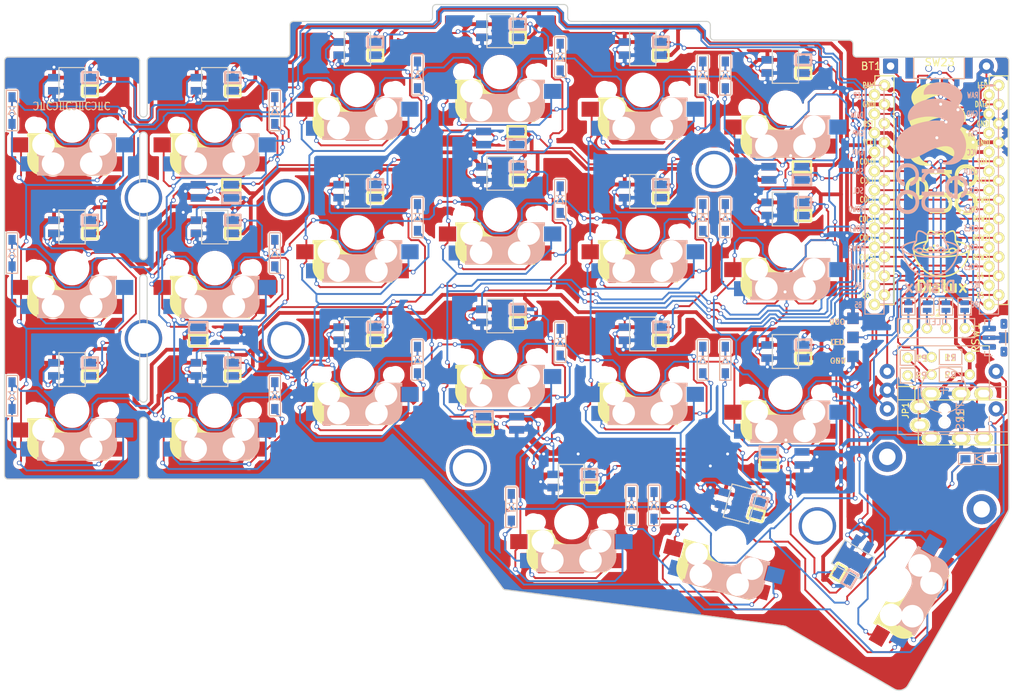
<source format=kicad_pcb>
(kicad_pcb (version 20221018) (generator pcbnew)
  (title_block (title "Corne Cherry") (date "2018-11-17") (rev "2.1") (company "foostan"))
  (layers (0 "F.Cu" signal) (31 "B.Cu" signal) (34 "B.Paste" user) (35 "F.Paste" user) (36 "B.SilkS" user "B.Silkscreen") (37 "F.SilkS" user "F.Silkscreen") (38 "B.Mask" user) (39 "F.Mask" user) (44 "Edge.Cuts" user))
  (net 0 "")
  (net 1 "row0")
  (net 2 "Net-(D1-A)")
  (net 3 "row1")
  (net 4 "Net-(D2-A)")
  (net 5 "row2")
  (net 6 "Net-(D3-A)")
  (net 7 "row3")
  (net 8 "Net-(D4-A)")
  (net 9 "Net-(D5-A)")
  (net 10 "Net-(D6-A)")
  (net 11 "Net-(D7-A)")
  (net 12 "Net-(D8-A)")
  (net 13 "Net-(D9-A)")
  (net 14 "Net-(D10-A)")
  (net 15 "Net-(D11-A)")
  (net 16 "Net-(D12-A)")
  (net 17 "Net-(D13-A)")
  (net 18 "Net-(D14-A)")
  (net 19 "Net-(D15-A)")
  (net 20 "Net-(D16-A)")
  (net 21 "Net-(D17-A)")
  (net 22 "Net-(D18-A)")
  (net 23 "Net-(D19-A)")
  (net 24 "Net-(D20-A)")
  (net 25 "Net-(D21-A)")
  (net 26 "GND")
  (net 27 "VCC")
  (net 28 "col0")
  (net 29 "col1")
  (net 30 "Net-(L22-DOUT)")
  (net 31 "col3")
  (net 32 "col4")
  (net 33 "col5")
  (net 34 "LED")
  (net 35 "data")
  (net 36 "Net-(P2-Pin_1)")
  (net 37 "Net-(P1-Pin_1)")
  (net 38 "Net-(J2-Pin_4)")
  (net 39 "Net-(J2-Pin_3)")
  (net 40 "Net-(J2-Pin_2)")
  (net 41 "Net-(J2-Pin_1)")
  (net 42 "Net-(L1-DOUT)")
  (net 43 "Net-(L1-DIN)")
  (net 44 "Net-(L2-DIN)")
  (net 45 "Net-(L3-DOUT)")
  (net 46 "Net-(L3-DIN)")
  (net 47 "Net-(L10-DOUT)")
  (net 48 "reset")
  (net 49 "SCL")
  (net 50 "SDA")
  (net 51 "Net-(L11-DIN)")
  (net 52 "Net-(L5-DIN)")
  (net 53 "Net-(L12-DOUT)")
  (net 54 "Net-(L13-DIN)")
  (net 55 "Net-(L14-DOUT)")
  (net 56 "Net-(L15-DIN)")
  (net 57 "Net-(L10-DIN)")
  (net 58 "Net-(L11-DOUT)")
  (net 59 "Net-(L12-DIN)")
  (net 60 "unconnected-(L13-DOUT-Pad1)")
  (net 61 "Net-(L14-DIN)")
  (net 62 "Net-(L16-DIN)")
  (net 63 "Net-(L17-DOUT)")
  (net 64 "Net-(L18-DIN)")
  (net 65 "Net-(L19-DIN)")
  (net 66 "Net-(L21-DIN)")
  (net 67 "ENCB")
  (net 68 "ENCA")
  (net 69 "SW22A")
  (net 70 "SW22B")
  (net 71 "Net-(L22-DIN)")
  (net 72 "Net-(L23-DIN)")
  (net 73 "Net-(L25-DOUT)")
  (net 74 "Net-(L26-DOUT)")
  (net 75 "unconnected-(SW23A-A-Pad1)")
  (net 76 "Battery")
  (net 77 "unconnected-(U1-B4-Pad11)")
  (net 78 "unconnected-(U1-B5-Pad12)")
  (net 79 "Net-(BT1-+)")
  (footprint "kbd:D3_SMD" (layer "F.Cu") (at 62 75.125 -90)
    (fp_text reference "D1" hide)
    (fp_text value "D" hide)
  )
  (footprint "kbd:D3_SMD" (layer "F.Cu") (at 97 75.125 -90)
    (fp_text reference "D2" hide)
    (fp_text value "D" hide)
  )
  (footprint "kbd:D3_SMD" (layer "F.Cu") (at 116 70.375 -90)
    (fp_text reference "D3" hide)
    (fp_text value "D" hide)
  )
  (footprint "kbd:D3_SMD" (layer "F.Cu") (at 135 68 -90)
    (fp_text reference "D4" hide)
    (fp_text value "D" hide)
  )
  (footprint "kbd:D3_SMD" (layer "F.Cu") (at 154 70.375 -90)
    (fp_text reference "D5" hide)
    (fp_text value "D" hide)
  )
  (footprint "kbd:D3_SMD" (layer "F.Cu") (at 157 70.375 -90)
    (fp_text reference "D6" hide)
    (fp_text value "D" hide)
  )
  (footprint "kbd:D3_SMD" (layer "F.Cu") (at 62 94.125 -90)
    (fp_text reference "D7" hide)
    (fp_text value "D" hide)
  )
  (footprint "kbd:D3_SMD" (layer "F.Cu") (at 97 94.125 -90)
    (fp_text reference "D8" hide)
    (fp_text value "D" hide)
  )
  (footprint "kbd:D3_SMD" (layer "F.Cu") (at 116 89.375 -90)
    (fp_text reference "D9" hide)
    (fp_text value "D" hide)
  )
  (footprint "kbd:D3_SMD" (layer "F.Cu") (at 135 87 -90)
    (fp_text reference "D10" hide)
    (fp_text value "D" hide)
  )
  (footprint "kbd:D3_SMD" (layer "F.Cu") (at 154 89.375 -90)
    (fp_text reference "D11" hide)
    (fp_text value "D" hide)
  )
  (footprint "kbd:D3_SMD" (layer "F.Cu") (at 157 89.375 -90)
    (fp_text reference "D12" hide)
    (fp_text value "D" hide)
  )
  (footprint "kbd:D3_SMD" (layer "F.Cu") (at 62 113.125 -90)
    (fp_text reference "D13" hide)
    (fp_text value "D" hide)
  )
  (footprint "kbd:D3_SMD" (layer "F.Cu") (at 97 113.125 -90)
    (fp_text reference "D14" hide)
    (fp_text value "D" hide)
  )
  (footprint "kbd:D3_SMD" (layer "F.Cu") (at 116 108.375 -90)
    (fp_text reference "D15" hide)
    (fp_text value "D" hide)
  )
  (footprint "kbd:D3_SMD" (layer "F.Cu") (at 135 106 -90)
    (fp_text reference "D16" hide)
    (fp_text value "D" hide)
  )
  (footprint "kbd:D3_SMD" (layer "F.Cu") (at 154 108.375 -90)
    (fp_text reference "D17" hide)
    (fp_text value "D" hide)
  )
  (footprint "kbd:D3_SMD" (layer "F.Cu") (at 157 108.375 -90)
    (fp_text reference "D18" hide)
    (fp_text value "D" hide)
  )
  (footprint "kbd:D3_SMD" (layer "F.Cu") (at 128.5 128 -90)
    (fp_text reference "D19" hide)
    (fp_text value "D" hide)
  )
  (footprint "kbd:D3_SMD" (layer "F.Cu") (at 144.5 127.75 -90)
    (fp_text reference "D20" hide)
    (fp_text value "D" hide)
  )
  (footprint "kbd:D3_SMD" (layer "F.Cu") (at 147.5 127.75 -90)
    (fp_text reference "D21" hide)
    (fp_text value "D" hide)
  )
  (footprint "kbd:SK6812MINI_rev" (layer "F.Cu") (at 70 71.625)
    (fp_text reference "L1" hide)
    (fp_text value "SK6812MINI" hide)
  )
  (footprint "kbd:SK6812MINI_rev" (layer "F.Cu") (at 89 71.625)
    (fp_text reference "L2" hide)
    (fp_text value "SK6812MINI" hide)
  )
  (footprint "kbd:SK6812MINI_rev" (layer "F.Cu") (at 108 66.875)
    (fp_text reference "L3" hide)
    (fp_text value "SK6812MINI" hide)
  )
  (footprint "kbd:SK6812MINI_rev" (layer "F.Cu") (at 127 64.5)
    (fp_text reference "L4" hide)
    (fp_text value "SK6812MINI" hide)
  )
  (footprint "kbd:SK6812MINI_rev" (layer "F.Cu") (at 146 66.875)
    (fp_text reference "L5" hide)
    (fp_text value "SK6812MINI" hide)
  )
  (footprint "kbd:SK6812MINI_rev" (layer "F.Cu") (at 165 69.25)
    (fp_text reference "L6" hide)
    (fp_text value "SK6812MINI" hide)
  )
  (footprint "kbd:SK6812MINI_rev" (layer "F.Cu") (at 70 90.625)
    (fp_text reference "L7" hide)
    (fp_text value "SK6812MINI" hide)
  )
  (footprint "kbd:SK6812MINI_rev" (layer "F.Cu") (at 89 90.625)
    (fp_text reference "L8" hide)
    (fp_text value "SK6812MINI" hide)
  )
  (footprint "kbd:SK6812MINI_rev" (layer "F.Cu") (at 108 85.875)
    (fp_text reference "L9" hide)
    (fp_text value "SK6812MINI" hide)
  )
  (footprint "kbd:SK6812MINI_rev" (layer "F.Cu") (at 127 83.5)
    (fp_text reference "L10" hide)
    (fp_text value "SK6812MINI" hide)
  )
  (footprint "kbd:SK6812MINI_rev" (layer "F.Cu") (at 146 85.875)
    (fp_text reference "L11" hide)
    (fp_text value "SK6812MINI" hide)
  )
  (footprint "kbd:SK6812MINI_rev" (layer "F.Cu") (at 165 88.25)
    (fp_text reference "L12" hide)
    (fp_text value "SK6812MINI" hide)
  )
  (footprint "kbd:SK6812MINI_rev" (layer "F.Cu") (at 70 109.625)
    (fp_text reference "L13" hide)
    (fp_text value "SK6812MINI" hide)
  )
  (footprint "kbd:SK6812MINI_rev" (layer "F.Cu") (at 89 109.625)
    (fp_text reference "L14" hide)
    (fp_text value "SK6812MINI" hide)
  )
  (footprint "kbd:SK6812MINI_rev" (layer "F.Cu") (at 108 104.875)
    (fp_text reference "L15" hide)
    (fp_text value "SK6812MINI" hide)
  )
  (footprint "kbd:SK6812MINI_rev" (layer "F.Cu") (at 127 102.5)
    (fp_text reference "L16" hide)
    (fp_text value "SK6812MINI" hide)
  )
  (footprint "kbd:SK6812MINI_rev" (layer "F.Cu") (at 146 104.875)
    (fp_text reference "L17" hide)
    (fp_text value "SK6812MINI" hide)
  )
  (footprint "kbd:SK6812MINI_rev" (layer "F.Cu") (at 165 107.25)
    (fp_text reference "L18" hide)
    (fp_text value "SK6812MINI" hide)
  )
  (footprint "kbd:SK6812MINI_rev" (layer "F.Cu") (at 136.5 124.5)
    (fp_text reference "L19" hide)
    (fp_text value "SK6812MINI" hide)
  )
  (footprint "kbd:SK6812MINI_rev" (layer "F.Cu") (at 159 127.5 -15)
    (fp_text reference "L20" hide)
    (fp_text value "SK6812MINI" hide)
  )
  (footprint "kbd:SK6812MINI_rev" (layer "F.Cu") (at 174.027749 135.030049 -120)
    (fp_text reference "L21" hide)
    (fp_text value "SK6812MINI" hide)
  )
  (footprint "kbd:CherryMX_MidHeight_Hotswap" (layer "F.Cu") (at 70 77.125 180)
    (fp_text reference "SW1" hide)
    (fp_text value "SW_PUSH" hide)
  )
  (footprint "kbd:CherryMX_MidHeight_Hotswap" (layer "F.Cu") (at 89 77.125 180)
    (fp_text reference "SW2" hide)
    (fp_text value "SW_PUSH" hide)
  )
  (footprint "kbd:CherryMX_MidHeight_Hotswap" (layer "F.Cu") (at 108 72.375 180)
    (fp_text reference "SW3" hide)
    (fp_text value "SW_PUSH" hide)
  )
  (footprint "kbd:CherryMX_MidHeight_Hotswap" (layer "F.Cu") (at 127 70 180)
    (fp_text reference "SW4" hide)
    (fp_text value "SW_PUSH" hide)
  )
  (footprint "kbd:CherryMX_MidHeight_Hotswap" (layer "F.Cu") (at 146 72.375 180)
    (fp_text reference "SW5" hide)
    (fp_text value "SW_PUSH" hide)
  )
  (footprint "kbd:CherryMX_MidHeight_Hotswap" (layer "F.Cu") (at 165 74.75 180)
    (fp_text reference "SW6" hide)
    (fp_text value "SW_PUSH" hide)
  )
  (footprint "kbd:CherryMX_MidHeight_Hotswap" (layer "F.Cu") (at 70 96.125 180)
    (fp_text reference "SW7" hide)
    (fp_text value "SW_PUSH" hide)
  )
  (footprint "kbd:CherryMX_MidHeight_Hotswap" (layer "F.Cu") (at 89 96.125 180)
    (fp_text reference "SW8" hide)
    (fp_text value "SW_PUSH" hide)
  )
  (footprint "kbd:CherryMX_MidHeight_Hotswap" (layer "F.Cu") (at 108 91.375 180)
    (fp_text reference "SW9" hide)
    (fp_text value "SW_PUSH" hide)
  )
  (footprint "kbd:CherryMX_MidHeight_Hotswap" (layer "F.Cu") (at 127 89 180)
    (fp_text reference "SW10" hide)
    (fp_text value "SW_PUSH" hide)
  )
  (footprint "kbd:CherryMX_MidHeight_Hotswap" (layer "F.Cu") (at 146 91.375 180)
    (fp_text reference "SW11" hide)
    (fp_text value "SW_PUSH" hide)
  )
  (footprint "kbd:CherryMX_MidHeight_Hotswap" (layer "F.Cu") (at 165 93.75 180)
    (fp_text reference "SW12" hide)
    (fp_text value "SW_PUSH" hide)
  )
  (footprint "kbd:CherryMX_MidHeight_Hotswap" (layer "F.Cu") (at 70 115.125 180)
    (fp_text reference "SW13" hide)
    (fp_text value "SW_PUSH" hide)
  )
  (footprint "kbd:CherryMX_MidHeight_Hotswap" (layer "F.Cu") (at 89 115.125 180)
    (fp_text reference "SW14" hide)
    (fp_text value "SW_PUSH" hide)
  )
  (footprint "kbd:CherryMX_MidHeight_Hotswap" (layer "F.Cu") (at 108 110.375 180)
    (fp_text reference "SW15" hide)
    (fp_text value "SW_PUSH" hide)
  )
  (footprint "kbd:CherryMX_MidHeight_Hotswap" (layer "F.Cu") (at 127 108 180)
    (fp_text reference "SW16" hide)
    (fp_text value "SW_PUSH" hide)
  )
  (footprint "kbd:CherryMX_MidHeight_Hotswap" (layer "F.Cu") (at 146 110.375 180)
    (fp_text reference "SW17" hide)
    (fp_text value "SW_PUSH" hide)
  )
  (footprint "kbd:CherryMX_MidHeight_Hotswap" (layer "F.Cu") (at 165 112.75 180)
    (fp_text reference "SW18" hide)
    (fp_text value "SW_PUSH" hide)
  )
  (footprint "kbd:CherryMX_MidHeight_Hotswap" (layer "F.Cu") (at 136.5 130 180)
    (fp_text reference "SW19" hide)
    (fp_text value "SW_PUSH" hide)
  )
  (footprint "kbd:CherryMX_MidHeight_Hotswap" (layer "F.Cu") (at 157.5 132.75 165)
    (fp_text reference "SW20" hide)
    (fp_text value "SW_PUSH" hide)
  )
  (footprint "kbd:Jumper" (layer "F.Cu") (at 188.875 101.25 -90)
    (fp_text reference "JP2" hide)
    (fp_text value " ")
  )
  (footprint "kbd:Jumper" (layer "F.Cu") (at 186.375 101.25 -90)
    (fp_text reference "JP3" hide)
    (fp_text value " ")
  )
  (footprint "kbd:Jumper" (layer "F.Cu") (at 183.875 101.25 -90)
    (fp_text reference "JP4" hide)
    (fp_text value " ")
  )
  (footprint "kbd:Jumper" (layer "F.Cu") (at 181.375 101.25 -90)
    (fp_text reference "JP5" hide)
    (fp_text value " ")
  )
  (footprint "kbd:ProMicro_v2" (layer "F.Cu") (at 185.75 86.25)
    (fp_text reference "U1" hide)
    (fp_text value "ProMicro" hide)
  )
  (footprint "kbd:LEGO_HOLE" (layer "F.Cu") (at 191.135 128.27)
    (fp_text reference "")
    (fp_text value "")
  )
  (footprint "kbd:LEGO_HOLE" (layer "F.Cu") (at 79.5 86.75)
    (fp_text reference "")
    (fp_text value "")
  )
  (footprint "kbd:LEGO_HOLE" (layer "F.Cu") (at 79.5 105.5)
    (fp_text reference "")
    (fp_text value "")
  )
  (footprint "kbd:LEGO_HOLE" (layer "F.Cu") (at 98.5 86.75)
    (fp_text reference "")
    (fp_text value "")
  )
  (footprint "kbd:LEGO_HOLE" (layer "F.Cu") (at 98.5 105.75)
    (fp_text reference "")
    (fp_text value "")
  )
  (footprint "kbd:LEGO_HOLE" (layer "F.Cu") (at 155.5 83)
    (fp_text reference "")
    (fp_text value "")
  )
  (footprint "kbd:LEGO_HOLE" (layer "F.Cu") (at 122.75 122.75)
    (fp_text reference "")
    (fp_text value "")
  )
  (footprint "kbd:LEGO_HOLE" (layer "F.Cu") (at 169.25 130.5)
    (fp_text reference "")
    (fp_text value "")
  )
  (footprint "kbd:StripLED_rev" (layer "F.Cu") (at 174 107.9 180)
    (fp_text reference "J3" hide)
    (fp_text value "LED" hide)
  )
  (footprint "kbd:JPC2" (layer "F.Cu") (at 181.1 112.8)
    (fp_text reference "JP1")
    (fp_text value " " hide)
  )
  (footprint "kbd:OLED" (layer "F.Cu") (at 181.3 104.14)
    (fp_text reference "J2")
    (fp_text value "OLED" hide)
  )
  (footprint "kbd:MJ-4PP-9" (layer "F.Cu") (at 194.7 116.7 -90)
    (fp_text reference "J1")
    (fp_text value "MJ-4PP-9" hide)
  )
  (footprint "KLOR:SW_Push_1P1T-MP_NO_Horizontal_Alps_SKRTLAE010_both_sides" (layer "F.Cu") (at 193.04 105.41 90)
    (fp_text reference "RSW1")
    (fp_text value "SW_PUSH")
  )
  (footprint "kbd:SK6812MINI_underglow_rev" (layer "F.Cu") (at 89 85.9)
    (fp_text reference "L22" hide)
    (fp_text value "SK6812MINI" hide)
  )
  (footprint "kbd:SK6812MINI_underglow_rev" (layer "F.Cu") (at 127 78.8)
    (fp_text reference "L23" hide)
    (fp_text value "SK6812MINI" hide)
  )
  (footprint "kbd:SK6812MINI_underglow_rev" (layer "F.Cu") (at 165 83.5)
    (fp_text reference "L24" hide)
    (fp_text value "SK6812MINI" hide)
  )
  (footprint "kbd:SK6812MINI_underglow_rev" (layer "F.Cu") (at 89 104.9 180)
    (fp_text reference "L25" hide)
    (fp_text value "SK6812MINI" hide)
  )
  (footprint "kbd:SK6812MINI_underglow_rev" (layer "F.Cu") (at 127 116.8 180)
    (fp_text reference "L26" hide)
    (fp_text value "SK6812MINI" hide)
  )
  (footprint "kbd:SK6812MINI_underglow_rev" (layer "F.Cu") (at 165 121.5 180)
    (fp_text reference "L27" hide)
    (fp_text value "SK6812MINI" hide)
  )
  (footprint "kbd:corne" (layer "F.Cu") (at 185.828944 85.159446 -90)
    (fp_text reference "G***" hide)
    (fp_text value "LOGO" hide)
  )
  (footprint "kbd:CherryMX_MidHeight_Hotswap_1.5u" (layer "F.Cu") (at 178.777749 137.780049 -120)
    (fp_text reference "SW21" hide)
    (fp_text value "SW_PUSH" hide)
  )
  (footprint "kbd:R" (layer "F.Cu") (at 187 110.3 180)
    (fp_text reference "R2")
    (fp_text value "R" hide)
  )
  (footprint "kbd:R" (layer "F.Cu") (at 187 108 180)
    (fp_text reference "R1")
    (fp_text value "R" hide)
  )
  (footprint "kbd:1pin_conn" (layer "F.Cu") (at 181.284586 108.077)
    (fp_text reference "P1")
    (fp_text value "i2c-pin" hide)
  )
  (footprint "kbd:1pin_conn" (layer "F.Cu") (at 181.284586 110.448186)
    (fp_text reference "P2")
    (fp_text value "i2c-pin" hide)
  )
  (footprint "Crbkd footprints:D3_SMD" (layer "F.Cu") (at 190.754 121.539)
    (fp_text reference "D22" hide)
    (fp_text value "D" hide)
  )
  (footprint "Crbkd footprints:Eggcat" (layer "F.Cu") (at 185.801 94.234)
    (fp_text reference "G***" hide)
    (fp_text value "LOGO" hide)
  )
  (footprint "" (layer "F.Cu") (at 178.56561 121.285)
    (fp_text reference "")
    (fp_text value "")
  )
  (footprint "KLOR:MSK12C02_reversible" (layer "F.Cu") (at 189.333 68.169 -90)
    (fp_text reference "SW23")
    (fp_text value "SW_DPDT_x2")
  )
  (footprint "KLOR:custombatteryconnector_small" (layer "F.Cu") (at 185.42 69.215)
    (fp_text reference "BT1")
    (fp_text value "Battery_Cell")
  )
  (footprint "KLOR:RotaryEncoder_Alps_EC11E-Switch_Vertical_H20mm-keebio_modified" (layer "F.Cu") (at 186.055 112.395)
    (fp_text reference "SW22" hide)
    (fp_text value "RotaryEncoder_Switch")
  )
  (footprint "kbd:Jumper" (layer "B.Cu") (at 188.875 101.25 -90)
    (fp_text reference "JP6" hide)
    (fp_text value " ")
  )
  (footprint "kbd:Jumper" (layer "B.Cu") (at 186.375 101.25 -90)
    (fp_text reference "JP7" hide)
    (fp_text value " ")
  )
  (footprint "kbd:Jumper" (layer "B.Cu") (at 183.875 101.25 -90)
    (fp_text reference "JP8" hide)
    (fp_text value " ")
  )
  (footprint "kbd:Jumper" (layer "B.Cu") (at 181.375 101.25 -90)
    (fp_text reference "JP9" hide)
    (fp_text value " ")
  )
  (footprint "Crbkd footprints:Eggcat" (layer "B.Cu") (at 184.277 94.234 180)
    (fp_text reference "G***" hide)
    (fp_text value "LOGO" hide)
  )
  (footprint "kbd:corne" (layer "B.Cu") (at 184.503056 85.032446 -90)
    (fp_text reference "G***" hide)
    (fp_text value "LOGO" hide)
  )
  (gr_line (start 87.25 69.4) (end 87.25 73.9) (stroke (width 0.15)) (layer "Edge.Cuts"))
  (gr_line (start 87.25 73.9) (end 90.75 73.9) (stroke (width 0.15)) (layer "Edge.Cuts"))
  (gr_line (start 90.75 73.9) (end 90.75 69.4) (stroke (width 0.15)) (layer "Edge.Cuts"))
  (gr_line (start 90.75 69.4) (end 87.25 69.4) (stroke (width 0.15)) (layer "Edge.Cuts"))
  (gr_line (start 68.25 88.4) (end 68.25 92.9) (stroke (width 0.15)) (layer "Edge.Cuts"))
  (gr_line (start 68.25 92.9) (end 71.75 92.9) (stroke (width 0.15)) (layer "Edge.Cuts"))
  (gr_line (start 71.75 92.9) (end 71.75 88.4) (stroke (width 0.15)) (layer "Edge.Cuts"))
  (gr_line (start 71.75 88.4) (end 68.25 88.4) (stroke (width 0.15)) (layer "Edge.Cuts"))
  (gr_line (start 87.25 88.4) (end 87.25 92.9) (stroke (width 0.15)) (layer "Edge.Cuts"))
  (gr_line (start 87.25 92.9) (end 90.75 92.9) (stroke (width 0.15)) (layer "Edge.Cuts"))
  (gr_line (start 90.75 92.9) (end 90.75 88.4) (stroke (width 0.15)) (layer "Edge.Cuts"))
  (gr_line (start 90.75 88.4) (end 87.25 88.4) (stroke (width 0.15)) (layer "Edge.Cuts"))
  (gr_line (start 68.25 107.4) (end 68.25 111.9) (stroke (width 0.15)) (layer "Edge.Cuts"))
  (gr_line (start 68.25 111.9) (end 71.75 111.9) (stroke (width 0.15)) (layer "Edge.Cuts"))
  (gr_line (start 71.75 111.9) (end 71.75 107.4) (stroke (width 0.15)) (layer "Edge.Cuts"))
  (gr_line (start 71.75 107.4) (end 68.25 107.4) (stroke (width 0.15)) (layer "Edge.Cuts"))
  (gr_line (start 87.25 107.4) (end 87.25 111.9) (stroke (width 0.15)) (layer "Edge.Cuts"))
  (gr_line (start 87.25 111.9) (end 90.75 111.9) (stroke (width 0.15)) (layer "Edge.Cuts"))
  (gr_line (start 90.75 111.9) (end 90.75 107.4) (stroke (width 0.15)) (layer "Edge.Cuts"))
  (gr_line (start 90.75 107.4) (end 87.25 107.4) (stroke (width 0.15)) (layer "Edge.Cuts"))
  (gr_line (start 106.25 64.65) (end 106.25 69.1) (stroke (width 0.15)) (layer "Edge.Cuts"))
  (gr_line (start 106.25 69.15) (end 109.75 69.15) (stroke (width 0.15)) (layer "Edge.Cuts"))
  (gr_line (start 109.75 69.15) (end 109.75 64.65) (stroke (width 0.15)) (layer "Edge.Cuts"))
  (gr_line (start 109.75 64.65) (end 106.25 64.65) (stroke (width 0.15)) (layer "Edge.Cuts"))
  (gr_line (start 125.25 62.25) (end 125.25 66.7) (stroke (width 0.15)) (layer "Edge.Cuts"))
  (gr_line (start 125.25 66.75) (end 128.75 66.75) (stroke (width 0.15)) (layer "Edge.Cuts"))
  (gr_line (start 128.75 66.75) (end 128.75 62.25) (stroke (width 0.15)) (layer "Edge.Cuts"))
  (gr_line (start 128.75 62.25) (end 125.25 62.25) (stroke (width 0.15)) (layer "Edge.Cuts"))
  (gr_line (start 144.25 64.65) (end 144.25 69.1) (stroke (width 0.15)) (layer "Edge.Cuts"))
  (gr_line (start 144.25 69.15) (end 147.75 69.15) (stroke (width 0.15)) (layer "Edge.Cuts"))
  (gr_line (start 147.75 69.15) (end 147.75 64.65) (stroke (width 0.15)) (layer "Edge.Cuts"))
  (gr_line (start 147.75 64.65) (end 144.25 64.65) (stroke (width 0.15)) (layer "Edge.Cuts"))
  (gr_line (start 163.25 67) (end 163.25 71.5) (stroke (width 0.15)) (layer "Edge.Cuts"))
  (gr_line (start 163.25 71.5) (end 166.75 71.5) (stroke (width 0.15)) (layer "Edge.Cuts"))
  (gr_line (start 166.75 71.5) (end 166.75 67) (stroke (width 0.15)) (layer "Edge.Cuts"))
  (gr_line (start 166.75 67) (end 163.25 67) (stroke (width 0.15)) (layer "Edge.Cuts"))
  (gr_line (start 106.25 83.65) (end 106.25 88.1) (stroke (width 0.15)) (layer "Edge.Cuts"))
  (gr_line (start 106.25 88.15) (end 109.75 88.15) (stroke (width 0.15)) (layer "Edge.Cuts"))
  (gr_line (start 109.75 88.15) (end 109.75 83.65) (stroke (width 0.15)) (layer "Edge.Cuts"))
  (gr_line (start 109.75 83.65) (end 106.25 83.65) (stroke (width 0.15)) (layer "Edge.Cuts"))
  (gr_line (start 125.25 81.3) (end 125.25 85.75) (stroke (width 0.15)) (layer "Edge.Cuts"))
  (gr_line (start 125.25 85.75) (end 128.75 85.75) (stroke (width 0.15)) (layer "Edge.Cuts"))
  (gr_line (start 128.75 85.75) (end 128.75 81.3) (stroke (width 0.15)) (layer "Edge.Cuts"))
  (gr_line (start 128.75 81.25) (end 125.25 81.25) (stroke (width 0.15)) (layer "Edge.Cuts"))
  (gr_line (start 144.25 83.65) (end 144.25 88.1) (stroke (width 0.15)) (layer "Edge.Cuts"))
  (gr_line (start 144.25 88.15) (end 147.75 88.15) (stroke (width 0.15)) (layer "Edge.Cuts"))
  (gr_line (start 147.75 88.15) (end 147.75 83.65) (stroke (width 0.15)) (layer "Edge.Cuts"))
  (gr_line (start 147.75 83.65) (end 144.25 83.65) (stroke (width 0.15)) (layer "Edge.Cuts"))
  (gr_line (start 163.25 86) (end 163.25 90.5) (stroke (width 0.15)) (layer "Edge.Cuts"))
  (gr_line (start 163.25 90.5) (end 166.75 90.5) (stroke (width 0.15)) (layer "Edge.Cuts"))
  (gr_line (start 166.75 90.5) (end 166.75 86) (stroke (width 0.15)) (layer "Edge.Cuts"))
  (gr_line (start 166.75 86) (end 163.25 86) (stroke (width 0.15)) (layer "Edge.Cuts"))
  (gr_line (start 106.25 102.65) (end 106.25 107.1) (stroke (width 0.15)) (layer "Edge.Cuts"))
  (gr_line (start 106.25 107.15) (end 109.75 107.15) (stroke (width 0.15)) (layer "Edge.Cuts"))
  (gr_line (start 109.75 107.15) (end 109.75 102.65) (stroke (width 0.15)) (layer "Edge.Cuts"))
  (gr_line (start 109.75 102.65) (end 106.25 102.65) (stroke (width 0.15)) (layer "Edge.Cuts"))
  (gr_line (start 125.25 100.3) (end 125.25 104.75) (stroke (width 0.15)) (layer "Edge.Cuts"))
  (gr_line (start 125.25 104.75) (end 128.75 104.75) (stroke (width 0.15)) (layer "Edge.Cuts"))
  (gr_line (start 128.75 104.75) (end 128.75 100.3) (stroke (width 0.15)) (layer "Edge.Cuts"))
  (gr_line (start 128.75 100.25) (end 125.25 100.25) (stroke (width 0.15)) (layer "Edge.Cuts"))
  (gr_line (start 144.25 102.65) (end 144.25 107.1) (stroke (width 0.15)) (layer "Edge.Cuts"))
  (gr_line (start 144.25 107.15) (end 147.75 107.15) (stroke (width 0.15)) (layer "Edge.Cuts"))
  (gr_line (start 147.75 107.15) (end 147.75 102.65) (stroke (width 0.15)) (layer "Edge.Cuts"))
  (gr_line (start 147.75 102.65) (end 144.25 102.65) (stroke (width 0.15)) (layer "Edge.Cuts"))
  (gr_line (start 163.25 105) (end 163.25 109.5) (stroke (width 0.15)) (layer "Edge.Cuts"))
  (gr_line (start 163.25 109.5) (end 166.75 109.5) (stroke (width 0.15)) (layer "Edge.Cuts"))
  (gr_line (start 166.75 109.5) (end 166.75 105) (stroke (width 0.15)) (layer "Edge.Cuts"))
  (gr_line (start 166.75 105) (end 163.25 105) (stroke (width 0.15)) (layer "Edge.Cuts"))
  (gr_line (start 134.75 122.35) (end 134.75 126.75) (stroke (width 0.15)) (layer "Edge.Cuts"))
  (gr_line (start 134.75 126.75) (end 138.25 126.75) (stroke (width 0.15)) (layer "Edge.Cuts"))
  (gr_line (start 138.25 126.75) (end 138.25 122.3) (stroke (width 0.15)) (layer "Edge.Cuts"))
  (gr_line (start 138.25 122.3) (end 134.75 122.3) (stroke (width 0.15)) (layer "Edge.Cuts"))
  (gr_line (start 157.9 124.9) (end 156.7 129.3) (stroke (width 0.15)) (layer "Edge.Cuts"))
  (gr_line (start 156.7 129.3) (end 160.1 130.2) (stroke (width 0.15)) (layer "Edge.Cuts"))
  (gr_line (start 160.1 130.2) (end 161.3 125.8) (stroke (width 0.15)) (layer "Edge.Cuts"))
  (gr_line (start 161.3 125.8) (end 157.9 124.9) (stroke (width 0.15)) (layer "Edge.Cuts"))
  (gr_arc (start 135.5 61) (mid 135.853553 61.146447) (end 136 61.5) (stroke (width 0.15)) (layer "Edge.Cuts"))
  (gr_arc (start 99 67.5) (mid 98.853553 67.853553) (end 98.5 68) (stroke (width 0.15)) (layer "Edge.Cuts"))
  (gr_line (start 80 97.5) (end 80 113.5) (stroke (width 0.15)) (layer "Edge.Cuts"))
  (gr_line (start 71.75 69.4) (end 68.25 69.4) (stroke (width 0.15)) (layer "Edge.Cuts"))
  (gr_arc (start 79.5 76) (mid 79.146447 75.853553) (end 79 75.5) (stroke (width 0.15)) (layer "Edge.Cuts"))
  (gr_line (start 174 66.25) (end 174 67.5) (stroke (width 0.15)) (layer "Edge.Cuts"))
  (gr_arc (start 79 116.5) (mid 79.146447 116.146447) (end 79.5 116) (stroke (width 0.15)) (layer "Edge.Cuts"))
  (gr_line (start 172.927749 132.380049) (end 171.127749 135.480049) (stroke (width 0.15)) (layer "Edge.Cuts"))
  (gr_arc (start 80 113.5) (mid 79.853553 113.853553) (end 79.5 114) (stroke (width 0.15)) (layer "Edge.Cuts"))
  (gr_line (start 80 116.5) (end 80 123.75) (stroke (width 0.15)) (layer "Edge.Cuts"))
  (gr_arc (start 181.297263 151.781465) (mid 180.412069 152.371617) (end 179.369251 152.160956) (stroke (width 0.15)) (layer "Edge.Cuts"))
  (gr_line (start 79 113.5) (end 79 97.5) (stroke (width 0.15)) (layer "Edge.Cuts"))
  (gr_arc (start 79.5 95) (mid 79.146447 94.853553) (end 79 94.5) (stroke (width 0.15)) (layer "Edge.Cuts"))
  (gr_line (start 68.25 73.9) (end 71.75 73.9) (stroke (width 0.15)) (layer "Edge.Cuts"))
  (gr_line (start 135.5 61) (end 118.5 61) (stroke (width 0.15)) (layer "Edge.Cuts"))
  (gr_line (start 68.25 69.4) (end 68.25 73.9) (stroke (width 0.15)) (layer "Edge.Cuts"))
  (gr_arc (start 79.5 97) (mid 79.853553 97.146447) (end 80 97.5) (stroke (width 0.15)) (layer "Edge.Cuts"))
  (gr_arc (start 164.420556 143.770344) (mid 164.750952 143.819149) (end 165.075 143.9) (stroke (width 0.15)) (layer "Edge.Cuts"))
  (gr_arc (start 61 68.5) (mid 61.146447 68.146447) (end 61.5 68) (stroke (width 0.15)) (layer "Edge.Cuts"))
  (gr_arc (start 80 75.5) (mid 79.853553 75.853553) (end 79.5 76) (stroke (width 0.15)) (layer "Edge.Cuts"))
  (gr_arc (start 173.5 65.75) (mid 173.853553 65.896447) (end 174 66.25) (stroke (width 0.15)) (layer "Edge.Cuts"))
  (gr_line (start 78.5 68) (end 61.5 68) (stroke (width 0.15)) (layer "Edge.Cuts"))
  (gr_line (start 136 62.75) (end 136 61.5) (stroke (width 0.15)) (layer "Edge.Cuts"))
  (gr_line (start 117.5 63.25) (end 99.5 63.25) (stroke (width 0.15)) (layer "Edge.Cuts"))
  (gr_line (start 79 78.5) (end 79 94.5) (stroke (width 0.15)) (layer "Edge.Cuts"))
  (gr_line (start 80 94.5) (end 80 78.5) (stroke (width 0.15)) (layer "Edge.Cuts"))
  (gr_line (start 176.827749 134.680049) (end 172.927749 132.380049) (stroke (width 0.15)) (layer "Edge.Cuts"))
  (gr_arc (start 80.5 124.25) (mid 80.146447 124.103553) (end 80 123.75) (stroke (width 0.15)) (layer "Edge.Cuts"))
  (gr_arc (start 79 97.5) (mid 79.146447 97.146447) (end 79.5 97) (stroke (width 0.15)) (layer "Edge.Cuts"))
  (gr_arc (start 118 62.75) (mid 117.853553 63.103553) (end 117.5 63.25) (stroke (width 0.15)) (layer "Edge.Cuts"))
  (gr_line (start 71.75 73.9) (end 71.75 69.4) (stroke (width 0.15)) (layer "Edge.Cuts"))
  (gr_arc (start 79 123.75) (mid 78.853553 124.103553) (end 78.5 124.25) (stroke (width 0.15)) (layer "Edge.Cuts"))
  (gr_line (start 171.127749 135.480049) (end 175.127749 137.680049) (stroke (width 0.15)) (layer "Edge.Cuts"))
  (gr_line (start 194.25 68) (end 174.5 68) (stroke (width 0.15)) (layer "Edge.Cuts"))
  (gr_arc (start 118 61.5) (mid 118.146447 61.146447) (end 118.5 61) (stroke (width 0.15)) (layer "Edge.Cuts"))
  (gr_line (start 118 61.5) (end 118 62.75) (stroke (width 0.15)) (layer "Edge.Cuts"))
  (gr_line (start 173.5 65.75) (end 155.5 65.75) (stroke (width 0.15)) (layer "Edge.Cuts"))
  (gr_arc (start 154.5 63.25) (mid 154.853553 63.396447) (end 155 63.75) (stroke (width 0.15)) (layer "Edge.Cuts"))
  (gr_line (start 165.075 143.9) (end 179.4 152.175) (stroke (width 0.15)) (layer "Edge.Cuts"))
  (gr_line (start 175.127749 137.680049) (end 176.827749 134.680049) (stroke (width 0.15)) (layer "Edge.Cuts"))
  (gr_arc (start 194.25 68) (mid 194.603553 68.146447) (end 194.75 68.5) (stroke (width 0.15)) (layer "Edge.Cuts"))
  (gr_line (start 80 75.5) (end 80 68.5) (stroke (width 0.15)) (layer "Edge.Cuts"))
  (gr_line (start 127.75 139) (end 164.45 143.775) (stroke (width 0.15)) (layer "Edge.Cuts"))
  (gr_arc (start 79 78.5) (mid 79.146447 78.146447) (end 79.5 78) (stroke (width 0.15)) (layer "Edge.Cuts"))
  (gr_arc (start 79.5 78) (mid 79.853553 78.146447) (end 80 78.5) (stroke (width 0.15)) (layer "Edge.Cuts"))
  (gr_line (start 99 63.75) (end 99 67.5) (stroke (width 0.15)) (layer "Edge.Cuts"))
  (gr_arc (start 155.5 65.75) (mid 155.146447 65.603553) (end 155 65.25) (stroke (width 0.15)) (layer "Edge.Cuts"))
  (gr_line (start 61.5 124.25) (end 78.5 124.25) (stroke (width 0.15)) (layer "Edge.Cuts"))
  (gr_arc (start 80 68.5) (mid 80.146447 68.146447) (end 80.5 68) (stroke (width 0.15)) (layer "Edge.Cuts"))
  (gr_arc (start 136.5 63.25) (mid 136.146447 63.103553) (end 136 62.75) (stroke (width 0.15)) (layer "Edge.Cuts"))
  (gr_line (start 61 68.5) (end 61 123.75) (stroke (width 0.15)) (layer "Edge.Cuts"))
  (gr_line (start 154.5 63.25) (end 136.5 63.25) (stroke (width 0.15)) (layer "Edge.Cuts"))
  (gr_line (start 116.85 124.4) (end 127.4 138.85) (stroke (width 0.15)) (layer "Edge.Cuts"))
  (gr_arc (start 80 94.5) (mid 79.853553 94.853553) (end 79.5 95) (stroke (width 0.15)) (layer "Edge.Cuts"))
  (gr_arc (start 116.5 124.25) (mid 116.691342 124.28806) (end 116.853553 124.396447) (stroke (width 0.15)) (layer "Edge.Cuts"))
  (gr_line (start 79 123.75) (end 79 116.5) (stroke (width 0.15)) (layer "Edge.Cuts"))
  (gr_line (start 79 68.5) (end 79 75.5) (stroke (width 0.15)) (layer "Edge.Cuts"))
  (gr_line (start 155 65.25) (end 155 63.75) (stroke (width 0.15)) (layer "Edge.Cuts"))
  (gr_arc (start 127.75 139) (mid 127.558658 138.96194) (end 127.396447 138.853553) (stroke (width 0.15)) (layer "Edge.Cuts"))
  (gr_arc (start 194.75 127.975) (mid 194.695218 128.426668) (end 194.522764 128.847696) (stroke (width 0.15)) (layer "Edge.Cuts"))
  (gr_arc (start 61.5 124.25) (mid 61.146447 124.103553) (end 61 123.75) (stroke (width 0.15)) (layer "Edge.Cuts"))
  (gr_arc (start 79.5 116) (mid 79.853553 116.146447) (end 80 116.5) (stroke (width 0.15)) (layer "Edge.Cuts"))
  (gr_arc (start 79.5 114) (mid 79.146447 113.853553) (end 79 113.5) (stroke (width 0.15)) (layer "Edge.Cuts"))
  (gr_line (start 194.75 68.5) (end 194.75 127.975) (stroke (width 0.15)) (layer "Edge.Cuts"))
  (gr_arc (start 78.5 68) (mid 78.853553 68.146447) (end 79 68.5) (stroke (width 0.15)) (layer "Edge.Cuts"))
  (gr_arc (start 174.5 68) (mid 174.146447 67.853553) (end 174 67.5) (stroke (width 0.15)) (layer "Edge.Cuts"))
  (gr_line (start 116.5 124.25) (end 80.5 124.25) (stroke (width 0.15)) (layer "Edge.Cuts"))
  (gr_line (start 98.5 68) (end 80.5 68) (stroke (width 0.15)) (layer "Edge.Cuts"))
  (gr_arc (start 99 63.75) (mid 99.146447 63.396447) (end 99.5 63.25) (stroke (width 0.15)) (layer "Edge.Cuts"))
  (gr_line (start 181.3 151.775) (end 194.525 128.85) (stroke (width 0.15)) (layer "Edge.Cuts"))
  (gr_text "VCC" (at 172 108.5) (layer "B.SilkS") (effects (font (size 0.7 0.7) (thickness 0.125)) (justify mirror)))
  (gr_text "GND" (at 171.9 103.3) (layer "B.SilkS") (effects (font (size 0.7 0.7) (thickness 0.125)) (justify mirror)))
  (gr_text "Distux" (at 187.910724 99.523704) (layer "B.SilkS") (effects (font (size 1.5 1.5) (thickness 0.3) bold) (justify left bottom mirror)))
  (gr_text "JLCJLCJLCJLC" (at 75.057 74.549) (layer "B.SilkS") (effects (font (size 1 1) (thickness 0.125)) (justify left mirror)))
  (gr_text "LED" (at 172 106) (layer "B.SilkS") (effects (font (size 0.7 0.7) (thickness 0.125)) (justify mirror)))
  (gr_text "OLED" (at 185.1 103.3) (layer "B.SilkS") (effects (font (size 0.8128 0.8128)) (justify mirror)))
  (gr_text "LED" (at 171.9 106) (layer "F.SilkS") (effects (font (size 0.7 0.7) (thickness 0.125))))
  (gr_text "JLCJLCJLCJLC" (at 64.813841 74.573373) (layer "F.SilkS") (effects (font (size 1 1) (thickness 0.125)) (justify left)))
  (gr_text "VCC" (at 171.9 103.3) (layer "F.SilkS") (effects (font (size 0.7 0.7) (thickness 0.125))))
  (gr_text "GND" (at 172 108.5) (layer "F.SilkS") (effects (font (size 0.7 0.7) (thickness 0.125))))
  (gr_text "Distux" (at 182.190215 99.492615) (layer "F.SilkS") (effects (font (size 1.5 1.5) (thickness 0.3) bold) (justify left bottom)))
  (segment (start 174.8 77) (end 174.8 77.6) (width 0.25) (layer "F.Cu") (net 1))
  (segment (start 174.8 77.6) (end 174.3 78.1) (width 0.25) (layer "F.Cu") (net 1))
  (segment (start 174.3 78.1) (end 174.3 78.3) (width 0.25) (layer "F.Cu") (net 1))
  (segment (start 174.3 78.3) (end 174.1 78.5) (width 0.25) (layer "F.Cu") (net 1))
  (segment (start 173.775002 87.875002) (end 174.182 88.282) (width 0.25) (layer "F.Cu") (net 1))
  (segment (start 174.182 88.282) (end 176.86 88.282) (width 0.25) (layer "F.Cu") (net 1))
  (segment (start 187.518 88.282) (end 188.788 87.012) (width 0.25) (layer "F.Cu") (net 1))
  (segment (start 188.788 87.012) (end 193.4064 87.012) (width 0.25) (layer "F.Cu") (net 1))
  (segment (start 115.75 69.95) (end 116 69.7) (width 0.25) (layer "F.Cu") (net 1))
  (segment (start 116 69.7) (end 116 68.6) (width 0.25) (layer "F.Cu") (net 1))
  (segment (start 135 67.6) (end 135 66.225) (width 0.25) (layer "F.Cu") (net 1))
  (segment (start 97 74.75) (end 97 73.35) (width 0.25) (layer "F.Cu") (net 1))
  (segment (start 62 74.8) (end 62 73.35) (width 0.25) (layer "F.Cu") (net 1))
  (segment (start 154 70) (end 154 68.6) (width 0.25) (layer "F.Cu") (net 1))
  (segment (start 174.1 81.15) (end 173.775002 81.474998) (width 0.25) (layer "F.Cu") (net 1))
  (segment (start 173.775002 81.474998) (end 173.775002 87.875002) (width 0.25) (layer "F.Cu") (net 1))
  (segment (start 157 68.6) (end 157 70) (width 0.25) (layer "F.Cu") (net 1))
  (segment (start 176.86 88.282) (end 187.518 88.282) (width 0.25) (layer "F.Cu") (net 1))
  (via (at 135 67.6) (size 0.6) (drill 0.4) (layers "F.Cu" "B.Cu") (net 1))
  (via (at 154 70) (size 0.6) (drill 0.4) (layers "F.Cu" "B.Cu") (net 1))
  (via (at 174.1 81.15) (size 0.6) (drill 0.4) (layers "F.Cu" "B.Cu") (net 1))
  (via (at 157 70) (size 0.6) (drill 0.4) (layers "F.Cu" "B.Cu") (net 1))
  (via (at 115.75 69.95) (size 0.6) (drill 0.4) (layers "F.Cu" "B.Cu") (net 1))
  (via (at 174.1 78.5) (size 0.6) (drill 0.4) (layers "F.Cu" "B.Cu") (net 1))
  (via (at 174.8 77) (size 0.6) (drill 0.4) (layers "F.Cu" "B.Cu") (net 1))
  (via (at 97 74.75) (size 0.6) (drill 0.4) (layers "F.Cu" "B.Cu") (net 1))
  (via (at 62 74.8) (size 0.6) (drill 0.4) (layers "F.Cu" "B.Cu") (net 1))
  (segment (start 66.8 76.05) (end 66.8 77.5) (width 0.25) (layer "B.Cu") (net 1))
  (segment (start 66.8 77.5) (end 68.9 79.6) (width 0.25) (layer "B.Cu") (net 1))
  (segment (start 68.9 79.6) (end 71.15 79.6) (width 0.25) (layer "B.Cu") (net 1))
  (segment (start 71.15 79.6) (end 73.1 77.65) (width 0.25) (layer "B.Cu") (net 1))
  (segment (start 73.1 77.65) (end 73.1 76.25) (width 0.25) (layer "B.Cu") (net 1))
  (segment (start 73.1 76.25) (end 73.75 75.6) (width 0.25) (layer "B.Cu") (net 1))
  (segment (start 73.75 75.6) (end 76.2 75.6) (width 0.25) (layer "B.Cu") (net 1))
  (segment (start 76.2 75.6) (end 77.6 77) (width 0.25) (layer "B.Cu") (net 1))
  (segment (start 77.6 77) (end 80.8 77) (width 0.25) (layer "B.Cu") (net 1))
  (segment (start 80.8 77) (end 81.4 76.4) (width 0.25) (layer "B.Cu") (net 1))
  (segment (start 81.4 76.4) (end 81.4 75.2) (width 0.25) (layer "B.Cu") (net 1))
  (segment (start 81.4 75.2) (end 81.6 75) (width 0.25) (layer "B.Cu") (net 1))
  (segment (start 81.6 75) (end 87.4 75) (width 0.25) (layer "B.Cu") (net 1))
  (segment (start 87.4 75) (end 87.9 74.5) (width 0.25) (layer "B.Cu") (net 1))
  (segment (start 87.9 74.5) (end 90.2 74.5) (width 0.25) (layer "B.Cu") (net 1))
  (segment (start 90.2 74.5) (end 90.8 75.1) (width 0.25) (layer "B.Cu") (net 1))
  (segment (start 90.8 75.1) (end 95 75.1) (width 0.25) (layer "B.Cu") (net 1))
  (segment (start 95 75.1) (end 95.25 75.35) (width 0.25) (layer "B.Cu") (net 1))
  (segment (start 97 75.35) (end 95.25 75.35) (width 0.25) (layer "B.Cu") (net 1))
  (segment (start 97.85 75.35) (end 100.8 72.4) (width 0.25) (layer "B.Cu") (net 1))
  (segment (start 100.8 72.4) (end 100.8 71.4) (width 0.25) (layer "B.Cu") (net 1))
  (segment (start 100.8 71.4) (end 101.4 70.8) (width 0.25) (layer "B.Cu") (net 1))
  (segment (start 101.4 70.8) (end 104 70.8) (width 0.25) (layer "B.Cu") (net 1))
  (segment (start 104 70.8) (end 104.9 71.7) (width 0.25) (layer "B.Cu") (net 1))
  (segment (start 104.9 71.7) (end 104.9 72.85) (width 0.25) (layer "B.Cu") (net 1))
  (segment (start 104.9 72.85) (end 106.95 74.9) (width 0.25) (layer "B.Cu") (net 1))
  (segment (start 106.95 74.9) (end 109.1 74.9) (width 0.25) (layer "B.Cu") (net 1))
  (segment (start 109.1 74.9) (end 111 73) (width 0.25) (layer "B.Cu") (net 1))
  (segment (start 111 73) (end 111 71.5) (width 0.25) (layer "B.Cu") (net 1))
  (segment (start 111 71.5) (end 111.7 70.8) (width 0.25) (layer "B.Cu") (net 1))
  (segment (start 111.7 70.8) (end 115.8 70.8) (width 0.25) (layer "B.Cu") (net 1))
  (segment (start 115.8 70.8) (end 116 70.6) (width 0.25) (layer "B.Cu") (net 1))
  (segment (start 131.175 68.225) (end 129.9 69.5) (width 0.25) (layer "B.Cu") (net 1))
  (segment (start 129.9 69.5) (end 129.9 70.6) (width 0.25) (layer "B.Cu") (net 1))
  (segment (start 129.9 70.6) (end 127.9 72.6) (width 0.25) (layer "B.Cu") (net 1))
  (segment (start 127.9 72.6) (end 125.95 72.6) (width 0.25) (layer "B.Cu") (net 1))
  (segment (start 125.95 72.6) (end 123.8 70.45) (width 0.25) (layer "B.Cu") (net 1))
  (segment (start 123.8 70.45) (end 123.8 69.2) (width 0.25) (layer "B.Cu") (net 1))
  (segment (start 123.8 69.2) (end 122.7 68.1) (width 0.25) (layer "B.Cu") (net 1))
  (segment (start 122.7 68.1) (end 120.8 68.1) (width 0.25) (layer "B.Cu") (net 1))
  (segment (start 120.8 68.1) (end 119.5 69.4) (width 0.25) (layer "B.Cu") (net 1))
  (segment (start 119.5 69.4) (end 117.2 69.4) (width 0.25) (layer "B.Cu") (net 1))
  (segment (start 117.2 69.4) (end 116 70.6) (width 0.25) (layer "B.Cu") (net 1))
  (segment (start 149.55 70.6) (end 148.8 71.35) (width 0.25) (layer "B.Cu") (net 1))
  (segment (start 148.8 71.35) (end 148.8 73.1) (width 0.25) (layer "B.Cu") (net 1))
  (segment (start 148.8 73.1) (end 147 74.9) (width 0.25) (layer "B.Cu") (net 1))
  (segment (start 147 74.9) (end 144.95 74.9) (width 0.25) (layer "B.Cu") (net 1))
  (segment (start 144.95 74.9) (end 143.1 73.05) (width 0.25) (layer "B.Cu") (net 1))
  (segment (start 143.1 73.05) (end 143.1 71.15) (width 0.25) (layer "B.Cu") (net 1))
  (segment (start 143.1 71.15) (end 142.55 70.6) (width 0.25) (layer "B.Cu") (net 1))
  (segment (start 158.2 70.6) (end 161.9 74.3) (width 0.25) (layer "B.Cu") (net 1))
  (segment (start 161.9 74.3) (end 161.9 75.2) (width 0.25) (layer "B.Cu") (net 1))
  (segment (start 161.9 75.2) (end 164 77.3) (width 0.25) (layer "B.Cu") (net 1))
  (segment (start 164 77.3) (end 166 77.3) (width 0.25) (layer "B.Cu") (net 1))
  (segment (start 166 77.3) (end 168.1 75.2) (width 0.25) (layer "B.Cu") (net 1))
  (segment (start 168.1 75.2) (end 168.1 74) (width 0.25) (layer "B.Cu") (net 1))
  (segment (start 168.1 74) (end 169.1 73) (width 0.25) (layer "B.Cu") (net 1))
  (segment (start 169.1 73) (end 171.9 73) (width 0.25) (layer "B.Cu") (net 1))
  (segment (start 171.9 73) (end 173.1 74.2) (width 0.25) (layer "B.Cu") (net 1))
  (segment (start 173.1 74.2) (end 173.1 75.45) (width 0.25) (layer "B.Cu") (net 1))
  (segment (start 173.1 75.45) (end 173.85 76.2) (width 0.25) (layer "B.Cu") (net 1))
  (segment (start 174.4 76.2) (end 174.8 76.6) (width 0.25) (layer "B.Cu") (net 1))
  (segment (start 174.8 76.6) (end 174.8 77) (width 0.25) (layer "B.Cu") (net 1))
  (segment (start 63.7 75.05) (end 62 73.35) (width 0.25) (layer "B.Cu") (net 1))
  (segment (start 115.8 70) (end 115.75 69.95) (width 0.25) (layer "B.Cu") (net 1))
  (segment (start 116 69.7) (end 115.75 69.95) (width 0.25) (layer "B.Cu") (net 1))
  (segment (start 135 68.2) (end 135 67.6) (width 0.25) (layer "B.Cu") (net 1))
  (segment (start 136.9 68.2) (end 139.3 70.6) (width 0.25) (layer "B.Cu") (net 1))
  (segment (start 139.3 70.6) (end 142.55 70.6) (width 0.25) (layer "B.Cu") (net 1))
  (segment (start 157 70) (end 157.05 70.05) (width 0.25) (layer "B.Cu") (net 1))
  (segment (start 157.05 70.05) (end 157.05 70.6) (width 0.25) (layer "B.Cu") (net 1))
  (segment (start 157.05 70.6) (end 157 70.6) (width 0.25) (layer "B.Cu") (net 1))
  (segment (start 157.05 70.6) (end 158.2 70.6) (width 0.25) (layer "B.Cu") (net 1))
  (segment (start 149.55 70.6) (end 154 70.6) (width 0.25) (layer "B.Cu") (net 1))
  (segment (start 135 68.225) (end 131.175 68.225) (width 0.25) (layer "B.Cu") (net 1))
  (segment (start 97 74.75) (end 97 73.35) (width 0.25) (layer "B.Cu") (net 1))
  (segment (start 62 73.35) (end 62 74.8) (width 0.25) (layer "B.Cu") (net 1))
  (segment (start 135 68.2) (end 136.9 68.2) (width 0.25) (layer "B.Cu") (net 1))
  (segment (start 66.8 76.05) (end 65.8 75.05) (width 0.25) (layer "B.Cu") (net 1))
  (segment (start 174.1 78.5) (end 174.1 81.15) (width 0.25) (layer "B.Cu") (net 1))
  (segment (start 154 70.6) (end 157 70.6) (width 0.25) (layer "B.Cu") (net 1))
  (segment (start 173.85 76.2) (end 174.4 76.2) (width 0.25) (layer "B.Cu") (net 1))
  (segment (start 116 68.6) (end 116 69.7) (width 0.25) (layer "B.Cu") (net 1))
  (segment (start 157 70) (end 157 68.6) (width 0.25) (layer "B.Cu") (net 1))
  (segment (start 97 75.35) (end 97.85 75.35) (width 0.25) (layer "B.Cu") (net 1))
  (segment (start 97 75.35) (end 97 74.75) (width 0.25) (layer "B.Cu") (net 1))
  (segment (start 154 70.6) (end 154 70) (width 0.25) (layer "B.Cu") (net 1))
  (segment (start 154 70) (end 154 68.6) (width 0.25) (layer "B.Cu") (net 1))
  (segment (start 135 66.225) (end 135 67.6) (width 0.25) (layer "B.Cu") (net 1))
  (segment (start 115.8 70.8) (end 115.8 70) (width 0.25) (layer "B.Cu") (net 1))
  (segment (start 135 68.225) (end 135 68.2) (width 0.25) (layer "B.Cu") (net 1))
  (segment (start 65.8 75.05) (end 63.7 75.05) (width 0.25) (layer "B.Cu") (net 1))
  (segment (start 75.5 82.25) (end 73.35 84.4) (width 0.25) (layer "F.Cu") (net 2))
  (segment (start 62 75.65) (end 62 76.9) (width 0.25) (layer "F.Cu") (net 2))
  (segment (start 75.5 82.245) (end 75.5 82.25) (width 0.25) (layer "F.Cu") (net 2))
  (via (at 62 75.65) (size 0.6) (drill 0.4) (layers "F.Cu" "B.Cu") (net 2))
  (via (at 73.35 84.4) (size 0.6) (drill 0.4) (layers "F.Cu" "B.Cu") (net 2))
  (segment (start 73.35 84.4) (end 73.3 84.45) (width 0.25) (layer "B.Cu") (net 2))
  (segment (start 73.3 84.45) (end 66.705 84.45) (width 0.25) (layer "B.Cu") (net 2))
  (segment (start 66.705 84.45) (end 64.5 82.245) (width 0.25) (layer "B.Cu") (net 2))
  (segment (start 62 76.85) (end 62 81.2) (width 0.25) (layer "B.Cu") (net 2))
  (segment (start 62 81.2) (end 63.045 82.245) (width 0.25) (layer "B.Cu") (net 2))
  (segment (start 63.045 82.245) (end 64.5 82.245) (width 0.25) (layer "B.Cu") (net 2))
  (segment (start 62 76.9) (end 62 75.65) (width 0.25) (layer "B.Cu") (net 2))
  (segment (start 82.9 94.6) (end 82.3 95.2) (width 0.25) (layer "F.Cu") (net 3))
  (segment (start 82.3 95.2) (end 82.3 95.6) (width 0.25) (layer "F.Cu") (net 3))
  (segment (start 82.3 95.6) (end 80.7 97.2) (width 0.25) (layer "F.Cu") (net 3))
  (segment (start 121 87.3) (end 119 87.3) (width 0.25) (layer "F.Cu") (net 3))
  (segment (start 139.9 89.5) (end 138.2 89.5) (width 0.25) (layer "F.Cu") (net 3))
  (segment (start 174 90.6) (end 174.222 90.822) (width 0.25) (layer "F.Cu") (net 3))
  (segment (start 174.222 90.822) (end 176.86 90.822) (width 0.25) (layer "F.Cu") (net 3))
  (segment (start 182.478 90.822) (end 183.748 89.552) (width 0.25) (layer "F.Cu") (net 3))
  (segment (start 183.748 89.552) (end 193.4064 89.552) (width 0.25) (layer "F.Cu") (net 3))
  (segment (start 96.95 93.7) (end 97 93.65) (width 0.25) (layer "F.Cu") (net 3))
  (segment (start 97 93.65) (end 97 92.35) (width 0.25) (layer "F.Cu") (net 3))
  (segment (start 116 89.05) (end 116 87.6) (width 0.25) (layer "F.Cu") (net 3))
  (segment (start 135 86.6) (end 135 85.225) (width 0.25) (layer "F.Cu") (net 3))
  (segment (start 154 89.6) (end 157 89.6) (width 0.25) (layer "F.Cu") (net 3))
  (segment (start 98.98 92.91) (end 102.14 89.75) (width 0.25) (layer "F.Cu") (net 3))
  (segment (start 98.98 92.91) (end 98.98 93.53) (width 0.25) (layer "F.Cu") (net 3))
  (segment (start 154 87.6) (end 154 89.6) (width 0.25) (layer "F.Cu") (net 3))
  (segment (start 157 87.6) (end 157 89.6) (width 0.25) (layer "F.Cu") (net 3))
  (segment (start 62 92.35) (end 62 93.8) (width 0.25) (layer "F.Cu") (net 3))
  (segment (start 176.86 90.822) (end 182.478 90.822) (width 0.25) (layer "F.Cu") (net 3))
  (via (at 116 89.05) (size 0.6) (drill 0.4) (layers "F.Cu" "B.Cu") (net 3))
  (via (at 98.98 93.53) (size 0.6) (drill 0.4) (layers "F.Cu" "B.Cu") (net 3))
  (via (at 174 90.6) (size 0.6) (drill 0.4) (layers "F.Cu" "B.Cu") (net 3))
  (via (at 154 89.6) (size 0.6) (drill 0.4) (layers "F.Cu" "B.Cu") (net 3))
  (via (at 121 87.3) (size 0.6) (drill 0.4) (layers "F.Cu" "B.Cu") (net 3))
  (via (at 157 89.6) (size 0.6) (drill 0.4) (layers "F.Cu" "B.Cu") (net 3))
  (via (at 139.9 89.5) (size 0.6) (drill 0.4) (layers "F.Cu" "B.Cu") (net 3))
  (via (at 62 93.8) (size 0.6) (drill 0.4) (layers "F.Cu" "B.Cu") (net 3))
  (via (at 119 87.3) (size 0.6) (drill 0.4) (layers "F.Cu" "B.Cu") (net 3))
  (via (at 82.9 94.6) (size 0.6) (drill 0.4) (layers "F.Cu" "B.Cu") (net 3))
  (via (at 80.7 97.2) (size 0.6) (drill 0.4) (layers "F.Cu" "B.Cu") (net 3))
  (via (at 102.14 89.75) (size 0.6) (drill 0.4) (layers "F.Cu" "B.Cu") (net 3))
  (via (at 135 86.6) (size 0.6) (drill 0.4) (layers "F.Cu" "B.Cu") (net 3))
  (via (at 96.95 93.7) (size 0.6) (drill 0.4) (layers "F.Cu" "B.Cu") (net 3))
  (via (at 138.2 89.5) (size 0.6) (drill 0.4) (layers "F.Cu" "B.Cu") (net 3))
  (segment (start 96.65 94.35) (end 95.9 95.1) (width 0.25) (layer "B.Cu") (net 3))
  (segment (start 95.9 95.1) (end 95.7 95.1) (width 0.25) (layer "B.Cu") (net 3))
  (segment (start 95.7 95.1) (end 95.3 94.7) (width 0.25) (layer "B.Cu") (net 3))
  (segment (start 95.3 94.7) (end 93 94.7) (width 0.25) (layer "B.Cu") (net 3))
  (segment (start 93 94.7) (end 92.2 95.5) (width 0.25) (layer "B.Cu") (net 3))
  (segment (start 92.2 95.5) (end 92.2 96.45) (width 0.25) (layer "B.Cu") (net 3))
  (segment (start 92.2 96.45) (end 90 98.65) (width 0.25) (layer "B.Cu") (net 3))
  (segment (start 90 98.65) (end 87.95 98.65) (width 0.25) (layer "B.Cu") (net 3))
  (segment (start 87.95 98.65) (end 86 96.7) (width 0.25) (layer "B.Cu") (net 3))
  (segment (start 86 96.7) (end 86 95.5) (width 0.25) (layer "B.Cu") (net 3))
  (segment (start 86 95.5) (end 85.1 94.6) (width 0.25) (layer "B.Cu") (net 3))
  (segment (start 79.5 96) (end 77.8 96) (width 0.25) (layer "B.Cu") (net 3))
  (segment (start 77.8 96) (end 76.6 94.8) (width 0.25) (layer "B.Cu") (net 3))
  (segment (start 72.7 95.4) (end 72.7 96.9) (width 0.25) (layer "B.Cu") (net 3))
  (segment (start 72.7 96.9) (end 70.9 98.7) (width 0.25) (layer "B.Cu") (net 3))
  (segment (start 70.9 98.7) (end 69.1 98.7) (width 0.25) (layer "B.Cu") (net 3))
  (segment (start 69.1 98.7) (end 67.1 96.7) (width 0.25) (layer "B.Cu") (net 3))
  (segment (start 67.1 96.7) (end 67.1 95.55) (width 0.25) (layer "B.Cu") (net 3))
  (segment (start 67.1 95.55) (end 65.15 93.6) (width 0.25) (layer "B.Cu") (net 3))
  (segment (start 134.275 87.225) (end 133.8 87.7) (width 0.25) (layer "B.Cu") (net 3))
  (segment (start 133.8 87.7) (end 133.4 87.7) (width 0.25) (layer "B.Cu") (net 3))
  (segment (start 133.4 87.7) (end 133.2 87.5) (width 0.25) (layer "B.Cu") (net 3))
  (segment (start 133.2 87.5) (end 130.6 87.5) (width 0.25) (layer "B.Cu") (net 3))
  (segment (start 130.6 87.5) (end 129.9 88.2) (width 0.25) (layer "B.Cu") (net 3))
  (segment (start 129.9 88.2) (end 129.9 89.7) (width 0.25) (layer "B.Cu") (net 3))
  (segment (start 129.9 89.7) (end 128.1 91.5) (width 0.25) (layer "B.Cu") (net 3))
  (segment (start 128.1 91.5) (end 125.9 91.5) (width 0.25) (layer "B.Cu") (net 3))
  (segment (start 125.9 91.5) (end 123.9 89.5) (width 0.25) (layer "B.Cu") (net 3))
  (segment (start 123.9 89.5) (end 123.9 88.1) (width 0.25) (layer "B.Cu") (net 3))
  (segment (start 123.9 88.1) (end 123.1 87.3) (width 0.25) (layer "B.Cu") (net 3))
  (segment (start 123.1 87.3) (end 121 87.3) (width 0.25) (layer "B.Cu") (net 3))
  (segment (start 119 87.3) (end 118.2 88.1) (width 0.25) (layer "B.Cu") (net 3))
  (segment (start 118.2 88.1) (end 118.2 89) (width 0.25) (layer "B.Cu") (net 3))
  (segment (start 118.2 89) (end 117.6 89.6) (width 0.25) (layer "B.Cu") (net 3))
  (segment (start 117.6 89.6) (end 116 89.6) (width 0.25) (layer "B.Cu") (net 3))
  (segment (start 153.3 89.6) (end 152.7 90.2) (width 0.25) (layer "B.Cu") (net 3))
  (segment (start 152.7 90.2) (end 152.6 90.2) (width 0.25) (layer "B.Cu") (net 3))
  (segment (start 152.6 90.2) (end 152 89.6) (width 0.25) (layer "B.Cu") (net 3))
  (segment (start 152 89.6) (end 149.5 89.6) (width 0.25) (layer "B.Cu") (net 3))
  (segment (start 149.5 89.6) (end 148.9 90.2) (width 0.25) (layer "B.Cu") (net 3))
  (segment (start 148.9 90.2) (end 148.9 92) (width 0.25) (layer "B.Cu") (net 3))
  (segment (start 148.9 92) (end 146.8 94.1) (width 0.25) (layer "B.Cu") (net 3))
  (segment (start 146.8 94.1) (end 145.15 94.1) (width 0.25) (layer "B.Cu") (net 3))
  (segment (start 145.15 94.1) (end 143.1 92.05) (width 0.25) (layer "B.Cu") (net 3))
  (segment (start 143.1 92.05) (end 143.1 90.05) (width 0.25) (layer "B.Cu") (net 3))
  (segment (start 143.1 90.05) (end 142.55 89.5) (width 0.25) (layer "B.Cu") (net 3))
  (segment (start 142.55 89.5) (end 139.9 89.5) (width 0.25) (layer "B.Cu") (net 3))
  (segment (start 138.2 89.5) (end 135.925 87.225) (width 0.25) (layer "B.Cu") (net 3))
  (segment (start 135 87.225) (end 135.925 87.225) (width 0.25) (layer "B.Cu") (net 3))
  (segment (start 157.7 89.6) (end 159.2 91.1) (width 0.25) (layer "B.Cu") (net 3))
  (segment (start 159.2 91.1) (end 170.1 91.1) (width 0.25) (layer "B.Cu") (net 3))
  (segment (start 170.1 91.1) (end 170.6 90.6) (width 0.25) (layer "B.Cu") (net 3))
  (segment (start 170.6 90.6) (end 174 90.6) (width 0.25) (layer "B.Cu") (net 3))
  (segment (start 73.3 94.8) (end 72.7 95.4) (width 0.25) (layer "B.Cu") (net 3))
  (segment (start 63.25 93.6) (end 62 92.35) (width 0.25) (layer "B.Cu") (net 3))
  (segment (start 96.95 94.35) (end 96.65 94.35) (width 0.25) (layer "B.Cu") (net 3))
  (segment (start 97 93.65) (end 96.95 93.7) (width 0.25) (layer "B.Cu") (net 3))
  (segment (start 115.7 89.6) (end 115.45 89.85) (width 0.25) (layer "B.Cu") (net 3))
  (segment (start 115.45 89.85) (end 112.15 89.85) (width 0.25) (layer "B.Cu") (net 3))
  (segment (start 112.15 89.85) (end 110.45 91.55) (width 0.25) (layer "B.Cu") (net 3))
  (segment (start 110.45 91.55) (end 110.45 92.6) (width 0.25) (layer "B.Cu") (net 3))
  (segment (start 110.45 92.6) (end 109.1 93.95) (width 0.25) (layer "B.Cu") (net 3))
  (segment (start 109.1 93.95) (end 106.95 93.95) (width 0.25) (layer "B.Cu") (net 3))
  (segment (start 106.95 93.95) (end 105.4 92.4) (width 0.25) (layer "B.Cu") (net 3))
  (segment (start 105.4 92.4) (end 105.4 91.15) (width 0.25) (layer "B.Cu") (net 3))
  (segment (start 105.4 91.15) (end 104 89.75) (width 0.25) (layer "B.Cu") (net 3))
  (segment (start 104 89.75) (end 102.14 89.75) (width 0.25) (layer "B.Cu") (net 3))
  (segment (start 99 93.55) (end 98.2 94.35) (width 0.25) (layer "B.Cu") (net 3))
  (segment (start 98.2 94.35) (end 96.95 94.35) (width 0.25) (layer "B.Cu") (net 3))
  (segment (start 62 93.8) (end 62 92.35) (width 0.25) (layer "B.Cu") (net 3))
  (segment (start 157 89.6) (end 157 87.6) (width 0.25) (layer "B.Cu") (net 3))
  (segment (start 99 93.55) (end 98.98 93.53) (width 0.25) (layer "B.Cu") (net 3))
  (segment (start 135 85.225) (end 135 86.6) (width 0.25) (layer "B.Cu") (net 3))
  (segment (start 85.1 94.6) (end 82.9 94.6) (width 0.25) (layer "B.Cu") (net 3))
  (segment (start 65.15 93.6) (end 63.25 93.6) (width 0.25) (layer "B.Cu") (net 3))
  (segment (start 116 89.6) (end 116 89.05) (width 0.25) (layer "B.Cu") (net 3))
  (segment (start 97 92.35) (end 97 93.65) (width 0.25) (layer "B.Cu") (net 3))
  (segment (start 135 87.225) (end 135 86.6) (width 0.25) (layer "B.Cu") (net 3))
  (segment (start 154 89.6) (end 154 87.6) (width 0.25) (layer "B.Cu") (net 3))
  (segment (start 96.95 94.35) (end 96.95 93.7) (width 0.25) (layer "B.Cu") (net 3))
  (segment (start 80.7 97.2) (end 79.5 96) (width 0.25) (layer "B.Cu") (net 3))
  (segment (start 154 89.6) (end 153.3 89.6) (width 0.25) (layer "B.Cu") (net 3))
  (segment (start 116 87.6) (end 116 89.05) (width 0.25) (layer "B.Cu") (net 3))
  (segment (start 157 89.6) (end 157.7 89.6) (width 0.25) (layer "B.Cu") (net 3))
  (segment (start 116 89.6) (end 115.7 89.6) (width 0.25) (layer "B.Cu") (net 3))
  (segment (start 76.6 94.8) (end 73.3 94.8) (width 0.25) (layer "B.Cu") (net 3))
  (segment (start 135 87.225) (end 134.275 87.225) (width 0.25) (layer "B.Cu") (net 3))
  (segment (start 98.05 78.05) (end 98.05 80.05) (width 0.25) (layer "F.Cu") (net 4))
  (segment (start 98.05 77.95) (end 97 76.9) (width 0.25) (layer "F.Cu") (net 4))
  (segment (start 95.855 82.245) (end 96.5 81.6) (width 0.25) (layer "F.Cu") (net 4))
  (segment (start 94.5 82.245) (end 95.855 82.245) (width 0.25) (layer "F.Cu") (net 4))
  (segment (start 83.5 84.1) (end 83.525 84.075) (width 0.25) (layer "F.Cu") (net 4))
  (segment (start 92.67 84.075) (end 94.5 82.245) (width 0.25) (layer "F.Cu") (net 4))
  (segment (start 83.525 84.075) (end 92.67 84.075) (width 0.25) (layer "F.Cu") (net 4))
  (segment (start 98.05 78.05) (end 98.05 77.95) (width 0.25) (layer "F.Cu") (net 4))
  (via (at 83.5 84.1) (size 0.6) (drill 0.4) (layers "F.Cu" "B.Cu") (net 4))
  (via (at 98.05 78.05) (size 0.6) (drill 0.4) (layers "F.Cu" "B.Cu") (net 4))
  (via (at 98.05 80.05) (size 0.6) (drill 0.4) (layers "F.Cu" "B.Cu") (net 4))
  (via (at 96.5 81.6) (size 0.6) (drill 0.4) (layers "F.Cu" "B.Cu") (net 4))
  (segment (start 98.05 78.05) (end 97 77) (width 0.25) (layer "B.Cu") (net 4))
  (segment (start 97 77) (end 97 76.9) (width 0.25) (layer "B.Cu") (net 4))
  (segment (start 97.05 81.05) (end 97.7 81.05) (width 0.25) (layer "B.Cu") (net 4))
  (segment (start 97.7 81.05) (end 98.05 80.7) (width 0.25) (layer "B.Cu") (net 4))
  (segment (start 98.05 80.7) (end 98.05 80.05) (width 0.25) (layer "B.Cu") (net 4))
  (segment (start 96.5 81.6) (end 97.05 81.05) (width 0.25) (layer "B.Cu") (net 4))
  (segment (start 83.5 82.245) (end 83.5 84.1) (width 0.25) (layer "B.Cu") (net 4))
  (segment (start 81.1 115.7) (end 82.1 114.7) (width 0.25) (layer "F.Cu") (net 5))
  (segment (start 82.1 114.7) (end 82.1 114) (width 0.25) (layer "F.Cu") (net 5))
  (segment (start 82.1 114) (end 82.7 113.4) (width 0.25) (layer "F.Cu") (net 5))
  (segment (start 82.7 113.4) (end 83.3 113.4) (width 0.25) (layer "F.Cu") (net 5))
  (segment (start 121 106.3) (end 119 106.3) (width 0.25) (layer "F.Cu") (net 5))
  (segment (start 140 108.4) (end 137.9 108.4) (width 0.25) (layer "F.Cu") (net 5))
  (segment (start 174.3 111.9) (end 175.7 110.5) (width 0.25) (layer "F.Cu") (net 5))
  (segment (start 175.7 110.5) (end 175.7 108.4) (width 0.25) (layer "F.Cu") (net 5))
  (segment (start 175.7 108.4) (end 176.6 107.5) (width 0.25) (layer "F.Cu") (net 5))
  (segment (start 176.6 107.5) (end 176.6 103.9) (width 0.25) (layer "F.Cu") (net 5))
  (segment (start 176.6 103.9) (end 175.3 102.6) (width 0.25) (layer "F.Cu") (net 5))
  (segment (start 175.3 102.6) (end 175.3 102) (width 0.25) (layer "F.Cu") (net 5))
  (segment (start 175.3 102) (end 173.9 100.6) (width 0.25) (layer "F.Cu") (net 5))
  (segment (start 173.9 93.6) (end 174.138 93.362) (width 0.25) (layer "F.Cu") (net 5))
  (segment (start 174.138 93.362) (end 176.86 93.362) (width 0.25) (layer "F.Cu") (net 5))
  (segment (start 181.938 93.362) (end 183.208 92.092) (width 0.25) (layer "F.Cu") (net 5))
  (segment (start 183.208 92.092) (end 193.4064 92.092) (width 0.25) (layer "F.Cu") (net 5))
  (segment (start 135 105.6) (end 135 104.225) (width 0.25) (layer "F.Cu") (net 5))
  (segment (start 62 112.75) (end 62 111.35) (width 0.25) (layer "F.Cu") (net 5))
  (segment (start 154 108.55) (end 154 106.565) (width 0.25) (layer "F.Cu") (net 5))
  (segment (start 103.63 109.13) (end 104.54 109.13) (width 0.25) (layer "F.Cu") (net 5))
  (segment (start 154 108.55) (end 154 108.6) (width 0.25) (layer "F.Cu") (net 5))
  (segment (start 176.86 93.362) (end 181.938 93.362) (width 0.25) (layer "F.Cu") (net 5))
  (segment (start 154 108.6) (end 157 108.6) (width 0.25) (layer "F.Cu") (net 5))
  (segment (start 173.9 100.6) (end 173.9 93.6) (width 0.25) (layer "F.Cu") (net 5))
  (segment (start 116 106.6) (end 116 108) (width 0.25) (layer "F.Cu") (net 5))
  (segment (start 97 111.35) (end 97 112.7) (width 0.25) (layer "F.Cu") (net 5))
  (segment (start 157 106.565) (end 157 108.6) (width 0.25) (layer "F.Cu") (net 5))
  (segment (start 104.54 109.13) (end 104.64 109.03) (width 0.25) (layer "F.Cu") (net 5))
  (segment (start 103.5 109) (end 103.63 109.13) (width 0.25) (layer "F.Cu") (net 5))
  (segment (start 101.9 109) (end 103.5 109) (width 0.25) (layer "F.Cu") (net 5))
  (segment (start 99.4 111.5) (end 101.9 109) (width 0.25) (layer "F.Cu") (net 5))
  (via (at 97 112.7) (size 0.6) (drill 0.4) (layers "F.Cu" "B.Cu") (net 5))
  (via (at 135 105.6) (size 0.6) (drill 0.4) (layers "F.Cu" "B.Cu") (net 5))
  (via (at 137.9 108.4) (size 0.6) (drill 0.4) (layers "F.Cu" "B.Cu") (net 5))
  (via (at 62 112.75) (size 0.6) (drill 0.4) (layers "F.Cu" "B.Cu") (net 5))
  (via (at 116 108) (size 0.6) (drill 0.4) (layers "F.Cu" "B.Cu") (net 5))
  (via (at 157 108.6) (size 0.6) (drill 0.4) (layers "F.Cu" "B.Cu") (net 5))
  (via (at 121 106.3) (size 0.6) (drill 0.4) (layers "F.Cu" "B.Cu") (net 5))
  (via (at 104.64 109.03) (size 0.6) (drill 0.4) (layers "F.Cu" "B.Cu") (net 5))
  (via (at 81.1 115.7) (size 0.6) (drill 0.4) (layers "F.Cu" "B.Cu") (net 5))
  (via (at 83.3 113.4) (size 0.6) (drill 0.4) (layers "F.Cu" "B.Cu") (net 5))
  (via (at 140 108.4) (size 0.6) (drill 0.4) (layers "F.Cu" "B.Cu") (net 5))
  (via (at 99.4 111.5) (size 0.6) (drill 0.4) (layers "F.Cu" "B.Cu") (net 5))
  (via (at 154 108.6) (size 0.6) (drill 0.4) (layers "F.Cu" "B.Cu") (net 5))
  (via (at 119 106.3) (size 0.6) (drill 0.4) (layers "F.Cu" "B.Cu") (net 5))
  (via (at 174.3 111.9) (size 0.6) (drill 0.4) (layers "F.Cu" "B.Cu") (net 5))
  (segment (start 66.9 114.15) (end 65.25 112.5) (width 0.25) (layer "B.Cu") (net 5))
  (segment (start 66.9 114.15) (end 66.9 115.55) (width 0.25) (layer "B.Cu") (net 5))
  (segment (start 66.9 115.55) (end 68.95 117.6) (width 0.25) (layer "B.Cu") (net 5))
  (segment (start 68.95 117.6) (end 71 117.6) (width 0.25) (layer "B.Cu") (net 5))
  (segment (start 71 117.6) (end 72.7 115.9) (width 0.25) (layer "B.Cu") (net 5))
  (segment (start 72.7 115.9) (end 72.7 114.3) (width 0.25) (layer "B.Cu") (net 5))
  (segment (start 77.5 113.5) (end 78.5 114.5) (width 0.25) (layer "B.Cu") (net 5))
  (segment (start 78.5 114.5) (end 79.9 114.5) (width 0.25) (layer "B.Cu") (net 5))
  (segment (start 79.9 114.5) (end 81.1 115.7) (width 0.25) (layer "B.Cu") (net 5))
  (segment (start 83.3 113.4) (end 85.05 113.4) (width 0.25) (layer "B.Cu") (net 5))
  (segment (start 85.05 113.4) (end 85.9 114.25) (width 0.25) (layer "B.Cu") (net 5))
  (segment (start 85.9 114.25) (end 85.9 115.6) (width 0.25) (layer "B.Cu") (net 5))
  (segment (start 85.9 115.6) (end 88 117.7) (width 0.25) (layer "B.Cu") (net 5))
  (segment (start 88 117.7) (end 89.9 117.7) (width 0.25) (layer "B.Cu") (net 5))
  (segment (start 89.9 117.7) (end 92.1 115.5) (width 0.25) (layer "B.Cu") (net 5))
  (segment (start 92.1 115.5) (end 92.1 114.25) (width 0.25) (layer "B.Cu") (net 5))
  (segment (start 92.1 114.25) (end 93 113.35) (width 0.25) (layer "B.Cu") (net 5))
  (segment (start 97 113.35) (end 93 113.35) (width 0.25) (layer "B.Cu") (net 5))
  (segment (start 99.4 111.5) (end 97.55 113.35) (width 0.25) (layer "B.Cu") (net 5))
  (segment (start 97.55 113.35) (end 97 113.35) (width 0.25) (layer "B.Cu") (net 5))
  (segment (start 130.575 106.225) (end 130.1 106.7) (width 0.25) (layer "B.Cu") (net 5))
  (segment (start 130.1 106.7) (end 130.1 108.45) (width 0.25) (layer "B.Cu") (net 5))
  (segment (start 130.1 108.45) (end 128.05 110.5) (width 0.25) (layer "B.Cu") (net 5))
  (segment (start 128.05 110.5) (end 125.95 110.5) (width 0.25) (layer "B.Cu") (net 5))
  (segment (start 125.95 110.5) (end 124 108.55) (width 0.25) (layer "B.Cu") (net 5))
  (segment (start 124 108.55) (end 124 107.1) (width 0.25) (layer "B.Cu") (net 5))
  (segment (start 124 107.1) (end 123.2 106.3) (width 0.25) (layer "B.Cu") (net 5))
  (segment (start 123.2 106.3) (end 121 106.3) (width 0.25) (layer "B.Cu") (net 5))
  (segment (start 119 106.3) (end 116.7 108.6) (width 0.25) (layer "B.Cu") (net 5))
  (segment (start 116.7 108.6) (end 116 108.6) (width 0.25) (layer "B.Cu") (net 5))
  (segment (start 150.2 108.6) (end 149 109.8) (width 0.25) (layer "B.Cu") (net 5))
  (segment (start 149 109.8) (end 149 111) (width 0.25) (layer "B.Cu") (net 5))
  (segment (start 149 111) (end 147 113) (width 0.25) (layer "B.Cu") (net 5))
  (segment (start 147 113) (end 145 113) (width 0.25) (layer "B.Cu") (net 5))
  (segment (start 145 113) (end 142.9 110.9) (width 0.25) (layer "B.Cu") (net 5))
  (segment (start 142.9 110.9) (end 142.9 109.3) (width 0.25) (layer "B.Cu") (net 5))
  (segment (start 142.9 109.3) (end 142 108.4) (width 0.25) (layer "B.Cu") (net 5))
  (segment (start 142 108.4) (end 140 108.4) (width 0.25) (layer "B.Cu") (net 5))
  (segment (start 137.9 108.4) (end 135.725 106.225) (width 0.25) (layer "B.Cu") (net 5))
  (segment (start 135.725 106.225) (end 135 106.225) (width 0.25) (layer "B.Cu") (net 5))
  (segment (start 157.6 108.6) (end 159.3 110.3) (width 0.25) (layer "B.Cu") (net 5))
  (segment (start 159.3 110.3) (end 160 110.3) (width 0.25) (layer "B.Cu") (net 5))
  (segment (start 160 110.3) (end 162.1 112.4) (width 0.25) (layer "B.Cu") (net 5))
  (segment (start 162.1 112.4) (end 162.1 113.42) (width 0.25) (layer "B.Cu") (net 5))
  (segment (start 162.1 113.42) (end 164.08 115.4) (width 0.25) (layer "B.Cu") (net 5))
  (segment (start 164.08 115.4) (end 165.91 115.4) (width 0.25) (layer "B.Cu") (net 5))
  (segment (start 165.91 115.4) (end 168.1 113.21) (width 0.25) (layer "B.Cu") (net 5))
  (segment (start 168.1 113.21) (end 168.1 112.2) (width 0.25) (layer "B.Cu") (net 5))
  (segment (start 168.1 112.2) (end 169.1 111.2) (width 0.25) (layer "B.Cu") (net 5))
  (segment (start 169.1 111.2) (end 172.2 111.2) (width 0.25) (layer "B.Cu") (net 5))
  (segment (start 172.2 111.2) (end 172.9 111.9) (width 0.25) (layer "B.Cu") (net 5))
  (segment (start 172.9 111.9) (end 174.3 111.9) (width 0.25) (layer "B.Cu") (net 5))
  (segment (start 73.5 113.5) (end 72.7 114.3) (width 0.25) (layer "B.Cu") (net 5))
  (segment (start 63.15 112.5) (end 62 111.35) (width 0.25) (layer "B.Cu") (net 5))
  (segment (start 97 112.7) (end 97 113.35) (width 0.25) (layer "B.Cu") (net 5))
  (segment (start 116 108) (end 116 108.6) (width 0.25) (layer "B.Cu") (net 5))
  (segment (start 109.05 112.9) (end 106.85 112.9) (width 0.25) (layer "B.Cu") (net 5))
  (segment (start 104.969999 111.019999) (end 104.969999 109.359999) (width 0.25) (layer "B.Cu") (net 5))
  (segment (start 154 108.6) (end 150.2 108.6) (width 0.25) (layer "B.Cu") (net 5))
  (segment (start 135 106.225) (end 135 105.6) (width 0.25) (layer "B.Cu") (net 5))
  (segment (start 111.9 108.6) (end 110.9 109.6) (width 0.25) (layer "B.Cu") (net 5))
  (segment (start 97 112.7) (end 97 111.35) (width 0.25) (layer "B.Cu") (net 5))
  (segment (start 110.9 109.6) (end 110.9 111.05) (width 0.25) (layer "B.Cu") (net 5))
  (segment (start 104.939999 109.329999) (end 104.64 109.03) (width 0.25) (layer "B.Cu") (net 5))
  (segment (start 106.85 112.9) (end 104.969999 111.019999) (width 0.25) (layer "B.Cu") (net 5))
  (segment (start 116 108.6) (end 111.9 108.6) (width 0.25) (layer "B.Cu") (net 5))
  (segment (start 135 104.225) (end 135 105.6) (width 0.25) (layer "B.Cu") (net 5))
  (segment (start 135 106.225) (end 130.575 106.225) (width 0.25) (layer "B.Cu") (net 5))
  (segment (start 65.25 112.5) (end 63.15 112.5) (width 0.25) (layer "B.Cu") (net 5))
  (segment (start 157 108.6) (end 157.6 108.6) (width 0.25) (layer "B.Cu") (net 5))
  (segment (start 104.969999 109.359999) (end 104.939999 109.329999) (width 0.25) (layer "B.Cu") (net 5))
  (segment (start 154 106.565) (end 154 108.6) (width 0.25) (layer "B.Cu") (net 5))
  (segment (start 62 111.35) (end 62 112.75) (width 0.25) (layer "B.Cu") (net 5))
  (segment (start 77.5 113.5) (end 73.5 113.5) (width 0.25) (layer "B.Cu") (net 5))
  (segment (start 110.9 111.05) (end 109.05 112.9) (width 0.25) (layer "B.Cu") (net 5))
  (segment (start 116 108) (end 116 106.6) (width 0.25) (layer "B.Cu") (net 5))
  (segment (start 157 108.6) (end 157 106.565) (width 0.25) (layer "B.Cu") (net 5))
  (segment (start 113.5 77.58) (end 111.31 79.77) (width 0.25) (layer "F.Cu") (net 6))
  (segment (start 111.31 79.77) (end 103.16 79.77) (width 0.25) (layer "F.Cu") (net 6))
  (segment (start 103.16 79.77) (end 102.54 79.15) (width 0.25) (layer "F.Cu") (net 6))
  (segment (start 116 72.33) (end 117.18 73.51) (width 0.25) (layer "F.Cu") (net 6))
  (segment (start 115.48 77.78) (end 115.195 77.495) (width 0.25) (layer "F.Cu") (net 6))
  (segment (start 115.195 77.495) (end 113.5 77.495) (width 0.25) (layer "F.Cu") (net 6))
  (segment (start 116 72.15) (end 116 72.33) (width 0.25) (layer "F.Cu") (net 6))
  (segment (start 113.5 77.495) (end 113.5 77.58) (width 0.25) (layer "F.Cu") (net 6))
  (via (at 117.18 73.51) (size 0.6) (drill 0.4) (layers "F.Cu" "B.Cu") (net 6))
  (via (at 102.54 79.15) (size 0.6) (drill 0.4) (layers "F.Cu" "B.Cu") (net 6))
  (via (at 115.48 77.78) (size 0.6) (drill 0.4) (layers "F.Cu" "B.Cu") (net 6))
  (segment (start 102.54 79.15) (end 102.5 79.11) (width 0.25) (layer "B.Cu") (net 6))
  (segment (start 102.5 79.11) (end 102.5 77.495) (width 0.25) (layer "B.Cu") (net 6))
  (segment (start 117.18 73.51) (end 116 72.33) (width 0.25) (layer "B.Cu") (net 6))
  (segment (start 116 72.33) (end 116 72.15) (width 0.25) (layer "B.Cu") (net 6))
  (segment (start 117.18 76.08) (end 115.48 77.78) (width 0.25) (layer "B.Cu") (net 6))
  (segment (start 117.18 73.51) (end 117.18 76.08) (width 0.25) (layer "B.Cu") (net 6))
  (segment (start 149.9 127.9) (end 151.5 127.9) (width 0.25) (layer "F.Cu") (net 7))
  (segment (start 174.3 126.8) (end 174.1 126.6) (width 0.25) (layer "F.Cu") (net 7))
  (segment (start 174.1 126.6) (end 174.1 113.2) (width 0.25) (layer "F.Cu") (net 7))
  (segment (start 174.1 113.2) (end 176.118199 111.181801) (width 0.25) (layer "F.Cu") (net 7))
  (segment (start 176.118199 111.181801) (end 176.3 111) (width 0.25) (layer "F.Cu") (net 7))
  (segment (start 176.3 111) (end 176.3 108.6) (width 0.25) (layer "F.Cu") (net 7))
  (segment (start 176.3 108.6) (end 177.1 107.8) (width 0.25) (layer "F.Cu") (net 7))
  (segment (start 177.1 107.8) (end 177.1 103.763602) (width 0.25) (layer "F.Cu") (net 7))
  (segment (start 177.1 103.763602) (end 175.9 102.563602) (width 0.25) (layer "F.Cu") (net 7))
  (segment (start 175.9 102.563602) (end 175.9 101.949998) (width 0.25) (layer "F.Cu") (net 7))
  (segment (start 175.9 101.949998) (end 174.4 100.449998) (width 0.25) (layer "F.Cu") (net 7))
  (segment (start 174.4 100.449998) (end 174.4 96.3) (width 0.25) (layer "F.Cu") (net 7))
  (segment (start 174.4 96.3) (end 174.798 95.902) (width 0.25) (layer "F.Cu") (net 7))
  (segment (start 176.86 95.902) (end 174.798 95.902) (width 0.25) (layer "F.Cu") (net 7))
  (segment (start 181.398 95.902) (end 182.668 94.632) (width 0.25) (layer "F.Cu") (net 7))
  (segment (start 182.668 94.632) (end 193.4064 94.632) (width 0.25) (layer "F.Cu") (net 7))
  (segment (start 128.5 127.6) (end 128.5 126.225) (width 0.25) (layer "F.Cu") (net 7))
  (segment (start 147.5 127.35) (end 147.5 125.975) (width 0.25) (layer "F.Cu") (net 7))
  (segment (start 177.042105 136.086225) (end 173.225442 139.902888) (width 0.25) (layer "F.Cu") (net 7))
  (segment (start 176.86 95.902) (end 181.398 95.902) (width 0.25) (layer "F.Cu") (net 7))
  (segment (start 144.5 125.975) (end 144.5 127.35) (width 0.25) (layer "F.Cu") (net 7))
  (segment (start 173.225442 139.902888) (end 173.228 140.716) (width 0.25) (layer "F.Cu") (net 7))
  (segment (start 177.042105 134.993895) (end 177.042105 136.086225) (width 0.25) (layer "F.Cu") (net 7))
  (segment (start 187.198 124.838) (end 177.042105 134.993895) (width 0.25) (layer "F.Cu") (net 7))
  (segment (start 173.228 140.716) (end 173.225442 140.718558) (width 0.25) (layer "F.Cu") (net 7))
  (segment (start 187.198 123.32) (end 188.979 121.539) (width 0.25) (layer "F.Cu") (net 7))
  (segment (start 187.198 124.838) (end 187.198 123.32) (width 0.25) (layer "F.Cu") (net 7))
  (via (at 149.9 127.9) (size 0.6) (drill 0.4) (layers "F.Cu" "B.Cu") (net 7))
  (via (at 144.5 127.35) (size 0.6) (drill 0.4) (layers "F.Cu" "B.Cu") (net 7))
  (via (at 128.5 127.6) (size 0.6) (drill 0.4) (layers "F.Cu" "B.Cu") (net 7))
  (via (at 151.5 127.9) (size 0.6) (drill 0.4) (layers "F.Cu" "B.Cu") (net 7))
  (via (at 187.198 124.838) (size 0.6) (drill 0.4) (layers "F.Cu" "B.Cu") (net 7))
  (via (at 147.5 127.35) (size 0.6) (drill 0.4) (layers "F.Cu" "B.Cu") (net 7))
  (via (at 173.228 140.716) (size 0.6) (drill 0.4) (layers "F.Cu" "B.Cu") (net 7))
  (via (at 174.3 126.8) (size 0.6) (drill 0.4) (layers "F.Cu" "B.Cu") (net 7))
  (segment (start 134.375 128.225) (end 135.1 127.5) (width 0.25) (layer "B.Cu") (net 7))
  (segment (start 135.1 127.5) (end 138 127.5) (width 0.25) (layer "B.Cu") (net 7))
  (segment (start 138 127.5) (end 138.475 127.975) (width 0.25) (layer "B.Cu") (net 7))
  (segment (start 138.475 127.975) (end 144.5 127.975) (width 0.25) (layer "B.Cu") (net 7))
  (segment (start 149.825 127.975) (end 149.9 127.9) (width 0.25) (layer "B.Cu") (net 7))
  (segment (start 144.5 127.35) (end 144.55 127.4) (width 0.25) (layer "B.Cu") (net 7))
  (segment (start 144.55 127.4) (end 144.55 127.975) (width 0.25) (layer "B.Cu") (net 7))
  (segment (start 144.55 127.975) (end 147.5 127.975) (width 0.25) (layer "B.Cu") (net 7))
  (segment (start 155.1 131.5) (end 155.1 131.720532) (width 0.25) (layer "B.Cu") (net 7))
  (segment (start 147.5 127.975) (end 149.825 127.975) (width 0.25) (layer "B.Cu") (net 7))
  (segment (start 155.075 131.745532) (end 155.075 134.475) (width 0.25) (layer "B.Cu") (net 7))
  (segment (start 163.703 130.556) (end 163.744 130.556) (width 0.25) (layer "B.Cu") (net 7))
  (segment (start 155.075 134.475) (end 156 135.4) (width 0.25) (layer "B.Cu") (net 7))
  (segment (start 163.09 130.81) (end 163.49 130.81) (width 0.25) (layer "B.Cu") (net 7))
  (segment (start 167.5 126.8) (end 174.3 126.8) (width 0.25) (layer "B.Cu") (net 7))
  (segment (start 162.952 132.121805) (end 162.952 130.948) (width 0.25) (layer "B.Cu") (net 7))
  (segment (start 163.744 130.556) (end 167.5 126.8) (width 0.25) (layer "B.Cu") (net 7))
  (segment (start 187.198 123.32) (end 188.979 121.539) (width 0.25) (layer "B.Cu") (net 7))
  (segment (start 147.5 127.975) (end 147.5 127.35) (width 0.25) (layer "B.Cu") (net 7))
  (segment (start 171.546195 140.716) (end 162.952 132.121805) (width 0.25) (layer "B.Cu") (net 7))
  (segment (start 163.49 130.81) (end 163.703 130.597) (width 0.25) (layer "B.Cu") (net 7))
  (segment (start 128.5 128.225) (end 128.5 127.6) (width 0.25) (layer "B.Cu") (net 7))
  (segment (start 144.5 127.35) (end 144.5 125.975) (width 0.25) (layer "B.Cu") (net 7))
  (segment (start 162.952 130.948) (end 163.09 130.81) (width 0.25) (layer "B.Cu") (net 7))
  (segment (start 128.5 128.225) (end 134.375 128.225) (width 0.25) (layer "B.Cu") (net 7))
  (segment (start 187.198 124.838) (end 187.198 123.32) (width 0.25) (layer "B.Cu") (net 7))
  (segment (start 155.1 131.720532) (end 155.075 131.745532) (width 0.25) (layer "B.Cu") (net 7))
  (segment (start 144.5 127.975) (end 144.55 127.975) (width 0.25) (layer "B.Cu") (net 7))
  (segment (start 128.5 127.6) (end 128.5 126.225) (width 0.25) (layer "B.Cu") (net 7))
  (segment (start 147.5 127.35) (end 147.5 125.975) (width 0.25) (layer "B.Cu") (net 7))
  (segment (start 158.5 135.4) (end 162.952 130.948) (width 0.25) (layer "B.Cu") (net 7))
  (segment (start 156 135.4) (end 158.5 135.4) (width 0.25) (layer "B.Cu") (net 7))
  (segment (start 163.703 130.597) (end 163.703 130.556) (width 0.25) (layer "B.Cu") (net 7))
  (segment (start 173.228 140.716) (end 171.546195 140.716) (width 0.25) (layer "B.Cu") (net 7))
  (segment (start 151.5 127.9) (end 155.1 131.5) (width 0.25) (layer "B.Cu") (net 7))
  (segment (start 132.5 75.24) (end 130.7 77.04) (width 0.25) (layer "F.Cu") (net 8))
  (segment (start 130.7 77.04) (end 121.73 77.04) (width 0.25) (layer "F.Cu") (net 8))
  (segment (start 121.73 77.04) (end 121.55 76.86) (width 0.25) (layer "F.Cu") (net 8))
  (segment (start 135 70.08) (end 136.05 71.13) (width 0.25) (layer "F.Cu") (net 8))
  (segment (start 134.54 74.94) (end 134.36 75.12) (width 0.25) (layer "F.Cu") (net 8))
  (segment (start 134.36 75.12) (end 132.5 75.12) (width 0.25) (layer "F.Cu") (net 8))
  (segment (start 135 69.775) (end 135 70.08) (width 0.25) (layer "F.Cu") (net 8))
  (segment (start 132.5 75.12) (end 132.5 75.24) (width 0.25) (layer "F.Cu") (net 8))
  (via (at 121.55 76.86) (size 0.6) (drill 0.4) (layers "F.Cu" "B.Cu") (net 8))
  (via (at 136.05 71.13) (size 0.6) (drill 0.4) (layers "F.Cu" "B.Cu") (net 8))
  (via (at 134.54 74.94) (size 0.6) (drill 0.4) (layers "F.Cu" "B.Cu") (net 8))
  (segment (start 121.55 76.86) (end 121.5 76.81) (width 0.25) (layer "B.Cu") (net 8))
  (segment (start 121.5 76.81) (end 121.5 75.12) (width 0.25) (layer "B.Cu") (net 8))
  (segment (start 136.05 71.13) (end 135 70.08) (width 0.25) (layer "B.Cu") (net 8))
  (segment (start 135 70.08) (end 135 69.775) (width 0.25) (layer "B.Cu") (net 8))
  (segment (start 136.05 74.65) (end 135.76 74.94) (width 0.25) (layer "B.Cu") (net 8))
  (segment (start 135.76 74.94) (end 134.54 74.94) (width 0.25) (layer "B.Cu") (net 8))
  (segment (start 136.05 71.13) (end 136.05 74.65) (width 0.25) (layer "B.Cu") (net 8))
  (segment (start 151.5 77.77) (end 148.97 80.3) (width 0.25) (layer "F.Cu") (net 9))
  (segment (start 148.97 80.3) (end 141.68 80.3) (width 0.25) (layer "F.Cu") (net 9))
  (segment (start 141.68 80.3) (end 140.73 79.35) (width 0.25) (layer "F.Cu") (net 9))
  (segment (start 154 72.52) (end 155.1 73.62) (width 0.25) (layer "F.Cu") (net 9))
  (segment (start 153.36 77.51) (end 153.345 77.495) (width 0.25) (layer "F.Cu") (net 9))
  (segment (start 153.345 77.495) (end 151.5 77.495) (width 0.25) (layer "F.Cu") (net 9))
  (segment (start 154 72.15) (end 154 72.52) (width 0.25) (layer "F.Cu") (net 9))
  (segment (start 151.5 77.495) (end 151.5 77.77) (width 0.25) (layer "F.Cu") (net 9))
  (via (at 140.73 79.35) (size 0.6) (drill 0.4) (layers "F.Cu" "B.Cu") (net 9))
  (via (at 155.1 73.62) (size 0.6) (drill 0.4) (layers "F.Cu" "B.Cu") (net 9))
  (via (at 153.36 77.51) (size 0.6) (drill 0.4) (layers "F.Cu" "B.Cu") (net 9))
  (segment (start 140.73 79.35) (end 140.5 79.12) (width 0.25) (layer "B.Cu") (net 9))
  (segment (start 140.5 79.12) (end 140.5 77.495) (width 0.25) (layer "B.Cu") (net 9))
  (segment (start 155.1 73.62) (end 154 72.52) (width 0.25) (layer "B.Cu") (net 9))
  (segment (start 154 72.52) (end 154 72.15) (width 0.25) (layer "B.Cu") (net 9))
  (segment (start 155.1 76.8) (end 154.39 77.51) (width 0.25) (layer "B.Cu") (net 9))
  (segment (start 154.39 77.51) (end 153.36 77.51) (width 0.25) (layer "B.Cu") (net 9))
  (segment (start 155.1 73.62) (end 155.1 76.8) (width 0.25) (layer "B.Cu") (net 9))
  (segment (start 156.91 73.58) (end 157 73.49) (width 0.25) (layer "F.Cu") (net 10))
  (segment (start 157 73.49) (end 157 72.15) (width 0.25) (layer "F.Cu") (net 10))
  (segment (start 166.31501 81.77) (end 165.989999 81.444989) (width 0.25) (layer "F.Cu") (net 10))
  (segment (start 170.46 79.87) (end 168.56 81.77) (width 0.25) (layer "F.Cu") (net 10))
  (segment (start 165.989999 81.444989) (end 165.69 81.14499) (width 0.25) (layer "F.Cu") (net 10))
  (segment (start 170.5 79.87) (end 170.46 79.87) (width 0.25) (layer "F.Cu") (net 10))
  (segment (start 168.56 81.77) (end 166.31501 81.77) (width 0.25) (layer "F.Cu") (net 10))
  (via (at 156.91 73.58) (size 0.6) (drill 0.4) (layers "F.Cu" "B.Cu") (net 10))
  (via (at 165.69 81.14499) (size 0.6) (drill 0.4) (layers "F.Cu" "B.Cu") (net 10))
  (segment (start 157 73.49) (end 156.91 73.58) (width 0.25) (layer "B.Cu") (net 10))
  (segment (start 161.03 81.69) (end 163.34 81.69) (width 0.25) (layer "B.Cu") (net 10))
  (segment (start 156.91 77.57) (end 161.03 81.69) (width 0.25) (layer "B.Cu") (net 10))
  (segment (start 163.88501 81.14499) (end 165.265736 81.14499) (width 0.25) (layer "B.Cu") (net 10))
  (segment (start 157 72.15) (end 157 73.49) (width 0.25) (layer "B.Cu") (net 10))
  (segment (start 165.265736 81.14499) (end 165.69 81.14499) (width 0.25) (layer "B.Cu") (net 10))
  (segment (start 163.34 81.69) (end 163.88501 81.14499) (width 0.25) (layer "B.Cu") (net 10))
  (segment (start 156.91 73.58) (end 156.91 77.57) (width 0.25) (layer "B.Cu") (net 10))
  (segment (start 75.5 101.65) (end 73.65 103.5) (width 0.25) (layer "F.Cu") (net 11))
  (segment (start 62 94.65) (end 62 95.9) (width 0.25) (layer "F.Cu") (net 11))
  (segment (start 75.5 101.245) (end 75.5 101.65) (width 0.25) (layer "F.Cu") (net 11))
  (via (at 73.65 103.5) (size 0.6) (drill 0.4) (layers "F.Cu" "B.Cu") (net 11))
  (via (at 62 94.65) (size 0.6) (drill 0.4) (layers "F.Cu" "B.Cu") (net 11))
  (segment (start 73.65 103.5) (end 66.5 103.5) (width 0.25) (layer "B.Cu") (net 11))
  (segment (start 66.5 103.5) (end 64.5 101.5) (width 0.25) (layer "B.Cu") (net 11))
  (segment (start 64.5 101.5) (end 64.5 101.245) (width 0.25) (layer "B.Cu") (net 11))
  (segment (start 62 95.85) (end 62 100.5) (width 0.25) (layer "B.Cu") (net 11))
  (segment (start 62 100.5) (end 62.745 101.245) (width 0.25) (layer "B.Cu") (net 11))
  (segment (start 62.745 101.245) (end 64.5 101.245) (width 0.25) (layer "B.Cu") (net 11))
  (segment (start 62 95.9) (end 62 94.65) (width 0.25) (layer "B.Cu") (net 11))
  (segment (start 85.4 103) (end 85.55 103.15) (width 0.25) (layer "F.Cu") (net 12))
  (segment (start 85.55 103.15) (end 93.75 103.15) (width 0.25) (layer "F.Cu") (net 12))
  (segment (start 93.75 103.15) (end 94.5 102.4) (width 0.25) (layer "F.Cu") (net 12))
  (segment (start 94.5 102.4) (end 94.5 101.245) (width 0.25) (layer "F.Cu") (net 12))
  (segment (start 96.355 101.245) (end 98 99.6) (width 0.25) (layer "F.Cu") (net 12))
  (segment (start 98 99.6) (end 98 97.3) (width 0.25) (layer "F.Cu") (net 12))
  (segment (start 97 96.3) (end 98 97.3) (width 0.25) (layer "F.Cu") (net 12))
  (segment (start 84.75 103) (end 85.4 103) (width 0.25) (layer "F.Cu") (net 12))
  (segment (start 94.5 101.245) (end 96.355 101.245) (width 0.25) (layer "F.Cu") (net 12))
  (segment (start 97 95.9) (end 97 96.3) (width 0.25) (layer "F.Cu") (net 12))
  (via (at 98 97.3) (size 0.6) (drill 0.4) (layers "F.Cu" "B.Cu") (net 12))
  (via (at 84.75 103) (size 0.6) (drill 0.4) (layers "F.Cu" "B.Cu") (net 12))
  (segment (start 83.5 101.75) (end 84.75 103) (width 0.25) (layer "B.Cu") (net 12))
  (segment (start 98 97.3) (end 97 96.3) (width 0.25) (layer "B.Cu") (net 12))
  (segment (start 97 96.3) (end 97 95.9) (width 0.25) (layer "B.Cu") (net 12))
  (segment (start 83.5 101.245) (end 83.5 101.75) (width 0.25) (layer "B.Cu") (net 12))
  (segment (start 113.395 96.495) (end 111.23 98.66) (width 0.25) (layer "F.Cu") (net 13))
  (segment (start 111.23 98.66) (end 103.02 98.66) (width 0.25) (layer "F.Cu") (net 13))
  (segment (start 103.02 98.66) (end 102.57 98.21) (width 0.25) (layer "F.Cu") (net 13))
  (segment (start 116 91.16) (end 117.46 92.62) (width 0.25) (layer "F.Cu") (net 13))
  (segment (start 115.42 96.67) (end 115.245 96.495) (width 0.25) (layer "F.Cu") (net 13))
  (segment (start 115.245 96.495) (end 113.5 96.495) (width 0.25) (layer "F.Cu") (net 13))
  (segment (start 113.5 96.495) (end 113.395 96.495) (width 0.25) (layer "F.Cu") (net 13))
  (segment (start 116 91.15) (end 116 91.16) (width 0.25) (layer "F.Cu") (net 13))
  (via (at 117.46 92.62) (size 0.6) (drill 0.4) (layers "F.Cu" "B.Cu") (net 13))
  (via (at 115.42 96.67) (size 0.6) (drill 0.4) (layers "F.Cu" "B.Cu") (net 13))
  (via (at 102.57 98.21) (size 0.6) (drill 0.4) (layers "F.Cu" "B.Cu") (net 13))
  (segment (start 102.57 98.21) (end 102.5 98.14) (width 0.25) (layer "B.Cu") (net 13))
  (segment (start 102.5 98.14) (end 102.5 96.495) (width 0.25) (layer "B.Cu") (net 13))
  (segment (start 117.46 92.62) (end 116 91.16) (width 0.25) (layer "B.Cu") (net 13))
  (segment (start 116 91.16) (end 116 91.15) (width 0.25) (layer "B.Cu") (net 13))
  (segment (start 117.46 94.63) (end 115.42 96.67) (width 0.25) (layer "B.Cu") (net 13))
  (segment (start 117.46 92.62) (end 117.46 94.63) (width 0.25) (layer "B.Cu") (net 13))
  (segment (start 121.73 95.89) (end 122.12 96.28) (width 0.25) (layer "F.Cu") (net 14))
  (segment (start 122.12 96.28) (end 130.34 96.28) (width 0.25) (layer "F.Cu") (net 14))
  (segment (start 130.34 96.28) (end 132.5 94.12) (width 0.25) (layer "F.Cu") (net 14))
  (segment (start 135.045 88.775) (end 136.35 90.08) (width 0.25) (layer "F.Cu") (net 14))
  (segment (start 134.42 94.35) (end 134.19 94.12) (width 0.25) (layer "F.Cu") (net 14))
  (segment (start 134.19 94.12) (end 132.5 94.12) (width 0.25) (layer "F.Cu") (net 14))
  (segment (start 135 88.775) (end 135.045 88.775) (width 0.25) (layer "F.Cu") (net 14))
  (via (at 136.35 90.08) (size 0.6) (drill 0.4) (layers "F.Cu" "B.Cu") (net 14))
  (via (at 121.73 95.89) (size 0.6) (drill 0.4) (layers "F.Cu" "B.Cu") (net 14))
  (via (at 134.42 94.35) (size 0.6) (drill 0.4) (layers "F.Cu" "B.Cu") (net 14))
  (segment (start 121.5 95.66) (end 121.73 95.89) (width 0.25) (layer "B.Cu") (net 14))
  (segment (start 136.35 90.08) (end 135.045 88.775) (width 0.25) (layer "B.Cu") (net 14))
  (segment (start 135.045 88.775) (end 135 88.775) (width 0.25) (layer "B.Cu") (net 14))
  (segment (start 136.35 93.54) (end 135.54 94.35) (width 0.25) (layer "B.Cu") (net 14))
  (segment (start 135.54 94.35) (end 134.42 94.35) (width 0.25) (layer "B.Cu") (net 14))
  (segment (start 136.35 90.08) (end 136.35 93.54) (width 0.25) (layer "B.Cu") (net 14))
  (segment (start 121.5 94.12) (end 121.5 95.66) (width 0.25) (layer "B.Cu") (net 14))
  (segment (start 151.5 96.53) (end 149.29 98.74) (width 0.25) (layer "F.Cu") (net 15))
  (segment (start 149.29 98.74) (end 141.13 98.74) (width 0.25) (layer "F.Cu") (net 15))
  (segment (start 141.13 98.74) (end 140.57 98.18) (width 0.25) (layer "F.Cu") (net 15))
  (segment (start 155.07 92.45) (end 154 91.38) (width 0.25) (layer "F.Cu") (net 15))
  (segment (start 154 91.38) (end 154 91.15) (width 0.25) (layer "F.Cu") (net 15))
  (segment (start 153.54 96.53) (end 153.505 96.495) (width 0.25) (layer "F.Cu") (net 15))
  (segment (start 153.505 96.495) (end 151.5 96.495) (width 0.25) (layer "F.Cu") (net 15))
  (segment (start 151.5 96.495) (end 151.5 96.53) (width 0.25) (layer "F.Cu") (net 15))
  (via (at 140.57 98.18) (size 0.6) (drill 0.4) (layers "F.Cu" "B.Cu") (net 15))
  (via (at 153.54 96.53) (size 0.6) (drill 0.4) (layers "F.Cu" "B.Cu") (net 15))
  (via (at 155.07 92.45) (size 0.6) (drill 0.4) (layers "F.Cu" "B.Cu") (net 15))
  (segment (start 140.57 98.18) (end 140.5 98.11) (width 0.25) (layer "B.Cu") (net 15))
  (segment (start 140.5 98.11) (end 140.5 96.495) (width 0.25) (layer "B.Cu") (net 15))
  (segment (start 154 91.38) (end 155.07 92.45) (width 0.25) (layer "B.Cu") (net 15))
  (segment (start 155.07 95.99) (end 154.53 96.53) (width 0.25) (layer "B.Cu") (net 15))
  (segment (start 154.53 96.53) (end 153.54 96.53) (width 0.25) (layer "B.Cu") (net 15))
  (segment (start 155.07 92.45) (end 155.07 95.99) (width 0.25) (layer "B.Cu") (net 15))
  (segment (start 154 91.15) (end 154 91.38) (width 0.25) (layer "B.Cu") (net 15))
  (segment (start 170.5 99.02) (end 168.67 100.85) (width 0.25) (layer "F.Cu") (net 16))
  (segment (start 159.84 100.85) (end 159.61 100.62) (width 0.25) (layer "F.Cu") (net 16))
  (segment (start 156.95 92.58) (end 157 92.53) (width 0.25) (layer "F.Cu") (net 16))
  (segment (start 157 92.53) (end 157 91.15) (width 0.25) (layer "F.Cu") (net 16))
  (segment (start 163.6 100.85) (end 164.3 100.15) (width 0.25) (layer "F.Cu") (net 16))
  (segment (start 166.05 100.15) (end 166.75 100.85) (width 0.25) (layer "F.Cu") (net 16))
  (segment (start 166.75 100.85) (end 168.67 100.85) (width 0.25) (layer "F.Cu") (net 16))
  (segment (start 164.3 100.15) (end 166.05 100.15) (width 0.25) (layer "F.Cu") (net 16))
  (segment (start 170.5 98.87) (end 170.5 99.02) (width 0.25) (layer "F.Cu") (net 16))
  (segment (start 159.84 100.85) (end 163.6 100.85) (width 0.25) (layer "F.Cu") (net 16))
  (via (at 156.95 92.58) (size 0.6) (drill 0.4) (layers "F.Cu" "B.Cu") (net 16))
  (via (at 159.61 100.62) (size 0.6) (drill 0.4) (layers "F.Cu" "B.Cu") (net 16))
  (segment (start 159.61 100.62) (end 159.5 100.51) (width 0.25) (layer "B.Cu") (net 16))
  (segment (start 159.5 100.51) (end 159.5 98.87) (width 0.25) (layer "B.Cu") (net 16))
  (segment (start 157.38 98.87) (end 156.52 98.01) (width 0.25) (layer "B.Cu") (net 16))
  (segment (start 156.52 98.01) (end 156.52 93.01) (width 0.25) (layer "B.Cu") (net 16))
  (segment (start 156.52 93.01) (end 156.95 92.58) (width 0.25) (layer "B.Cu") (net 16))
  (segment (start 157 92.53) (end 156.95 92.58) (width 0.25) (layer "B.Cu") (net 16))
  (segment (start 157 91.15) (end 157 92.53) (width 0.25) (layer "B.Cu") (net 16))
  (segment (start 159.5 98.87) (end 157.38 98.87) (width 0.25) (layer "B.Cu") (net 16))
  (segment (start 75.5 120.3) (end 73.55 122.25) (width 0.25) (layer "F.Cu") (net 17))
  (segment (start 62 113.65) (end 62 114.9) (width 0.25) (layer "F.Cu") (net 17))
  (segment (start 75.5 120.245) (end 75.5 120.3) (width 0.25) (layer "F.Cu") (net 17))
  (via (at 73.55 122.25) (size 0.6) (drill 0.4) (layers "F.Cu" "B.Cu") (net 17))
  (via (at 62 113.65) (size 0.6) (drill 0.4) (layers "F.Cu" "B.Cu") (net 17))
  (segment (start 73.55 122.25) (end 73.4 122.4) (width 0.25) (layer "B.Cu") (net 17))
  (segment (start 73.4 122.4) (end 66.655 122.4) (width 0.25) (layer "B.Cu") (net 17))
  (segment (start 66.655 122.4) (end 64.5 120.245) (width 0.25) (layer "B.Cu") (net 17))
  (segment (start 62 114.9) (end 62 119.65) (width 0.25) (layer "B.Cu") (net 17))
  (segment (start 62 119.65) (end 62.595 120.245) (width 0.25) (layer "B.Cu") (net 17))
  (segment (start 62.595 120.245) (end 64.5 120.245) (width 0.25) (layer "B.Cu") (net 17))
  (segment (start 62 114.9) (end 62 113.65) (width 0.25) (layer "B.Cu") (net 17))
  (segment (start 93.55 122.25) (end 94.5 121.3) (width 0.25) (layer "F.Cu") (net 18))
  (segment (start 94.5 121.3) (end 94.5 120.245) (width 0.25) (layer "F.Cu") (net 18))
  (segment (start 95.955 120.245) (end 98 118.2) (width 0.25) (layer "F.Cu") (net 18))
  (segment (start 98 118.2) (end 98 116.25) (width 0.25) (layer "F.Cu") (net 18))
  (segment (start 97 115.25) (end 98 116.25) (width 0.25) (layer "F.Cu") (net 18))
  (segment (start 94.5 120.245) (end 95.955 120.245) (width 0.25) (layer "F.Cu") (net 18))
  (segment (start 97 114.9) (end 97 115.25) (width 0.25) (layer "F.Cu") (net 18))
  (via (at 98 116.25) (size 0.6) (drill 0.4) (layers "F.Cu" "B.Cu") (net 18))
  (via (at 93.55 122.25) (size 0.6) (drill 0.4) (layers "F.Cu" "B.Cu") (net 18))
  (segment (start 83.5 121.4) (end 84.35 122.25) (width 0.25) (layer "B.Cu") (net 18))
  (segment (start 84.35 122.25) (end 93.55 122.25) (width 0.25) (layer "B.Cu") (net 18))
  (segment (start 98 116.25) (end 97 115.25) (width 0.25) (layer "B.Cu") (net 18))
  (segment (start 97 115.25) (end 97 114.9) (width 0.25) (layer "B.Cu") (net 18))
  (segment (start 83.5 120.245) (end 83.5 121.4) (width 0.25) (layer "B.Cu") (net 18))
  (segment (start 113.495 115.495) (end 111.25 117.74) (width 0.25) (layer "F.Cu") (net 19))
  (segment (start 111.25 117.74) (end 103.07 117.74) (width 0.25) (layer "F.Cu") (net 19))
  (segment (start 103.07 117.74) (end 102.57 117.24) (width 0.25) (layer "F.Cu") (net 19))
  (segment (start 116 110.91) (end 116.79 111.7) (width 0.25) (layer "F.Cu") (net 19))
  (segment (start 116.79 113.97) (end 115.265 115.495) (width 0.25) (layer "F.Cu") (net 19))
  (segment (start 115.265 115.495) (end 113.5 115.495) (width 0.25) (layer "F.Cu") (net 19))
  (segment (start 113.5 115.495) (end 113.495 115.495) (width 0.25) (layer "F.Cu") (net 19))
  (segment (start 116.79 111.7) (end 116.79 113.97) (width 0.25) (layer "F.Cu") (net 19))
  (segment (start 116 110.15) (end 116 110.91) (width 0.25) (layer "F.Cu") (net 19))
  (via (at 102.57 117.24) (size 0.6) (drill 0.4) (layers "F.Cu" "B.Cu") (net 19))
  (via (at 116.79 111.7) (size 0.6) (drill 0.4) (layers "F.Cu" "B.Cu") (net 19))
  (segment (start 102.57 117.24) (end 102.5 117.17) (width 0.25) (layer "B.Cu") (net 19))
  (segment (start 102.5 117.17) (end 102.5 115.495) (width 0.25) (layer "B.Cu") (net 19))
  (segment (start 116.79 111.7) (end 116 110.91) (width 0.25) (layer "B.Cu") (net 19))
  (segment (start 116 110.91) (end 116 110.15) (width 0.25) (layer "B.Cu") (net 19))
  (segment (start 132.5 113.37) (end 130.79 115.08) (width 0.25) (layer "F.Cu") (net 20))
  (segment (start 130.79 115.08) (end 121.89 115.08) (width 0.25) (layer "F.Cu") (net 20))
  (segment (start 121.89 115.08) (end 121.59 114.78) (width 0.25) (layer "F.Cu") (net 20))
  (segment (start 135.045 107.775) (end 136.28 109.01) (width 0.25) (layer "F.Cu") (net 20))
  (segment (start 134.65 113.34) (end 134.43 113.12) (width 0.25) (layer "F.Cu") (net 20))
  (segment (start 134.43 113.12) (end 132.5 113.12) (width 0.25) (layer "F.Cu") (net 20))
  (segment (start 135 107.775) (end 135.045 107.775) (width 0.25) (layer "F.Cu") (net 20))
  (segment (start 132.5 113.12) (end 132.5 113.37) (width 0.25) (layer "F.Cu") (net 20))
  (via (at 121.59 114.78) (size 0.6) (drill 0.4) (layers "F.Cu" "B.Cu") (net 20))
  (via (at 134.65 113.34) (size 0.6) (drill 0.4) (layers "F.Cu" "B.Cu") (net 20))
  (via (at 136.28 109.01) (size 0.6) (drill 0.4) (layers "F.Cu" "B.Cu") (net 20))
  (segment (start 121.59 114.78) (end 121.5 114.69) (width 0.25) (layer "B.Cu") (net 20))
  (segment (start 121.5 114.69) (end 121.5 113.12) (width 0.25) (layer "B.Cu") (net 20))
  (segment (start 136.28 109.01) (end 135.045 107.775) (width 0.25) (layer "B.Cu") (net 20))
  (segment (start 135.045 107.775) (end 135 107.775) (width 0.25) (layer "B.Cu") (net 20))
  (segment (start 136.28 112.94) (end 135.88 113.34) (width 0.25) (layer "B.Cu") (net 20))
  (segment (start 135.88 113.34) (end 134.65 113.34) (width 0.25) (layer "B.Cu") (net 20))
  (segment (start 136.28 109.01) (end 136.28 112.94) (width 0.25) (layer "B.Cu") (net 20))
  (segment (start 151.5 115.66) (end 149.53 117.63) (width 0.25) (layer "F.Cu") (net 21))
  (segment (start 149.53 117.63) (end 141.07 117.63) (width 0.25) (layer "F.Cu") (net 21))
  (segment (start 141.07 117.63) (end 140.62 117.18) (width 0.25) (layer "F.Cu") (net 21))
  (segment (start 154 110.4) (end 155.08 111.48) (width 0.25) (layer "F.Cu") (net 21))
  (segment (start 153.6 115.5) (end 153.595 115.495) (width 0.25) (layer "F.Cu") (net 21))
  (segment (start 153.595 115.495) (end 151.5 115.495) (width 0.25) (layer "F.Cu") (net 21))
  (segment (start 154 110.15) (end 154 110.4) (width 0.25) (layer "F.Cu") (net 21))
  (segment (start 151.5 115.495) (end 151.5 115.66) (width 0.25) (layer "F.Cu") (net 21))
  (via (at 155.08 111.48) (size 0.6) (drill 0.4) (layers "F.Cu" "B.Cu") (net 21))
  (via (at 140.62 117.18) (size 0.6) (drill 0.4) (layers "F.Cu" "B.Cu") (net 21))
  (via (at 153.6 115.5) (size 0.6) (drill 0.4) (layers "F.Cu" "B.Cu") (net 21))
  (segment (start 140.62 117.18) (end 140.5 117.06) (width 0.25) (layer "B.Cu") (net 21))
  (segment (start 140.5 117.06) (end 140.5 115.495) (width 0.25) (layer "B.Cu") (net 21))
  (segment (start 155.08 111.48) (end 154 110.4) (width 0.25) (layer "B.Cu") (net 21))
  (segment (start 154 110.4) (end 154 110.15) (width 0.25) (layer "B.Cu") (net 21))
  (segment (start 155.08 114.98) (end 154.56 115.5) (width 0.25) (layer "B.Cu") (net 21))
  (segment (start 154.56 115.5) (end 153.6 115.5) (width 0.25) (layer "B.Cu") (net 21))
  (segment (start 155.08 111.48) (end 155.08 114.98) (width 0.25) (layer "B.Cu") (net 21))
  (segment (start 170.33 117.87) (end 168.43 119.77) (width 0.25) (layer "F.Cu") (net 22))
  (segment (start 168.43 119.77) (end 165.85 119.77) (width 0.25) (layer "F.Cu") (net 22))
  (segment (start 165.85 119.77) (end 165.1 120.52) (width 0.25) (layer "F.Cu") (net 22))
  (segment (start 156.9 111.63) (end 157 111.53) (width 0.25) (layer "F.Cu") (net 22))
  (segment (start 157 111.53) (end 157 110.15) (width 0.25) (layer "F.Cu") (net 22))
  (segment (start 170.5 117.87) (end 170.33 117.87) (width 0.25) (layer "F.Cu") (net 22))
  (via (at 165.1 120.52) (size 0.6) (drill 0.4) (layers "F.Cu" "B.Cu") (net 22))
  (via (at 156.9 111.63) (size 0.6) (drill 0.4) (layers "F.Cu" "B.Cu") (net 22))
  (segment (start 165.1 120.52) (end 164.33 119.75) (width 0.25) (layer "B.Cu") (net 22))
  (segment (start 164.33 119.75) (end 160 119.75) (width 0.25) (layer "B.Cu") (net 22))
  (segment (start 160 119.75) (end 159.5 119.25) (width 0.25) (layer "B.Cu") (net 22))
  (segment (start 159.5 119.25) (end 159.5 117.87) (width 0.25) (layer "B.Cu") (net 22))
  (segment (start 157.79 117.87) (end 156.71 116.79) (width 0.25) (layer "B.Cu") (net 22))
  (segment (start 156.71 116.79) (end 156.71 111.82) (width 0.25) (layer "B.Cu") (net 22))
  (segment (start 156.71 111.82) (end 156.9 111.63) (width 0.25) (layer "B.Cu") (net 22))
  (segment (start 157 111.53) (end 156.9 111.63) (width 0.25) (layer "B.Cu") (net 22))
  (segment (start 157 110.15) (end 157 111.53) (width 0.25) (layer "B.Cu") (net 22))
  (segment (start 159.5 117.87) (end 157.79 117.87) (width 0.25) (layer "B.Cu") (net 22))
  (segment (start 142 135.22) (end 139.78 137.44) (width 0.25) (layer "F.Cu") (net 23))
  (segment (start 139.78 137.44) (end 131.68 137.44) (width 0.25) (layer "F.Cu") (net 23))
  (segment (start 131.68 137.44) (end 131.23 136.99) (width 0.25) (layer "F.Cu") (net 23))
  (segment (start 127.66 131.62) (end 128.5 130.78) (width 0.25) (layer "F.Cu") (net 23))
  (segment (start 128.5 130.78) (end 128.5 129.775) (width 0.25) (layer "F.Cu") (net 23))
  (segment (start 142 135.12) (end 142 135.22) (width 0.25) (layer "F.Cu") (net 23))
  (via (at 131.23 136.99) (size 0.6) (drill 0.4) (layers "F.Cu" "B.Cu") (net 23))
  (via (at 127.66 131.62) (size 0.6) (drill 0.4) (layers "F.Cu" "B.Cu") (net 23))
  (segment (start 131.23 136.99) (end 131 136.76) (width 0.25) (layer "B.Cu") (net 23))
  (segment (start 131 136.76) (end 131 135.12) (width 0.25) (layer "B.Cu") (net 23))
  (segment (start 129.11 135.12) (end 127.66 133.67) (width 0.25) (layer "B.Cu") (net 23))
  (segment (start 127.66 133.67) (end 127.66 131.62) (width 0.25) (layer "B.Cu") (net 23))
  (segment (start 128.5 130.78) (end 127.66 131.62) (width 0.25) (layer "B.Cu") (net 23))
  (segment (start 131 135.12) (end 129.11 135.12) (width 0.25) (layer "B.Cu") (net 23))
  (segment (start 128.5 129.775) (end 128.5 130.78) (width 0.25) (layer "B.Cu") (net 23))
  (segment (start 160.52 140.97) (end 161.487439 140.002561) (width 0.25) (layer "F.Cu") (net 24))
  (segment (start 161.487439 140.002561) (end 161.487439 139.119045) (width 0.25) (layer "F.Cu") (net 24))
  (segment (start 144.5 130.89) (end 144.49 130.9) (width 0.25) (layer "F.Cu") (net 24))
  (segment (start 144.5 129.525) (end 144.5 130.89) (width 0.25) (layer "F.Cu") (net 24))
  (via (at 160.52 140.97) (size 0.6) (drill 0.4) (layers "F.Cu" "B.Cu") (net 24))
  (via (at 144.49 130.9) (size 0.6) (drill 0.4) (layers "F.Cu" "B.Cu") (net 24))
  (segment (start 144.49 130.9) (end 144.5 130.89) (width 0.25) (layer "B.Cu") (net 24))
  (segment (start 144.5 130.89) (end 144.5 129.525) (width 0.25) (layer "B.Cu") (net 24))
  (segment (start 154.94 140.97) (end 160.52 140.97) (width 0.25) (layer "B.Cu") (net 24))
  (segment (start 144.49 130.9) (end 146.04 130.9) (width 0.25) (layer "B.Cu") (net 24))
  (segment (start 146.04 130.9) (end 147.44 132.3) (width 0.25) (layer "B.Cu") (net 24))
  (segment (start 147.44 132.3) (end 147.44 134.25) (width 0.25) (layer "B.Cu") (net 24))
  (segment (start 149.462035 136.272035) (end 150.862254 136.272035) (width 0.25) (layer "B.Cu") (net 24))
  (segment (start 147.44 134.25) (end 149.462035 136.272035) (width 0.25) (layer "B.Cu") (net 24))
  (segment (start 150.862254 136.272035) (end 150.862254 136.892254) (width 0.25) (layer "B.Cu") (net 24))
  (segment (start 150.862254 136.892254) (end 154.94 140.97) (width 0.25) (layer "B.Cu") (net 24))
  (segment (start 185.961799 136.514099) (end 186.557749 137.110049) (width 0.25) (layer "F.Cu") (net 25))
  (segment (start 186.557749 137.110049) (end 186.557749 139.050049) (width 0.25) (layer "F.Cu") (net 25))
  (segment (start 186.557749 139.050049) (end 183.887749 141.720049) (width 0.25) (layer "F.Cu") (net 25))
  (segment (start 147.48 130.96) (end 147.5 130.94) (width 0.25) (layer "F.Cu") (net 25))
  (segment (start 147.5 130.94) (end 147.5 129.525) (width 0.25) (layer "F.Cu") (net 25))
  (segment (start 183.887749 143.870049) (end 182.077749 145.680049) (width 0.25) (layer "F.Cu") (net 25))
  (segment (start 156.035 129.525) (end 156.74 130.23) (width 0.25) (layer "F.Cu") (net 25))
  (segment (start 185.961799 135.576909) (end 185.961799 136.514099) (width 0.25) (layer "F.Cu") (net 25))
  (segment (start 175.9427 147.32) (end 178.907798 147.32) (width 0.25) (layer "F.Cu") (net 25))
  (segment (start 165.358 132.588) (end 167.64 134.87) (width 0.25) (layer "F.Cu") (net 25))
  (segment (start 158.650143 130.23) (end 158.785949 130.265949) (width 0.25) (layer "F.Cu") (net 25))
  (segment (start 167.64 139.0173) (end 175.9427 147.32) (width 0.25) (layer "F.Cu") (net 25))
  (segment (start 183.887749 141.720049) (end 183.887749 143.870049) (width 0.25) (layer "F.Cu") (net 25))
  (segment (start 161.108 132.588) (end 165.358 132.588) (width 0.25) (layer "F.Cu") (net 25))
  (segment (start 178.907798 147.32) (end 179.547749 146.680049) (width 0.25) (layer "F.Cu") (net 25))
  (segment (start 156.74 130.23) (end 158.650143 130.23) (width 0.25) (layer "F.Cu") (net 25))
  (segment (start 147.5 129.525) (end 156.035 129.525) (width 0.25) (layer "F.Cu") (net 25))
  (segment (start 158.785949 130.265949) (end 161.108 132.588) (width 0.25) (layer "F.Cu") (net 25))
  (segment (start 167.64 134.87) (end 167.64 139.0173) (width 0.25) (layer "F.Cu") (net 25))
  (via (at 182.077749 145.680049) (size 0.6) (drill 0.4) (layers "F.Cu" "B.Cu") (net 25))
  (via (at 179.547749 146.680049) (size 0.6) (drill 0.4) (layers "F.Cu" "B.Cu") (net 25))
  (via (at 147.48 130.96) (size 0.6) (drill 0.4) (layers "F.Cu" "B.Cu") (net 25))
  (segment (start 181.260889 145.103189) (end 180.461799 145.103189) (width 0.25) (layer "B.Cu") (net 25))
  (segment (start 179.547749 146.680049) (end 180.461799 145.765999) (width 0.25) (layer "B.Cu") (net 25))
  (segment (start 180.461799 145.765999) (end 180.461799 145.103189) (width 0.25) (layer "B.Cu") (net 25))
  (segment (start 147.5 130.94) (end 147.48 130.96) (width 0.25) (layer "B.Cu") (net 25))
  (segment (start 182.077749 145.680049) (end 181.500889 145.103189) (width 0.25) (layer "B.Cu") (net 25))
  (segment (start 181.500889 145.103189) (end 180.461799 145.103189) (width 0.25) (layer "B.Cu") (net 25))
  (segment (start 147.5 129.525) (end 147.5 130.94) (width 0.25) (layer "B.Cu") (net 25))
  (segment (start 143.1 66) (end 143.6 66) (width 0.5) (layer "F.Cu") (net 26))
  (segment (start 105 66) (end 105.6 66) (width 0.5) (layer "F.Cu") (net 26))
  (segment (start 67.05 70.75) (end 67.6 70.75) (width 0.5) (layer "F.Cu") (net 26))
  (segment (start 161.925 106.375) (end 161.7 106.375) (width 0.5) (layer "F.Cu") (net 26))
  (segment (start 123.875 101.625) (end 124.6 101.625) (width 0.5) (layer "F.Cu") (net 26))
  (segment (start 85.95 108.75) (end 86.6 108.75) (width 0.5) (layer "F.Cu") (net 26))
  (segment (start 67.05 108.75) (end 65.8 110) (width 0.5) (layer "F.Cu") (net 26))
  (segment (start 66.65 70.75) (end 65.8 71.6) (width 0.5) (layer "F.Cu") (net 26))
  (segment (start 65.8 71.6) (end 65.8 73.9) (width 0.5) (layer "F.Cu") (net 26))
  (segment (start 65.8 73.9) (end 66.3 74.4) (width 0.5) (layer "F.Cu") (net 26))
  (segment (start 66.3 74.4) (end 68.2 74.4) (width 0.5) (layer "F.Cu") (net 26))
  (segment (start 77.2 74.4) (end 77.699998 74.899998) (width 0.5) (layer "F.Cu") (net 26))
  (segment (start 77.699998 74.899998) (end 77.699998 76.299998) (width 0.5) (layer "F.Cu") (net 26))
  (segment (start 77.699998 76.299998) (end 78.8 77.4) (width 0.5) (layer "F.Cu") (net 26))
  (segment (start 78.8 77.4) (end 80.4 77.4) (width 0.5) (layer "F.Cu") (net 26))
  (segment (start 80.4 77.4) (end 81.4 76.4) (width 0.5) (layer "F.Cu") (net 26))
  (segment (start 81.4 76.4) (end 81.4 74.9) (width 0.5) (layer "F.Cu") (net 26))
  (segment (start 81.4 74.9) (end 81.9 74.4) (width 0.5) (layer "F.Cu") (net 26))
  (segment (start 94.6 74.4) (end 95.5 73.5) (width 0.5) (layer "F.Cu") (net 26))
  (segment (start 95.5 73.5) (end 95.5 70.4) (width 0.5) (layer "F.Cu") (net 26))
  (segment (start 95.5 70.4) (end 96.2 69.7) (width 0.5) (layer "F.Cu") (net 26))
  (segment (start 96.2 69.7) (end 103 69.7) (width 0.5) (layer "F.Cu") (net 26))
  (segment (start 113.7 69.7) (end 114.5 68.9) (width 0.5) (layer "F.Cu") (net 26))
  (segment (start 114.5 68.9) (end 114.5 67.7) (width 0.5) (layer "F.Cu") (net 26))
  (segment (start 114.5 67.7) (end 114.9 67.3) (width 0.5) (layer "F.Cu") (net 26))
  (segment (start 114.9 67.3) (end 122.2 67.3) (width 0.5) (layer "F.Cu") (net 26))
  (segment (start 132.5 67.3) (end 133.5 66.3) (width 0.5) (layer "F.Cu") (net 26))
  (segment (start 133.5 66.3) (end 133.5 65.2) (width 0.5) (layer "F.Cu") (net 26))
  (segment (start 133.5 65.2) (end 134 64.7) (width 0.5) (layer "F.Cu") (net 26))
  (segment (start 134 64.7) (end 136 64.7) (width 0.5) (layer "F.Cu") (net 26))
  (segment (start 136 64.7) (end 136.3 65) (width 0.5) (layer "F.Cu") (net 26))
  (segment (start 136.3 65) (end 136.3 66.2) (width 0.5) (layer "F.Cu") (net 26))
  (segment (start 136.3 66.2) (end 137 66.9) (width 0.5) (layer "F.Cu") (net 26))
  (segment (start 137 66.9) (end 141.1 66.9) (width 0.5) (layer "F.Cu") (net 26))
  (segment (start 141.1 66.9) (end 141.8 67.6) (width 0.5) (layer "F.Cu") (net 26))
  (segment (start 141.8 67.6) (end 141.8 68.9) (width 0.5) (layer "F.Cu") (net 26))
  (segment (start 141.8 68.9) (end 142.6 69.7) (width 0.5) (layer "F.Cu") (net 26))
  (segment (start 142.6 69.7) (end 143.9 69.7) (width 0.5) (layer "F.Cu") (net 26))
  (segment (start 151.4 69.7) (end 152.6 68.5) (width 0.5) (layer "F.Cu") (net 26))
  (segment (start 158.4 68.8) (end 159.1 69.5) (width 0.5) (layer "F.Cu") (net 26))
  (segment (start 159.1 69.5) (end 160.2 69.5) (width 0.5) (layer "F.Cu") (net 26))
  (segment (start 160.2 69.5) (end 161.2 70.5) (width 0.5) (layer "F.Cu") (net 26))
  (segment (start 161.2 70.5) (end 161.2 71.6) (width 0.5) (layer "F.Cu") (net 26))
  (segment (start 161.2 71.6) (end 161.7 72.1) (width 0.5) (layer "F.Cu") (net 26))
  (segment (start 161.7 72.1) (end 163 72.1) (width 0.5) (layer "F.Cu") (net 26))
  (segment (start 143.6 66) (end 142.1 66) (width 0.5) (layer "F.Cu") (net 26))
  (segment (start 122.2 67.3) (end 125 67.3) (width 0.5) (layer "F.Cu") (net 26))
  (segment (start 104.8 66) (end 103.8 67) (width 0.5) (layer "F.Cu") (net 26))
  (segment (start 103.8 67) (end 103.8 68.9) (width 0.5) (layer "F.Cu") (net 26))
  (segment (start 103.8 68.9) (end 103 69.7) (width 0.5) (layer "F.Cu") (net 26))
  (segment (start 103 69.7) (end 106 69.7) (width 0.5) (layer "F.Cu") (net 26))
  (segment (start 85.75 70.75) (end 84.8 71.7) (width 0.5) (layer "F.Cu") (net 26))
  (segment (start 84.8 71.7) (end 84.8 73.8) (width 0.5) (layer "F.Cu") (net 26))
  (segment (start 84.2 74.4) (end 86.8 74.4) (width 0.5) (layer "F.Cu") (net 26))
  (segment (start 85.75 70.75) (end 86.6 70.75) (width 0.5) (layer "F.Cu") (net 26))
  (segment (start 68.2 74.4) (end 77.2 74.4) (width 0.5) (layer "F.Cu") (net 26))
  (segment (start 68 74.4) (end 67.4 73.8) (width 0.5) (layer "F.Cu") (net 26))
  (segment (start 86.8 73.7) (end 86.8 74.4) (width 0.5) (layer "F.Cu") (net 26))
  (segment (start 86.8 74.4) (end 86.8 74.3) (width 0.5) (layer "F.Cu") (net 26))
  (segment (start 86.8 74.3) (end 86.8 74.4) (width 0.5) (layer "F.Cu") (net 26))
  (segment (start 86.8 74.4) (end 94.6 74.4) (width 0.5) (layer "F.Cu") (net 26))
  (segment (start 106 69.7) (end 113.7 69.7) (width 0.5) (layer "F.Cu") (net 26))
  (segment (start 106 69.6) (end 105.4 69) (width 0.5) (layer "F.Cu") (net 26))
  (segment (start 124.3 66.6) (end 125 67.3) (width 0.5) (layer "F.Cu") (net 26))
  (segment (start 125 67.3) (end 125 67.4) (width 0.5) (layer "F.Cu") (net 26))
  (segment (start 125 67.4) (end 125 67.3) (width 0.5) (layer "F.Cu") (net 26))
  (segment (start 125 67.3) (end 132.5 67.3) (width 0.5) (layer "F.Cu") (net 26))
  (segment (start 143.9 69.7) (end 151.4 69.7) (width 0.5) (layer "F.Cu") (net 26))
  (segment (start 143.9 69.5) (end 143.4 69) (width 0.5) (layer "F.Cu") (net 26))
  (segment (start 162.3 71.4) (end 163 72.1) (width 0.5) (layer "F.Cu") (net 26))
  (segment (start 163 72.1) (end 170.9 72.1) (width 0.5) (layer "F.Cu") (net 26))
  (segment (start 173.3 111.1) (end 173.4 111.2) (width 0.5) (layer "F.Cu") (net 26))
  (segment (start 173.4 111.2) (end 173.4 120.3) (width 0.5) (layer "F.Cu") (net 26))
  (segment (start 175 109.4) (end 175 108.9) (width 0.5) (layer "F.Cu") (net 26))
  (segment (start 175 108.9) (end 174 107.9) (width 0.5) (layer "F.Cu") (net 26))
  (segment (start 173.2 91.8) (end 173.2 100.2) (width 0.5) (layer "F.Cu") (net 26))
  (segment (start 162.9 91.1) (end 169.25 91.1) (width 0.5) (layer "F.Cu") (net 26))
  (segment (start 161.8 91.1) (end 161.3 90.6) (width 0.5) (layer "F.Cu") (net 26))
  (segment (start 159 86.2) (end 153.1 86.2) (width 0.5) (layer "F.Cu") (net 26))
  (segment (start 153.1 86.2) (end 152.5 86.8) (width 0.5) (layer "F.Cu") (net 26))
  (segment (start 152.5 86.8) (end 152.5 88.1) (width 0.5) (layer "F.Cu") (net 26))
  (segment (start 152.5 88.1) (end 151.9 88.7) (width 0.5) (layer "F.Cu") (net 26))
  (segment (start 144 88.7) (end 151.9 88.7) (width 0.5) (layer "F.Cu") (net 26))
  (segment (start 142.7 88.7) (end 142 88) (width 0.5) (layer "F.Cu") (net 26))
  (segment (start 142 88) (end 142 86.9) (width 0.5) (layer "F.Cu") (net 26))
  (segment (start 142 86.9) (end 141.1 86) (width 0.5) (layer "F.Cu") (net 26))
  (segment (start 138.8 83.7) (end 134.1 83.7) (width 0.5) (layer "F.Cu") (net 26))
  (segment (start 134.1 83.7) (end 133.5 84.3) (width 0.5) (layer "F.Cu") (net 26))
  (segment (start 133.5 84.3) (end 133.5 85.6) (width 0.5) (layer "F.Cu") (net 26))
  (segment (start 133.5 85.6) (end 132.8 86.3) (width 0.5) (layer "F.Cu") (net 26))
  (segment (start 132.8 86.3) (end 125.1 86.3) (width 0.5) (layer "F.Cu") (net 26))
  (segment (start 117.4 86.3) (end 117 85.9) (width 0.5) (layer "F.Cu") (net 26))
  (segment (start 117 85.9) (end 114.7 85.9) (width 0.5) (layer "F.Cu") (net 26))
  (segment (start 114.7 85.9) (end 114.4 86.2) (width 0.5) (layer "F.Cu") (net 26))
  (segment (start 114.4 86.2) (end 114.4 88.3) (width 0.5) (layer "F.Cu") (net 26))
  (segment (start 114.4 88.3) (end 114 88.7) (width 0.5) (layer "F.Cu") (net 26))
  (segment (start 114 88.7) (end 106.3 88.7) (width 0.5) (layer "F.Cu") (net 26))
  (segment (start 101.3 88.7) (end 99.1 90.9) (width 0.5) (layer "F.Cu") (net 26))
  (segment (start 99.1 90.9) (end 96.1 90.9) (width 0.5) (layer "F.Cu") (net 26))
  (segment (start 96.1 90.9) (end 95.6 91.4) (width 0.5) (layer "F.Cu") (net 26))
  (segment (start 95.6 91.4) (end 95.6 93.2) (width 0.5) (layer "F.Cu") (net 26))
  (segment (start 95.6 93.2) (end 95.3 93.5) (width 0.5) (layer "F.Cu") (net 26))
  (segment (start 95.3 93.5) (end 86.9 93.5) (width 0.5) (layer "F.Cu") (net 26))
  (segment (start 82 93.5) (end 81.4 94.1) (width 0.5) (layer "F.Cu") (net 26))
  (segment (start 81.4 94.1) (end 81.4 95.3) (width 0.5) (layer "F.Cu") (net 26))
  (segment (start 81.4 95.3) (end 80.3 96.4) (width 0.5) (layer "F.Cu") (net 26))
  (segment (start 80.3 96.4) (end 78.7 96.4) (width 0.5) (layer "F.Cu") (net 26))
  (segment (start 78.7 96.4) (end 77.4 95.1) (width 0.5) (layer "F.Cu") (net 26))
  (segment (start 77.4 95.1) (end 77.4 94.1) (width 0.5) (layer "F.Cu") (net 26))
  (segment (start 77.4 94.1) (end 76.8 93.5) (width 0.5) (layer "F.Cu") (net 26))
  (segment (start 76.8 93.5) (end 68 93.5) (width 0.5) (layer "F.Cu") (net 26))
  (segment (start 66.95 89.75) (end 67.6 89.75) (width 0.5) (layer "F.Cu") (net 26))
  (segment (start 66.5 93.5) (end 68 93.5) (width 0.5) (layer "F.Cu") (net 26))
  (segment (start 68 93.3) (end 67.5 92.8) (width 0.5) (layer "F.Cu") (net 26))
  (segment (start 86.4 92.7) (end 86.9 93.2) (width 0.5) (layer "F.Cu") (net 26))
  (segment (start 86.9 93.2) (end 86.9 93.5) (width 0.5) (layer "F.Cu") (net 26))
  (segment (start 86.9 93.5) (end 85.4 93.5) (width 0.5) (layer "F.Cu") (net 26))
  (segment (start 85.4 93.5) (end 82 93.5) (width 0.5) (layer "F.Cu") (net 26))
  (segment (start 84.8 92.9) (end 84.8 90.4) (width 0.5) (layer "F.Cu") (net 26))
  (segment (start 84.8 90.4) (end 85.45 89.75) (width 0.5) (layer "F.Cu") (net 26))
  (segment (start 85.45 89.75) (end 86.6 89.75) (width 0.5) (layer "F.Cu") (net 26))
  (segment (start 104.5 88.7) (end 103.9 88.7) (width 0.5) (layer "F.Cu") (net 26))
  (segment (start 106.3 88.7) (end 104.5 88.7) (width 0.5) (layer "F.Cu") (net 26))
  (segment (start 106.1 88.7) (end 105.4 88) (width 0.5) (layer "F.Cu") (net 26))
  (segment (start 124.4 85.5) (end 125.1 86.2) (width 0.5) (layer "F.Cu") (net 26))
  (segment (start 125.1 86.2) (end 125.1 86.3) (width 0.5) (layer "F.Cu") (net 26))
  (segment (start 125.1 86.3) (end 123.7 86.3) (width 0.5) (layer "F.Cu") (net 26))
  (segment (start 123.7 86.3) (end 117.4 86.3) (width 0.5) (layer "F.Cu") (net 26))
  (segment (start 144 88.7) (end 142.7 88.7) (width 0.5) (layer "F.Cu") (net 26))
  (segment (start 162.3 90.3) (end 162.9 90.9) (width 0.5) (layer "F.Cu") (net 26))
  (segment (start 162.9 90.9) (end 162.9 91.1) (width 0.5) (layer "F.Cu") (net 26))
  (segment (start 161.8 91.1) (end 162.9 91.1) (width 0.5) (layer "F.Cu") (net 26))
  (segment (start 161.425 87.375) (end 161.5 87.375) (width 0.5) (layer "F.Cu") (net 26))
  (segment (start 161.5 87.375) (end 162.6 87.375) (width 0.5) (layer "F.Cu") (net 26))
  (segment (start 161.475 87.375) (end 161 86.9) (width 0.5) (layer "F.Cu") (net 26))
  (segment (start 161 86.9) (end 161 86.3) (width 0.5) (layer "F.Cu") (net 26))
  (segment (start 171 110.2) (end 170.9 110.1) (width 0.5) (layer "F.Cu") (net 26))
  (segment (start 170.9 110.1) (end 162.3 110.1) (width 0.5) (layer "F.Cu") (net 26))
  (segment (start 162.2 110.1) (end 161.3 109.2) (width 0.5) (layer "F.Cu") (net 26))
  (segment (start 158.6 105.1) (end 153.2 105.1) (width 0.5) (layer "F.Cu") (net 26))
  (segment (start 153.2 105.1) (end 152.4 105.9) (width 0.5) (layer "F.Cu") (net 26))
  (segment (start 152.4 105.9) (end 152.4 107.1) (width 0.5) (layer "F.Cu") (net 26))
  (segment (start 152.4 107.1) (end 151.8 107.7) (width 0.5) (layer "F.Cu") (net 26))
  (segment (start 143.7 107.7) (end 151.8 107.7) (width 0.5) (layer "F.Cu") (net 26))
  (segment (start 142.9 107.7) (end 142 106.8) (width 0.5) (layer "F.Cu") (net 26))
  (segment (start 142 106.8) (end 142 105.7) (width 0.5) (layer "F.Cu") (net 26))
  (segment (start 142 105.7) (end 140.8 104.5) (width 0.5) (layer "F.Cu") (net 26))
  (segment (start 139.1 102.8) (end 134 102.8) (width 0.5) (layer "F.Cu") (net 26))
  (segment (start 134 102.8) (end 133.4 103.4) (width 0.5) (layer "F.Cu") (net 26))
  (segment (start 133.4 103.4) (end 133.4 104.6) (width 0.5) (layer "F.Cu") (net 26))
  (segment (start 133.4 104.6) (end 132.7 105.3) (width 0.5) (layer "F.Cu") (net 26))
  (segment (start 132.7 105.3) (end 123.7 105.3) (width 0.5) (layer "F.Cu") (net 26))
  (segment (start 117.2 105.3) (end 117 105.1) (width 0.5) (layer "F.Cu") (net 26))
  (segment (start 117 105.1) (end 114.9 105.1) (width 0.5) (layer "F.Cu") (net 26))
  (segment (start 114.9 105.1) (end 114.4 105.6) (width 0.5) (layer "F.Cu") (net 26))
  (segment (start 114.4 105.6) (end 114.4 107) (width 0.5) (layer "F.Cu") (net 26))
  (segment (start 114.4 107) (end 113.7 107.7) (width 0.5) (layer "F.Cu") (net 26))
  (segment (start 113.7 107.7) (end 105.6 107.7) (width 0.5) (layer "F.Cu") (net 26))
  (segment (start 101.4 107.7) (end 99.2 109.9) (width 0.5) (layer "F.Cu") (net 26))
  (segment (start 99.2 109.9) (end 96.1 109.9) (width 0.5) (layer "F.Cu") (net 26))
  (segment (start 96.1 109.9) (end 95.5 110.5) (width 0.5) (layer "F.Cu") (net 26))
  (segment (start 95.5 110.5) (end 95.5 111.7) (width 0.5) (layer "F.Cu") (net 26))
  (segment (start 95.5 111.7) (end 94.8 112.4) (width 0.5) (layer "F.Cu") (net 26))
  (segment (start 94.8 112.4) (end 84.7 112.4) (width 0.5) (layer "F.Cu") (net 26))
  (segment (start 82.2 112.4) (end 81.5 113.1) (width 0.5) (layer "F.Cu") (net 26))
  (segment (start 81.5 113.1) (end 81.5 114.2) (width 0.5) (layer "F.Cu") (net 26))
  (segment (start 81.5 114.2) (end 80.1 115.6) (width 0.5) (layer "F.Cu") (net 26))
  (segment (start 80.1 115.6) (end 78.8 115.6) (width 0.5) (layer "F.Cu") (net 26))
  (segment (start 78.8 115.6) (end 77.4 114.2) (width 0.5) (layer "F.Cu") (net 26))
  (segment (start 77.4 114.2) (end 77.4 113.3) (width 0.5) (layer "F.Cu") (net 26))
  (segment (start 77.4 113.3) (end 76.6 112.5) (width 0.5) (layer "F.Cu") (net 26))
  (segment (start 76.6 112.5) (end 67.9 112.5) (width 0.5) (layer "F.Cu") (net 26))
  (segment (start 66.3 112.5) (end 65.8 112) (width 0.5) (layer "F.Cu") (net 26))
  (segment (start 65.8 112) (end 65.8 110) (width 0.5) (layer "F.Cu") (net 26))
  (segment (start 104.7 107.7) (end 103.8 107.7) (width 0.5) (layer "F.Cu") (net 26))
  (segment (start 123.7 105.3) (end 117.2 105.3) (width 0.5) (layer "F.Cu") (net 26))
  (segment (start 143.7 107.7) (end 142.9 107.7) (width 0.5) (layer "F.Cu") (net 26))
  (segment (start 143.7 107.3) (end 143.4 107) (width 0.5) (layer "F.Cu") (net 26))
  (segment (start 162.6 109.3) (end 162.3 109.6) (width 0.5) (layer "F.Cu") (net 26))
  (segment (start 162.3 109.6) (end 162.3 110.1) (width 0.5) (layer "F.Cu") (net 26))
  (segment (start 162.2 110.1) (end 162.3 110.1) (width 0.5) (layer "F.Cu") (net 26))
  (segment (start 161.7 106.375) (end 162.6 106.375) (width 0.5) (layer "F.Cu") (net 26))
  (segment (start 173.4 122.9) (end 173.4 128.6) (width 0.5) (layer "F.Cu") (net 26))
  (segment (start 172.4 123.9) (end 169.2 123.9) (width 0.5) (layer "F.Cu") (net 26))
  (segment (start 160.3 123.9) (end 157.3 120.9) (width 0.5) (layer "F.Cu") (net 26))
  (segment (start 157.3 120.9) (end 137.4 120.9) (width 0.5) (layer "F.Cu") (net 26))
  (segment (start 167.6 123.9) (end 163.2 123.9) (width 0.5) (layer "F.Cu") (net 26))
  (segment (start 169.2 123.9) (end 167.6 123.9) (width 0.5) (layer "F.Cu") (net 26))
  (segment (start 167.6 123.9) (end 160.3 123.9) (width 0.5) (layer "F.Cu") (net 26))
  (segment (start 155 125.4) (end 155.633649 126.033649) (width 0.5) (layer "F.Cu") (net 26))
  (segment (start 155.633649 126.033649) (end 156.908245 126.033649) (width 0.5) (layer "F.Cu") (net 26))
  (segment (start 155 125.4) (end 155 122.5) (width 0.5) (layer "F.Cu") (net 26))
  (segment (start 90.775 104.025) (end 91.4 104.025) (width 0.25) (layer "F.Cu") (net 26))
  (segment (start 132.4 124.6) (end 133.375 123.625) (width 0.5) (layer "F.Cu") (net 26))
  (segment (start 133.375 123.625) (end 134.1 123.625) (width 0.5) (layer "F.Cu") (net 26))
  (segment (start 128.775 115.925) (end 129.4 115.925) (width 0.25) (layer "F.Cu") (net 26))
  (segment (start 176.427749 132.180049) (end 176.427749 132.94686) (width 0.5) (layer "F.Cu") (net 26))
  (segment (start 176.427749 132.94686) (end 175.985521 133.389088) (width 0.5) (layer "F.Cu") (net 26))
  (segment (start 161.3 108.4) (end 159.45 106.55) (width 0.5) (layer "F.Cu") (net 26))
  (segment (start 159.45 106.55) (end 159.45 105.95) (width 0.5) (layer "F.Cu") (net 26))
  (segment (start 159.45 105.95) (end 158.6 105.1) (width 0.5) (layer "F.Cu") (net 26))
  (segment (start 159.875 106.375) (end 159.45 105.95) (width 0.5) (layer "F.Cu") (net 26))
  (segment (start 161.3 89.5) (end 160.1 88.3) (width 0.5) (layer "F.Cu") (net 26))
  (segment (start 160.1 88.3) (end 160.1 87.3) (width 0.5) (layer "F.Cu") (net 26))
  (segment (start 160.1 87.3) (end 160.05 87.25) (width 0.5) (layer "F.Cu") (net 26))
  (segment (start 160.05 87.25) (end 159 86.2) (width 0.5) (layer "F.Cu") (net 26))
  (segment (start 160.65 87.25) (end 161 86.9) (width 0.5) (layer "F.Cu") (net 26))
  (segment (start 173.2 74.9) (end 173.788 74.312) (width 0.5) (layer "F.Cu") (net 26))
  (segment (start 173.2 72.5) (end 173.2 73.7) (width 0.5) (layer "F.Cu") (net 26))
  (segment (start 173.2 73.7) (end 173.812 74.312) (width 0.5) (layer "F.Cu") (net 26))
  (segment (start 173.812 74.312) (end 173.788 74.312) (width 0.5) (layer "F.Cu") (net 26))
  (segment (start 161.325 68.375) (end 160.2 69.5) (width 0.5) (layer "F.Cu") (net 26))
  (segment (start 158.4 67.8) (end 158 67.4) (width 0.5) (layer "F.Cu") (net 26))
  (segment (start 158 67.4) (end 153 67.4) (width 0.5) (layer "F.Cu") (net 26))
  (segment (start 153 67.4) (end 152.6 67.8) (width 0.5) (layer "F.Cu") (net 26))
  (segment (start 152.6 67.8) (end 152.6 68.5) (width 0.5) (layer "F.Cu") (net 26))
  (segment (start 142 66) (end 141.1 66.9) (width 0.5) (layer "F.Cu") (net 26))
  (segment (start 142.1 85) (end 141.1 86) (width 0.5) (layer "F.Cu") (net 26))
  (segment (start 141.1 86) (end 138.8 83.7) (width 0.5) (layer "F.Cu") (net 26))
  (segment (start 141.3 104) (end 140.8 104.5) (width 0.5) (layer "F.Cu") (net 26))
  (segment (start 140.8 104.5) (end 139.1 102.8) (width 0.5) (layer "F.Cu") (net 26))
  (segment (start 122.9 103.4) (end 122.9 104.5) (width 0.5) (layer "F.Cu") (net 26))
  (segment (start 122.9 104.5) (end 123.7 105.3) (width 0.5) (layer "F.Cu") (net 26))
  (segment (start 122.2 102.7) (end 122.2 102) (width 0.5) (layer "F.Cu") (net 26))
  (segment (start 122.2 102) (end 122.575 101.625) (width 0.5) (layer "F.Cu") (net 26))
  (segment (start 122.575 101.625) (end 123.875 101.625) (width 0.5) (layer "F.Cu") (net 26))
  (segment (start 123.875 101.625) (end 124.6 101.625) (width 0.5) (layer "F.Cu") (net 26))
  (segment (start 123 81.9) (end 122.4 82.5) (width 0.5) (layer "F.Cu") (net 26))
  (segment (start 122.4 82.5) (end 122.4 83.7) (width 0.5) (layer "F.Cu") (net 26))
  (segment (start 122.4 83.7) (end 123 84.3) (width 0.5) (layer "F.Cu") (net 26))
  (segment (start 123 84.3) (end 123 85.6) (width 0.5) (layer "F.Cu") (net 26))
  (segment (start 123.575 81.6) (end 124.6 82.625) (width 0.5) (layer "F.Cu") (net 26))
  (segment (start 122.975 63.625) (end 122.2 64.4) (width 0.5) (layer "F.Cu") (net 26))
  (segment (start 122.2 64.4) (end 122.2 64.8) (width 0.5) (layer "F.Cu") (net 26))
  (segment (start 122.2 64.8) (end 122.8 65.4) (width 0.5) (layer "F.Cu") (net 26))
  (segment (start 122.8 65.4) (end 122.8 66.7) (width 0.5) (layer "F.Cu") (net 26))
  (segment (start 122.8 66.7) (end 122.2 67.3) (width 0.5) (layer "F.Cu") (net 26))
  (segment (start 103.3 85) (end 103 85.3) (width 0.5) (layer "F.Cu") (net 26))
  (segment (start 103 85.3) (end 103 85.7) (width 0.5) (layer "F.Cu") (net 26))
  (segment (start 103 85.7) (end 103.9 86.6) (width 0.5) (layer "F.Cu") (net 26))
  (segment (start 103.9 86.6) (end 103.9 88.7) (width 0.5) (layer "F.Cu") (net 26))
  (segment (start 103.9 88.7) (end 101.3 88.7) (width 0.5) (layer "F.Cu") (net 26))
  (segment (start 105.6 106.9) (end 105.6 107.7) (width 0.5) (layer "F.Cu") (net 26))
  (segment (start 105.6 107.7) (end 105.6 107.6) (width 0.5) (layer "F.Cu") (net 26))
  (segment (start 105.6 107.6) (end 105.6 107.7) (width 0.5) (layer "F.Cu") (net 26))
  (segment (start 105.6 107.7) (end 104.7 107.7) (width 0.5) (layer "F.Cu") (net 26))
  (segment (start 104.1 104) (end 103.3 104.8) (width 0.5) (layer "F.Cu") (net 26))
  (segment (start 103.3 104.8) (end 103.3 105.2) (width 0.5) (layer "F.Cu") (net 26))
  (segment (start 103.3 105.2) (end 103.8 105.7) (width 0.5) (layer "F.Cu") (net 26))
  (segment (start 103.8 105.7) (end 103.8 107.7) (width 0.5) (layer "F.Cu") (net 26))
  (segment (start 103.8 107.7) (end 101.4 107.7) (width 0.5) (layer "F.Cu") (net 26))
  (segment (start 85.2 111.9) (end 84.7 112.4) (width 0.5) (layer "F.Cu") (net 26))
  (segment (start 84.7 112.4) (end 82.2 112.4) (width 0.5) (layer "F.Cu") (net 26))
  (segment (start 85.1 110.5) (end 84.4 109.8) (width 0.5) (layer "F.Cu") (net 26))
  (segment (start 84.4 109.8) (end 84.4 109.1) (width 0.5) (layer "F.Cu") (net 26))
  (segment (start 84.4 109.1) (end 84.75 108.75) (width 0.5) (layer "F.Cu") (net 26))
  (segment (start 84.75 108.75) (end 86.6 108.75) (width 0.5) (layer "F.Cu") (net 26))
  (segment (start 66.65 89.75) (end 65.8 90.6) (width 0.5) (layer "F.Cu") (net 26))
  (segment (start 65.8 90.6) (end 65.8 92.8) (width 0.5) (layer "F.Cu") (net 26))
  (segment (start 65.8 92.8) (end 66.5 93.5) (width 0.5) (layer "F.Cu") (net 26))
  (segment (start 67.7 111.7) (end 67.9 111.9) (width 0.5) (layer "F.Cu") (net 26))
  (segment (start 67.9 111.9) (end 67.9 112.5) (width 0.5) (layer "F.Cu") (net 26))
  (segment (start 67.9 112.5) (end 66.3 112.5) (width 0.5) (layer "F.Cu") (net 26))
  (segment (start 173.4 120.3) (end 173.4 122.9) (width 0.5) (layer "F.Cu") (net 26))
  (segment (start 161.475 84.375) (end 161 83.9) (width 0.5) (layer "F.Cu") (net 26))
  (segment (start 162.6 84.375) (end 161.475 84.375) (width 0.5) (layer "F.Cu") (net 26))
  (segment (start 123 78.5) (end 124.175 79.675) (width 0.5) (layer "F.Cu") (net 26))
  (segment (start 124.175 79.675) (end 124.6 79.675) (width 0.5) (layer "F.Cu") (net 26))
  (segment (start 85.1 85.9) (end 85.975 86.775) (width 0.5) (layer "F.Cu") (net 26))
  (segment (start 85.975 86.775) (end 86.6 86.775) (width 0.5) (layer "F.Cu") (net 26))
  (segment (start 95.2 109) (end 95.2 107.7) (width 0.5) (layer "F.Cu") (net 26))
  (segment (start 92.9 105) (end 91.925 104.025) (width 0.5) (layer "F.Cu") (net 26))
  (segment (start 91.925 104.025) (end 91.4 104.025) (width 0.5) (layer "F.Cu") (net 26))
  (segment (start 131 119.1) (end 131 116.8) (width 0.5) (layer "F.Cu") (net 26))
  (segment (start 130.125 115.925) (end 129.4 115.925) (width 0.5) (layer "F.Cu") (net 26))
  (segment (start 130.95 116.75) (end 130.125 115.925) (width 0.5) (layer "F.Cu") (net 26))
  (segment (start 169.2 121.3) (end 168.525 120.625) (width 0.5) (layer "F.Cu") (net 26))
  (segment (start 168.525 120.625) (end 167.4 120.625) (width 0.5) (layer "F.Cu") (net 26))
  (segment (start 137.4 120.9) (end 132.8 120.9) (width 0.5) (layer "F.Cu") (net 26))
  (segment (start 173.2 78.95) (end 173.2 74.9) (width 0.5) (layer "F.Cu") (net 26))
  (segment (start 191.626 75.582) (end 192.1 75.582) (width 0.5) (layer "F.Cu") (net 26))
  (segment (start 122.9 103.4) (end 122.2 102.7) (width 0.5) (layer "F.Cu") (net 26))
  (segment (start 169.2 123.9) (end 169.2 121.3) (width 0.5) (layer "F.Cu") (net 26))
  (segment (start 143.7 107.7) (end 143.7 107.3) (width 0.5) (layer "F.Cu") (net 26))
  (segment (start 180.61 76.851) (end 180.61 75.339339) (width 0.5) (layer "F.Cu") (net 26))
  (segment (start 180.170661 74.9) (end 179.549339 74.9) (width 0.5) (layer "F.Cu") (net 26))
  (segment (start 123 81.6) (end 123 81.9) (width 0.5) (layer "F.Cu") (net 26))
  (segment (start 130.95 116.75) (end 131 116.8) (width 0.5) (layer "F.Cu") (net 26))
  (segment (start 106 69.7) (end 106 69.6) (width 0.5) (layer "F.Cu") (net 26))
  (segment (start 188.4 112.85) (end 188.4 118.8) (width 0.5) (layer "F.Cu") (net 26))
  (segment (start 189.23 77.978) (end 191.626 75.582) (width 0.5) (layer "F.Cu") (net 26))
  (segment (start 105.3 66) (end 104.21 64.91) (width 0.25) (layer "F.Cu") (net 26))
  (segment (start 123.7 86.3) (end 123 85.6) (width 0.5) (layer "F.Cu") (net 26))
  (segment (start 86.6 70.75) (end 85.95 70.75) (width 0.5) (layer "F.Cu") (net 26))
  (segment (start 86.6 70.75) (end 85.75 70.75) (width 0.5) (layer "F.Cu") (net 26))
  (segment (start 173.2 91.8) (end 173.2 80.65) (width 0.5) (layer "F.Cu") (net 26))
  (segment (start 162.6 87.375) (end 162.025 87.375) (width 0.5) (layer "F.Cu") (net 26))
  (segment (start 85.2 110.5) (end 85.2 111.9) (width 0.5) (layer "F.Cu") (net 26))
  (segment (start 181.737 77.978) (end 180.61 76.851) (width 0.5) (layer "F.Cu") (net 26))
  (segment (start 169.9 91.75) (end 169.25 91.1) (width 0.5) (layer "F.Cu") (net 26))
  (segment (start 143.6 104) (end 141.3 104) (width 0.5) (layer "F.Cu") (net 26))
  (segment (start 183.109999 98.330001) (end 186.201381 98.330001) (width 0.5) (layer "F.Cu") (net 26))
  (segment (start 162.6 68.375) (end 161.325 68.375) (width 0.5) (layer "F.Cu") (net 26))
  (segment (start 123 81.6) (end 123.575 81.6) (width 0.5) (layer "F.Cu") (net 26))
  (segment (start 86.6 69.54) (end 86.59 69.53) (width 0.25) (layer "F.Cu") (net 26))
  (segment (start 67.6 107.37) (end 67.58 107.35) (width 0.25) (layer "F.Cu") (net 26))
  (segment (start 105.6 85) (end 105.6 83.85) (width 0.25) (layer "F.Cu") (net 26))
  (segment (start 105.6 104) (end 105 104) (width 0.5) (layer "F.Cu") (net 26))
  (segment (start 161.5 87.375) (end 161.475 87.375) (width 0.5) (layer "F.Cu") (net 26))
  (segment (start 67.6 89.75) (end 67.6 88.38) (width 0.25) (layer "F.Cu") (net 26))
  (segment (start 161.3 109.2) (end 161.3 108.4) (width 0.5) (layer "F.Cu") (net 26))
  (segment (start 132.8 120.9) (end 131 119.1) (width 0.5) (layer "F.Cu") (net 26))
  (segment (start 142.15 64.85) (end 142.12 64.85) (width 0.25) (layer "F.Cu") (net 26))
  (segment (start 190.628638 101.628638) (end 190.628638 107.464413) (width 0.5) (layer "F.Cu") (net 26))
  (segment (start 68 93.5) (end 68 93.3) (width 0.5) (layer "F.Cu") (net 26))
  (segment (start 186.201381 98.330001) (end 188.621 100.74962) (width 0.5) (layer "F.Cu") (net 26))
  (segment (start 179.549339 74.9) (end 179.442339 75.007) (width 0.5) (layer "F.Cu") (net 26))
  (segment (start 105.6 104) (end 105.6 102.9) (width 0.25) (layer "F.Cu") (net 26))
  (segment (start 105.6 66) (end 105.3 66) (width 0.25) (layer "F.Cu") (net 26))
  (segment (start 190.628638 107.464413) (end 190.6885 107.524275) (width 0.5) (layer "F.Cu") (net 26))
  (segment (start 173.4 128.6) (end 173.4 129.262961) (width 0.5) (layer "F.Cu") (net 26))
  (segment (start 86.6 70.75) (end 86.6 69.54) (width 0.25) (layer "F.Cu") (net 26))
  (segment (start 67.6 88.38) (end 67.59 88.37) (width 0.25) (layer "F.Cu") (net 26))
  (segment (start 67.6 69.36) (end 67.59 69.35) (width 0.25) (layer "F.Cu") (net 26))
  (segment (start 142.1 66) (end 142 66) (width 0.5) (layer "F.Cu") (net 26))
  (segment (start 105.6 104) (end 104.1 104) (width 0.5) (layer "F.Cu") (net 26))
  (segment (start 143.6 83.82) (end 143.58 83.8) (width 0.25) (layer "F.Cu") (net 26))
  (segment (start 173.4 129.262961) (end 175.717088 131.580049) (width 0.5) (layer "F.Cu") (net 26))
  (segment (start 190.6885 107.524275) (end 190.6885 111.1115) (width 0.5) (layer "F.Cu") (net 26))
  (segment (start 176.86 78.122) (end 178.630427 78.122) (width 0.5) (layer "F.Cu") (net 26))
  (segment (start 178.630427 78.122) (end 180.470427 79.962) (width 0.5) (layer "F.Cu") (net 26))
  (segment (start 188.95 112.85) (end 188.4 112.85) (width 0.5) (layer "F.Cu") (net 26))
  (segment (start 142.5 85) (end 142.1 85) (width 0.5) (layer "F.Cu") (net 26))
  (segment (start 143.6 104) (end 142.9 104) (width 0.5) (layer "F.Cu") (net 26))
  (segment (start 173.4 122.9) (end 172.4 123.9) (width 0.5) (layer "F.Cu") (net 26))
  (segment (start 175.717088 131.580049) (end 175.827749 131.580049) (width 0.5) (layer "F.Cu") (net 26))
  (segment (start 105.6 102.9) (end 105.61 102.89) (width 0.25) (layer "F.Cu") (net 26))
  (segment (start 67.6 89.75) (end 66.65 89.75) (width 0.5) (layer "F.Cu") (net 26))
  (segment (start 180.470427 79.962) (end 189.397998 79.962) (width 0.5) (layer "F.Cu") (net 26))
  (segment (start 96.1 109.9) (end 95.2 109) (width 0.5) (layer "F.Cu") (net 26))
  (segment (start 124.6 63.625) (end 122.975 63.625) (width 0.5) (layer "F.Cu") (net 26))
  (segment (start 190.6885 111.1115) (end 188.95 112.85) (width 0.5) (layer "F.Cu") (net 26))
  (segment (start 189.74962 100.74962) (end 190.628638 101.628638) (width 0.5) (layer "F.Cu") (net 26))
  (segment (start 189.103 78.105) (end 188.595 78.105) (width 0.5) (layer "F.Cu") (net 26))
  (segment (start 143.3 66) (end 142.15 64.85) (width 0.25) (layer "F.Cu") (net 26))
  (segment (start 84.8 90.4) (end 84.8 88.7) (width 0.5) (layer "F.Cu") (net 26))
  (segment (start 173.3 111.1) (end 175 109.4) (width 0.5) (layer "F.Cu") (net 26))
  (segment (start 67.6 108.75) (end 67.6 107.37) (width 0.25) (layer "F.Cu") (net 26))
  (segment (start 162.6 68.375) (end 161.925 68.375) (width 0.5) (layer "F.Cu") (net 26))
  (segment (start 67.6 108.75) (end 67.05 108.75) (width 0.5) (layer "F.Cu") (net 26))
  (segment (start 105.6 104) (end 104.9 104) (width 0.5) (layer "F.Cu") (net 26))
  (segment (start 85.2 110.5) (end 85.1 110.5) (width 0.5) (layer "F.Cu") (net 26))
  (segment (start 179.442339 75.007) (end 178.8814 75.007) (width 0.5) (layer "F.Cu") (net 26))
  (segment (start 85.4 93.5) (end 84.8 92.9) (width 0.5) (layer "F.Cu") (net 26))
  (segment (start 161.7 106.375) (end 159.875 106.375) (width 0.5) (layer "F.Cu") (net 26))
  (segment (start 67.6 70.75) (end 67.6 69.36) (width 0.25) (layer "F.Cu") (net 26))
  (segment (start 143.9 69.7) (end 143.9 69.5) (width 0.5) (layer "F.Cu") (net 26))
  (segment (start 175.827749 131.580049) (end 176.427749 132.180049) (width 0.5) (layer "F.Cu") (net 26))
  (segment (start 188.468 77.978) (end 181.737 77.978) (width 0.5) (layer "F.Cu") (net 26))
  (segment (start 189.397998 79.962) (end 189.999998 79.36) (width 0.5) (layer "F.Cu") (net 26))
  (segment (start 81.9 74.4) (end 84.2 74.4) (width 0.5) (layer "F.Cu") (net 26))
  (segment (start 162.6 68.375) (end 162.6 68.1) (width 0.25) (layer "F.Cu") (net 26))
  (segment (start 67.6 70.75) (end 66.65 70.75) (width 0.5) (layer "F.Cu") (net 26))
  (segment (start 104.21 64.91) (end 104.21 64.85) (width 0.25) (layer "F.Cu") (net 26))
  (segment (start 160.05 87.25) (end 160.65 87.25) (width 0.5) (layer "F.Cu") (net 26))
  (segment (start 193.3744 79.36) (end 193.4064 79.392) (width 0.5) (layer "F.Cu") (net 26))
  (segment (start 178.1864 74.312) (end 173.788 74.312) (width 0.5) (layer "F.Cu") (net 26))
  (segment (start 188.621 100.74962) (end 188.875 100.74962) (width 0.5) (layer "F.Cu") (net 26))
  (segment (start 178.8814 75.007) (end 178.1864 74.312) (width 0.5) (layer "F.Cu") (net 26))
  (segment (start 143.6 85) (end 143.6 83.82) (width 0.25) (layer "F.Cu") (net 26))
  (segment (start 188.875 100.74962) (end 189.74962 100.74962) (width 0.5) (layer "F.Cu") (net 26))
  (segment (start 143.6 85) (end 142.5 85) (width 0.5) (layer "F.Cu") (net 26))
  (segment (start 105.6 66) (end 104.8 66) (width 0.5) (layer "F.Cu") (net 26))
  (segment (start 124.6 63.625) (end 123.975 63.625) (width 0.5) (layer "F.Cu") (net 26))
  (segment (start 84.2 74.4) (end 84.8 73.8) (width 0.5) (layer "F.Cu") (net 26))
  (segment (start 105.6 83.85) (end 105.61 83.84) (width 0.25) (layer "F.Cu") (net 26))
  (segment (start 129.4 115.925) (end 129.825002 115.925) (width 0.25) (layer "F.Cu") (net 26))
  (segment (start 68.2 74.4) (end 68 74.4) (width 0.5) (layer "F.Cu") (net 26))
  (segment (start 158.4 68.8) (end 158.4 67.8) (width 0.5) (layer "F.Cu") (net 26))
  (segment (start 144 88.7) (end 143.3 88) (width 0.5) (layer "F.Cu") (net 26))
  (segment (start 106.3 88.7) (end 106.1 88.7) (width 0.5) (layer "F.Cu") (net 26))
  (segment (start 189.23 77.978) (end 189.103 78.105) (width 0.5) (layer "F.Cu") (net 26))
  (segment (start 182.16 99.28) (end 183.109999 98.330001) (width 0.5) (layer "F.Cu") (net 26))
  (segment (start 161.3 90.6) (end 161.3 89.5) (width 0.5) (layer "F.Cu") (net 26))
  (segment (start 191.77 69.215) (end 191.77 71.0205) (width 0.25) (layer "F.Cu") (net 26))
  (segment (start 188.595 78.105) (end 188.468 77.978) (width 0.5) (layer "F.Cu") (net 26))
  (segment (start 180.61 75.339339) (end 180.170661 74.9) (width 0.5) (layer "F.Cu") (net 26))
  (segment (start 86.6 89.75) (end 86.05 89.75) (width 0.5) (layer "F.Cu") (net 26))
  (segment (start 191.77 71.0205) (end 191.643 71.1475) (width 0.25) (layer "F.Cu") (net 26))
  (segment (start 143.6 102.86) (end 143.59 102.85) (width 0.25) (layer "F.Cu") (net 26))
  (segment (start 143.6 104) (end 143.6 102.86) (width 0.25) (layer "F.Cu") (net 26))
  (segment (start 143.6 66) (end 143.3 66) (width 0.25) (layer "F.Cu") (net 26))
  (segment (start 67.6 89.75) (end 66.95 89.75) (width 0.5) (layer "F.Cu") (net 26))
  (segment (start 189.999998 79.36) (end 193.3744 79.36) (width 0.5) (layer "F.Cu") (net 26))
  (segment (start 105.6 85) (end 103.3 85) (width 0.5) (layer "F.Cu") (net 26))
  (via (at 67.59 69.35) (size 0.6) (drill 0.4) (layers "F.Cu" "B.Cu") (net 26))
  (via (at 86.4 92.7) (size 0.6) (drill 0.4) (layers "F.Cu" "B.Cu") (net 26))
  (via (at 143.58 83.8) (size 0.6) (drill 0.4) (layers "F.Cu" "B.Cu") (net 26))
  (via (at 105.4 88) (size 0.6) (drill 0.4) (layers "F.Cu" "B.Cu") (net 26))
  (via (at 171 110.2) (size 0.6) (drill 0.4) (layers "F.Cu" "B.Cu") (net 26))
  (via (at 173.2 80.65) (size 0.6) (drill 0.4) (layers "F.Cu" "B.Cu") (net 26))
  (via (at 189.999998 79.36) (size 0.6) (drill 0.4) (layers "F.Cu" "B.Cu") (net 26))
  (via (at 189.23 77.978) (size 0.6) (drill 0.4) (layers "F.Cu" "B.Cu") (net 26))
  (via (at 131 116.8) (size 0.6) (drill 0.4) (layers "F.Cu" "B.Cu") (net 26))
  (via (at 99.25 113.35) (size 0.6) (drill 0.4) (layers "F.Cu" "B.Cu") (net 26))
  (via (at 67.7 111.7) (size 0.6) (drill 0.4) (layers "F.Cu" "B.Cu") (net 26))
  (via (at 85.2 110.5) (size 0.6) (drill 0.4) (layers "F.Cu" "B.Cu") (net 26))
  (via (at 173.2 78.95) (size 0.6) (drill 0.4) (layers "F.Cu" "B.Cu") (net 26))
  (via (at 104.21 64.85) (size 0.6) (drill 0.4) (layers "F.Cu" "B.Cu") (net 26))
  (via (at 143.59 102.85) (size 0.6) (drill 0.4) (layers "F.Cu" "B.Cu") (net 26))
  (via (at 67.4 73.8) (size 0.6) (drill 0.4) (layers "F.Cu" "B.Cu") (net 26))
  (via (at 122.9 103.4) (size 0.6) (drill 0.4) (layers "F.Cu" "B.Cu") (net 26))
  (via (at 173.3 111.1) (size 0.6) (drill 0.4) (layers "F.Cu" "B.Cu") (net 26))
  (via (at 143.4 107) (size 0.6) (drill 0.4) (layers "F.Cu" "B.Cu") (net 26))
  (via (at 67.58 107.35) (size 0.6) (drill 0.4) (layers "F.Cu" "B.Cu") (net 26))
  (via (at 161 86.3) (size 0.6) (drill 0.4) (layers "F.Cu" "B.Cu") (net 26))
  (via (at 86.8 73.7) (size 0.6) (drill 0.4) (layers "F.Cu" "B.Cu") (net 26))
  (via (at 175.827749 131.580049) (size 0.6) (drill 0.4) (layers "F.Cu" "B.Cu") (net 26))
  (via (at 132.8 120.9) (size 0.6) (drill 0.4) (layers "F.Cu" "B.Cu") (net 26))
  (via (at 155 125.4) (size 0.6) (drill 0.4) (layers "F.Cu" "B.Cu") (net 26))
  (via (at 86.59 69.53) (size 0.6) (drill 0.4) (layers "F.Cu" "B.Cu") (net 26))
  (via (at 169.9 91.75) (size 0.6) (drill 0.4) (layers "F.Cu" "B.Cu") (net 26))
  (via (at 142.12 64.85) (size 0.6) (drill 0.4) (layers "F.Cu" "B.Cu") (net 26))
  (via (at 191.643 71.1475) (size 0.6) (drill 0.4) (layers "F.Cu" "B.Cu") (net 26))
  (via (at 169.2 121.3) (size 0.6) (drill 0.4) (layers "F.Cu" "B.Cu") (net 26))
  (via (at 162.6 109.3) (size 0.6) (drill 0.4) (layers "F.Cu" "B.Cu") (net 26))
  (via (at 143.3 88) (size 0.6) (drill 0.4) (layers "F.Cu" "B.Cu") (net 26))
  (via (at 99.2 109.9) (size 0.6) (drill 0.4) (layers "F.Cu" "B.Cu") (net 26))
  (via (at 162.3 71.4) (size 0.6) (drill 0.4) (layers "F.Cu" "B.Cu") (net 26))
  (via (at 95.2 107.7) (size 0.6) (drill 0.4) (layers "F.Cu" "B.Cu") (net 26))
  (via (at 124.3 66.6) (size 0.6) (drill 0.4) (layers "F.Cu" "B.Cu") (net 26))
  (via (at 132.4 124.6) (size 0.6) (drill 0.4) (layers "F.Cu" "B.Cu") (net 26))
  (via (at 161 83.9) (size 0.6) (drill 0.4) (layers "F.Cu" "B.Cu") (net 26))
  (via (at 157.3 120.9) (size 0.6) (drill 0.4) (layers "F.Cu" "B.Cu") (net 26))
  (via (at 170.9 72.1) (size 0.6) (drill 0.4) (layers "F.Cu" "B.Cu") (net 26))
  (via (at 137.4 120.9) (size 0.6) (drill 0.4) (layers "F.Cu" "B.Cu") (net 26))
  (via (at 92.9 105) (size 0.6) (drill 0.4) (layers "F.Cu" "B.Cu") (net 26))
  (via (at 105.4 69) (size 0.6) (drill 0.4) (layers "F.Cu" "B.Cu") (net 26))
  (via (at 84.8 88.7) (size 0.6) (drill 0.4) (layers "F.Cu" "B.Cu") (net 26))
  (via (at 105.61 102.89) (size 0.6) (drill 0.4) (layers "F.Cu" "B.Cu") (net 26))
  (via (at 173.4 120.3) (size 0.6) (drill 0.4) (layers "F.Cu" "B.Cu") (net 26))
  (via (at 105.61 83.84) (size 0.6) (drill 0.4) (layers "F.Cu" "B.Cu") (net 26))
  (via (at 123 81.6) (size 0.6) (drill 0.4) (layers "F.Cu" "B.Cu") (net 26))
  (via (at 85.1 85.9) (size 0.6) (drill 0.4) (layers "F.Cu" "B.Cu") (net 26))
  (via (at 173.2 91.8) (size 0.6) (drill 0.4) (layers "F.Cu" "B.Cu") (net 26))
  (via (at 67.59 88.37) (size 0.6) (drill 0.4) (layers "F.Cu" "B.Cu") (net 26))
  (via (at 155 122.5) (size 0.6) (drill 0.4) (layers "F.Cu" "B.Cu") (net 26))
  (via (at 173.2 100.2) (size 0.6) (drill 0.4) (layers "F.Cu" "B.Cu") (net 26))
  (via (at 105.6 106.9) (size 0.6) (drill 0.4) (layers "F.Cu" "B.Cu") (net 26))
  (via (at 124.4 85.5) (size 0.6) (drill 0.4) (layers "F.Cu" "B.Cu") (net 26))
  (via (at 123 78.5) (size 0.6) (drill 0.4) (layers "F.Cu" "B.Cu") (net 26))
  (via (at 67.5 92.8) (size 0.6) (drill 0.4) (layers "F.Cu" "B.Cu") (net 26))
  (via (at 162.3 90.3) (size 0.6) (drill 0.4) (layers "F.Cu" "B.Cu") (net 26))
  (via (at 143.4 69) (size 0.6) (drill 0.4) (layers "F.Cu" "B.Cu") (net 26))
  (via (at 182.16 99.28) (size 0.6) (drill 0.4) (layers "F.Cu" "B.Cu") (net 26))
  (via (at 173.2 72.5) (size 0.6) (drill 0.4) (layers "F.Cu" "B.Cu") (net 26))
  (segment (start 162.025 70.125) (end 162.6 70.125) (width 0.5) (layer "B.Cu") (net 26))
  (segment (start 67.4 73.8) (end 67.6 73.6) (width 0.5) (layer "B.Cu") (net 26))
  (segment (start 67.6 73.6) (end 67.6 72.5) (width 0.5) (layer "B.Cu") (net 26))
  (segment (start 86.6 73.5) (end 86.8 73.7) (width 0.5) (layer "B.Cu") (net 26))
  (segment (start 105.4 69) (end 105.6 68.8) (width 0.5) (layer "B.Cu") (net 26))
  (segment (start 105.6 68.8) (end 105.6 67.75) (width 0.5) (layer "B.Cu") (net 26))
  (segment (start 124.6 66.3) (end 124.3 66.6) (width 0.5) (layer "B.Cu") (net 26))
  (segment (start 143.4 69) (end 143.6 68.8) (width 0.5) (layer "B.Cu") (net 26))
  (segment (start 143.6 68.8) (end 143.6 67.75) (width 0.5) (layer "B.Cu") (net 26))
  (segment (start 162.6 71.1) (end 162.3 71.4) (width 0.5) (layer "B.Cu") (net 26))
  (segment (start 173.2 100.2) (end 172.4 101) (width 0.5) (layer "B.Cu") (net 26))
  (segment (start 172.4 101) (end 172.4 102.3) (width 0.5) (layer "B.Cu") (net 26))
  (segment (start 172.4 110.2) (end 173.3 111.1) (width 0.5) (layer "B.Cu") (net 26))
  (segment (start 174.061788 132.514088) (end 174.469977 132.514088) (width 0.5) (layer "B.Cu") (net 26))
  (segment (start 172.4 102.3) (end 172.4 110.2) (width 0.5) (layer "B.Cu") (net 26))
  (segment (start 172.4 102.4) (end 172.82 102.82) (width 0.5) (layer "B.Cu") (net 26))
  (segment (start 172.82 102.82) (end 174 102.82) (width 0.5) (layer "B.Cu") (net 26))
  (segment (start 67.5 92.8) (end 67.6 92.7) (width 0.5) (layer "B.Cu") (net 26))
  (segment (start 67.6 92.7) (end 67.6 91.5) (width 0.5) (layer "B.Cu") (net 26))
  (segment (start 86.6 92.5) (end 86.4 92.7) (width 0.5) (layer "B.Cu") (net 26))
  (segment (start 105.4 88) (end 105.6 87.8) (width 0.5) (layer "B.Cu") (net 26))
  (segment (start 105.6 87.8) (end 105.6 86.75) (width 0.5) (layer "B.Cu") (net 26))
  (segment (start 124.6 85.3) (end 124.4 85.5) (width 0.5) (layer "B.Cu") (net 26))
  (segment (start 143.3 88) (end 143.6 87.7) (width 0.5) (layer "B.Cu") (net 26))
  (segment (start 143.6 87.7) (end 143.6 86.75) (width 0.5) (layer "B.Cu") (net 26))
  (segment (start 162.6 90) (end 162.3 90.3) (width 0.5) (layer "B.Cu") (net 26))
  (segment (start 161 86.3) (end 161 83.9) (width 0.5) (layer "B.Cu") (net 26))
  (segment (start 85.2 110.5) (end 86.6 110.5) (width 0.5) (layer "B.Cu") (net 26))
  (segment (start 143.4 107) (end 143.6 106.8) (width 0.5) (layer "B.Cu") (net 26))
  (segment (start 143.6 106.8) (end 143.6 105.75) (width 0.5) (layer "B.Cu") (net 26))
  (segment (start 155.924019 127.724019) (end 155 126.8) (width 0.5) (layer "B.Cu") (net 26))
  (segment (start 155 126.8) (end 155 125.4) (width 0.5) (layer "B.Cu") (net 26))
  (segment (start 155.7 122.5) (end 157.3 120.9) (width 0.5) (layer "B.Cu") (net 26))
  (segment (start 155.7 122.5) (end 155 122.5) (width 0.5) (layer "B.Cu") (net 26))
  (segment (start 132.4 121.3) (end 132.8 120.9) (width 0.5) (layer "B.Cu") (net 26))
  (segment (start 132.4 121.3) (end 132.4 124.6) (width 0.5) (layer "B.Cu") (net 26))
  (segment (start 132.4 124.6) (end 133.175 125.375) (width 0.5) (layer "B.Cu") (net 26))
  (segment (start 134.1 125.375) (end 133.175 125.375) (width 0.5) (layer "B.Cu") (net 26))
  (segment (start 175.827749 131.580049) (end 174.89371 132.514088) (width 0.5) (layer "B.Cu") (net 26))
  (segment (start 174.89371 132.514088) (end 174.469977 132.514088) (width 0.5) (layer "B.Cu") (net 26))
  (segment (start 172.8 72.1) (end 173.2 72.5) (width 0.5) (layer "B.Cu") (net 26))
  (segment (start 122.925 103.375) (end 122.9 103.4) (width 0.5) (layer "B.Cu") (net 26))
  (segment (start 124.275 84.375) (end 124.6 84.375) (width 0.25) (layer "B.Cu") (net 26))
  (segment (start 67.6 111.6) (end 67.7 111.7) (width 0.5) (layer "B.Cu") (net 26))
  (segment (start 183.6 98.2) (end 183.6 98.2) (width 0.5) (layer "B.Cu") (net 26))
  (segment (start 161 83.2) (end 161.575 82.625) (width 0.5) (layer "B.Cu") (net 26))
  (segment (start 161.575 82.625) (end 162.6 82.625) (width 0.5) (layer "B.Cu") (net 26))
  (segment (start 123 78.5) (end 123.575 77.925) (width 0.5) (layer "B.Cu") (net 26))
  (segment (start 123.575 77.925) (end 124.6 77.925) (width 0.5) (layer "B.Cu") (net 26))
  (segment (start 85.975 85.025) (end 85.1 85.9) (width 0.5) (layer "B.Cu") (net 26))
  (segment (start 84.8 88.7) (end 84.8 87) (width 0.5) (layer "B.Cu") (net 26))
  (segment (start 84.8 87) (end 85.1 86.7) (width 0.5) (layer "B.Cu") (net 26))
  (segment (start 85.1 86.7) (end 85.1 85.9) (width 0.5) (layer "B.Cu") (net 26))
  (segment (start 95.2 107.7) (end 92.9 105.4) (width 0.5) (layer "B.Cu") (net 26))
  (segment (start 92.9 105.4) (end 92.9 105) (width 0.5) (layer "B.Cu") (net 26))
  (segment (start 92.3 105.6) (end 91.575 105.6) (width 0.5) (layer "B.Cu") (net 26))
  (segment (start 91.575 105.6) (end 91.4 105.775) (width 0.5) (layer "B.Cu") (net 26))
  (segment (start 131 116.8) (end 130.125 117.675) (width 0.5) (layer "B.Cu") (net 26))
  (segment (start 130.125 117.675) (end 129.4 117.675) (width 0.5) (layer "B.Cu") (net 26))
  (segment (start 168.125 122.375) (end 169.2 121.3) (width 0.5) (layer "B.Cu") (net 26))
  (segment (start 99.2 109.9) (end 100.2 110.9) (width 0.5) (layer "B.Cu") (net 26))
  (segment (start 100.2 112.4) (end 99.25 113.35) (width 0.5) (layer "B.Cu") (net 26))
  (segment (start 173.15 91.75) (end 173.2 91.8) (width 0.5) (layer "B.Cu") (net 26))
  (segment (start 173.2 80.65) (end 173.2 78.95) (width 0.5) (layer "B.Cu") (net 26))
  (segment (start 123 81.6) (end 123 78.5) (width 0.5) (layer "B.Cu") (net 26))
  (segment (start 92.9 105) (end 92.3 105.6) (width 0.5) (layer "B.Cu") (net 26))
  (segment (start 181.375 99.93212) (end 181.375 100.74962) (width 0.5) (layer "B.Cu") (net 26))
  (segment (start 172.4 102.3) (end 172.4 102.4) (width 0.5) (layer "B.Cu") (net 26))
  (segment (start 124.6 65.375) (end 124.6 66.3) (width 0.5) (layer "B.Cu") (net 26))
  (segment (start 156.455311 127.724019) (end 155.924019 127.724019) (width 0.5) (layer "B.Cu") (net 26))
  (segment (start 176.11561 120.270176) (end 177.640786 118.745) (width 0.5) (layer "B.Cu") (net 26))
  (segment (start 124.6 103.375) (end 122.925 103.375) (width 0.5) (layer "B.Cu") (net 26))
  (segment (start 162.6 108.125) (end 162.6 109.3) (width 0.5) (layer "B.Cu") (net 26))
  (segment (start 162.6 70.125) (end 162.6 71.1) (width 0.5) (layer "B.Cu") (net 26))
  (segment (start 182.16 99.28) (end 182.02712 99.28) (width 0.5) (layer "B.Cu") (net 26))
  (segment (start 124.6 84.375) (end 124.6 85.3) (width 0.5) (layer "B.Cu") (net 26))
  (segment (start 167.4 122.375) (end 168.125 122.375) (width 0.5) (layer "B.Cu") (net 26))
  (segment (start 179.490434 118.745) (end 181.345434 120.6) (width 0.5) (layer "B.Cu") (net 26))
  (segment (start 181.345434 120.6) (end 186.6 120.6) (width 0.5) (layer "B.Cu") (net 26))
  (segment (start 177.640786 118.745) (end 179.490434 118.745) (width 0.5) (layer "B.Cu") (net 26))
  (segment (start 190.582 75.582) (end 192.1 75.582) (width 0.5) (layer "B.Cu") (net 26))
  (segment (start 182.02712 99.28) (end 181.375 99.93212) (width 0.5) (layer "B.Cu") (net 26))
  (segment (start 175.845082 120.6) (end 176.11561 120.329472) (width 0.5) (layer "B.Cu") (net 26))
  (segment (start 189.23 78.590002) (end 189.999998 79.36) (width 0.5) (layer "B.Cu") (net 26))
  (segment (start 86.6 110.5) (end 85.8 110.5) (width 0.5) (layer "B.Cu") (net 26))
  (segment (start 86.6 72.5) (end 86.6 73.5) (width 0.5) (layer "B.Cu") (net 26))
  (segment (start 186.6 120.6) (end 188.4 118.8) (width 0.5) (layer "B.Cu") (net 26))
  (segment (start 162.6 89.125) (end 162.6 90) (width 0.5) (layer "B.Cu") (net 26))
  (segment (start 105.6 105.75) (end 105.6 106.9) (width 0.5) (layer "B.Cu") (net 26))
  (segment (start 190.4 75.4) (end 190.582 75.582) (width 0.5) (layer "B.Cu") (net 26))
  (segment (start 173.7 120.6) (end 175.845082 120.6) (width 0.5) (layer "B.Cu") (net 26))
  (segment (start 191.643 71.1475) (end 190.4 72.3905) (width 0.5) (layer "B.Cu") (net 26))
  (segment (start 189.23 77.978) (end 189.23 78.590002) (width 0.5) (layer "B.Cu") (net 26))
  (segment (start 176.86 80.662) (end 176.86 78.122) (width 0.5) (layer "B.Cu") (net 26))
  (segment (start 124.6 103.375) (end 123.875 103.375) (width 0.5) (layer "B.Cu") (net 26))
  (segment (start 86.6 91.5) (end 86.6 92.5) (width 0.5) (layer "B.Cu") (net 26))
  (segment (start 170.9 72.1) (end 172.8 72.1) (width 0.5) (layer "B.Cu") (net 26))
  (segment (start 190.4 72.3905) (end 190.4 75.4) (width 0.5) (layer "B.Cu") (net 26))
  (segment (start 161 83.9) (end 161 83.2) (width 0.5) (layer "B.Cu") (net 26))
  (segment (start 176.11561 120.329472) (end 176.11561 120.270176) (width 0.5) (layer "B.Cu") (net 26))
  (segment (start 172.4 110.2) (end 171 110.2) (width 0.5) (layer "B.Cu") (net 26))
  (segment (start 169.9 91.75) (end 173.15 91.75) (width 0.5) (layer "B.Cu") (net 26))
  (segment (start 173.4 120.3) (end 173.7 120.6) (width 0.5) (layer "B.Cu") (net 26))
  (segment (start 67.6 110.5) (end 67.6 111.6) (width 0.5) (layer "B.Cu") (net 26))
  (segment (start 100.2 110.9) (end 100.2 112.4) (width 0.5) (layer "B.Cu") (net 26))
  (segment (start 86.6 85.025) (end 85.975 85.025) (width 0.5) (layer "B.Cu") (net 26))
  (segment (start 119.2 61.7) (end 118.9 62) (width 0.5) (layer "F.Cu") (net 27))
  (segment (start 118.9 62) (end 118.9 63.4) (width 0.5) (layer "F.Cu") (net 27))
  (segment (start 118.9 63.4) (end 118.3 64) (width 0.5) (layer "F.Cu") (net 27))
  (segment (start 118.3 64) (end 113.5 64) (width 0.5) (layer "F.Cu") (net 27))
  (segment (start 100.1 64) (end 99.8 64.3) (width 0.5) (layer "F.Cu") (net 27))
  (segment (start 99.8 64.3) (end 99.8 68.2) (width 0.5) (layer "F.Cu") (net 27))
  (segment (start 99.8 68.2) (end 99.3 68.7) (width 0.5) (layer "F.Cu") (net 27))
  (segment (start 99.3 68.7) (end 94.4 68.7) (width 0.5) (layer "F.Cu") (net 27))
  (segment (start 81.2 68.7) (end 80.6 69.3) (width 0.5) (layer "F.Cu") (net 27))
  (segment (start 80.6 69.3) (end 80.6 74.9) (width 0.5) (layer "F.Cu") (net 27))
  (segment (start 80.6 76) (end 80 76.6) (width 0.5) (layer "F.Cu") (net 27))
  (segment (start 80 76.6) (end 79.1 76.6) (width 0.5) (layer "F.Cu") (net 27))
  (segment (start 79.1 76.6) (end 78.4 75.9) (width 0.5) (layer "F.Cu") (net 27))
  (segment (start 78.4 75.9) (end 78.4 69.3) (width 0.5) (layer "F.Cu") (net 27))
  (segment (start 78.4 69.3) (end 77.8 68.7) (width 0.5) (layer "F.Cu") (net 27))
  (segment (start 77.8 68.7) (end 75.1 68.7) (width 0.5) (layer "F.Cu") (net 27))
  (segment (start 73.1 68.7) (end 72.6 69.2) (width 0.5) (layer "F.Cu") (net 27))
  (segment (start 75.1 68.7) (end 73.1 68.7) (width 0.5) (layer "F.Cu") (net 27))
  (segment (start 92.4 68.7) (end 81.2 68.7) (width 0.5) (layer "F.Cu") (net 27))
  (segment (start 94.4 68.7) (end 92.4 68.7) (width 0.5) (layer "F.Cu") (net 27))
  (segment (start 111.45 67.75) (end 112.5 66.7) (width 0.5) (layer "F.Cu") (net 27))
  (segment (start 112.5 66.7) (end 112.5 65) (width 0.5) (layer "F.Cu") (net 27))
  (segment (start 112.5 65) (end 113.5 64) (width 0.5) (layer "F.Cu") (net 27))
  (segment (start 113.5 64) (end 111.7 64) (width 0.5) (layer "F.Cu") (net 27))
  (segment (start 111.7 64) (end 100.1 64) (width 0.5) (layer "F.Cu") (net 27))
  (segment (start 111.4 64) (end 110.6 64.8) (width 0.5) (layer "F.Cu") (net 27))
  (segment (start 129.7 62.5) (end 130.5 61.7) (width 0.5) (layer "F.Cu") (net 27))
  (segment (start 130.5 61.7) (end 119.2 61.7) (width 0.5) (layer "F.Cu") (net 27))
  (segment (start 132.2 61.7) (end 130.5 61.7) (width 0.5) (layer "F.Cu") (net 27))
  (segment (start 149.75 67.75) (end 150.7 66.8) (width 0.5) (layer "F.Cu") (net 27))
  (segment (start 150.7 66.8) (end 150.7 64.4) (width 0.5) (layer "F.Cu") (net 27))
  (segment (start 150.7 64.4) (end 151.2 63.9) (width 0.5) (layer "F.Cu") (net 27))
  (segment (start 168.775 70.125) (end 169.6 69.3) (width 0.5) (layer "F.Cu") (net 27))
  (segment (start 172.4 81.5) (end 172.4 80.4) (width 0.5) (layer "F.Cu") (net 27))
  (segment (start 139.8 121.7) (end 139.2 122.3) (width 0.5) (layer "F.Cu") (net 27))
  (segment (start 152.7 121.7) (end 140.6 121.7) (width 0.5) (layer "F.Cu") (net 27))
  (segment (start 156.908245 122.108245) (end 156.5 121.7) (width 0.5) (layer "F.Cu") (net 27))
  (segment (start 156.5 121.7) (end 152.7 121.7) (width 0.5) (layer "F.Cu") (net 27))
  (segment (start 171.036788 136.67101) (end 170.027749 137.680049) (width 0.5) (layer "F.Cu") (net 27))
  (segment (start 173.5 109.7) (end 173.1 110.1) (width 0.5) (layer "F.Cu") (net 27))
  (segment (start 173.1 110.1) (end 172.4 110.1) (width 0.5) (layer "F.Cu") (net 27))
  (segment (start 172.4 110.1) (end 172.41 120.02) (width 0.5) (layer "F.Cu") (net 27))
  (segment (start 172.4 101) (end 172.4 103.9) (width 0.5) (layer "F.Cu") (net 27))
  (segment (start 173.4 101) (end 174 101.6) (width 0.5) (layer "F.Cu") (net 27))
  (segment (start 174 101.6) (end 174 102.82) (width 0.5) (layer "F.Cu") (net 27))
  (segment (start 172.4 86.3) (end 172.4 101) (width 0.5) (layer "F.Cu") (net 27))
  (segment (start 114.7 83) (end 113.5 83) (width 0.5) (layer "F.Cu") (net 27))
  (segment (start 80.6 90.4) (end 80.6 95) (width 0.5) (layer "F.Cu") (net 27))
  (segment (start 80.6 95) (end 80 95.6) (width 0.5) (layer "F.Cu") (net 27))
  (segment (start 80 95.6) (end 78.9 95.6) (width 0.5) (layer "F.Cu") (net 27))
  (segment (start 78.9 95.6) (end 78.3 95) (width 0.5) (layer "F.Cu") (net 27))
  (segment (start 78.3 95) (end 78.3 90.4) (width 0.5) (layer "F.Cu") (net 27))
  (segment (start 78.3 90.4) (end 75.9 88) (width 0.5) (layer "F.Cu") (net 27))
  (segment (start 75.9 88) (end 75.2 88) (width 0.5) (layer "F.Cu") (net 27))
  (segment (start 73.1 88) (end 72.6 88.5) (width 0.5) (layer "F.Cu") (net 27))
  (segment (start 73.8 91.5) (end 74.8 90.5) (width 0.5) (layer "F.Cu") (net 27))
  (segment (start 74.8 90.5) (end 74.8 88.4) (width 0.5) (layer "F.Cu") (net 27))
  (segment (start 74.8 88.4) (end 75.2 88) (width 0.5) (layer "F.Cu") (net 27))
  (segment (start 75.2 88) (end 73.1 88) (width 0.5) (layer "F.Cu") (net 27))
  (segment (start 92.8 91.5) (end 93.8 90.5) (width 0.5) (layer "F.Cu") (net 27))
  (segment (start 93.8 90.5) (end 93.8 87.6) (width 0.5) (layer "F.Cu") (net 27))
  (segment (start 93.8 87.6) (end 93.2 87) (width 0.5) (layer "F.Cu") (net 27))
  (segment (start 93.2 87) (end 92.5 87.7) (width 0.5) (layer "F.Cu") (net 27))
  (segment (start 110.7 83.8) (end 111.5 83) (width 0.5) (layer "F.Cu") (net 27))
  (segment (start 111.5 83) (end 97.65 83) (width 0.5) (layer "F.Cu") (net 27))
  (segment (start 111.85 86.75) (end 112.8 85.8) (width 0.5) (layer "F.Cu") (net 27))
  (segment (start 112.8 85.8) (end 112.8 83.7) (width 0.5) (layer "F.Cu") (net 27))
  (segment (start 112.8 83.7) (end 113.5 83) (width 0.5) (layer "F.Cu") (net 27))
  (segment (start 113.5 83) (end 111.5 83) (width 0.5) (layer "F.Cu") (net 27))
  (segment (start 148.6 83.8) (end 149.4 83) (width 0.5) (layer "F.Cu") (net 27))
  (segment (start 149.4 83) (end 149.4 82.9) (width 0.5) (layer "F.Cu") (net 27))
  (segment (start 149.4 82.9) (end 138.5 82.9) (width 0.5) (layer "F.Cu") (net 27))
  (segment (start 172.4 103.9) (end 172.4 110.1) (width 0.5) (layer "F.Cu") (net 27))
  (segment (start 172.3 103.9) (end 171.9 104.3) (width 0.5) (layer "F.Cu") (net 27))
  (segment (start 171.9 104.3) (end 170.4 104.3) (width 0.5) (layer "F.Cu") (net 27))
  (segment (start 155.4 104.3) (end 153.1 102) (width 0.5) (layer "F.Cu") (net 27))
  (segment (start 153.1 102) (end 151.5 102) (width 0.5) (layer "F.Cu") (net 27))
  (segment (start 137.4 102) (end 135.1 99.7) (width 0.5) (layer "F.Cu") (net 27))
  (segment (start 135.1 99.7) (end 130.3 99.7) (width 0.5) (layer "F.Cu") (net 27))
  (segment (start 119.3 99.7) (end 116.9 102.1) (width 0.5) (layer "F.Cu") (net 27))
  (segment (start 116.9 102.1) (end 113.8 102.1) (width 0.5) (layer "F.Cu") (net 27))
  (segment (start 80.6 109) (end 80.6 114) (width 0.5) (layer "F.Cu") (net 27))
  (segment (start 80.6 114) (end 79.9 114.7) (width 0.5) (layer "F.Cu") (net 27))
  (segment (start 79.9 114.7) (end 79.2 114.7) (width 0.5) (layer "F.Cu") (net 27))
  (segment (start 79.2 114.7) (end 78.3 113.8) (width 0.5) (layer "F.Cu") (net 27))
  (segment (start 78.3 113.8) (end 78.3 109.1) (width 0.5) (layer "F.Cu") (net 27))
  (segment (start 78.3 109.1) (end 76.1 106.9) (width 0.5) (layer "F.Cu") (net 27))
  (segment (start 76.1 106.9) (end 75.5 106.9) (width 0.5) (layer "F.Cu") (net 27))
  (segment (start 73.1 106.9) (end 72.6 107.4) (width 0.5) (layer "F.Cu") (net 27))
  (segment (start 73.6 110.5) (end 74.8 109.3) (width 0.5) (layer "F.Cu") (net 27))
  (segment (start 74.8 109.3) (end 74.8 107.6) (width 0.5) (layer "F.Cu") (net 27))
  (segment (start 74.8 107.6) (end 75.5 106.9) (width 0.5) (layer "F.Cu") (net 27))
  (segment (start 75.5 106.9) (end 73.1 106.9) (width 0.5) (layer "F.Cu") (net 27))
  (segment (start 110.8 102.9) (end 111.6 102.1) (width 0.5) (layer "F.Cu") (net 27))
  (segment (start 111.6 102.1) (end 97.6 102.1) (width 0.5) (layer "F.Cu") (net 27))
  (segment (start 111.75 105.75) (end 113.1 104.4) (width 0.5) (layer "F.Cu") (net 27))
  (segment (start 113.1 104.4) (end 113.1 102.8) (width 0.5) (layer "F.Cu") (net 27))
  (segment (start 113.1 102.8) (end 113.8 102.1) (width 0.5) (layer "F.Cu") (net 27))
  (segment (start 113.8 102.1) (end 111.6 102.1) (width 0.5) (layer "F.Cu") (net 27))
  (segment (start 149.85 105.75) (end 150.9 104.7) (width 0.5) (layer "F.Cu") (net 27))
  (segment (start 150.9 104.7) (end 150.9 102.6) (width 0.5) (layer "F.Cu") (net 27))
  (segment (start 150.9 102.6) (end 151.5 102) (width 0.5) (layer "F.Cu") (net 27))
  (segment (start 151.5 102) (end 149.5 102) (width 0.5) (layer "F.Cu") (net 27))
  (segment (start 149.5 102) (end 137.4 102) (width 0.5) (layer "F.Cu") (net 27))
  (segment (start 149.3 102) (end 148.6 102.7) (width 0.5) (layer "F.Cu") (net 27))
  (segment (start 167.6 105.1) (end 168.4 104.3) (width 0.5) (layer "F.Cu") (net 27))
  (segment (start 168.4 104.3) (end 155.4 104.3) (width 0.5) (layer "F.Cu") (net 27))
  (segment (start 168.675 108.125) (end 169.8 107) (width 0.5) (layer "F.Cu") (net 27))
  (segment (start 169.8 107) (end 169.8 104.9) (width 0.5) (layer "F.Cu") (net 27))
  (segment (start 169.8 104.9) (end 170.4 104.3) (width 0.5) (layer "F.Cu") (net 27))
  (segment (start 170.4 104.3) (end 168.4 104.3) (width 0.5) (layer "F.Cu") (net 27))
  (segment (start 159.8 85.1) (end 158.6 83.9) (width 0.5) (layer "F.Cu") (net 27))
  (segment (start 158.6 83.9) (end 158.6 81.2) (width 0.5) (layer "F.Cu") (net 27))
  (segment (start 158.6 81.2) (end 157.2 79.8) (width 0.5) (layer "F.Cu") (net 27))
  (segment (start 157.2 79.8) (end 153.8 79.8) (width 0.5) (layer "F.Cu") (net 27))
  (segment (start 153.8 79.8) (end 152.4 81.2) (width 0.5) (layer "F.Cu") (net 27))
  (segment (start 152.4 81.2) (end 152.4 82.2) (width 0.5) (layer "F.Cu") (net 27))
  (segment (start 152.4 82.2) (end 151.7 82.9) (width 0.5) (layer "F.Cu") (net 27))
  (segment (start 151.7 82.9) (end 151.3 82.9) (width 0.5) (layer "F.Cu") (net 27))
  (segment (start 149.55 86.75) (end 150.7 85.6) (width 0.5) (layer "F.Cu") (net 27))
  (segment (start 150.7 85.6) (end 150.7 83.5) (width 0.5) (layer "F.Cu") (net 27))
  (segment (start 150.7 83.5) (end 151.3 82.9) (width 0.5) (layer "F.Cu") (net 27))
  (segment (start 151.3 82.9) (end 149.4 82.9) (width 0.5) (layer "F.Cu") (net 27))
  (segment (start 169.7 86.3) (end 168.9 85.5) (width 0.5) (layer "F.Cu") (net 27))
  (segment (start 168.9 85.5) (end 168.8 85.5) (width 0.5) (layer "F.Cu") (net 27))
  (segment (start 160.2 85.5) (end 159.8 85.1) (width 0.5) (layer "F.Cu") (net 27))
  (segment (start 169.7 88.1) (end 168.675 89.125) (width 0.5) (layer "F.Cu") (net 27))
  (segment (start 168.675 89.125) (end 167.4 89.125) (width 0.5) (layer "F.Cu") (net 27))
  (segment (start 168.8 85.5) (end 160.2 85.5) (width 0.5) (layer "F.Cu") (net 27))
  (segment (start 168.8 86) (end 168.4 86.4) (width 0.5) (layer "F.Cu") (net 27))
  (segment (start 172.4 81.5) (end 172.4 86.3) (width 0.5) (layer "F.Cu") (net 27))
  (segment (start 172.4 81.6) (end 171.6 82.4) (width 0.5) (layer "F.Cu") (net 27))
  (segment (start 171.6 82.4) (end 169 82.4) (width 0.5) (layer "F.Cu") (net 27))
  (segment (start 136.3 80.7) (end 132 80.7) (width 0.5) (layer "F.Cu") (net 27))
  (segment (start 117 80.7) (end 114.7 83) (width 0.5) (layer "F.Cu") (net 27))
  (segment (start 131.2 80.7) (end 130.3 80.7) (width 0.5) (layer "F.Cu") (net 27))
  (segment (start 130.3 80.7) (end 129.8 80.7) (width 0.5) (layer "F.Cu") (net 27))
  (segment (start 130.3 81.1) (end 129.9 81.5) (width 0.5) (layer "F.Cu") (net 27))
  (segment (start 129.8 80.7) (end 117 80.7) (width 0.5) (layer "F.Cu") (net 27))
  (segment (start 91.1 87.9) (end 83.1 87.9) (width 0.5) (layer "F.Cu") (net 27))
  (segment (start 83.1 87.9) (end 80.6 90.4) (width 0.5) (layer "F.Cu") (net 27))
  (segment (start 91.4 107.5) (end 90.9 107) (width 0.5) (layer "F.Cu") (net 27))
  (segment (start 90.9 107) (end 85 107) (width 0.5) (layer "F.Cu") (net 27))
  (segment (start 82.6 107) (end 80.6 109) (width 0.5) (layer "F.Cu") (net 27))
  (segment (start 84.7 107) (end 82.6 107) (width 0.5) (layer "F.Cu") (net 27))
  (segment (start 130.3 99.7) (end 119.3 99.7) (width 0.5) (layer "F.Cu") (net 27))
  (segment (start 172.4 125) (end 172.4 132.2) (width 0.5) (layer "F.Cu") (net 27))
  (segment (start 159.6 124.8) (end 162.2 124.8) (width 0.5) (layer "F.Cu") (net 27))
  (segment (start 162.2 124.8) (end 164.5 124.8) (width 0.5) (layer "F.Cu") (net 27))
  (segment (start 170.627749 137.680049) (end 171.427749 138.480049) (width 0.5) (layer "F.Cu") (net 27))
  (segment (start 172.4 78.6) (end 172.4 67.5) (width 0.5) (layer "F.Cu") (net 27))
  (segment (start 171.1 66.2) (end 168.9 66.2) (width 0.5) (layer "F.Cu") (net 27))
  (segment (start 169.6 66.9) (end 168.9 66.2) (width 0.5) (layer "F.Cu") (net 27))
  (segment (start 168.9 66.2) (end 166.9 66.2) (width 0.5) (layer "F.Cu") (net 27))
  (segment (start 168.8 67.3) (end 166.9 66.2) (width 0.5) (layer "F.Cu") (net 27))
  (segment (start 162.1 124.9) (end 162.2 124.8) (width 0.5) (layer "F.Cu") (net 27))
  (segment (start 140.6 121.7) (end 139.8 121.7) (width 0.5) (layer "F.Cu") (net 27))
  (segment (start 140.525 125.375) (end 141.4 124.5) (width 0.5) (layer "F.Cu") (net 27))
  (segment (start 141.4 124.5) (end 141.4 122.5) (width 0.5) (layer "F.Cu") (net 27))
  (segment (start 141.4 122.5) (end 140.6 121.7) (width 0.5) (layer "F.Cu") (net 27))
  (segment (start 130.3 100.2) (end 131.8 101.7) (width 0.5) (layer "F.Cu") (net 27))
  (segment (start 131.8 101.7) (end 131.8 102.6) (width 0.5) (layer "F.Cu") (net 27))
  (segment (start 131.8 102.6) (end 131.025 103.375) (width 0.5) (layer "F.Cu") (net 27))
  (segment (start 131.025 103.375) (end 129.4 103.375) (width 0.5) (layer "F.Cu") (net 27))
  (segment (start 131.125 84.375) (end 132 83.5) (width 0.5) (layer "F.Cu") (net 27))
  (segment (start 132 83.5) (end 132 80.7) (width 0.5) (layer "F.Cu") (net 27))
  (segment (start 132 80.7) (end 131.2 80.7) (width 0.5) (layer "F.Cu") (net 27))
  (segment (start 132.2 63.5) (end 131.7 64) (width 0.5) (layer "F.Cu") (net 27))
  (segment (start 131.7 64) (end 131.7 64.7) (width 0.5) (layer "F.Cu") (net 27))
  (segment (start 131.7 64.7) (end 131.025 65.375) (width 0.5) (layer "F.Cu") (net 27))
  (segment (start 131.025 65.375) (end 129.4 65.375) (width 0.5) (layer "F.Cu") (net 27))
  (segment (start 94.4 71) (end 92.9 72.5) (width 0.5) (layer "F.Cu") (net 27))
  (segment (start 92.9 72.5) (end 91.4 72.5) (width 0.5) (layer "F.Cu") (net 27))
  (segment (start 75.1 71.4) (end 74 72.5) (width 0.5) (layer "F.Cu") (net 27))
  (segment (start 74 72.5) (end 72.4 72.5) (width 0.5) (layer "F.Cu") (net 27))
  (segment (start 184.4 113.1) (end 185 113.7) (width 0.5) (layer "F.Cu") (net 27))
  (segment (start 185 113.7) (end 185 118.2) (width 0.5) (layer "F.Cu") (net 27))
  (segment (start 185 118.2) (end 184.4 118.8) (width 0.5) (layer "F.Cu") (net 27))
  (segment (start 185.15 112.85) (end 187.7 110.3) (width 0.5) (layer "F.Cu") (net 27))
  (segment (start 187.7 110.3) (end 189.54 110.3) (width 0.5) (layer "F.Cu") (net 27))
  (segment (start 172.41 120.02) (end 172.4 122.1) (width 0.5) (layer "F.Cu") (net 27))
  (segment (start 185.1 100.7) (end 185.14962 100.74962) (width 0.5) (layer "F.Cu") (net 27))
  (segment (start 185.14962 100.74962) (end 186.375 100.74962) (width 0.5) (layer "F.Cu") (net 27))
  (segment (start 187.04962 100.74962) (end 187.7 101.4) (width 0.5) (layer "F.Cu") (net 27))
  (segment (start 187.7 101.4) (end 187.7 106.16) (width 0.5) (layer "F.Cu") (net 27))
  (segment (start 187.7 106.16) (end 189.54 108) (width 0.5) (layer "F.Cu") (net 27))
  (segment (start 167.625 82.4) (end 167.4 82.625) (width 0.5) (layer "F.Cu") (net 27))
  (segment (start 131.2 78.7) (end 130.425 77.925) (width 0.5) (layer "F.Cu") (net 27))
  (segment (start 130.425 77.925) (end 129.4 77.925) (width 0.5) (layer "F.Cu") (net 27))
  (segment (start 93.65 86.15) (end 92.525 85.025) (width 0.5) (layer "F.Cu") (net 27))
  (segment (start 92.525 85.025) (end 91.4 85.025) (width 0.5) (layer "F.Cu") (net 27))
  (segment (start 85 107) (end 84.7 107) (width 0.5) (layer "F.Cu") (net 27))
  (segment (start 85.7 105.6) (end 86.425 105.6) (width 0.5) (layer "F.Cu") (net 27))
  (segment (start 86.425 105.6) (end 86.6 105.775) (width 0.5) (layer "F.Cu") (net 27))
  (segment (start 161.975 122.375) (end 161.1 121.5) (width 0.5) (layer "F.Cu") (net 27))
  (segment (start 161.975 122.375) (end 162.6 122.375) (width 0.5) (layer "F.Cu") (net 27))
  (segment (start 168.95 84.17) (end 169 84.12) (width 0.5) (layer "F.Cu") (net 27))
  (segment (start 169 84.12) (end 169 82.4) (width 0.5) (layer "F.Cu") (net 27))
  (segment (start 94.1 105.6) (end 94.1 106.75) (width 0.5) (layer "F.Cu") (net 27))
  (segment (start 94.1 106.75) (end 94.075 106.775) (width 0.5) (layer "F.Cu") (net 27))
  (segment (start 93.15 107.7) (end 91.4 107.7) (width 0.5) (layer "F.Cu") (net 27))
  (segment (start 94.5 86.15) (end 97.65 83) (width 0.5) (layer "F.Cu") (net 27))
  (segment (start 93.8 86.85) (end 94.5 86.15) (width 0.5) (layer "F.Cu") (net 27))
  (segment (start 172.4 80.35) (end 173 79.75) (width 0.5) (layer "F.Cu") (net 27))
  (segment (start 173 79.75) (end 172.9 79.75) (width 0.5) (layer "F.Cu") (net 27))
  (segment (start 172.9 79.75) (end 172.4 79.25) (width 0.5) (layer "F.Cu") (net 27))
  (segment (start 172.4 79.25) (end 172.4 78.6) (width 0.5) (layer "F.Cu") (net 27))
  (segment (start 175.45 79.75) (end 175.808 79.392) (width 0.5) (layer "F.Cu") (net 27))
  (segment (start 175.808 79.392) (end 178.1864 79.392) (width 0.5) (layer "F.Cu") (net 27))
  (segment (start 94.075 106.775) (end 93.15 107.7) (width 0.5) (layer "F.Cu") (net 27))
  (segment (start 94.075 109.225) (end 92.8 110.5) (width 0.5) (layer "F.Cu") (net 27))
  (segment (start 149.619 63.881) (end 153.289 63.881) (width 0.5) (layer "F.Cu") (net 27))
  (segment (start 91.7 88.5) (end 91.1 87.9) (width 0.5) (layer "F.Cu") (net 27))
  (segment (start 92.4 68.7) (end 91.6 69.5) (width 0.5) (layer "F.Cu") (net 27))
  (segment (start 85 104.9) (end 85.7 105.6) (width 0.5) (layer "F.Cu") (net 27))
  (segment (start 172.4 80.4) (end 172.4 80.35) (width 0.5) (layer "F.Cu") (net 27))
  (segment (start 189.54 110.3) (end 189.54 108) (width 0.5) (layer "F.Cu") (net 27))
  (segment (start 170.027749 137.680049) (end 170.627749 137.680049) (width 0.5) (layer "F.Cu") (net 27))
  (segment (start 172.4 103.9) (end 172.3 103.9) (width 0.5) (layer "F.Cu") (net 27))
  (segment (start 72.4 110.5) (end 73.6 110.5) (width 0.5) (layer "F.Cu") (net 27))
  (segment (start 111.7 64) (end 111.4 64) (width 0.5) (layer "F.Cu") (net 27))
  (segment (start 184.4 112.85) (end 184.4 113.1) (width 0.5) (layer "F.Cu") (net 27))
  (segment (start 110.4 86.75) (end 111.85 86.75) (width 0.5) (layer "F.Cu") (net 27))
  (segment (start 179.4564 80.662) (end 192.1 80.662) (width 0.5) (layer "F.Cu") (net 27))
  (segment (start 168.8 85.5) (end 168.8 86) (width 0.5) (layer "F.Cu") (net 27))
  (segment (start 167.4 108.125) (end 168.675 108.125) (width 0.5) (layer "F.Cu") (net 27))
  (segment (start 170.014063 137.77856) (end 170.014063 137.685937) (width 0.25) (layer "F.Cu") (net 27))
  (segment (start 126.525 116.875) (end 126.525 117.575) (width 0.5) (layer "F.Cu") (net 27))
  (segment (start 154.051 65.251) (end 154.051 64.681) (width 0.5) (layer "F.Cu") (net 27))
  (segment (start 172.4 81.6) (end 172.4 81.5) (width 0.5) (layer "F.Cu") (net 27))
  (segment (start 138.5 82.9) (end 136.3 80.7) (width 0.5) (layer "F.Cu") (net 27))
  (segment (start 75.1 68.7) (end 75.1 71.4) (width 0.5) (layer "F.Cu") (net 27))
  (segment (start 72.4 91.5) (end 73.8 91.5) (width 0.5) (layer "F.Cu") (net 27))
  (segment (start 168.8 67.5) (end 168.8 67.3) (width 0.5) (layer "F.Cu") (net 27))
  (segment (start 164.5 124.8) (end 165.59 124.8) (width 0.5) (layer "F.Cu") (net 27))
  (segment (start 186.375 100.74962) (end 187.04962 100.74962) (width 0.5) (layer "F.Cu") (net 27))
  (segment (start 148.6 64.9) (end 149.619 63.881) (width 0.5) (layer "F.Cu") (net 27))
  (segment (start 92.5 87.7) (end 91.7 88.5) (width 0.5) (layer "F.Cu") (net 27))
  (segment (start 94.05 86.15) (end 93.65 86.15) (width 0.5) (layer "F.Cu") (net 27))
  (segment (start 91.4 107.7) (end 91.4 107.5) (width 0.5) (layer "F.Cu") (net 27))
  (segment (start 148.4 67.75) (end 149.75 67.75) (width 0.5) (layer "F.Cu") (net 27))
  (segment (start 163.92 125.38) (end 163.92 127.92) (width 0.5) (layer "F.Cu") (net 27))
  (segment (start 85 107) (end 85 104.9) (width 0.5) (layer "F.Cu") (net 27))
  (segment (start 162.1 126.3) (end 162.1 124.9) (width 0.5) (layer "F.Cu") (net 27))
  (segment (start 148.4 86.75) (end 149.55 86.75) (width 0.5) (layer "F.Cu") (net 27))
  (segment (start 164.5 124.8) (end 163.92 125.38) (width 0.5) (layer "F.Cu") (net 27))
  (segment (start 92.8 110.5) (end 91.4 110.5) (width 0.5) (layer "F.Cu") (net 27))
  (segment (start 135.2 63.3) (end 135.2 62.1) (width 0.5) (layer "F.Cu") (net 27))
  (segment (start 132.2 61.7) (end 132.2 63.5) (width 0.5) (layer "F.Cu") (net 27))
  (segment (start 153.289 63.881) (end 153.27 63.9) (width 0.5) (layer "F.Cu") (net 27))
  (segment (start 171.51 125.89) (end 172.4 125) (width 0.5) (layer "F.Cu") (net 27))
  (segment (start 110.4 105.75) (end 111.75 105.75) (width 0.5) (layer "F.Cu") (net 27))
  (segment (start 131.2 80.7) (end 131.2 78.7) (width 0.5) (layer "F.Cu") (net 27))
  (segment (start 169.6 69.3) (end 169.6 66.9) (width 0.5) (layer "F.Cu") (net 27))
  (segment (start 165.59 124.8) (end 166.68 125.89) (width 0.5) (layer "F.Cu") (net 27))
  (segment (start 172.9 79.75) (end 175.45 79.75) (width 0.5) (layer "F.Cu") (net 27))
  (segment (start 135.2 62.1) (end 134.8 61.7) (width 0.5) (layer "F.Cu") (net 27))
  (segment (start 94.4 68.7) (end 94.4 71) (width 0.5) (layer "F.Cu") (net 27))
  (segment (start 97.6 102.1) (end 94.1 105.6) (width 0.5) (layer "F.Cu") (net 27))
  (segment (start 126.525 117.575) (end 128.15 119.2) (width 0.5) (layer "F.Cu") (net 27))
  (segment (start 155 66.2) (end 154.051 65.251) (width 0.5) (layer "F.Cu") (net 27))
  (segment (start 129.4 84.375) (end 131.125 84.375) (width 0.5) (layer "F.Cu") (net 27))
  (segment (start 154.051 64.681) (end 153.27 63.9) (width 0.5) (layer "F.Cu") (net 27))
  (segment (start 94.05 86.15) (end 94.5 86.15) (width 0.5) (layer "F.Cu") (net 27))
  (segment (start 163.92 127.92) (end 162.873649 128.966351) (width 0.5) (layer "F.Cu") (net 27))
  (segment (start 93.8 87.6) (end 93.8 86.85) (width 0.5) (layer "F.Cu") (net 27))
  (segment (start 162.873649 128.966351) (end 161.091755 128.966351) (width 0.5) (layer "F.Cu") (net 27))
  (segment (start 110.4 67.75) (end 111.45 67.75) (width 0.5) (layer "F.Cu") (net 27))
  (segment (start 148.4 105.75) (end 149.85 105.75) (width 0.5) (layer "F.Cu") (net 27))
  (segment (start 172.4 132.2) (end 170.027749 134.572251) (width 0.5) (layer "F.Cu") (net 27))
  (segment (start 172.4 86.3) (end 169.7 86.3) (width 0.5) (layer "F.Cu") (net 27))
  (segment (start 167.4 82.625) (end 167.4 82.5) (width 0.25) (layer "F.Cu") (net 27))
  (segment (start 128.15 119.2) (end 129.9 119.2) (width 0.5) (layer "F.Cu") (net 27))
  (segment (start 91.4 91.5) (end 92.8 91.5) (width 0.5) (layer "F.Cu") (net 27))
  (segment (start 130.3 80.7) (end 130.3 81.1) (width 0.5) (layer "F.Cu") (net 27))
  (segment (start 149.5 102) (end 149.3 102) (width 0.5) (layer "F.Cu") (net 27))
  (segment (start 153.27 63.9) (end 135.8 63.9) (width 0.5) (layer "F.Cu") (net 27))
  (segment (start 169.7 86.3) (end 169.7 88.1) (width 0.5) (layer "F.Cu") (net 27))
  (segment (start 178.1864 79.392) (end 179.4564 80.662) (width 0.5) (layer "F.Cu") (net 27))
  (segment (start 129.9 119.2) (end 132.4 121.7) (width 0.5) (layer "F.Cu") (net 27))
  (segment (start 167.4 70.125) (end 168.775 70.125) (width 0.5) (layer "F.Cu") (net 27))
  (segment (start 135.8 63.9) (end 135.2 63.3) (width 0.5) (layer "F.Cu") (net 27))
  (segment (start 138.9 125.375) (end 140.525 125.375) (width 0.5) (layer "F.Cu") (net 27))
  (segment (start 132.4 121.7) (end 139.8 121.7) (width 0.5) (layer "F.Cu") (net 27))
  (segment (start 156.908245 122.108245) (end 159.6 124.8) (width 0.5) (layer "F.Cu") (net 27))
  (segment (start 170.027749 134.572251) (end 170.027749 137.680049) (width 0.5) (layer "F.Cu") (net 27))
  (segment (start 80.6 74.9) (end 80.6 76) (width 0.5) (layer "F.Cu") (net 27))
  (segment (start 134.8 61.7) (end 132.2 61.7) (width 0.5) (layer "F.Cu") (net 27))
  (segment (start 184.4 112.85) (end 185.15 112.85) (width 0.5) (layer "F.Cu") (net 27))
  (segment (start 126.525 116.875) (end 125.525 117.675) (width 0.5) (layer "F.Cu") (net 27))
  (segment (start 166.9 66.2) (end 155 66.2) (width 0.5) (layer "F.Cu") (net 27))
  (segment (start 172.4 101) (end 173.4 101) (width 0.5) (layer "F.Cu") (net 27))
  (segment (start 172.069977 136.67101) (end 171.036788 136.67101) (width 0.5) (layer "F.Cu") (net 27))
  (segment (start 167.625 82.4) (end 169 82.4) (width 0.5) (layer "F.Cu") (net 27))
  (segment (start 172.4 67.5) (end 171.1 66.2) (width 0.5) (layer "F.Cu") (net 27))
  (segment (start 94.075 106.775) (end 94.075 109.225) (width 0.5) (layer "F.Cu") (net 27))
  (segment (start 125.525 117.675) (end 124.6 117.675) (width 0.5) (layer "F.Cu") (net 27))
  (segment (start 130.3 99.7) (end 130.3 100.2) (width 0.5) (layer "F.Cu") (net 27))
  (segment (start 166.68 125.89) (end 171.51 125.89) (width 0.5) (layer "F.Cu") (net 27))
  (via (at 172.4 125) (size 0.6) (drill 0.4) (layers "F.Cu" "B.Cu") (net 27))
  (via (at 162.1 124.9) (size 0.6) (drill 0.4) (layers "F.Cu" "B.Cu") (net 27))
  (via (at 148.6 64.9) (size 0.6) (drill 0.4) (layers "F.Cu" "B.Cu") (net 27))
  (via (at 129.7 62.5) (size 0.6) (drill 0.4) (layers "F.Cu" "B.Cu") (net 27))
  (via (at 91.6 69.5) (size 0.6) (drill 0.4) (layers "F.Cu" "B.Cu") (net 27))
  (via (at 126.525 116.875) (size 0.6) (drill 0.4) (layers "F.Cu" "B.Cu") (net 27))
  (via (at 167.6 105.1) (size 0.6) (drill 0.4) (layers "F.Cu" "B.Cu") (net 27))
  (via (at 129.9 81.5) (size 0.6) (drill 0.4) (layers "F.Cu" "B.Cu") (net 27))
  (via (at 173.5 109.7) (size 0.6) (drill 0.4) (layers "F.Cu" "B.Cu") (net 27))
  (via (at 110.6 64.8) (size 0.6) (drill 0.4) (layers "F.Cu" "B.Cu") (net 27))
  (via (at 185.1 100.7) (size 0.6) (drill 0.4) (layers "F.Cu" "B.Cu") (net 27))
  (via (at 131.7 101.6) (size 0.6) (drill 0.4) (layers "F.Cu" "B.Cu") (net 27))
  (via (at 91.4 107.7) (size 0.6) (drill 0.4) (layers "F.Cu" "B.Cu") (net 27))
  (via (at 148.6 102.7) (size 0.6) (drill 0.4) (layers "F.Cu" "B.Cu") (net 27))
  (via (at 161.1 121.5) (size 0.6) (drill 0.4) (layers "F.Cu" "B.Cu") (net 27))
  (via (at 168.95 84.17) (size 0.6) (drill 0.4) (layers "F.Cu" "B.Cu") (net 27))
  (via (at 172.4 122.1) (size 0.6) (drill 0.4) (layers "F.Cu" "B.Cu") (net 27))
  (via (at 131.2 78.7) (size 0.6) (drill 0.4) (layers "F.Cu" "B.Cu") (net 27))
  (via (at 172.41 120.02) (size 0.6) (drill 0.4) (layers "F.Cu" "B.Cu") (net 27))
  (via (at 85 104.9) (size 0.6) (drill 0.4) (layers "F.Cu" "B.Cu") (net 27))
  (via (at 72.6 107.4) (size 0.6) (drill 0.4) (layers "F.Cu" "B.Cu") (net 27))
  (via (at 110.7 83.8) (size 0.6) (drill 0.4) (layers "F.Cu" "B.Cu") (net 27))
  (via (at 139.2 122.3) (size 0.6) (drill 0.4) (layers "F.Cu" "B.Cu") (net 27))
  (via (at 110.8 102.9) (size 0.6) (drill 0.4) (layers "F.Cu" "B.Cu") (net 27))
  (via (at 93.2 87) (size 0.6) (drill 0.4) (layers "F.Cu" "B.Cu") (net 27))
  (via (at 148.6 83.8) (size 0.6) (drill 0.4) (layers "F.Cu" "B.Cu") (net 27))
  (via (at 168.4 86.4) (size 0.6) (drill 0.4) (layers "F.Cu" "B.Cu") (net 27))
  (via (at 91.7 88.5) (size 0.6) (drill 0.4) (layers "F.Cu" "B.Cu") (net 27))
  (via (at 72.6 88.5) (size 0.6) (drill 0.4) (layers "F.Cu" "B.Cu") (net 27))
  (via (at 171.427749 138.480049) (size 0.6) (drill 0.4) (layers "F.Cu" "B.Cu") (net 27))
  (via (at 162.1 126.3) (size 0.6) (drill 0.4) (layers "F.Cu" "B.Cu") (net 27))
  (via (at 168.8 67.5) (size 0.6) (drill 0.4) (layers "F.Cu" "B.Cu") (net 27))
  (via (at 72.6 69.2) (size 0.6) (drill 0.4) (layers "F.Cu" "B.Cu") (net 27))
  (segment (start 72.6 69.2) (end 72.4 69.4) (width 0.5) (layer "B.Cu") (net 27))
  (segment (start 72.4 69.4) (end 72.4 70.75) (width 0.5) (layer "B.Cu") (net 27))
  (segment (start 91.6 69.5) (end 91.4 69.7) (width 0.5) (layer "B.Cu") (net 27))
  (segment (start 91.4 69.7) (end 91.4 70.75) (width 0.5) (layer "B.Cu") (net 27))
  (segment (start 110.6 64.8) (end 110.4 65) (width 0.5) (layer "B.Cu") (net 27))
  (segment (start 110.4 65) (end 110.4 66) (width 0.5) (layer "B.Cu") (net 27))
  (segment (start 129.4 62.8) (end 129.7 62.5) (width 0.5) (layer "B.Cu") (net 27))
  (segment (start 148.6 64.9) (end 148.4 65.1) (width 0.5) (layer "B.Cu") (net 27))
  (segment (start 148.4 65.1) (end 148.4 66) (width 0.5) (layer "B.Cu") (net 27))
  (segment (start 167.4 67.5) (end 168.8 67.5) (width 0.5) (layer "B.Cu") (net 27))
  (segment (start 139.2 122.3) (end 138.9 122.6) (width 0.5) (layer "B.Cu") (net 27))
  (segment (start 138.9 122.6) (end 138.9 123.625) (width 0.5) (layer "B.Cu") (net 27))
  (segment (start 173.361788 137.54601) (end 173.585521 137.54601) (width 0.5) (layer "B.Cu") (net 27))
  (segment (start 174 109.2) (end 173.5 109.7) (width 0.5) (layer "B.Cu") (net 27))
  (segment (start 72.6 88.5) (end 72.4 88.7) (width 0.5) (layer "B.Cu") (net 27))
  (segment (start 72.4 88.7) (end 72.4 89.75) (width 0.5) (layer "B.Cu") (net 27))
  (segment (start 91.7 88.5) (end 91.4 88.8) (width 0.5) (layer "B.Cu") (net 27))
  (segment (start 91.4 88.8) (end 91.4 89.75) (width 0.5) (layer "B.Cu") (net 27))
  (segment (start 110.4 84.1) (end 110.7 83.8) (width 0.5) (layer "B.Cu") (net 27))
  (segment (start 148.4 84) (end 148.6 83.8) (width 0.5) (layer "B.Cu") (net 27))
  (segment (start 72.6 107.4) (end 72.4 107.6) (width 0.5) (layer "B.Cu") (net 27))
  (segment (start 72.4 107.6) (end 72.4 108.75) (width 0.5) (layer "B.Cu") (net 27))
  (segment (start 91.4 107.7) (end 91.4 108.75) (width 0.5) (layer "B.Cu") (net 27))
  (segment (start 110.4 103.3) (end 110.8 102.9) (width 0.5) (layer "B.Cu") (net 27))
  (segment (start 148.6 102.7) (end 148.4 102.9) (width 0.5) (layer "B.Cu") (net 27))
  (segment (start 148.4 102.9) (end 148.4 104) (width 0.5) (layer "B.Cu") (net 27))
  (segment (start 167.4 105.3) (end 167.6 105.1) (width 0.5) (layer "B.Cu") (net 27))
  (segment (start 168.4 86.4) (end 167.425 87.375) (width 0.5) (layer "B.Cu") (net 27))
  (segment (start 167.425 87.375) (end 167.4 87.375) (width 0.5) (layer "B.Cu") (net 27))
  (segment (start 129.9 81.5) (end 129.4 82) (width 0.5) (layer "B.Cu") (net 27))
  (segment (start 129.4 82) (end 129.4 82.625) (width 0.5) (layer "B.Cu") (net 27))
  (segment (start 131.7 101.6) (end 131.675 101.625) (width 0.5) (layer "B.Cu") (net 27))
  (segment (start 131.675 101.625) (end 129.4 101.625) (width 0.5) (layer "B.Cu") (net 27))
  (segment (start 172.4 122.1) (end 172.4 125) (width 0.5) (layer "B.Cu") (net 27))
  (segment (start 161.544689 126.855311) (end 162.1 126.3) (width 0.5) (layer "B.Cu") (net 27))
  (segment (start 161.544689 126.855311) (end 161.544689 127.275981) (width 0.5) (layer "B.Cu") (net 27))
  (segment (start 185.05038 100.74962) (end 185.1 100.7) (width 0.5) (layer "B.Cu") (net 27))
  (segment (start 167.4 84.375) (end 168.325 84.375) (width 0.5) (layer "B.Cu") (net 27))
  (segment (start 130.225 79.675) (end 131.2 78.7) (width 0.5) (layer "B.Cu") (net 27))
  (segment (start 129.4 79.675) (end 130.225 79.675) (width 0.5) (layer "B.Cu") (net 27))
  (segment (start 92.975 86.775) (end 93.2 87) (width 0.5) (layer "B.Cu") (net 27))
  (segment (start 91.4 86.775) (end 92.975 86.775) (width 0.5) (layer "B.Cu") (net 27))
  (segment (start 85 104.9) (end 85.875 104.025) (width 0.5) (layer "B.Cu") (net 27))
  (segment (start 85.875 104.025) (end 86.6 104.025) (width 0.5) (layer "B.Cu") (net 27))
  (segment (start 161.1 123.9) (end 162.1 124.9) (width 0.5) (layer "B.Cu") (net 27))
  (segment (start 161.1 123.9) (end 161.1 121.5) (width 0.5) (layer "B.Cu") (net 27))
  (segment (start 161.1 121.2) (end 161.675 120.625) (width 0.5) (layer "B.Cu") (net 27))
  (segment (start 161.675 120.625) (end 162.6 120.625) (width 0.5) (layer "B.Cu") (net 27))
  (segment (start 168.745 84.375) (end 168.95 84.17) (width 0.5) (layer "B.Cu") (net 27))
  (segment (start 180.275 118.045) (end 177.215661 118.045) (width 0.5) (layer "B.Cu") (net 27))
  (segment (start 110.4 104) (end 110.4 103.3) (width 0.5) (layer "B.Cu") (net 27))
  (segment (start 181.03 118.8) (end 180.275 118.045) (width 0.5) (layer "B.Cu") (net 27))
  (segment (start 161.1 121.5) (end 161.1 121.2) (width 0.5) (layer "B.Cu") (net 27))
  (segment (start 174 107.9) (end 174 109.2) (width 0.5) (layer "B.Cu") (net 27))
  (segment (start 173.561788 137.54601) (end 173.585521 137.54601) (width 0.5) (layer "B.Cu") (net 27))
  (segment (start 148.4 85) (end 148.4 84) (width 0.5) (layer "B.Cu") (net 27))
  (segment (start 176.210661 119.05) (end 173.38 119.05) (width 0.5) (layer "B.Cu") (net 27))
  (segment (start 167.4 106.375) (end 167.4 105.3) (width 0.5) (layer "B.Cu") (net 27))
  (segment (start 129.4 63.625) (end 129.4 62.8) (width 0.5) (layer "B.Cu") (net 27))
  (segment (start 110.4 85) (end 110.4 84.1) (width 0.5) (layer "B.Cu") (net 27))
  (segment (start 167.4 68.375) (end 167.4 67.5) (width 0.5) (layer "B.Cu") (net 27))
  (segment (start 173.38 119.05) (end 172.41 120.02) (width 0.5) (layer "B.Cu") (net 27))
  (segment (start 126.525 116.875) (end 125.325 115.925) (width 0.5) (layer "B.Cu") (net 27))
  (segment (start 171.427749 138.480049) (end 172.627749 138.480049) (width 0.5) (layer "B.Cu") (net 27))
  (segment (start 183.875 100.74962) (end 185.05038 100.74962) (width 0.5) (layer "B.Cu") (net 27))
  (segment (start 168.325 84.375) (end 168.745 84.375) (width 0.5) (layer "B.Cu") (net 27))
  (segment (start 172.627749 138.480049) (end 173.561788 137.54601) (width 0.5) (layer "B.Cu") (net 27))
  (segment (start 177.215661 118.045) (end 176.210661 119.05) (width 0.5) (layer "B.Cu") (net 27))
  (segment (start 184.4 118.8) (end 181.03 118.8) (width 0.5) (layer "B.Cu") (net 27))
  (segment (start 125.325 115.925) (end 124.6 115.925) (width 0.5) (layer "B.Cu") (net 27))
  (segment (start 184.032 81.932) (end 184.2 82.1) (width 0.25) (layer "F.Cu") (net 28))
  (segment (start 185 83.3) (end 185.5 82.8) (width 0.25) (layer "F.Cu") (net 28))
  (segment (start 185.5 82.8) (end 191.698 82.8) (width 0.25) (layer "F.Cu") (net 28))
  (segment (start 191.698 82.8) (end 192.1 83.202) (width 0.25) (layer "F.Cu") (net 28))
  (segment (start 62.95 84.05) (end 63.2 83.8) (width 0.25) (layer "F.Cu") (net 28))
  (segment (start 63.2 83.8) (end 63.2 79.705) (width 0.25) (layer "F.Cu") (net 28))
  (segment (start 62.95 103.25) (end 63.2 103) (width 0.25) (layer "F.Cu") (net 28))
  (segment (start 63.2 103) (end 63.2 97.755) (width 0.25) (layer "F.Cu") (net 28))
  (segment (start 63.9 92.55) (end 63.2 93.45) (width 0.25) (layer "F.Cu") (net 28))
  (segment (start 63.2 93.45) (end 63.2 97.755) (width 0.25) (layer "F.Cu") (net 28))
  (segment (start 63.2 121.85) (end 62.95 122.1) (width 0.25) (layer "F.Cu") (net 28))
  (segment (start 63.2 112.25) (end 63.9 111.55) (width 0.25) (layer "F.Cu") (net 28))
  (segment (start 99.2 75.6) (end 99.1 75.7) (width 0.25) (layer "F.Cu") (net 28))
  (segment (start 63.2 117.705) (end 63.2 121.85) (width 0.25) (layer "F.Cu") (net 28))
  (segment (start 63.2 117.705) (end 63.2 112.25) (width 0.25) (layer "F.Cu") (net 28))
  (segment (start 178.1864 81.932) (end 184.032 81.932) (width 0.25) (layer "F.Cu") (net 28))
  (segment (start 99.2 73.1) (end 99.2 75.6) (width 0.25) (layer "F.Cu") (net 28))
  (via (at 63.9 92.55) (size 0.6) (drill 0.4) (layers "F.Cu" "B.Cu") (net 28))
  (via (at 62.95 122.1) (size 0.6) (drill 0.4) (layers "F.Cu" "B.Cu") (net 28))
  (via (at 62.95 103.25) (size 0.6) (drill 0.4) (layers "F.Cu" "B.Cu") (net 28))
  (via (at 185 83.3) (size 0.6) (drill 0.4) (layers "F.Cu" "B.Cu") (net 28))
  (via (at 99.1 75.7) (size 0.6) (drill 0.4) (layers "F.Cu" "B.Cu") (net 28))
  (via (at 99.2 73.1) (size 0.6) (drill 0.4) (layers "F.Cu" "B.Cu") (net 28))
  (via (at 184.2 82.1) (size 0.6) (drill 0.4) (layers "F.Cu" "B.Cu") (net 28))
  (via (at 62.95 84.05) (size 0.6) (drill 0.4) (layers "F.Cu" "B.Cu") (net 28))
  (via (at 63.9 111.55) (size 0.6) (drill 0.4) (layers "F.Cu" "B.Cu") (net 28))
  (segment (start 81.1 77.6) (end 82.2 76.5) (width 0.25) (layer "B.Cu") (net 28))
  (segment (start 82.2 76.5) (end 82.2 76) (width 0.25) (layer "B.Cu") (net 28))
  (segment (start 82.2 76) (end 82.749998 75.450002) (width 0.25) (layer "B.Cu") (net 28))
  (segment (start 82.749998 75.450002) (end 84.950002 75.450002) (width 0.25) (layer "B.Cu") (net 28))
  (segment (start 84.950002 75.450002) (end 85.9 76.4) (width 0.25) (layer "B.Cu") (net 28))
  (segment (start 85.9 76.4) (end 85.9 77.65) (width 0.25) (layer "B.Cu") (net 28))
  (segment (start 85.9 77.65) (end 87.85 79.6) (width 0.25) (layer "B.Cu") (net 28))
  (segment (start 87.85 79.6) (end 90.05 79.6) (width 0.25) (layer "B.Cu") (net 28))
  (segment (start 90.05 79.6) (end 92.3 77.35) (width 0.25) (layer "B.Cu") (net 28))
  (segment (start 92.3 77.35) (end 92.3 76.4) (width 0.25) (layer "B.Cu") (net 28))
  (segment (start 92.3 76.4) (end 93.1 75.6) (width 0.25) (layer "B.Cu") (net 28))
  (segment (start 93.1 75.6) (end 94.8 75.6) (width 0.25) (layer "B.Cu") (net 28))
  (segment (start 94.8 75.6) (end 95.1 75.9) (width 0.25) (layer "B.Cu") (net 28))
  (segment (start 99.2 73.1) (end 99.4 72.9) (width 0.25) (layer "B.Cu") (net 28))
  (segment (start 99.4 72.9) (end 99.4 69) (width 0.25) (layer "B.Cu") (net 28))
  (segment (start 99.4 68.8) (end 100.4 67.8) (width 0.25) (layer "B.Cu") (net 28))
  (segment (start 100.4 67.8) (end 100.4 64.6) (width 0.25) (layer "B.Cu") (net 28))
  (segment (start 100.4 64.6) (end 101.350002 63.649998) (width 0.25) (layer "B.Cu") (net 28))
  (segment (start 101.350002 63.649998) (end 118.050002 63.649998) (width 0.25) (layer "B.Cu") (net 28))
  (segment (start 118.050002 63.649998) (end 118.6 63.1) (width 0.25) (layer "B.Cu") (net 28))
  (segment (start 118.6 63.1) (end 118.6 61.9) (width 0.25) (layer "B.Cu") (net 28))
  (segment (start 118.6 61.9) (end 119.150002 61.349998) (width 0.25) (layer "B.Cu") (net 28))
  (segment (start 119.150002 61.349998) (end 134.649998 61.349998) (width 0.25) (layer "B.Cu") (net 28))
  (segment (start 134.649998 61.349998) (end 135.4 62.1) (width 0.25) (layer "B.Cu") (net 28))
  (segment (start 135.4 62.1) (end 135.4 63.1) (width 0.25) (layer "B.Cu") (net 28))
  (segment (start 135.4 63.1) (end 136.031801 63.731801) (width 0.25) (layer "B.Cu") (net 28))
  (segment (start 136.031801 63.731801) (end 153.4 63.7) (width 0.25) (layer "B.Cu") (net 28))
  (segment (start 153.5 63.7) (end 154.3 64.5) (width 0.25) (layer "B.Cu") (net 28))
  (segment (start 154.3 64.5) (end 154.3 65.6) (width 0.25) (layer "B.Cu") (net 28))
  (segment (start 154.3 65.6) (end 154.9 66.2) (width 0.25) (layer "B.Cu") (net 28))
  (segment (start 154.9 66.2) (end 169.2 66.2) (width 0.25) (layer "B.Cu") (net 28))
  (segment (start 169.4 66.2) (end 170.1 66.9) (width 0.25) (layer "B.Cu") (net 28))
  (segment (start 170.1 66.9) (end 170.1 67.3) (width 0.25) (layer "B.Cu") (net 28))
  (segment (start 170.1 67.3) (end 170.349998 67.549998) (width 0.25) (layer "B.Cu") (net 28))
  (segment (start 175.7 81.5) (end 176.132 81.932) (width 0.25) (layer "B.Cu") (net 28))
  (segment (start 178.1864 81.932) (end 176.132 81.932) (width 0.25) (layer "B.Cu") (net 28))
  (segment (start 175.7 76) (end 176 76.3) (width 0.25) (layer "B.Cu") (net 28))
  (segment (start 176 76.3) (end 176 77.4) (width 0.25) (layer "B.Cu") (net 28))
  (segment (start 176 77.4) (end 175.7 77.7) (width 0.25) (layer "B.Cu") (net 28))
  (segment (start 175.7 77.7) (end 175.7 81.5) (width 0.25) (layer "B.Cu") (net 28))
  (segment (start 175.7 72.3) (end 174.349998 70.949998) (width 0.25) (layer "B.Cu") (net 28))
  (segment (start 174.349998 70.949998) (end 172.8 70.949998) (width 0.25) (layer "B.Cu") (net 28))
  (segment (start 172.8 70.949998) (end 172.4 70.549998) (width 0.25) (layer "B.Cu") (net 28))
  (segment (start 172.4 70.549998) (end 172.4 68.6) (width 0.25) (layer "B.Cu") (net 28))
  (segment (start 172.4 68.6) (end 171.349998 67.549998) (width 0.25) (layer "B.Cu") (net 28))
  (segment (start 171.349998 67.549998) (end 170.349998 67.549998) (width 0.25) (layer "B.Cu") (net 28))
  (segment (start 184.2 82.1) (end 185 82.9) (width 0.25) (layer "B.Cu") (net 28))
  (segment (start 185 82.9) (end 185 83.3) (width 0.25) (layer "B.Cu") (net 28))
  (segment (start 76.8 83.8) (end 75.55 85.05) (width 0.25) (layer "B.Cu") (net 28))
  (segment (start 75.55 85.05) (end 63.9 85.05) (width 0.25) (layer "B.Cu") (net 28))
  (segment (start 63.9 85.05) (end 63.875 85.025) (width 0.25) (layer "B.Cu") (net 28))
  (segment (start 62.95 84.1) (end 62.95 84.05) (width 0.25) (layer "B.Cu") (net 28))
  (segment (start 76.8 103.2) (end 75.8 104.2) (width 0.25) (layer "B.Cu") (net 28))
  (segment (start 75.8 104.2) (end 63.9 104.2) (width 0.25) (layer "B.Cu") (net 28))
  (segment (start 63.9 104.2) (end 62.95 103.25) (width 0.25) (layer "B.Cu") (net 28))
  (segment (start 76.8 121.65) (end 75.35 123.1) (width 0.25) (layer "B.Cu") (net 28))
  (segment (start 75.35 123.1) (end 63.95 123.1) (width 0.25) (layer "B.Cu") (net 28))
  (segment (start 63.95 123.1) (end 62.95 122.1) (width 0.25) (layer "B.Cu") (net 28))
  (segment (start 63.875 85.025) (end 62.95 84.1) (width 0.25) (layer "B.Cu") (net 28))
  (segment (start 63.875 92.525) (end 63.9 92.55) (width 0.25) (layer "B.Cu") (net 28))
  (segment (start 78.905 77.6) (end 76.8 79.705) (width 0.25) (layer "B.Cu") (net 28))
  (segment (start 99.1 75.7) (end 98.9 75.9) (width 0.25) (layer "B.Cu") (net 28))
  (segment (start 98.9 75.9) (end 95.1 75.9) (width 0.25) (layer "B.Cu") (net 28))
  (segment (start 169.2 66.2) (end 169.4 66.2) (width 0.25) (layer "B.Cu") (net 28))
  (segment (start 175.7 76) (end 175.7 72.3) (width 0.25) (layer "B.Cu") (net 28))
  (segment (start 76.8 121.65) (end 76.8 117.705) (width 0.25) (layer "B.Cu") (net 28))
  (segment (start 63.875 85.025) (end 63.875 92.525) (width 0.25) (layer "B.Cu") (net 28))
  (segment (start 76.8 79.705) (end 76.8 83.8) (width 0.25) (layer "B.Cu") (net 28))
  (segment (start 153.4 63.7) (end 153.5 63.7) (width 0.25) (layer "B.Cu") (net 28))
  (segment (start 76.8 98.705) (end 76.8 103.2) (width 0.25) (layer "B.Cu") (net 28))
  (segment (start 63.9 111.55) (end 63.9 104.2) (width 0.25) (layer "B.Cu") (net 28))
  (segment (start 99.4 69) (end 99.4 68.8) (width 0.25) (layer "B.Cu") (net 28))
  (segment (start 81.1 77.6) (end 78.905 77.6) (width 0.25) (layer "B.Cu") (net 28))
  (segment (start 185.028 84.472) (end 185.8 83.7) (width 0.25) (layer "F.Cu") (net 29))
  (segment (start 185.8 83.7) (end 188.9 83.7) (width 0.25) (layer "F.Cu") (net 29))
  (segment (start 189.3 85.3) (end 189.742 85.742) (width 0.25) (layer "F.Cu") (net 29))
  (segment (start 189.742 85.742) (end 192.1 85.742) (width 0.25) (layer "F.Cu") (net 29))
  (segment (start 82.2 84.5) (end 82.9 85.2) (width 0.25) (layer "F.Cu") (net 29))
  (segment (start 82.9 85.2) (end 83.5 85.2) (width 0.25) (layer "F.Cu") (net 29))
  (segment (start 100.1 72.05) (end 98.65 72.05) (width 0.25) (layer "F.Cu") (net 29))
  (segment (start 98.65 72.05) (end 98.3 72.4) (width 0.25) (layer "F.Cu") (net 29))
  (segment (start 98.3 72.4) (end 98.3 77.2) (width 0.25) (layer "F.Cu") (net 29))
  (segment (start 98.3 77.2) (end 98.85 77.75) (width 0.25) (layer "F.Cu") (net 29))
  (segment (start 98.85 77.75) (end 98.85 79.1) (width 0.25) (layer "F.Cu") (net 29))
  (segment (start 82.1 115.9) (end 82.2 116) (width 0.25) (layer "F.Cu") (net 29))
  (segment (start 82.2 116) (end 82.2 117.705) (width 0.25) (layer "F.Cu") (net 29))
  (segment (start 82.2 121.95) (end 82.05 122.1) (width 0.25) (layer "F.Cu") (net 29))
  (segment (start 82.2 117.705) (end 82.2 121.95) (width 0.25) (layer "F.Cu") (net 29))
  (segment (start 82 101.45) (end 83.6 103.05) (width 0.25) (layer "F.Cu") (net 29))
  (segment (start 82 98.705) (end 82 101.45) (width 0.25) (layer "F.Cu") (net 29))
  (segment (start 82 98.705) (end 81.055 98.705) (width 0.25) (layer "F.Cu") (net 29))
  (segment (start 81.055 98.705) (end 80.6 98.25) (width 0.25) (layer "F.Cu") (net 29))
  (segment (start 178.1864 84.472) (end 185.028 84.472) (width 0.25) (layer "F.Cu") (net 29))
  (segment (start 82.2 79.705) (end 82.2 84.5) (width 0.25) (layer "F.Cu") (net 29))
  (via (at 189.3 85.3) (size 0.6) (drill 0.4) (layers "F.Cu" "B.Cu") (net 29))
  (via (at 100.1 72.05) (size 0.6) (drill 0.4) (layers "F.Cu" "B.Cu") (net 29))
  (via (at 98.85 79.1) (size 0.6) (drill 0.4) (layers "F.Cu" "B.Cu") (net 29))
  (via (at 188.9 83.7) (size 0.6) (drill 0.4) (layers "F.Cu" "B.Cu") (net 29))
  (via (at 80.6 98.25) (size 0.6) (drill 0.4) (layers "F.Cu" "B.Cu") (net 29))
  (via (at 83.6 103.05) (size 0.6) (drill 0.4) (layers "F.Cu" "B.Cu") (net 29))
  (via (at 83.5 85.2) (size 0.6) (drill 0.4) (layers "F.Cu" "B.Cu") (net 29))
  (via (at 82.1 115.9) (size 0.6) (drill 0.4) (layers "F.Cu" "B.Cu") (net 29))
  (via (at 82.05 122.1) (size 0.6) (drill 0.4) (layers "F.Cu" "B.Cu") (net 29))
  (segment (start 129.4 61.8) (end 129.4 61.8) (width 0.25) (layer "B.Cu") (net 29))
  (segment (start 148.2 64.2) (end 148.2 64.2) (width 0.25) (layer "B.Cu") (net 29))
  (segment (start 167 66.7) (end 167 66.7) (width 0.25) (layer "B.Cu") (net 29))
  (segment (start 169.2 66.7) (end 169.6 67.1) (width 0.25) (layer "B.Cu") (net 29))
  (segment (start 169.6 67.1) (end 169.6 67.7) (width 0.25) (layer "B.Cu") (net 29))
  (segment (start 169.6 67.7) (end 169.9 68) (width 0.25) (layer "B.Cu") (net 29))
  (segment (start 169.9 68) (end 171.1 68) (width 0.25) (layer "B.Cu") (net 29))
  (segment (start 176.172 84.472) (end 175.249998 83.549998) (width 0.25) (layer "B.Cu") (net 29))
  (segment (start 175.249998 83.549998) (end 175.249998 77.513604) (width 0.25) (layer "B.Cu") (net 29))
  (segment (start 175.249998 77.513604) (end 175.549998 77.213604) (width 0.25) (layer "B.Cu") (net 29))
  (segment (start 175.549998 77.213604) (end 175.549998 76.549998) (width 0.25) (layer "B.Cu") (net 29))
  (segment (start 175.549998 76.549998) (end 175.2 76.2) (width 0.25) (layer "B.Cu") (net 29))
  (segment (start 175.2 76.2) (end 175.2 72.5) (width 0.25) (layer "B.Cu") (net 29))
  (segment (start 175.2 72.5) (end 174.1 71.4) (width 0.25) (layer "B.Cu") (net 29))
  (segment (start 174.1 71.4) (end 172.5 71.4) (width 0.25) (layer "B.Cu") (net 29))
  (segment (start 172.5 71.4) (end 171.9 70.8) (width 0.25) (layer "B.Cu") (net 29))
  (segment (start 171.9 70.8) (end 171.9 68.8) (width 0.25) (layer "B.Cu") (net 29))
  (segment (start 171.9 68.8) (end 171.1 68) (width 0.25) (layer "B.Cu") (net 29))
  (segment (start 188.9 83.7) (end 189.3 84.1) (width 0.25) (layer "B.Cu") (net 29))
  (segment (start 189.3 84.1) (end 189.3 85.3) (width 0.25) (layer "B.Cu") (net 29))
  (segment (start 83.5 85.2) (end 84.55 84.15) (width 0.25) (layer "B.Cu") (net 29))
  (segment (start 84.55 84.15) (end 95.2 84.15) (width 0.25) (layer "B.Cu") (net 29))
  (segment (start 95.2 84.15) (end 95.8 83.55) (width 0.25) (layer "B.Cu") (net 29))
  (segment (start 95.8 83.55) (end 95.8 79.705) (width 0.25) (layer "B.Cu") (net 29))
  (segment (start 83.5 85.75) (end 82.6 86.65) (width 0.25) (layer "B.Cu") (net 29))
  (segment (start 82.6 86.65) (end 82.6 90.3) (width 0.25) (layer "B.Cu") (net 29))
  (segment (start 82.6 90.3) (end 81.5 91.4) (width 0.25) (layer "B.Cu") (net 29))
  (segment (start 98.85 79.1) (end 98.8 79.15) (width 0.25) (layer "B.Cu") (net 29))
  (segment (start 98.8 79.15) (end 96.355 79.15) (width 0.25) (layer "B.Cu") (net 29))
  (segment (start 96.355 79.15) (end 95.8 79.705) (width 0.25) (layer "B.Cu") (net 29))
  (segment (start 81.5 97.35) (end 80.6 98.25) (width 0.25) (layer "B.Cu") (net 29))
  (segment (start 83.6 103.05) (end 84.25 103.7) (width 0.25) (layer "B.Cu") (net 29))
  (segment (start 84.25 103.7) (end 85.1 103.7) (width 0.25) (layer "B.Cu") (net 29))
  (segment (start 85.1 103.7) (end 85.65 103.15) (width 0.25) (layer "B.Cu") (net 29))
  (segment (start 85.65 103.15) (end 95.1 103.15) (width 0.25) (layer "B.Cu") (net 29))
  (segment (start 95.1 103.15) (end 95.8 102.45) (width 0.25) (layer "B.Cu") (net 29))
  (segment (start 95.8 102.45) (end 95.8 98.705) (width 0.25) (layer "B.Cu") (net 29))
  (segment (start 83.6 111.1) (end 82.1 112.6) (width 0.25) (layer "B.Cu") (net 29))
  (segment (start 82.1 112.6) (end 82.1 115.9) (width 0.25) (layer "B.Cu") (net 29))
  (segment (start 82.05 122.1) (end 82.85 122.9) (width 0.25) (layer "B.Cu") (net 29))
  (segment (start 82.85 122.9) (end 94.65 122.9) (width 0.25) (layer "B.Cu") (net 29))
  (segment (start 94.65 122.9) (end 95.8 121.75) (width 0.25) (layer "B.Cu") (net 29))
  (segment (start 95.8 121.75) (end 95.8 117.705) (width 0.25) (layer "B.Cu") (net 29))
  (segment (start 101.05 68.05) (end 101.05 64.95) (width 0.25) (layer "B.Cu") (net 29))
  (segment (start 101.85 64.15) (end 118.2 64.15) (width 0.25) (layer "B.Cu") (net 29))
  (segment (start 81.5 91.4) (end 81.5 97.35) (width 0.25) (layer "B.Cu") (net 29))
  (segment (start 83.5 85.2) (end 83.5 85.75) (width 0.25) (layer "B.Cu") (net 29))
  (segment (start 119.1 63.25) (end 119.1 62.2) (width 0.25) (layer "B.Cu") (net 29))
  (segment (start 100.1 69) (end 101.05 68.05) (width 0.25) (layer "B.Cu") (net 29))
  (segment (start 83.6 103.05) (end 83.6 111.1) (width 0.25) (layer "B.Cu") (net 29))
  (segment (start 100.1 72.05) (end 100.1 69) (width 0.25) (layer "B.Cu") (net 29))
  (segment (start 135.8 64.2) (end 153.1 64.2) (width 0.25) (layer "B.Cu") (net 29))
  (segment (start 134.9 62.3) (end 134.9 63.3) (width 0.25) (layer "B.Cu") (net 29))
  (segment (start 178.1864 84.472) (end 176.172 84.472) (width 0.25) (layer "B.Cu") (net 29))
  (segment (start 154.7 66.7) (end 169.2 66.7) (width 0.25) (layer "B.Cu") (net 29))
  (segment (start 118.2 64.15) (end 119.1 63.25) (width 0.25) (layer "B.Cu") (net 29))
  (segment (start 153.8 65.8) (end 154.7 66.7) (width 0.25) (layer "B.Cu") (net 29))
  (segment (start 153.8 64.9) (end 153.8 65.8) (width 0.25) (layer "B.Cu") (net 29))
  (segment (start 134.9 63.3) (end 135.8 64.2) (width 0.25) (layer "B.Cu") (net 29))
  (segment (start 134.4 61.8) (end 134.9 62.3) (width 0.25) (layer "B.Cu") (net 29))
  (segment (start 101.05 64.95) (end 101.85 64.15) (width 0.25) (layer "B.Cu") (net 29))
  (segment (start 119.5 61.8) (end 134.4 61.8) (width 0.25) (layer "B.Cu") (net 29))
  (segment (start 119.1 62.2) (end 119.5 61.8) (width 0.25) (layer "B.Cu") (net 29))
  (segment (start 153.1 64.2) (end 153.8 64.9) (width 0.25) (layer "B.Cu") (net 29))
  (segment (start 83.5 87.1) (end 83.5 86.5) (width 0.25) (layer "F.Cu") (net 30))
  (segment (start 82.85 103.65) (end 83.149999 103.949999) (width 0.25) (layer "F.Cu") (net 30))
  (segment (start 87.625 85.025) (end 88.175001 85.575001) (width 0.25) (layer "F.Cu") (net 30))
  (segment (start 87.674999 103.949999) (end 88.375001 104.650001) (width 0.25) (layer "F.Cu") (net 30))
  (segment (start 88.375001 104.650001) (end 88.675 104.95) (width 0.25) (layer "F.Cu") (net 30))
  (segment (start 88.175001 85.575001) (end 88.475 85.875) (width 0.25) (layer "F.Cu") (net 30))
  (segment (start 83.149999 103.949999) (end 87.674999 103.949999) (width 0.25) (layer "F.Cu") (net 30))
  (segment (start 84.975 85.025) (end 87.625 85.025) (width 0.25) (layer "F.Cu") (net 30))
  (segment (start 83.5 86.5) (end 84.975 85.025) (width 0.25) (layer "F.Cu") (net 30))
  (via (at 82.85 103.65) (size 0.6) (drill 0.4) (layers "F.Cu" "B.Cu") (net 30))
  (via (at 83.5 87.1) (size 0.6) (drill 0.4) (layers "F.Cu" "B.Cu") (net 30))
  (via (at 88.475 85.875) (size 0.6) (drill 0.4) (layers "F.Cu" "B.Cu") (net 30))
  (via (at 88.675 104.95) (size 0.6) (drill 0.4) (layers "F.Cu" "B.Cu") (net 30))
  (segment (start 83.15 90.7) (end 83.15 87.45) (width 0.25) (layer "B.Cu") (net 30))
  (segment (start 83.15 87.45) (end 83.5 87.1) (width 0.25) (layer "B.Cu") (net 30))
  (segment (start 82 99.15) (end 81.6 99.55) (width 0.25) (layer "B.Cu") (net 30))
  (segment (start 81.6 99.55) (end 81.6 102.4) (width 0.25) (layer "B.Cu") (net 30))
  (segment (start 81.6 102.4) (end 82.85 103.65) (width 0.25) (layer "B.Cu") (net 30))
  (segment (start 88.375001 105.249999) (end 88.675 104.95) (width 0.25) (layer "B.Cu") (net 30))
  (segment (start 86.6 86.775) (end 87.575 86.775) (width 0.25) (layer "B.Cu") (net 30))
  (segment (start 87.575 86.775) (end 88.175001 86.174999) (width 0.25) (layer "B.Cu") (net 30))
  (segment (start 86.6 105.775) (end 87.85 105.775) (width 0.25) (layer "B.Cu") (net 30))
  (segment (start 88.175001 86.174999) (end 88.475 85.875) (width 0.25) (layer "B.Cu") (net 30))
  (segment (start 82 91.85) (end 83.15 90.7) (width 0.25) (layer "B.Cu") (net 30))
  (segment (start 87.85 105.775) (end 88.375001 105.249999) (width 0.25) (layer "B.Cu") (net 30))
  (segment (start 82 91.85) (end 82 99.15) (width 0.25) (layer "B.Cu") (net 30))
  (segment (start 156.4 102.2) (end 155.9 101.7) (width 0.25) (layer "F.Cu") (net 31))
  (segment (start 155.9 101.7) (end 154.8 101.7) (width 0.25) (layer "F.Cu") (net 31))
  (segment (start 139.7 100.6) (end 138.3 100.6) (width 0.25) (layer "F.Cu") (net 31))
  (segment (start 182.848 89.552) (end 183.6 88.8) (width 0.25) (layer "F.Cu") (net 31))
  (segment (start 183.6 88.8) (end 188.5 88.8) (width 0.25) (layer "F.Cu") (net 31))
  (segment (start 189.3 90.5) (end 189.622 90.822) (width 0.25) (layer "F.Cu") (net 31))
  (segment (start 189.622 90.822) (end 192.1 90.822) (width 0.25) (layer "F.Cu") (net 31))
  (segment (start 129.03 136.26) (end 129.03 133.8) (width 0.25) (layer "F.Cu") (net 31))
  (segment (start 129.03 133.8) (end 129.7 133.13) (width 0.25) (layer "F.Cu") (net 31))
  (segment (start 129.7 133.13) (end 129.7 132.58) (width 0.25) (layer "F.Cu") (net 31))
  (segment (start 120.2 89.92) (end 120.11 89.83) (width 0.25) (layer "F.Cu") (net 31))
  (segment (start 119.97 108.69) (end 120.2 108.92) (width 0.25) (layer "F.Cu") (net 31))
  (segment (start 120.2 108.92) (end 120.2 110.58) (width 0.25) (layer "F.Cu") (net 31))
  (segment (start 129.71 127.56) (end 129.7 127.57) (width 0.25) (layer "F.Cu") (net 31))
  (segment (start 129.7 127.57) (end 129.7 132.58) (width 0.25) (layer "F.Cu") (net 31))
  (segment (start 119.45 74.45) (end 120 73.9) (width 0.25) (layer "F.Cu") (net 31))
  (segment (start 120 73.9) (end 120 72.58) (width 0.25) (layer "F.Cu") (net 31))
  (segment (start 119.4 93.35) (end 120 92.75) (width 0.25) (layer "F.Cu") (net 31))
  (segment (start 120 92.75) (end 120 91.58) (width 0.25) (layer "F.Cu") (net 31))
  (segment (start 119.52 112.3) (end 120 111.82) (width 0.25) (layer "F.Cu") (net 31))
  (segment (start 120 111.82) (end 120 110.58) (width 0.25) (layer "F.Cu") (net 31))
  (segment (start 120.2 91.58) (end 120.2 89.92) (width 0.25) (layer "F.Cu") (net 31))
  (segment (start 178.1864 89.552) (end 182.848 89.552) (width 0.25) (layer "F.Cu") (net 31))
  (via (at 154.8 101.7) (size 0.6) (drill 0.4) (layers "F.Cu" "B.Cu") (net 31))
  (via (at 119.4 93.35) (size 0.6) (drill 0.4) (layers "F.Cu" "B.Cu") (net 31))
  (via (at 119.52 112.3) (size 0.6) (drill 0.4) (layers "F.Cu" "B.Cu") (net 31))
  (via (at 188.5 88.7) (size 0.6) (drill 0.4) (layers "F.Cu" "B.Cu") (net 31))
  (via (at 139.7 100.6) (size 0.6) (drill 0.4) (layers "F.Cu" "B.Cu") (net 31))
  (via (at 120.11 89.83) (size 0.6) (drill 0.4) (layers "F.Cu" "B.Cu") (net 31))
  (via (at 129.71 127.56) (size 0.6) (drill 0.4) (layers "F.Cu" "B.Cu") (net 31))
  (via (at 119.45 74.45) (size 0.6) (drill 0.4) (layers "F.Cu" "B.Cu") (net 31))
  (via (at 189.3 90.5) (size 0.6) (drill 0.4) (layers "F.Cu" "B.Cu") (net 31))
  (via (at 129.03 136.26) (size 0.6) (drill 0.4) (layers "F.Cu" "B.Cu") (net 31))
  (via (at 138.3 100.6) (size 0.6) (drill 0.4) (layers "F.Cu" "B.Cu") (net 31))
  (via (at 156.4 102.2) (size 0.6) (drill 0.4) (layers "F.Cu" "B.Cu") (net 31))
  (via (at 119.97 108.69) (size 0.6) (drill 0.4) (layers "F.Cu" "B.Cu") (net 31))
  (segment (start 154.8 101.7) (end 153 99.9) (width 0.25) (layer "B.Cu") (net 31))
  (segment (start 153 99.9) (end 149.8 99.9) (width 0.25) (layer "B.Cu") (net 31))
  (segment (start 149.8 99.9) (end 148.9 100.8) (width 0.25) (layer "B.Cu") (net 31))
  (segment (start 148.9 100.8) (end 139.9 100.8) (width 0.25) (layer "B.Cu") (net 31))
  (segment (start 139.9 100.8) (end 139.7 100.6) (width 0.25) (layer "B.Cu") (net 31))
  (segment (start 138.3 100.6) (end 135.9 98.2) (width 0.25) (layer "B.Cu") (net 31))
  (segment (start 135.9 98.2) (end 124.5 98.2) (width 0.25) (layer "B.Cu") (net 31))
  (segment (start 124.5 98.2) (end 123.5 99.2) (width 0.25) (layer "B.Cu") (net 31))
  (segment (start 188.4 88.8) (end 189.3 89.7) (width 0.25) (layer "B.Cu") (net 31))
  (segment (start 189.3 89.7) (end 189.3 90.5) (width 0.25) (layer "B.Cu") (net 31))
  (segment (start 143.3 136.85) (end 142.3 137.85) (width 0.25) (layer "B.Cu") (net 31))
  (segment (start 142.3 137.85) (end 130.64 137.85) (width 0.25) (layer "B.Cu") (net 31))
  (segment (start 130.64 137.85) (end 129.05 136.26) (width 0.25) (layer "B.Cu") (net 31))
  (segment (start 129.05 136.26) (end 129.03 136.26) (width 0.25) (layer "B.Cu") (net 31))
  (segment (start 133.8 75.46) (end 132.22 77.04) (width 0.25) (layer "B.Cu") (net 31))
  (segment (start 132.22 77.04) (end 122.82 77.04) (width 0.25) (layer "B.Cu") (net 31))
  (segment (start 122.82 77.04) (end 121.85 78.01) (width 0.25) (layer "B.Cu") (net 31))
  (segment (start 121.85 78.01) (end 120.45 78.01) (width 0.25) (layer "B.Cu") (net 31))
  (segment (start 120.11 89.83) (end 120 89.72) (width 0.25) (layer "B.Cu") (net 31))
  (segment (start 120 89.72) (end 120 78.46) (width 0.25) (layer "B.Cu") (net 31))
  (segment (start 120 78.46) (end 120.45 78.01) (width 0.25) (layer "B.Cu") (net 31))
  (segment (start 121.27 96.9) (end 130.44 96.9) (width 0.25) (layer "B.Cu") (net 31))
  (segment (start 130.44 96.9) (end 133.8 93.54) (width 0.25) (layer "B.Cu") (net 31))
  (segment (start 133.8 93.54) (end 133.8 91.58) (width 0.25) (layer "B.Cu") (net 31))
  (segment (start 121.22 96.9) (end 119.97 98.15) (width 0.25) (layer "B.Cu") (net 31))
  (segment (start 119.97 98.15) (end 119.97 99.4) (width 0.25) (layer "B.Cu") (net 31))
  (segment (start 120.17 99.2) (end 119.97 99.4) (width 0.25) (layer "B.Cu") (net 31))
  (segment (start 119.97 99.4) (end 119.97 108.69) (width 0.25) (layer "B.Cu") (net 31))
  (segment (start 133.8 112.83) (end 131.57 115.06) (width 0.25) (layer "B.Cu") (net 31))
  (segment (start 131.57 115.06) (end 122.63 115.06) (width 0.25) (layer "B.Cu") (net 31))
  (segment (start 122.63 115.06) (end 121.99 115.7) (width 0.25) (layer "B.Cu") (net 31))
  (segment (start 121.99 115.7) (end 120.94 115.7) (width 0.25) (layer "B.Cu") (net 31))
  (segment (start 120.94 115.7) (end 119.52 114.28) (width 0.25) (layer "B.Cu") (net 31))
  (segment (start 119.52 114.28) (end 119.52 112.3) (width 0.25) (layer "B.Cu") (net 31))
  (segment (start 133.8 112.81) (end 133.8 112.83) (width 0.25) (layer "B.Cu") (net 31))
  (segment (start 133.8 117.24) (end 129.71 121.33) (width 0.25) (layer "B.Cu") (net 31))
  (segment (start 129.71 121.33) (end 129.71 127.56) (width 0.25) (layer "B.Cu") (net 31))
  (segment (start 120.45 78) (end 119.45 77) (width 0.25) (layer "B.Cu") (net 31))
  (segment (start 119.45 77) (end 119.45 74.45) (width 0.25) (layer "B.Cu") (net 31))
  (segment (start 121.25 96.9) (end 121.22 96.9) (width 0.25) (layer "B.Cu") (net 31))
  (segment (start 121.25 96.85) (end 119.4 95) (width 0.25) (layer "B.Cu") (net 31))
  (segment (start 119.4 95) (end 119.4 93.35) (width 0.25) (layer "B.Cu") (net 31))
  (segment (start 174.100004 98.599996) (end 172.300004 98.599996) (width 0.25) (layer "B.Cu") (net 31))
  (segment (start 161.6 102.9) (end 157.1 102.9) (width 0.25) (layer "B.Cu") (net 31))
  (segment (start 121.27 96.9) (end 121.25 96.9) (width 0.25) (layer "B.Cu") (net 31))
  (segment (start 162.7 101.8) (end 161.6 102.9) (width 0.25) (layer "B.Cu") (net 31))
  (segment (start 133.8 112.81) (end 133.8 117.24) (width 0.25) (layer "B.Cu") (net 31))
  (segment (start 170.6 100.3) (end 170.6 101.849998) (width 0.25) (layer "B.Cu") (net 31))
  (segment (start 178.1864 89.552) (end 176.248 89.552) (width 0.25) (layer "B.Cu") (net 31))
  (segment (start 176.248 89.552) (end 175.6 90.2) (width 0.25) (layer "B.Cu") (net 31))
  (segment (start 172.300004 98.599996) (end 170.6 100.3) (width 0.25) (layer "B.Cu") (net 31))
  (segment (start 120.45 78.01) (end 120.45 78) (width 0.25) (layer "B.Cu") (net 31))
  (segment (start 143.3 132.58) (end 143.3 136.85) (width 0.25) (layer "B.Cu") (net 31))
  (segment (start 175.6 92) (end 174.45 93.15) (width 0.25) (layer "B.Cu") (net 31))
  (segment (start 121.25 96.9) (end 121.25 96.85) (width 0.25) (layer "B.Cu") (net 31))
  (segment (start 164.1 101.8) (end 162.7 101.8) (width 0.25) (layer "B.Cu") (net 31))
  (segment (start 174.45 93.15) (end 174.45 98.25) (width 0.25) (layer "B.Cu") (net 31))
  (segment (start 133.8 72.58) (end 133.8 75.46) (width 0.25) (layer "B.Cu") (net 31))
  (segment (start 170.6 101.849998) (end 170.2 102.249998) (width 0.25) (layer "B.Cu") (net 31))
  (segment (start 170.2 102.249998) (end 164.549998 102.249998) (width 0.25) (layer "B.Cu") (net 31))
  (segment (start 123.5 99.2) (end 120.17 99.2) (width 0.25) (layer "B.Cu") (net 31))
  (segment (start 174.45 98.25) (end 174.100004 98.599996) (width 0.25) (layer "B.Cu") (net 31))
  (segment (start 164.549998 102.249998) (end 164.1 101.8) (width 0.25) (layer "B.Cu") (net 31))
  (segment (start 133.8 110.58) (end 133.8 112.81) (width 0.25) (layer "B.Cu") (net 31))
  (segment (start 175.6 90.2) (end 175.6 92) (width 0.25) (layer "B.Cu") (net 31))
  (segment (start 157.1 102.9) (end 156.4 102.2) (width 0.25) (layer "B.Cu") (net 31))
  (segment (start 156.2 103.2) (end 155.6 102.6) (width 0.25) (layer "F.Cu") (net 32))
  (segment (start 155.6 102.6) (end 154.8 102.6) (width 0.25) (layer "F.Cu") (net 32))
  (segment (start 182.308 92.092) (end 183 91.4) (width 0.25) (layer "F.Cu") (net 32))
  (segment (start 183 91.4) (end 188.5 91.4) (width 0.25) (layer "F.Cu") (net 32))
  (segment (start 189.2 92.9) (end 189.662 93.362) (width 0.25) (layer "F.Cu") (net 32))
  (segment (start 189.662 93.362) (end 192.1 93.362) (width 0.25) (layer "F.Cu") (net 32))
  (segment (start 150.263951 133.506049) (end 148.67 135.1) (width 0.25) (layer "F.Cu") (net 32))
  (segment (start 161.93 141.61) (end 163.75 139.79) (width 0.25) (layer "F.Cu") (net 32))
  (segment (start 138.78 78.96) (end 139.2 78.54) (width 0.25) (layer "F.Cu") (net 32))
  (segment (start 139.2 78.54) (end 139.2 74.955) (width 0.25) (layer "F.Cu") (net 32))
  (segment (start 139 92.12) (end 139.2 92.32) (width 0.25) (layer "F.Cu") (net 32))
  (segment (start 139.2 92.32) (end 139.2 93.955) (width 0.25) (layer "F.Cu") (net 32))
  (segment (start 138.64 95.84) (end 139.2 95.28) (width 0.25) (layer "F.Cu") (net 32))
  (segment (start 139.2 95.28) (end 139.2 93.955) (width 0.25) (layer "F.Cu") (net 32))
  (segment (start 139.09 111.09) (end 139.2 111.2) (width 0.25) (layer "F.Cu") (net 32))
  (segment (start 139.2 111.2) (end 139.2 112.955) (width 0.25) (layer "F.Cu") (net 32))
  (segment (start 150.66 131.61) (end 150.263951 132.006049) (width 0.25) (layer "F.Cu") (net 32))
  (segment (start 150.263951 132.006049) (end 150.263951 133.482119) (width 0.25) (layer "F.Cu") (net 32))
  (segment (start 138.42 114.85) (end 139 114.27) (width 0.25) (layer "F.Cu") (net 32))
  (segment (start 139 114.27) (end 139 112.955) (width 0.25) (layer "F.Cu") (net 32))
  (segment (start 158.64 141.61) (end 156.28 139.25) (width 0.25) (layer "F.Cu") (net 32))
  (segment (start 156.28 139.25) (end 150.4 139.25) (width 0.25) (layer "F.Cu") (net 32))
  (segment (start 150.4 139.25) (end 148.67 137.52) (width 0.25) (layer "F.Cu") (net 32))
  (segment (start 148.67 137.52) (end 148.67 135.1) (width 0.25) (layer "F.Cu") (net 32))
  (segment (start 150.263951 133.482119) (end 150.263951 133.506049) (width 0.25) (layer "F.Cu") (net 32))
  (segment (start 178.1864 92.092) (end 182.308 92.092) (width 0.25) (layer "F.Cu") (net 32))
  (segment (start 161.93 141.61) (end 158.64 141.61) (width 0.25) (layer "F.Cu") (net 32))
  (via (at 188.5 91.4) (size 0.6) (drill 0.4) (layers "F.Cu" "B.Cu") (net 32))
  (via (at 139.09 111.09) (size 0.6) (drill 0.4) (layers "F.Cu" "B.Cu") (net 32))
  (via (at 138.64 95.84) (size 0.6) (drill 0.4) (layers "F.Cu" "B.Cu") (net 32))
  (via (at 163.75 139.79) (size 0.6) (drill 0.4) (layers "F.Cu" "B.Cu") (net 32))
  (via (at 138.78 78.96) (size 0.6) (drill 0.4) (layers "F.Cu" "B.Cu") (net 32))
  (via (at 189.2 92.9) (size 0.6) (drill 0.4) (layers "F.Cu" "B.Cu") (net 32))
  (via (at 156.2 103.2) (size 0.6) (drill 0.4) (layers "F.Cu" "B.Cu") (net 32))
  (via (at 150.66 131.61) (size 0.6) (drill 0.4) (layers "F.Cu" "B.Cu") (net 32))
  (via (at 138.42 114.85) (size 0.6) (drill 0.4) (layers "F.Cu" "B.Cu") (net 32))
  (via (at 139 92.12) (size 0.6) (drill 0.4) (layers "F.Cu" "B.Cu") (net 32))
  (via (at 154.8 102.6) (size 0.6) (drill 0.4) (layers "F.Cu" "B.Cu") (net 32))
  (segment (start 154.8 102.6) (end 152.7 100.5) (width 0.25) (layer "B.Cu") (net 32))
  (segment (start 152.7 100.5) (end 150 100.5) (width 0.25) (layer "B.Cu") (net 32))
  (segment (start 150 100.5) (end 149.1 101.4) (width 0.25) (layer "B.Cu") (net 32))
  (segment (start 188.5 91.4) (end 189.2 92.1) (width 0.25) (layer "B.Cu") (net 32))
  (segment (start 189.2 92.1) (end 189.2 92.9) (width 0.25) (layer "B.Cu") (net 32))
  (segment (start 163.75 139.79) (end 163.400542 139.440542) (width 0.25) (layer "B.Cu") (net 32))
  (segment (start 163.400542 137.002058) (end 163.400542 139.440542) (width 0.25) (layer "B.Cu") (net 32))
  (segment (start 152.8 76.56) (end 149.06 80.3) (width 0.25) (layer "B.Cu") (net 32))
  (segment (start 149.06 80.3) (end 140.12 80.3) (width 0.25) (layer "B.Cu") (net 32))
  (segment (start 140.12 80.3) (end 138.78 78.96) (width 0.25) (layer "B.Cu") (net 32))
  (segment (start 138.78 88.32) (end 139 88.54) (width 0.25) (layer "B.Cu") (net 32))
  (segment (start 139 88.54) (end 139 92.12) (width 0.25) (layer "B.Cu") (net 32))
  (segment (start 152.8 96.87) (end 150.79 98.88) (width 0.25) (layer "B.Cu") (net 32))
  (segment (start 150.79 98.88) (end 139.06 98.88) (width 0.25) (layer "B.Cu") (net 32))
  (segment (start 139.06 98.88) (end 138.64 98.46) (width 0.25) (layer "B.Cu") (net 32))
  (segment (start 138.64 98.46) (end 138.64 95.84) (width 0.25) (layer "B.Cu") (net 32))
  (segment (start 139.06 111.06) (end 139.09 111.09) (width 0.25) (layer "B.Cu") (net 32))
  (segment (start 139.23 101.4) (end 139.06 101.23) (width 0.25) (layer "B.Cu") (net 32))
  (segment (start 139.06 101.23) (end 139.06 111.06) (width 0.25) (layer "B.Cu") (net 32))
  (segment (start 152.8 116.35) (end 151.05 118.1) (width 0.25) (layer "B.Cu") (net 32))
  (segment (start 151.05 118.1) (end 140.12 118.1) (width 0.25) (layer "B.Cu") (net 32))
  (segment (start 140.12 118.1) (end 138.42 116.4) (width 0.25) (layer "B.Cu") (net 32))
  (segment (start 138.42 116.4) (end 138.42 114.85) (width 0.25) (layer "B.Cu") (net 32))
  (segment (start 151.05 126.91) (end 150.66 127.3) (width 0.25) (layer "B.Cu") (net 32))
  (segment (start 150.66 127.3) (end 150.66 131.61) (width 0.25) (layer "B.Cu") (net 32))
  (segment (start 170.6 102.7) (end 164.1 102.7) (width 0.25) (layer "B.Cu") (net 32))
  (segment (start 164.1 102.7) (end 163.7 102.3) (width 0.25) (layer "B.Cu") (net 32))
  (segment (start 163.7 102.3) (end 162.9 102.3) (width 0.25) (layer "B.Cu") (net 32))
  (segment (start 149.1 101.4) (end 139.23 101.4) (width 0.25) (layer "B.Cu") (net 32))
  (segment (start 171.1 102.2) (end 170.6 102.7) (width 0.25) (layer "B.Cu") (net 32))
  (segment (start 152.8 74.955) (end 152.8 76.56) (width 0.25) (layer "B.Cu") (net 32))
  (segment (start 156.449998 103.449998) (end 156.2 103.2) (width 0.25) (layer "B.Cu") (net 32))
  (segment (start 152.8 93.955) (end 152.8 96.87) (width 0.25) (layer "B.Cu") (net 32))
  (segment (start 139.06 98.88) (end 139.06 101.23) (width 0.25) (layer "B.Cu") (net 32))
  (segment (start 178.1864 92.092) (end 176.308 92.092) (width 0.25) (layer "B.Cu") (net 32))
  (segment (start 151.05 118.1) (end 151.05 126.91) (width 0.25) (layer "B.Cu") (net 32))
  (segment (start 138.78 78.96) (end 138.78 88.32) (width 0.25) (layer "B.Cu") (net 32))
  (segment (start 174.2864 99.049996) (end 172.550002 99.049996) (width 0.25) (layer "B.Cu") (net 32))
  (segment (start 172.550002 99.049996) (end 171.1 100.5) (width 0.25) (layer "B.Cu") (net 32))
  (segment (start 152.8 112.955) (end 152.8 116.35) (width 0.25) (layer "B.Cu") (net 32))
  (segment (start 176.308 92.092) (end 174.95 93.45) (width 0.25) (layer "B.Cu") (net 32))
  (segment (start 174.95 93.45) (end 174.95 98.386396) (width 0.25) (layer "B.Cu") (net 32))
  (segment (start 161.750002 103.449998) (end 156.449998 103.449998) (width 0.25) (layer "B.Cu") (net 32))
  (segment (start 174.95 98.386396) (end 174.2864 99.049996) (width 0.25) (layer "B.Cu") (net 32))
  (segment (start 171.1 100.5) (end 171.1 102.2) (width 0.25) (layer "B.Cu") (net 32))
  (segment (start 162.9 102.3) (end 161.750002 103.449998) (width 0.25) (layer "B.Cu") (net 32))
  (segment (start 181.768 94.632) (end 182.6 93.8) (width 0.25) (layer "F.Cu") (net 33))
  (segment (start 182.6 93.8) (end 188.7 93.8) (width 0.25) (layer "F.Cu") (net 33))
  (segment (start 189.2 95.6) (end 189.502 95.902) (width 0.25) (layer "F.Cu") (net 33))
  (segment (start 189.502 95.902) (end 192.1 95.902) (width 0.25) (layer "F.Cu") (net 33))
  (segment (start 158.25 94.43) (end 158.2 94.48) (width 0.25) (layer "F.Cu") (net 33))
  (segment (start 158.2 94.48) (end 158.2 96.33) (width 0.25) (layer "F.Cu") (net 33))
  (segment (start 165.06 119.05) (end 164.34 119.77) (width 0.25) (layer "F.Cu") (net 33))
  (segment (start 164.34 119.77) (end 160.04 119.77) (width 0.25) (layer "F.Cu") (net 33))
  (segment (start 160.04 119.77) (end 158.2 117.93) (width 0.25) (layer "F.Cu") (net 33))
  (segment (start 158.2 117.93) (end 158.2 115.33) (width 0.25) (layer "F.Cu") (net 33))
  (segment (start 158.2 97.57) (end 155.69 100.08) (width 0.25) (layer "F.Cu") (net 33))
  (segment (start 158.44 108.53) (end 158.2 108.77) (width 0.25) (layer "F.Cu") (net 33))
  (segment (start 158.2 108.77) (end 158.2 115.33) (width 0.25) (layer "F.Cu") (net 33))
  (segment (start 174.96 118.3) (end 174.84 118.42) (width 0.25) (layer "F.Cu") (net 33))
  (segment (start 174.84 118.42) (end 174.84 121.58) (width 0.25) (layer "F.Cu") (net 33))
  (segment (start 175.697749 144.540049) (end 176.116722 144.959022) (width 0.25) (layer "F.Cu") (net 33))
  (segment (start 176.116722 144.959022) (end 177.612095 144.959022) (width 0.25) (layer "F.Cu") (net 33))
  (segment (start 171.6 89.95) (end 171.6 92.8) (width 0.25) (layer "F.Cu") (net 33))
  (segment (start 164.302081 82.114018) (end 164.60208 82.414017) (width 0.25) (layer "F.Cu") (net 33))
  (segment (start 158.2 96.33) (end 158.2 97.57) (width 0.25) (layer "F.Cu") (net 33))
  (segment (start 163.878063 81.69) (end 164.302081 82.114018) (width 0.25) (layer "F.Cu") (net 33))
  (segment (start 160.96 81.69) (end 163.878063 81.69) (width 0.25) (layer "F.Cu") (net 33))
  (segment (start 158.2 78.93) (end 160.96 81.69) (width 0.25) (layer "F.Cu") (net 33))
  (segment (start 158.2 77.33) (end 158.2 78.93) (width 0.25) (layer "F.Cu") (net 33))
  (segment (start 178.1864 94.632) (end 181.768 94.632) (width 0.25) (layer "F.Cu") (net 33))
  (via (at 165.06 119.05) (size 0.6) (drill 0.4) (layers "F.Cu" "B.Cu") (net 33))
  (via (at 175.697749 144.540049) (size 0.6) (drill 0.4) (layers "F.Cu" "B.Cu") (net 33))
  (via (at 164.60208 82.414017) (size 0.6) (drill 0.4) (layers "F.Cu" "B.Cu") (net 33))
  (via (at 158.44 108.53) (size 0.6) (drill 0.4) (layers "F.Cu" "B.Cu") (net 33))
  (via (at 174.84 121.58) (size 0.6) (drill 0.4) (layers "F.Cu" "B.Cu") (net 33))
  (via (at 155.69 100.08) (size 0.6) (drill 0.4) (layers "F.Cu" "B.Cu") (net 33))
  (via (at 189.2 95.6) (size 0.6) (drill 0.4) (layers "F.Cu" "B.Cu") (net 33))
  (via (at 174.96 118.3) (size 0.6) (drill 0.4) (layers "F.Cu" "B.Cu") (net 33))
  (via (at 171.6 92.8) (size 0.6) (drill 0.4) (layers "F.Cu" "B.Cu") (net 33))
  (via (at 158.25 94.43) (size 0.6) (drill 0.4) (layers "F.Cu" "B.Cu") (net 33))
  (via (at 171.6 89.95) (size 0.6) (drill 0.4) (layers "F.Cu" "B.Cu") (net 33))
  (via (at 188.7 93.8) (size 0.6) (drill 0.4) (layers "F.Cu" "B.Cu") (net 33))
  (segment (start 188.7 93.8) (end 189.2 94.3) (width 0.25) (layer "B.Cu") (net 33))
  (segment (start 189.2 94.3) (end 189.2 95.6) (width 0.25) (layer "B.Cu") (net 33))
  (segment (start 171.8 81.43) (end 171.46 81.77) (width 0.25) (layer "B.Cu") (net 33))
  (segment (start 171.46 81.77) (end 171.43 81.77) (width 0.25) (layer "B.Cu") (net 33))
  (segment (start 167.72 94.55) (end 165.99 96.28) (width 0.25) (layer "B.Cu") (net 33))
  (segment (start 165.99 96.28) (end 164.06 96.28) (width 0.25) (layer "B.Cu") (net 33))
  (segment (start 164.06 96.28) (end 161.99 94.21) (width 0.25) (layer "B.Cu") (net 33))
  (segment (start 161.99 94.21) (end 161.99 92.98) (width 0.25) (layer "B.Cu") (net 33))
  (segment (start 161.99 92.98) (end 161.12 92.11) (width 0.25) (layer "B.Cu") (net 33))
  (segment (start 161.12 92.11) (end 158.9 92.11) (width 0.25) (layer "B.Cu") (net 33))
  (segment (start 158.9 92.11) (end 158.25 92.76) (width 0.25) (layer "B.Cu") (net 33))
  (segment (start 158.25 92.76) (end 158.25 94.43) (width 0.25) (layer "B.Cu") (net 33))
  (segment (start 171.8 119.57) (end 171.58 119.79) (width 0.25) (layer "B.Cu") (net 33))
  (segment (start 171.58 119.79) (end 165.8 119.79) (width 0.25) (layer "B.Cu") (net 33))
  (segment (start 165.8 119.79) (end 165.06 119.05) (width 0.25) (layer "B.Cu") (net 33))
  (segment (start 171.43 82.5) (end 170.83 83.1) (width 0.25) (layer "B.Cu") (net 33))
  (segment (start 170.83 83.1) (end 170.83 87.15) (width 0.25) (layer "B.Cu") (net 33))
  (segment (start 155.69 100.08) (end 155.47 100.3) (width 0.25) (layer "B.Cu") (net 33))
  (segment (start 155.47 100.3) (end 155.47 104.07) (width 0.25) (layer "B.Cu") (net 33))
  (segment (start 155.47 104.07) (end 156.41 105.01) (width 0.25) (layer "B.Cu") (net 33))
  (segment (start 156.41 105.01) (end 157.61 105.01) (width 0.25) (layer "B.Cu") (net 33))
  (segment (start 157.61 105.01) (end 158.44 105.84) (width 0.25) (layer "B.Cu") (net 33))
  (segment (start 158.44 105.84) (end 158.44 105.87) (width 0.25) (layer "B.Cu") (net 33))
  (segment (start 158.44 105.87) (end 158.44 108.53) (width 0.25) (layer "B.Cu") (net 33))
  (segment (start 171.99 115.33) (end 174.96 118.3) (width 0.25) (layer "B.Cu") (net 33))
  (segment (start 178.247749 131.770049) (end 183.001068 131.770049) (width 0.25) (layer "B.Cu") (net 33))
  (segment (start 183.001068 131.770049) (end 184.412095 133.181076) (width 0.25) (layer "B.Cu") (net 33))
  (segment (start 170.83 87.18) (end 171.6 87.95) (width 0.25) (layer "B.Cu") (net 33))
  (segment (start 171.6 87.95) (end 171.6 89.95) (width 0.25) (layer "B.Cu") (net 33))
  (segment (start 171.6 92.8) (end 172 93.2) (width 0.25) (layer "B.Cu") (net 33))
  (segment (start 172 93.2) (end 172 96.33) (width 0.25) (layer "B.Cu") (net 33))
  (segment (start 171.55 92.8) (end 171.15 92.4) (width 0.25) (layer "B.Cu") (net 33))
  (segment (start 171.15 92.4) (end 168.4 92.4) (width 0.25) (layer "B.Cu") (net 33))
  (segment (start 168.4 92.4) (end 167.72 93.08) (width 0.25) (layer "B.Cu") (net 33))
  (segment (start 167.72 93.08) (end 167.72 94.55) (width 0.25) (layer "B.Cu") (net 33))
  (segment (start 171.43 81.77) (end 171.43 82.5) (width 0.25) (layer "B.Cu") (net 33))
  (segment (start 174.88 121.62) (end 174.88 126.15) (width 0.25) (layer "B.Cu") (net 33))
  (segment (start 175.45 98.85) (end 174.8 99.5) (width 0.25) (layer "B.Cu") (net 33))
  (segment (start 171.8 115.33) (end 171.8 119.57) (width 0.25) (layer "B.Cu") (net 33))
  (segment (start 174.707749 141.450049) (end 174.707749 143.550049) (width 0.25) (layer "B.Cu") (net 33))
  (segment (start 171.8 115.33) (end 171.99 115.33) (width 0.25) (layer "B.Cu") (net 33))
  (segment (start 171.43 81.77) (end 165.246097 81.77) (width 0.25) (layer "B.Cu") (net 33))
  (segment (start 174.707749 143.550049) (end 175.697749 144.540049) (width 0.25) (layer "B.Cu") (net 33))
  (segment (start 160.41 103.9) (end 158.44 105.87) (width 0.25) (layer "B.Cu") (net 33))
  (segment (start 170.8 103.2) (end 163.9 103.2) (width 0.25) (layer "B.Cu") (net 33))
  (segment (start 178.247749 131.770049) (end 178.247749 134.560049) (width 0.25) (layer "B.Cu") (net 33))
  (segment (start 171.8 77.33) (end 171.8 81.43) (width 0.25) (layer "B.Cu") (net 33))
  (segment (start 163.9 103.2) (end 163.5 102.8) (width 0.25) (layer "B.Cu") (net 33))
  (segment (start 175.45 95.486396) (end 175.45 98.85) (width 0.25) (layer "B.Cu") (net 33))
  (segment (start 172.9 99.5) (end 171.6 100.8) (width 0.25) (layer "B.Cu") (net 33))
  (segment (start 174.88 126.15) (end 178.247749 129.517749) (width 0.25) (layer "B.Cu") (net 33))
  (segment (start 174.8 99.5) (end 172.9 99.5) (width 0.25) (layer "B.Cu") (net 33))
  (segment (start 171.6 102.4) (end 170.8 103.2) (width 0.25) (layer "B.Cu") (net 33))
  (segment (start 176.188755 136.619043) (end 175.952749 137.035523) (width 0.25) (layer "B.Cu") (net 33))
  (segment (start 175.952749 137.035523) (end 175.952749 140.205049) (width 0.25) (layer "B.Cu") (net 33))
  (segment (start 170.83 87.15) (end 170.83 87.18) (width 0.25) (layer "B.Cu") (net 33))
  (segment (start 164.902079 82.114018) (end 164.60208 82.414017) (width 0.25) (layer "B.Cu") (net 33))
  (segment (start 162 103.9) (end 160.41 103.9) (width 0.25) (layer "B.Cu") (net 33))
  (segment (start 174.84 121.58) (end 174.88 121.62) (width 0.25) (layer "B.Cu") (net 33))
  (segment (start 178.247749 134.560049) (end 176.188755 136.619043) (width 0.25) (layer "B.Cu") (net 33))
  (segment (start 171.6 92.8) (end 171.55 92.8) (width 0.25) (layer "B.Cu") (net 33))
  (segment (start 176.304396 94.632) (end 175.45 95.486396) (width 0.25) (layer "B.Cu") (net 33))
  (segment (start 178.1864 94.632) (end 176.304396 94.632) (width 0.25) (layer "B.Cu") (net 33))
  (segment (start 175.952749 140.205049) (end 174.707749 141.450049) (width 0.25) (layer "B.Cu") (net 33))
  (segment (start 165.246097 81.77) (end 164.902079 82.114018) (width 0.25) (layer "B.Cu") (net 33))
  (segment (start 171.6 100.8) (end 171.6 102.4) (width 0.25) (layer "B.Cu") (net 33))
  (segment (start 178.247749 129.517749) (end 178.247749 131.770049) (width 0.25) (layer "B.Cu") (net 33))
  (segment (start 163.1 102.8) (end 162 103.9) (width 0.25) (layer "B.Cu") (net 33))
  (segment (start 163.5 102.8) (end 163.1 102.8) (width 0.25) (layer "B.Cu") (net 33))
  (segment (start 174 73.3) (end 174.258 73.042) (width 0.25) (layer "F.Cu") (net 34))
  (segment (start 176.86 73.042) (end 174.258 73.042) (width 0.25) (layer "F.Cu") (net 34))
  (segment (start 175.7 105.36) (end 174 105.36) (width 0.25) (layer "F.Cu") (net 34))
  (segment (start 169.9 84.2) (end 169.94 84.16) (width 0.25) (layer "F.Cu") (net 34))
  (segment (start 169.94 84.16) (end 171.62 84.16) (width 0.25) (layer "F.Cu") (net 34))
  (segment (start 188.29223 74.712186) (end 189.806219 74.712186) (width 0.25) (layer "F.Cu") (net 34))
  (segment (start 191.013 73.505405) (end 191.013 72.591749) (width 0.25) (layer "F.Cu") (net 34))
  (segment (start 167.4 84.375) (end 166.509387 84.375) (width 0.25) (layer "F.Cu") (net 34))
  (segment (start 189.806219 74.712186) (end 191.013 73.505405) (width 0.25) (layer "F.Cu") (net 34))
  (segment (start 191.832749 71.772) (end 193.4064 71.772) (width 0.25) (layer "F.Cu") (net 34))
  (segment (start 183.42 76.962) (end 179.5 73.042) (width 0.25) (layer "F.Cu") (net 34))
  (segment (start 176.86 73.042) (end 179.5 73.042) (width 0.25) (layer "F.Cu") (net 34))
  (segment (start 186.083322 76.962) (end 183.42 76.962) (width 0.25) (layer "F.Cu") (net 34))
  (segment (start 191.013 72.591749) (end 191.832749 71.772) (width 0.25) (layer "F.Cu") (net 34))
  (segment (start 166.509387 84.375) (end 165.92501 83.790623) (width 0.25) (layer "F.Cu") (net 34))
  (segment (start 165.92501 83.790623) (end 165.625011 83.490624) (width 0.25) (layer "F.Cu") (net 34))
  (segment (start 186.386661 76.658661) (end 186.083322 76.962) (width 0.25) (layer "F.Cu") (net 34))
  (segment (start 187.9813 75.023116) (end 188.29223 74.712186) (width 0.25) (layer "F.Cu") (net 34))
  (segment (start 174 75.2) (end 174 76.95) (width 0.25) (layer "F.Cu") (net 34))
  (via (at 174 73.3) (size 0.6) (drill 0.4) (layers "F.Cu" "B.Cu") (net 34))
  (via (at 179.5 73.042) (size 0.6) (drill 0.4) (layers "F.Cu" "B.Cu") (net 34))
  (via (at 165.625011 83.490624) (size 0.6) (drill 0.4) (layers "F.Cu" "B.Cu") (net 34))
  (via (at 186.386661 76.658661) (size 0.6) (drill 0.4) (layers "F.Cu" "B.Cu") (net 34))
  (via (at 174 75.2) (size 0.6) (drill 0.4) (layers "F.Cu" "B.Cu") (net 34))
  (via (at 171.62 84.16) (size 0.6) (drill 0.4) (layers "F.Cu" "B.Cu") (net 34))
  (via (at 175.7 105.36) (size 0.6) (drill 0.4) (layers "F.Cu" "B.Cu") (net 34))
  (via (at 187.9813 75.023116) (size 0.6) (drill 0.4) (layers "F.Cu" "B.Cu") (net 34))
  (via (at 169.9 84.2) (size 0.6) (drill 0.4) (layers "F.Cu" "B.Cu") (net 34))
  (via (at 174 76.95) (size 0.6) (drill 0.4) (layers "F.Cu" "B.Cu") (net 34))
  (segment (start 174 75.2) (end 174 73.3) (width 0.25) (layer "B.Cu") (net 34))
  (segment (start 174 105.36) (end 175.7 105.36) (width 0.25) (layer "B.Cu") (net 34))
  (segment (start 174.75 81.1) (end 174.75 78.05) (width 0.25) (layer "B.Cu") (net 34))
  (segment (start 174.75 78.05) (end 174 76.95) (width 0.25) (layer "B.Cu") (net 34))
  (segment (start 167.715 82.625) (end 168.52 83.43) (width 0.25) (layer "B.Cu") (net 34))
  (segment (start 168.52 83.43) (end 169.22 83.43) (width 0.25) (layer "B.Cu") (net 34))
  (segment (start 174.26 83.43) (end 174.75 82.94) (width 0.25) (layer "B.Cu") (net 34))
  (segment (start 174.75 82.94) (end 174.75 81.1) (width 0.25) (layer "B.Cu") (net 34))
  (segment (start 169.22 83.52) (end 169.9 84.2) (width 0.25) (layer "B.Cu") (net 34))
  (segment (start 171.62 84.16) (end 172.33 83.45) (width 0.25) (layer "B.Cu") (net 34))
  (segment (start 172.33 83.45) (end 172.33 83.43) (width 0.25) (layer "B.Cu") (net 34))
  (segment (start 172.33 83.43) (end 174.26 83.43) (width 0.25) (layer "B.Cu") (net 34))
  (segment (start 166.490635 82.625) (end 165.92501 83.190625) (width 0.25) (layer "B.Cu") (net 34))
  (segment (start 180.33 97.413884) (end 180.33 96.896116) (width 0.25) (layer "B.Cu") (net 34))
  (segment (start 179.901 97.842884) (end 180.33 97.413884) (width 0.25) (layer "B.Cu") (net 34))
  (segment (start 179.601116 76.275) (end 179.12 75.793884) (width 0.25) (layer "B.Cu") (net 34))
  (segment (start 179.705 96.52) (end 179.705 76.275) (width 0.25) (layer "B.Cu") (net 34))
  (segment (start 167.4 82.625) (end 166.490635 82.625) (width 0.25) (layer "B.Cu") (net 34))
  (segment (start 179.203603 105.060001) (end 179.709999 104.553605) (width 0.25) (layer "B.Cu") (net 34))
  (segment (start 179.705 76.275) (end 179.601116 76.275) (width 0.25) (layer "B.Cu") (net 34))
  (segment (start 167.4 82.625) (end 167.715 82.625) (width 0.25) (layer "B.Cu") (net 34))
  (segment (start 179.709999 102.866397) (end 179.901 102.675396) (width 0.25) (layer "B.Cu") (net 34))
  (segment (start 169.22 83.43) (end 169.22 83.52) (width 0.25) (layer "B.Cu") (net 34))
  (segment (start 179.5 75.05) (end 179.5 73.042) (width 0.25) (layer "B.Cu") (net 34))
  (segment (start 187.9813 75.023116) (end 186.386661 76.617755) (width 0.25) (layer "B.Cu") (net 34))
  (segment (start 165.92501 83.190625) (end 165.625011 83.490624) (width 0.25) (layer "B.Cu") (net 34))
  (segment (start 167.4 82.625) (end 167.725 82.625) (width 0.25) (layer "B.Cu") (net 34))
  (segment (start 179.901 102.675396) (end 179.901 97.842884) (width 0.25) (layer "B.Cu") (net 34))
  (segment (start 179.12 75.43) (end 179.5 75.05) (width 0.25) (layer "B.Cu") (net 34))
  (segment (start 179.709999 104.553605) (end 179.709999 102.866397) (width 0.25) (layer "B.Cu") (net 34))
  (segment (start 179.12 75.793884) (end 179.12 75.43) (width 0.25) (layer "B.Cu") (net 34))
  (segment (start 175.7 105.36) (end 175.999999 105.060001) (width 0.25) (layer "B.Cu") (net 34))
  (segment (start 179.953884 96.52) (end 179.705 96.52) (width 0.25) (layer "B.Cu") (net 34))
  (segment (start 186.386661 76.617755) (end 186.386661 76.658661) (width 0.25) (layer "B.Cu") (net 34))
  (segment (start 180.33 96.896116) (end 179.953884 96.52) (width 0.25) (layer "B.Cu") (net 34))
  (segment (start 175.999999 105.060001) (end 179.203603 105.060001) (width 0.25) (layer "B.Cu") (net 34))
  (segment (start 189.779523 76.368523) (end 189.779523 76.365226) (width 0.25) (layer "F.Cu") (net 35))
  (segment (start 179.88 112.0955) (end 180.5845 112.8) (width 0.25) (layer "F.Cu") (net 35))
  (segment (start 176.86 75.582) (end 179.792 75.582) (width 0.25) (layer "F.Cu") (net 35))
  (segment (start 179.88 107.744) (end 179.88 112.0955) (width 0.25) (layer "F.Cu") (net 35))
  (segment (start 189.779523 76.365226) (end 191.832749 74.312) (width 0.25) (layer "F.Cu") (net 35))
  (segment (start 179.792 75.582) (end 179.86 75.65) (width 0.25) (layer "F.Cu") (net 35))
  (segment (start 181.681396 78.937) (end 179.86 77.115604) (width 0.25) (layer "F.Cu") (net 35))
  (segment (start 185.166 78.7625) (end 184.9915 78.937) (width 0.25) (layer "F.Cu") (net 35))
  (segment (start 191.832749 74.312) (end 193.4064 74.312) (width 0.25) (layer "F.Cu") (net 35))
  (segment (start 184.9915 78.937) (end 181.681396 78.937) (width 0.25) (layer "F.Cu") (net 35))
  (segment (start 179.86 77.115604) (end 179.86 75.65) (width 0.25) (layer "F.Cu") (net 35))
  (segment (start 179.578 107.442) (end 179.88 107.744) (width 0.25) (layer "F.Cu") (net 35))
  (via (at 179.578 107.442) (size 0.6) (drill 0.4) (layers "F.Cu" "B.Cu") (net 35))
  (via (at 185.166 78.7625) (size 0.6) (drill 0.4) (layers "F.Cu" "B.Cu") (net 35))
  (via (at 179.86 75.65) (size 0.6) (drill 0.4) (layers "F.Cu" "B.Cu") (net 35))
  (via (at 189.779523 76.368523) (size 0.6) (drill 0.4) (layers "F.Cu" "B.Cu") (net 35))
  (segment (start 182.8165 104.0765) (end 182.8165 96.3295) (width 0.25) (layer "B.Cu") (net 35))
  (segment (start 180.213 76.003) (end 179.86 75.65) (width 0.25) (layer "B.Cu") (net 35))
  (segment (start 180.155 75.945) (end 179.86 75.65) (width 0.25) (layer "B.Cu") (net 35))
  (segment (start 179.578 107.442) (end 179.578 107.315) (width 0.25) (layer "B.Cu") (net 35))
  (segment (start 189.779523 76.368523) (end 187.559977 76.368523) (width 0.25) (layer "B.Cu") (net 35))
  (segment (start 179.578 107.315) (end 182.8165 104.0765) (width 0.25) (layer "B.Cu") (net 35))
  (segment (start 187.559977 76.368523) (end 185.166 78.7625) (width 0.25) (layer "B.Cu") (net 35))
  (segment (start 180.155 93.668) (end 180.155 75.945) (width 0.25) (layer "B.Cu") (net 35))
  (segment (start 179.451 107.442) (end 179.451 107.442) (width 0.25) (layer "B.Cu") (net 35))
  (segment (start 182.8165 96.3295) (end 180.155 93.668) (width 0.25) (layer "B.Cu") (net 35))
  (segment (start 179.451 107.442) (end 179.578 107.442) (width 0.25) (layer "B.Cu") (net 35))
  (segment (start 182.2 112.2) (end 181.6 112.8) (width 0.25) (layer "F.Cu") (net 36))
  (segment (start 191.4 112.85) (end 190.5 113.75) (width 0.25) (layer "F.Cu") (net 36))
  (segment (start 190.5 113.75) (end 190.5 117.9) (width 0.25) (layer "F.Cu") (net 36))
  (segment (start 182.2 111.5) (end 182.2 112.2) (width 0.25) (layer "F.Cu") (net 36))
  (segment (start 190.5 117.9) (end 191.4 118.8) (width 0.25) (layer "F.Cu") (net 36))
  (via (at 182.2 111.5) (size 0.6) (drill 0.4) (layers "F.Cu" "B.Cu") (net 36))
  (segment (start 191.35 112.85) (end 190 111.5) (width 0.25) (layer "B.Cu") (net 36))
  (segment (start 190 111.5) (end 182.8 111.5) (width 0.25) (layer "B.Cu") (net 36))
  (segment (start 182.2 111.5) (end 181.284586 110.584586) (width 0.25) (layer "B.Cu") (net 36))
  (segment (start 181.284586 110.584586) (end 181.284586 110.448186) (width 0.25) (layer "B.Cu") (net 36))
  (segment (start 191.4 112.85) (end 191.35 112.85) (width 0.25) (layer "B.Cu") (net 36))
  (segment (start 182.8 111.5) (end 182.2 111.5) (width 0.25) (layer "B.Cu") (net 36))
  (segment (start 182.8 109.6636) (end 182.8 111) (width 0.25) (layer "F.Cu") (net 37))
  (segment (start 182.5 112.65) (end 182.5 114.2) (width 0.25) (layer "F.Cu") (net 37))
  (segment (start 182.9 114.6) (end 182.9 117.05) (width 0.25) (layer "F.Cu") (net 37))
  (segment (start 181.284586 108.148186) (end 182.8 109.6636) (width 0.25) (layer "F.Cu") (net 37))
  (segment (start 183 111.2) (end 183 112.15) (width 0.25) (layer "F.Cu") (net 37))
  (segment (start 183 112.15) (end 182.5 112.65) (width 0.25) (layer "F.Cu") (net 37))
  (segment (start 182.8 111) (end 183 111.2) (width 0.25) (layer "F.Cu") (net 37))
  (segment (start 182.5 114.2) (end 182.9 114.6) (width 0.25) (layer "F.Cu") (net 37))
  (segment (start 188.875 101.75038) (end 188.875 104.095) (width 0.25) (layer "F.Cu") (net 38))
  (segment (start 188.875 104.095) (end 188.92 104.14) (width 0.25) (layer "F.Cu") (net 38))
  (segment (start 188.92 101.79538) (end 188.875 101.75038) (width 0.25) (layer "B.Cu") (net 38))
  (segment (start 188.92 104.14) (end 188.92 101.79538) (width 0.25) (layer "B.Cu") (net 38))
  (segment (start 186.375 101.75038) (end 186.375 104.135) (width 0.25) (layer "F.Cu") (net 39))
  (segment (start 186.375 104.135) (end 186.38 104.14) (width 0.25) (layer "F.Cu") (net 39))
  (segment (start 186.375 101.75038) (end 186.375 104.135) (width 0.25) (layer "B.Cu") (net 39))
  (segment (start 186.375 104.135) (end 186.38 104.14) (width 0.25) (layer "B.Cu") (net 39))
  (segment (start 183.84 101.78538) (end 183.875 101.75038) (width 0.25) (layer "F.Cu") (net 40))
  (segment (start 183.84 104.14) (end 183.84 101.78538) (width 0.25) (layer "F.Cu") (net 40))
  (segment (start 183.84 101.78538) (end 183.875 101.75038) (width 0.25) (layer "B.Cu") (net 40))
  (segment (start 183.84 104.14) (end 183.84 101.78538) (width 0.25) (layer "B.Cu") (net 40))
  (segment (start 181.375 104.065) (end 181.3 104.14) (width 0.25) (layer "F.Cu") (net 41))
  (segment (start 181.375 101.75038) (end 181.375 104.065) (width 0.25) (layer "F.Cu") (net 41))
  (segment (start 181.375 101.75038) (end 181.375 104.065) (width 0.25) (layer "B.Cu") (net 41))
  (segment (start 181.375 104.065) (end 181.3 104.14) (width 0.25) (layer "B.Cu") (net 41))
  (segment (start 66.6 73.6) (end 67.6 72.6) (width 0.25) (layer "F.Cu") (net 42))
  (segment (start 67.6 72.6) (end 67.6 72.5) (width 0.25) (layer "F.Cu") (net 42))
  (segment (start 78.25 83.1) (end 76.4 84.95) (width 0.25) (layer "F.Cu") (net 42))
  (segment (start 76.4 84.95) (end 76.4 86.35) (width 0.25) (layer "F.Cu") (net 42))
  (segment (start 76.4 86.35) (end 75.55 87.2) (width 0.25) (layer "F.Cu") (net 42))
  (segment (start 75.55 87.2) (end 73.9 87.2) (width 0.25) (layer "F.Cu") (net 42))
  (segment (start 73.45 89.75) (end 73.9 90.2) (width 0.25) (layer "F.Cu") (net 42))
  (segment (start 72.4 89.75) (end 73.45 89.75) (width 0.25) (layer "F.Cu") (net 42))
  (segment (start 76.9 76.7) (end 78.25 78.05) (width 0.25) (layer "F.Cu") (net 42))
  (segment (start 78.25 78.05) (end 78.25 83.1) (width 0.25) (layer "F.Cu") (net 42))
  (segment (start 76.9 75.4) (end 76.9 76.7) (width 0.25) (layer "F.Cu") (net 42))
  (via (at 73.9 90.2) (size 0.6) (drill 0.4) (layers "F.Cu" "B.Cu") (net 42))
  (via (at 66.6 73.6) (size 0.6) (drill 0.4) (layers "F.Cu" "B.Cu") (net 42))
  (via (at 76.9 75.4) (size 0.6) (drill 0.4) (layers "F.Cu" "B.Cu") (net 42))
  (via (at 73.9 87.2) (size 0.6) (drill 0.4) (layers "F.Cu" "B.Cu") (net 42))
  (segment (start 67.05 70.75) (end 66.2 71.6) (width 0.25) (layer "B.Cu") (net 42))
  (segment (start 66.2 71.6) (end 66.2 73.2) (width 0.25) (layer "B.Cu") (net 42))
  (segment (start 66.2 73.2) (end 66.6 73.6) (width 0.25) (layer "B.Cu") (net 42))
  (segment (start 66.6 74.1) (end 67.1 74.6) (width 0.25) (layer "B.Cu") (net 42))
  (segment (start 67.1 74.6) (end 76.1 74.6) (width 0.25) (layer "B.Cu") (net 42))
  (segment (start 76.1 74.6) (end 76.9 75.4) (width 0.25) (layer "B.Cu") (net 42))
  (segment (start 73.9 90.2) (end 72.6 91.5) (width 0.25) (layer "B.Cu") (net 42))
  (segment (start 72.6 91.5) (end 72.4 91.5) (width 0.25) (layer "B.Cu") (net 42))
  (segment (start 73.9 90.2) (end 73.9 87.2) (width 0.25) (layer "B.Cu") (net 42))
  (segment (start 67.6 70.75) (end 67.05 70.75) (width 0.25) (layer "B.Cu") (net 42))
  (segment (start 66.6 74.1) (end 66.6 73.6) (width 0.25) (layer "B.Cu") (net 42))
  (segment (start 85.8 73.6) (end 86.6 72.8) (width 0.25) (layer "F.Cu") (net 43))
  (segment (start 86.6 72.8) (end 86.6 72.5) (width 0.25) (layer "F.Cu") (net 43))
  (segment (start 73.55 70.75) (end 74.1 71.3) (width 0.25) (layer "F.Cu") (net 43))
  (segment (start 72.4 70.75) (end 73.55 70.75) (width 0.25) (layer "F.Cu") (net 43))
  (via (at 74.1 71.3) (size 0.6) (drill 0.4) (layers "F.Cu" "B.Cu") (net 43))
  (via (at 85.8 73.6) (size 0.6) (drill 0.4) (layers "F.Cu" "B.Cu") (net 43))
  (segment (start 85.85 70.75) (end 85.3 71.3) (width 0.25) (layer "B.Cu") (net 43))
  (segment (start 85.3 71.3) (end 85.3 73.1) (width 0.25) (layer "B.Cu") (net 43))
  (segment (start 85.3 73.1) (end 85.8 73.6) (width 0.25) (layer "B.Cu") (net 43))
  (segment (start 74.1 71.3) (end 72.9 72.5) (width 0.25) (layer "B.Cu") (net 43))
  (segment (start 72.9 72.5) (end 72.4 72.5) (width 0.25) (layer "B.Cu") (net 43))
  (segment (start 77.6 71.3) (end 78.4 72.1) (width 0.25) (layer "B.Cu") (net 43))
  (segment (start 78.4 72.1) (end 78.4 76) (width 0.25) (layer "B.Cu") (net 43))
  (segment (start 78.4 76) (end 78.8 76.4) (width 0.25) (layer "B.Cu") (net 43))
  (segment (start 78.8 76.4) (end 80.2 76.4) (width 0.25) (layer "B.Cu") (net 43))
  (segment (start 80.2 76.4) (end 80.6 76) (width 0.25) (layer "B.Cu") (net 43))
  (segment (start 80.6 76) (end 80.6 74.8) (width 0.25) (layer "B.Cu") (net 43))
  (segment (start 80.6 74.8) (end 81 74.4) (width 0.25) (layer "B.Cu") (net 43))
  (segment (start 81 74.4) (end 85 74.4) (width 0.25) (layer "B.Cu") (net 43))
  (segment (start 85 74.4) (end 85.8 73.6) (width 0.25) (layer "B.Cu") (net 43))
  (segment (start 74.1 71.3) (end 77.6 71.3) (width 0.25) (layer "B.Cu") (net 43))
  (segment (start 86.6 70.75) (end 85.85 70.75) (width 0.25) (layer "B.Cu") (net 43))
  (segment (start 85.6 92.6) (end 86.6 91.6) (width 0.25) (layer "F.Cu") (net 44))
  (segment (start 86.6 91.6) (end 86.6 91.5) (width 0.25) (layer "F.Cu") (net 44))
  (segment (start 96 74.8) (end 95.7 74.5) (width 0.25) (layer "F.Cu") (net 44))
  (segment (start 91.65 70.75) (end 91.4 70.75) (width 0.25) (layer "F.Cu") (net 44))
  (segment (start 93.1 71.1) (end 92.75 70.75) (width 0.25) (layer "F.Cu") (net 44))
  (segment (start 92.75 70.75) (end 91.4 70.75) (width 0.25) (layer "F.Cu") (net 44))
  (segment (start 96 77.7) (end 96.45 78.15) (width 0.25) (layer "F.Cu") (net 44))
  (segment (start 96.45 78.15) (end 96.9 78.15) (width 0.25) (layer "F.Cu") (net 44))
  (segment (start 96.9 78.15) (end 97.35 78.6) (width 0.25) (layer "F.Cu") (net 44))
  (segment (start 97.35 78.6) (end 97.35 81.7) (width 0.25) (layer "F.Cu") (net 44))
  (segment (start 96 74.8) (end 96 77.7) (width 0.25) (layer "F.Cu") (net 44))
  (via (at 85.6 92.6) (size 0.6) (drill 0.4) (layers "F.Cu" "B.Cu") (net 44))
  (via (at 95.7 74.5) (size 0.6) (drill 0.4) (layers "F.Cu" "B.Cu") (net 44))
  (via (at 93.1 71.1) (size 0.6) (drill 0.4) (layers "F.Cu" "B.Cu") (net 44))
  (via (at 97.35 81.7) (size 0.6) (drill 0.4) (layers "F.Cu" "B.Cu") (net 44))
  (segment (start 86.05 89.75) (end 85.2 90.6) (width 0.25) (layer "B.Cu") (net 44))
  (segment (start 85.2 90.6) (end 85.2 92.2) (width 0.25) (layer "B.Cu") (net 44))
  (segment (start 85.2 92.2) (end 85.6 92.6) (width 0.25) (layer "B.Cu") (net 44))
  (segment (start 86.6 88.3) (end 86.9 88) (width 0.25) (layer "B.Cu") (net 44))
  (segment (start 86.9 88) (end 91.1 88) (width 0.25) (layer "B.Cu") (net 44))
  (segment (start 91.1 88) (end 91.3 87.8) (width 0.25) (layer "B.Cu") (net 44))
  (segment (start 91.3 87.8) (end 94.8 87.8) (width 0.25) (layer "B.Cu") (net 44))
  (segment (start 94.8 87.8) (end 95.6 87) (width 0.25) (layer "B.Cu") (net 44))
  (segment (start 95.7 74.5) (end 95.4 74.2) (width 0.25) (layer "B.Cu") (net 44))
  (segment (start 95.4 72) (end 94.5 71.1) (width 0.25) (layer "B.Cu") (net 44))
  (segment (start 93.1 71.1) (end 94.5 71.1) (width 0.25) (layer "B.Cu") (net 44))
  (segment (start 93.1 71.9) (end 92.5 72.5) (width 0.25) (layer "B.Cu") (net 44))
  (segment (start 92.5 72.5) (end 91.4 72.5) (width 0.25) (layer "B.Cu") (net 44))
  (segment (start 95.6 84.6) (end 97.35 82.85) (width 0.25) (layer "B.Cu") (net 44))
  (segment (start 97.35 82.85) (end 97.35 81.7) (width 0.25) (layer "B.Cu") (net 44))
  (segment (start 86.6 88.3) (end 86.6 89.75) (width 0.25) (layer "B.Cu") (net 44))
  (segment (start 95.4 74.2) (end 95.4 72) (width 0.25) (layer "B.Cu") (net 44))
  (segment (start 93.1 71.1) (end 93.1 71.9) (width 0.25) (layer "B.Cu") (net 44))
  (segment (start 86.6 89.75) (end 86.05 89.75) (width 0.25) (layer "B.Cu") (net 44))
  (segment (start 95.6 87) (end 95.6 84.6) (width 0.25) (layer "B.Cu") (net 44))
  (segment (start 104.6 68.9) (end 104.8 68.7) (width 0.25) (layer "F.Cu") (net 45))
  (segment (start 104.8 68.7) (end 104.8 68.55) (width 0.25) (layer "F.Cu") (net 45))
  (segment (start 104.8 68.55) (end 105.6 67.75) (width 0.25) (layer "F.Cu") (net 45))
  (segment (start 114.7 70) (end 115 70.3) (width 0.25) (layer "F.Cu") (net 45))
  (segment (start 114.15 81.7) (end 112.9 81.7) (width 0.25) (layer "F.Cu") (net 45))
  (segment (start 112 85.3) (end 111.7 85) (width 0.25) (layer "F.Cu") (net 45))
  (segment (start 111.7 85) (end 110.4 85) (width 0.25) (layer "F.Cu") (net 45))
  (segment (start 115 73.1) (end 115.3 73.4) (width 0.25) (layer "F.Cu") (net 45))
  (segment (start 115.3 73.4) (end 116.05 73.4) (width 0.25) (layer "F.Cu") (net 45))
  (segment (start 116.05 73.4) (end 116.5 73.85) (width 0.25) (layer "F.Cu") (net 45))
  (segment (start 116.5 73.85) (end 116.5 79.3) (width 0.25) (layer "F.Cu") (net 45))
  (segment (start 116.5 79.35) (end 114.15 81.7) (width 0.25) (layer "F.Cu") (net 45))
  (segment (start 115 70.3) (end 115 73.1) (width 0.25) (layer "F.Cu") (net 45))
  (segment (start 116.5 79.3) (end 116.5 79.35) (width 0.25) (layer "F.Cu") (net 45))
  (via (at 112 85.3) (size 0.6) (drill 0.4) (layers "F.Cu" "B.Cu") (net 45))
  (via (at 104.6 68.9) (size 0.6) (drill 0.4) (layers "F.Cu" "B.Cu") (net 45))
  (via (at 114.7 70) (size 0.6) (drill 0.4) (layers "F.Cu" "B.Cu") (net 45))
  (via (at 112.9 81.7) (size 0.6) (drill 0.4) (layers "F.Cu" "B.Cu") (net 45))
  (segment (start 104.8 66) (end 103.8 67) (width 0.25) (layer "B.Cu") (net 45))
  (segment (start 103.8 67) (end 103.8 68.1) (width 0.25) (layer "B.Cu") (net 45))
  (segment (start 103.8 68.1) (end 104.6 68.9) (width 0.25) (layer "B.Cu") (net 45))
  (segment (start 104.6 69.4) (end 104.9 69.7) (width 0.25) (layer "B.Cu") (net 45))
  (segment (start 104.9 69.7) (end 114.4 69.7) (width 0.25) (layer "B.Cu") (net 45))
  (segment (start 114.4 69.7) (end 114.7 70) (width 0.25) (layer "B.Cu") (net 45))
  (segment (start 112.9 81.7) (end 112 82.6) (width 0.25) (layer "B.Cu") (net 45))
  (segment (start 112 85.3) (end 112 82.6) (width 0.25) (layer "B.Cu") (net 45))
  (segment (start 112 86.2) (end 111.45 86.75) (width 0.25) (layer "B.Cu") (net 45))
  (segment (start 111.45 86.75) (end 110.4 86.75) (width 0.25) (layer "B.Cu") (net 45))
  (segment (start 112 85.3) (end 112 86.2) (width 0.25) (layer "B.Cu") (net 45))
  (segment (start 105.6 66) (end 104.8 66) (width 0.25) (layer "B.Cu") (net 45))
  (segment (start 104.6 69.4) (end 104.6 68.9) (width 0.25) (layer "B.Cu") (net 45))
  (segment (start 121.4 64.6) (end 121.2 64.8) (width 0.25) (layer "F.Cu") (net 46))
  (segment (start 121.2 64.8) (end 113.9 64.8) (width 0.25) (layer "F.Cu") (net 46))
  (segment (start 111.7 65) (end 110.7 66) (width 0.25) (layer "F.Cu") (net 46))
  (segment (start 110.7 66) (end 110.4 66) (width 0.25) (layer "F.Cu") (net 46))
  (segment (start 123.975 65.375) (end 124.6 65.375) (width 0.25) (layer "F.Cu") (net 46))
  (segment (start 123.2 64.6) (end 123.975 65.375) (width 0.25) (layer "F.Cu") (net 46))
  (via (at 113.9 64.8) (size 0.6) (drill 0.4) (layers "F.Cu" "B.Cu") (net 46))
  (via (at 121.4 64.6) (size 0.6) (drill 0.4) (layers "F.Cu" "B.Cu") (net 46))
  (via (at 123.2 64.6) (size 0.6) (drill 0.4) (layers "F.Cu" "B.Cu") (net 46))
  (via (at 111.7 65) (size 0.6) (drill 0.4) (layers "F.Cu" "B.Cu") (net 46))
  (segment (start 124.175 63.625) (end 123.2 64.6) (width 0.25) (layer "B.Cu") (net 46))
  (segment (start 113.9 64.8) (end 113.7 65) (width 0.25) (layer "B.Cu") (net 46))
  (segment (start 113.7 65) (end 111.7 65) (width 0.25) (layer "B.Cu") (net 46))
  (segment (start 111.7 67.3) (end 111.25 67.75) (width 0.25) (layer "B.Cu") (net 46))
  (segment (start 111.25 67.75) (end 110.4 67.75) (width 0.25) (layer "B.Cu") (net 46))
  (segment (start 123.2 64.6) (end 121.4 64.6) (width 0.25) (layer "B.Cu") (net 46))
  (segment (start 111.7 65) (end 111.7 67.3) (width 0.25) (layer "B.Cu") (net 46))
  (segment (start 124.6 63.625) (end 124.175 63.625) (width 0.25) (layer "B.Cu") (net 46))
  (segment (start 133.9 67.6) (end 133.7 67.4) (width 0.25) (layer "F.Cu") (net 47))
  (segment (start 131 63.6) (end 130.975 63.625) (width 0.25) (layer "F.Cu") (net 47))
  (segment (start 130.975 63.625) (end 129.4 63.625) (width 0.25) (layer "F.Cu") (net 47))
  (segment (start 123.2 83.4) (end 124.175 84.375) (width 0.25) (layer "F.Cu") (net 47))
  (segment (start 124.175 84.375) (end 124.6 84.375) (width 0.25) (layer "F.Cu") (net 47))
  (segment (start 133.9 70.65) (end 134.25 71) (width 0.25) (layer "F.Cu") (net 47))
  (segment (start 134.25 71) (end 135 71) (width 0.25) (layer "F.Cu") (net 47))
  (segment (start 135 71) (end 135.3 71.3) (width 0.25) (layer "F.Cu") (net 47))
  (segment (start 135.3 71.3) (end 135.3 77.7) (width 0.25) (layer "F.Cu") (net 47))
  (segment (start 135.3 77.7) (end 134.85 78.15) (width 0.25) (layer "F.Cu") (net 47))
  (segment (start 134.85 78.15) (end 134.05 78.15) (width 0.25) (layer "F.Cu") (net 47))
  (segment (start 134.05 78.15) (end 133.7 78.5) (width 0.25) (layer "F.Cu") (net 47))
  (segment (start 133.7 78.5) (end 133.7 79.2) (width 0.25) (layer "F.Cu") (net 47))
  (segment (start 133.9 67.6) (end 133.9 70.65) (width 0.25) (layer "F.Cu") (net 47))
  (via (at 133.7 67.4) (size 0.6) (drill 0.4) (layers "F.Cu" "B.Cu") (net 47))
  (via (at 131 63.6) (size 0.6) (drill 0.4) (layers "F.Cu" "B.Cu") (net 47))
  (via (at 133.7 79.2) (size 0.6) (drill 0.4) (layers "F.Cu" "B.Cu") (net 47))
  (via (at 123.2 83.4) (size 0.6) (drill 0.4) (layers "F.Cu" "B.Cu") (net 47))
  (segment (start 124.6 81.3) (end 125.2 80.7) (width 0.25) (layer "B.Cu") (net 47))
  (segment (start 125.2 80.7) (end 132.8 80.7) (width 0.25) (layer "B.Cu") (net 47))
  (segment (start 132.8 80.7) (end 133.7 79.8) (width 0.25) (layer "B.Cu") (net 47))
  (segment (start 133.7 67.4) (end 133.4 67.1) (width 0.25) (layer "B.Cu") (net 47))
  (segment (start 132.1 64.7) (end 131 63.6) (width 0.25) (layer "B.Cu") (net 47))
  (segment (start 131 64.7) (end 130.325 65.375) (width 0.25) (layer "B.Cu") (net 47))
  (segment (start 130.325 65.375) (end 129.4 65.375) (width 0.25) (layer "B.Cu") (net 47))
  (segment (start 133.4 65.3) (end 132.8 64.7) (width 0.25) (layer "B.Cu") (net 47))
  (segment (start 132.8 64.7) (end 132.1 64.7) (width 0.25) (layer "B.Cu") (net 47))
  (segment (start 123.975 82.625) (end 123.2 83.4) (width 0.25) (layer "B.Cu") (net 47))
  (segment (start 133.4 67.1) (end 133.4 65.3) (width 0.25) (layer "B.Cu") (net 47))
  (segment (start 124.6 82.625) (end 123.975 82.625) (width 0.25) (layer "B.Cu") (net 47))
  (segment (start 131 63.6) (end 131 64.7) (width 0.25) (layer "B.Cu") (net 47))
  (segment (start 133.7 79.8) (end 133.7 79.2) (width 0.25) (layer "B.Cu") (net 47))
  (segment (start 124.6 82.625) (end 124.6 81.3) (width 0.25) (layer "B.Cu") (net 47))
  (segment (start 190.3 78.122) (end 192.1 78.122) (width 0.25) (layer "F.Cu") (net 48))
  (segment (start 178.96 76.852) (end 181.495 79.387) (width 0.25) (layer "F.Cu") (net 48))
  (segment (start 186.476172 79.387) (end 186.488172 79.375) (width 0.25) (layer "F.Cu") (net 48))
  (segment (start 189.047 79.375) (end 190.3 78.122) (width 0.25) (layer "F.Cu") (net 48))
  (segment (start 181.495 79.387) (end 186.476172 79.387) (width 0.25) (layer "F.Cu") (net 48))
  (segment (start 178.1864 76.852) (end 178.96 76.852) (width 0.25) (layer "F.Cu") (net 48))
  (segment (start 186.488172 79.375) (end 189.047 79.375) (width 0.25) (layer "F.Cu") (net 48))
  (via (at 190.3 78.122) (size 0.6) (drill 0.4) (layers "F.Cu" "B.Cu") (net 48))
  (segment (start 191.725 106.635) (end 192.14 106.635) (width 0.25) (layer "B.Cu") (net 48))
  (segment (start 192.14 104.185) (end 191.793249 104.185) (width 0.25) (layer "B.Cu") (net 48))
  (segment (start 190.3 78.122) (end 190.645001 78.467001) (width 0.25) (layer "B.Cu") (net 48))
  (segment (start 190.645001 78.467001) (end 190.645001 79.640001) (width 0.25) (layer "B.Cu") (net 48))
  (segment (start 190 80.285002) (end 190 100.85) (width 0.25) (layer "B.Cu") (net 48))
  (segment (start 191.793249 104.185) (end 190.881 105.097249) (width 0.25) (layer "B.Cu") (net 48))
  (segment (start 190.645001 79.640001) (end 190 80.285002) (width 0.25) (layer "B.Cu") (net 48))
  (segment (start 190.881 105.791) (end 191.725 106.635) (width 0.25) (layer "B.Cu") (net 48))
  (segment (start 190 100.85) (end 192.14 102.99) (width 0.25) (layer "B.Cu") (net 48))
  (segment (start 190.881 105.097249) (end 190.881 105.791) (width 0.25) (layer "B.Cu") (net 48))
  (segment (start 192.14 102.99) (end 192.14 104.185) (width 0.25) (layer "B.Cu") (net 48))
  (segment (start 183.875 100.225) (end 184.2 99.9) (width 0.25) (layer "F.Cu") (net 49))
  (segment (start 184.2 99.9) (end 184.7 99.9) (width 0.25) (layer "F.Cu") (net 49))
  (segment (start 183.35038 100.74962) (end 182.6 101.5) (width 0.25) (layer "F.Cu") (net 49))
  (segment (start 182.6 101.5) (end 182.6 108.44) (width 0.25) (layer "F.Cu") (net 49))
  (segment (start 182.6 108.44) (end 184.46 110.3) (width 0.25) (layer "F.Cu") (net 49))
  (segment (start 184.858 85.742) (end 186.128 84.472) (width 0.25) (layer "F.Cu") (net 49))
  (segment (start 186.128 84.472) (end 193.4064 84.472) (width 0.25) (layer "F.Cu") (net 49))
  (segment (start 184.9 85.7) (end 184.858 85.742) (width 0.25) (layer "F.Cu") (net 49))
  (segment (start 176.86 85.742) (end 184.858 85.742) (width 0.25) (layer "F.Cu") (net 49))
  (segment (start 183.875 100.74962) (end 183.35038 100.74962) (width 0.25) (layer "F.Cu") (net 49))
  (segment (start 183.875 100.74962) (end 183.875 100.225) (width 0.25) (layer "F.Cu") (net 49))
  (via (at 184.9 85.7) (size 0.6) (drill 0.4) (layers "F.Cu" "B.Cu") (net 49))
  (via (at 184.7 99.9) (size 0.6) (drill 0.4) (layers "F.Cu" "B.Cu") (net 49))
  (segment (start 184.7 99.9) (end 186.1 99.9) (width 0.25) (layer "B.Cu") (net 49))
  (segment (start 186.1 99.9) (end 186.375 100.175) (width 0.25) (layer "B.Cu") (net 49))
  (segment (start 186.375 100.175) (end 186.375 100.74962) (width 0.25) (layer "B.Cu") (net 49))
  (segment (start 184.7 85.9) (end 184.9 85.7) (width 0.25) (layer "B.Cu") (net 49))
  (segment (start 184.7 99.9) (end 184.7 85.9) (width 0.25) (layer "B.Cu") (net 49))
  (segment (start 180.65038 100.74962) (end 180 101.4) (width 0.25) (layer "F.Cu") (net 50))
  (segment (start 180 101.4) (end 180 106) (width 0.25) (layer "F.Cu") (net 50))
  (segment (start 180 106) (end 180.7 106.7) (width 0.25) (layer "F.Cu") (net 50))
  (segment (start 180.7 106.7) (end 181.9 106.7) (width 0.25) (layer "F.Cu") (net 50))
  (segment (start 185.7 81.9) (end 185.7 81.932) (width 0.25) (layer "F.Cu") (net 50))
  (segment (start 185.7 81.932) (end 185.7 81.8) (width 0.25) (layer "F.Cu") (net 50))
  (segment (start 193.3744 81.9) (end 193.4064 81.932) (width 0.25) (layer "F.Cu") (net 50))
  (segment (start 183.998 83.202) (end 185.3 81.9) (width 0.25) (layer "F.Cu") (net 50))
  (segment (start 185.3 81.9) (end 185.7 81.9) (width 0.25) (layer "F.Cu") (net 50))
  (segment (start 182.1965 100.74962) (end 181.375 100.74962) (width 0.25) (layer "F.Cu") (net 50))
  (segment (start 183.875004 99.1) (end 182.225384 100.74962) (width 0.25) (layer "F.Cu") (net 50))
  (segment (start 182.225384 100.74962) (end 182.1965 100.74962) (width 0.25) (layer "F.Cu") (net 50))
  (segment (start 185.7 81.9) (end 193.3744 81.9) (width 0.25) (layer "F.Cu") (net 50))
  (segment (start 176.86 83.202) (end 183.998 83.202) (width 0.25) (layer "F.Cu") (net 50))
  (segment (start 181.375 100.74962) (end 180.65038 100.74962) (width 0.25) (layer "F.Cu") (net 50))
  (segment (start 185.7 99.1) (end 183.875004 99.1) (width 0.25) (layer "F.Cu") (net 50))
  (via (at 185.7 99.1) (size 0.6) (drill 0.4) (layers "F.Cu" "B.Cu") (net 50))
  (via (at 181.9 106.7) (size 0.6) (drill 0.4) (layers "F.Cu" "B.Cu") (net 50))
  (via (at 185.7 81.9) (size 0.6) (drill 0.4) (layers "F.Cu" "B.Cu") (net 50))
  (segment (start 185.7 99.1) (end 186.4 99.1) (width 0.25) (layer "B.Cu") (net 50))
  (segment (start 186.4 99.1) (end 188.04962 100.74962) (width 0.25) (layer "B.Cu") (net 50))
  (segment (start 188.04962 100.74962) (end 188.875 100.74962) (width 0.25) (layer "B.Cu") (net 50))
  (segment (start 181.9 106.7) (end 183.3 106.7) (width 0.25) (layer "B.Cu") (net 50))
  (segment (start 183.3 106.7) (end 184.46 107.86) (width 0.25) (layer "B.Cu") (net 50))
  (segment (start 184.46 107.86) (end 184.46 108) (width 0.25) (layer "B.Cu") (net 50))
  (segment (start 185.7 99.1) (end 185.7 81.9) (width 0.25) (layer "B.Cu") (net 50))
  (segment (start 143.05 67.75) (end 142.3 67) (width 0.25) (layer "F.Cu") (net 51))
  (segment (start 152.7 69.5) (end 153 69.8) (width 0.25) (layer "F.Cu") (net 51))
  (segment (start 149.9 85.2) (end 149.7 85) (width 0.25) (layer "F.Cu") (net 51))
  (segment (start 149.7 85) (end 148.4 85) (width 0.25) (layer "F.Cu") (net 51))
  (segment (start 151.2 80.7) (end 151.2 81.4) (width 0.25) (layer "F.Cu") (net 51))
  (segment (start 151.2 81.4) (end 151 81.6) (width 0.25) (layer "F.Cu") (net 51))
  (segment (start 151 81.6) (end 150.1 81.6) (width 0.25) (layer "F.Cu") (net 51))
  (segment (start 153 73.15) (end 153.2 73.35) (width 0.25) (layer "F.Cu") (net 51))
  (segment (start 153.2 73.35) (end 154.1 73.35) (width 0.25) (layer "F.Cu") (net 51))
  (segment (start 154.1 73.35) (end 154.35 73.6) (width 0.25) (layer "F.Cu") (net 51))
  (segment (start 154.35 73.6) (end 154.35 77.55) (width 0.25) (layer "F.Cu") (net 51))
  (segment (start 154.35 77.55) (end 151.2 80.7) (width 0.25) (layer "F.Cu") (net 51))
  (segment (start 143.6 67.75) (end 143.05 67.75) (width 0.25) (layer "F.Cu") (net 51))
  (segment (start 153 69.8) (end 153 73.15) (width 0.25) (layer "F.Cu") (net 51))
  (via (at 149.9 85.2) (size 0.6) (drill 0.4) (layers "F.Cu" "B.Cu") (net 51))
  (via (at 142.3 67) (size 0.6) (drill 0.4) (layers "F.Cu" "B.Cu") (net 51))
  (via (at 152.7 69.5) (size 0.6) (drill 0.4) (layers "F.Cu" "B.Cu") (net 51))
  (via (at 150.1 81.6) (size 0.6) (drill 0.4) (layers "F.Cu" "B.Cu") (net 51))
  (segment (start 142.3 67) (end 143.3 66) (width 0.25) (layer "B.Cu") (net 51))
  (segment (start 143.3 66) (end 143.6 66) (width 0.25) (layer "B.Cu") (net 51))
  (segment (start 142.3 69.3) (end 142.7 69.7) (width 0.25) (layer "B.Cu") (net 51))
  (segment (start 142.7 69.7) (end 152.5 69.7) (width 0.25) (layer "B.Cu") (net 51))
  (segment (start 152.5 69.7) (end 152.7 69.5) (width 0.25) (layer "B.Cu") (net 51))
  (segment (start 149.9 86.2) (end 149.35 86.75) (width 0.25) (layer "B.Cu") (net 51))
  (segment (start 149.35 86.75) (end 148.4 86.75) (width 0.25) (layer "B.Cu") (net 51))
  (segment (start 150.1 81.6) (end 149.9 81.8) (width 0.25) (layer "B.Cu") (net 51))
  (segment (start 149.9 85.2) (end 149.9 81.8) (width 0.25) (layer "B.Cu") (net 51))
  (segment (start 142.3 69.3) (end 142.3 67) (width 0.25) (layer "B.Cu") (net 51))
  (segment (start 149.9 85.2) (end 149.9 86.2) (width 0.25) (layer "B.Cu") (net 51))
  (segment (start 161.3 69.5) (end 161.925 70.125) (width 0.25) (layer "F.Cu") (net 52))
  (segment (start 161.925 70.125) (end 162.6 70.125) (width 0.25) (layer "F.Cu") (net 52))
  (segment (start 149.9 66.3) (end 149.6 66) (width 0.25) (layer "F.Cu") (net 52))
  (segment (start 149.6 66) (end 148.4 66) (width 0.25) (layer "F.Cu") (net 52))
  (segment (start 160.2 68.4) (end 158.6 66.8) (width 0.25) (layer "F.Cu") (net 52))
  (segment (start 158.6 66.8) (end 151.5 66.8) (width 0.25) (layer "F.Cu") (net 52))
  (via (at 151.5 66.8) (size 0.6) (drill 0.4) (layers "F.Cu" "B.Cu") (net 52))
  (via (at 160.2 68.4) (size 0.6) (drill 0.4) (layers "F.Cu" "B.Cu") (net 52))
  (via (at 161.3 69.5) (size 0.6) (drill 0.4) (layers "F.Cu" "B.Cu") (net 52))
  (via (at 149.9 66.3) (size 0.6) (drill 0.4) (layers "F.Cu" "B.Cu") (net 52))
  (segment (start 162.425 68.375) (end 161.3 69.5) (width 0.25) (layer "B.Cu") (net 52))
  (segment (start 148.45 67.75) (end 149.9 66.3) (width 0.25) (layer "B.Cu") (net 52))
  (segment (start 151.5 66.8) (end 151 66.3) (width 0.25) (layer "B.Cu") (net 52))
  (segment (start 151 66.3) (end 149.9 66.3) (width 0.25) (layer "B.Cu") (net 52))
  (segment (start 148.4 67.75) (end 148.45 67.75) (width 0.25) (layer "B.Cu") (net 52))
  (segment (start 162.6 68.375) (end 162.425 68.375) (width 0.25) (layer "B.Cu") (net 52))
  (segment (start 161.3 69.5) (end 160.2 68.4) (width 0.25) (layer "B.Cu") (net 52))
  (segment (start 162.025 89.125) (end 161.2 88.3) (width 0.25) (layer "F.Cu") (net 53))
  (segment (start 168.8 68.7) (end 168.475 68.375) (width 0.25) (layer "F.Cu") (net 53))
  (segment (start 168.475 68.375) (end 167.4 68.375) (width 0.25) (layer "F.Cu") (net 53))
  (segment (start 165.400001 82.724999) (end 165 83.125) (width 0.25) (layer "F.Cu") (net 53))
  (segment (start 165 78.35) (end 165 81.849998) (width 0.25) (layer "F.Cu") (net 53))
  (segment (start 165 84.025736) (end 165 84.45) (width 0.25) (layer "F.Cu") (net 53))
  (segment (start 170.4 68.7) (end 171.75 70.05) (width 0.25) (layer "F.Cu") (net 53))
  (segment (start 168.1 75.25) (end 165 78.35) (width 0.25) (layer "F.Cu") (net 53))
  (segment (start 169.15 72.95) (end 168.1 74) (width 0.25) (layer "F.Cu") (net 53))
  (segment (start 165.400001 82.249999) (end 165.400001 82.724999) (width 0.25) (layer "F.Cu") (net 53))
  (segment (start 162.6 89.125) (end 162.025 89.125) (width 0.25) (layer "F.Cu") (net 53))
  (segment (start 165 81.849998) (end 165.400001 82.249999) (width 0.25) (layer "F.Cu") (net 53))
  (segment (start 165 83.125) (end 165 84.025736) (width 0.25) (layer "F.Cu") (net 53))
  (segment (start 171.75 72.45) (end 171.25 72.95) (width 0.25) (layer "F.Cu") (net 53))
  (segment (start 171.75 70.05) (end 171.75 72.45) (width 0.25) (layer "F.Cu") (net 53))
  (segment (start 171.25 72.95) (end 169.15 72.95) (width 0.25) (layer "F.Cu") (net 53))
  (segment (start 168.1 74) (end 168.1 75.25) (width 0.25) (layer "F.Cu") (net 53))
  (via (at 170.4 68.7) (size 0.6) (drill 0.4) (layers "F.Cu" "B.Cu") (net 53))
  (via (at 165 84.45) (size 0.6) (drill 0.4) (layers "F.Cu" "B.Cu") (net 53))
  (via (at 168.8 68.7) (size 0.6) (drill 0.4) (layers "F.Cu" "B.Cu") (net 53))
  (via (at 161.2 88.3) (size 0.6) (drill 0.4) (layers "F.Cu" "B.Cu") (net 53))
  (segment (start 161.2 88.3) (end 162.125 87.375) (width 0.25) (layer "B.Cu") (net 53))
  (segment (start 162.125 87.375) (end 162.6 87.375) (width 0.25) (layer "B.Cu") (net 53))
  (segment (start 162.6 86.1) (end 163.2 85.5) (width 0.25) (layer "B.Cu") (net 53))
  (segment (start 163.2 85.5) (end 165 85.5) (width 0.25) (layer "B.Cu") (net 53))
  (segment (start 168.8 69.7) (end 168.375 70.125) (width 0.25) (layer "B.Cu") (net 53))
  (segment (start 168.375 70.125) (end 167.4 70.125) (width 0.25) (layer "B.Cu") (net 53))
  (segment (start 165 84.45) (end 165 85.5) (width 0.25) (layer "B.Cu") (net 53))
  (segment (start 165 85.5) (end 165 85.45) (width 0.25) (layer "B.Cu") (net 53))
  (segment (start 165 85.45) (end 165 85.5) (width 0.25) (layer "B.Cu") (net 53))
  (segment (start 162.6 87.375) (end 162.6 86.1) (width 0.25) (layer "B.Cu") (net 53))
  (segment (start 168.8 68.7) (end 168.8 69.7) (width 0.25) (layer "B.Cu") (net 53))
  (segment (start 168.8 68.7) (end 170.4 68.7) (width 0.25) (layer "B.Cu") (net 53))
  (segment (start 66.7 92.6) (end 67.6 91.7) (width 0.25) (layer "F.Cu") (net 54))
  (segment (start 67.6 91.7) (end 67.6 91.5) (width 0.25) (layer "F.Cu") (net 54))
  (segment (start 76.3 104.4) (end 76.3 105.7) (width 0.25) (layer "F.Cu") (net 54))
  (segment (start 76.3 105.7) (end 75.9 106.1) (width 0.25) (layer "F.Cu") (net 54))
  (segment (start 75.9 106.1) (end 74.1 106.1) (width 0.25) (layer "F.Cu") (net 54))
  (segment (start 74 108.8) (end 73.95 108.75) (width 0.25) (layer "F.Cu") (net 54))
  (segment (start 73.95 108.75) (end 72.4 108.75) (width 0.25) (layer "F.Cu") (net 54))
  (segment (start 78.5 97.45) (end 75.15 94.1) (width 0.25) (layer "F.Cu") (net 54))
  (segment (start 75.15 94.1) (end 72.7 94.1) (width 0.25) (layer "F.Cu") (net 54))
  (segment (start 72.5 94.3) (end 72.7 94.1) (width 0.25) (layer "F.Cu") (net 54))
  (segment (start 78.5 102.2) (end 76.3 104.4) (width 0.25) (layer "F.Cu") (net 54))
  (segment (start 78.5 97.45) (end 78.5 102.2) (width 0.25) (layer "F.Cu") (net 54))
  (segment (start 72.2 94.3) (end 72.5 94.3) (width 0.25) (layer "F.Cu") (net 54))
  (via (at 74.1 106.1) (size 0.6) (drill 0.4) (layers "F.Cu" "B.Cu") (net 54))
  (via (at 74 108.8) (size 0.6) (drill 0.4) (layers "F.Cu" "B.Cu") (net 54))
  (via (at 66.7 92.6) (size 0.6) (drill 0.4) (layers "F.Cu" "B.Cu") (net 54))
  (via (at 72.2 94.3) (size 0.6) (drill 0.4) (layers "F.Cu" "B.Cu") (net 54))
  (segment (start 67.15 89.75) (end 66.3 90.6) (width 0.25) (layer "B.Cu") (net 54))
  (segment (start 66.3 90.6) (end 66.3 92.2) (width 0.25) (layer "B.Cu") (net 54))
  (segment (start 66.3 92.2) (end 66.7 92.6) (width 0.25) (layer "B.Cu") (net 54))
  (segment (start 74.1 106.1) (end 74 106.2) (width 0.25) (layer "B.Cu") (net 54))
  (segment (start 74 108.8) (end 74 106.2) (width 0.25) (layer "B.Cu") (net 54))
  (segment (start 74 109.9) (end 73.4 110.5) (width 0.25) (layer "B.Cu") (net 54))
  (segment (start 73.4 110.5) (end 72.4 110.5) (width 0.25) (layer "B.Cu") (net 54))
  (segment (start 72.2 94.3) (end 71.4 93.5) (width 0.25) (layer "B.Cu") (net 54))
  (segment (start 71.4 93.5) (end 67.3 93.5) (width 0.25) (layer "B.Cu") (net 54))
  (segment (start 67.3 93.5) (end 66.7 92.9) (width 0.25) (layer "B.Cu") (net 54))
  (segment (start 66.7 92.9) (end 66.7 92.6) (width 0.25) (layer "B.Cu") (net 54))
  (segment (start 74 108.8) (end 74 109.9) (width 0.25) (layer "B.Cu") (net 54))
  (segment (start 67.6 89.75) (end 67.15 89.75) (width 0.25) (layer "B.Cu") (net 54))
  (segment (start 86.2 110.5) (end 85.3 109.6) (width 0.25) (layer "F.Cu") (net 55))
  (segment (start 93 89.8) (end 92.95 89.75) (width 0.25) (layer "F.Cu") (net 55))
  (segment (start 92.95 89.75) (end 91.4 89.75) (width 0.25) (layer "F.Cu") (net 55))
  (segment (start 96.35 94.75) (end 98.4 94.75) (width 0.25) (layer "F.Cu") (net 55))
  (segment (start 98.4 94.75) (end 98.75 95.1) (width 0.25) (layer "F.Cu") (net 55))
  (segment (start 98.75 95.1) (end 98.75 100.25) (width 0.25) (layer "F.Cu") (net 55))
  (segment (start 98.75 100.25) (end 98.35 100.65) (width 0.25) (layer "F.Cu") (net 55))
  (segment (start 86.6 110.5) (end 86.2 110.5) (width 0.25) (layer "F.Cu") (net 55))
  (segment (start 95.8 94.2) (end 96.35 94.75) (width 0.25) (layer "F.Cu") (net 55))
  (via (at 95.8 94.2) (size 0.6) (drill 0.4) (layers "F.Cu" "B.Cu") (net 55))
  (via (at 85.3 109.6) (size 0.6) (drill 0.4) (layers "F.Cu" "B.Cu") (net 55))
  (via (at 98.35 100.65) (size 0.6) (drill 0.4) (layers "F.Cu" "B.Cu") (net 55))
  (via (at 93 89.8) (size 0.6) (drill 0.4) (layers "F.Cu" "B.Cu") (net 55))
  (segment (start 85.3 109.6) (end 86.15 108.75) (width 0.25) (layer "B.Cu") (net 55))
  (segment (start 86.15 108.75) (end 86.6 108.75) (width 0.25) (layer "B.Cu") (net 55))
  (segment (start 86.6 107.4) (end 87 107) (width 0.25) (layer "B.Cu") (net 55))
  (segment (start 87 107) (end 93 107) (width 0.25) (layer "B.Cu") (net 55))
  (segment (start 93 107) (end 94.6 108.6) (width 0.25) (layer "B.Cu") (net 55))
  (segment (start 94.6 108.6) (end 95.5 108.6) (width 0.25) (layer "B.Cu") (net 55))
  (segment (start 95.5 108.6) (end 96 108.1) (width 0.25) (layer "B.Cu") (net 55))
  (segment (start 96 108.1) (end 96 107.4) (width 0.25) (layer "B.Cu") (net 55))
  (segment (start 96 107.4) (end 95.4 106.8) (width 0.25) (layer "B.Cu") (net 55))
  (segment (start 95.8 94.2) (end 95.3 93.7) (width 0.25) (layer "B.Cu") (net 55))
  (segment (start 95.3 93.7) (end 95.3 90.5) (width 0.25) (layer "B.Cu") (net 55))
  (segment (start 95.3 90.5) (end 94.6 89.8) (width 0.25) (layer "B.Cu") (net 55))
  (segment (start 94.6 89.8) (end 93 89.8) (width 0.25) (layer "B.Cu") (net 55))
  (segment (start 93 90.9) (end 92.4 91.5) (width 0.25) (layer "B.Cu") (net 55))
  (segment (start 92.4 91.5) (end 91.4 91.5) (width 0.25) (layer "B.Cu") (net 55))
  (segment (start 98.35 100.65) (end 95.4 103.6) (width 0.25) (layer "B.Cu") (net 55))
  (segment (start 95.4 103.6) (end 95.4 106.8) (width 0.25) (layer "B.Cu") (net 55))
  (segment (start 86.6 108.75) (end 86.6 107.4) (width 0.25) (layer "B.Cu") (net 55))
  (segment (start 93 89.8) (end 93 90.9) (width 0.25) (layer "B.Cu") (net 55))
  (segment (start 104.3 85.9) (end 105.15 86.75) (width 0.25) (layer "F.Cu") (net 56))
  (segment (start 105.15 86.75) (end 105.6 86.75) (width 0.25) (layer "F.Cu") (net 56))
  (segment (start 112 103.9) (end 111.9 104) (width 0.25) (layer "F.Cu") (net 56))
  (segment (start 111.9 104) (end 110.4 104) (width 0.25) (layer "F.Cu") (net 56))
  (segment (start 114.8 92.05) (end 115.15 92.4) (width 0.25) (layer "F.Cu") (net 56))
  (segment (start 115.15 92.4) (end 116.15 92.4) (width 0.25) (layer "F.Cu") (net 56))
  (segment (start 116.15 92.4) (end 117 93.25) (width 0.25) (layer "F.Cu") (net 56))
  (segment (start 117 93.25) (end 117 99.35) (width 0.25) (layer "F.Cu") (net 56))
  (segment (start 117 99.35) (end 115.75 100.6) (width 0.25) (layer "F.Cu") (net 56))
  (segment (start 115.75 100.6) (end 112.8 100.6) (width 0.25) (layer "F.Cu") (net 56))
  (segment (start 114.8 89.1) (end 114.8 92.05) (width 0.25) (layer "F.Cu") (net 56))
  (via (at 104.3 85.9) (size 0.6) (drill 0.4) (layers "F.Cu" "B.Cu") (net 56))
  (via (at 112.8 100.6) (size 0.6) (drill 0.4) (layers "F.Cu" "B.Cu") (net 56))
  (via (at 112 103.9) (size 0.6) (drill 0.4) (layers "F.Cu" "B.Cu") (net 56))
  (via (at 114.8 89.1) (size 0.6) (drill 0.4) (layers "F.Cu" "B.Cu") (net 56))
  (segment (start 105.2 85) (end 104.3 85.9) (width 0.25) (layer "B.Cu") (net 56))
  (segment (start 104.3 88.6) (end 104.5 88.8) (width 0.25) (layer "B.Cu") (net 56))
  (segment (start 104.5 88.8) (end 114.5 88.8) (width 0.25) (layer "B.Cu") (net 56))
  (segment (start 114.5 88.8) (end 114.8 89.1) (width 0.25) (layer "B.Cu") (net 56))
  (segment (start 112.8 100.6) (end 112 101.4) (width 0.25) (layer "B.Cu") (net 56))
  (segment (start 112 101.4) (end 112 103.9) (width 0.25) (layer "B.Cu") (net 56))
  (segment (start 112 105.3) (end 111.55 105.75) (width 0.25) (layer "B.Cu") (net 56))
  (segment (start 111.55 105.75) (end 110.4 105.75) (width 0.25) (layer "B.Cu") (net 56))
  (segment (start 112 103.9) (end 112 105.3) (width 0.25) (layer "B.Cu") (net 56))
  (segment (start 105.6 85) (end 105.2 85) (width 0.25) (layer "B.Cu") (net 56))
  (segment (start 104.3 85.9) (end 104.3 88.6) (width 0.25) (layer "B.Cu") (net 56))
  (segment (start 123.975 103.375) (end 123.1 102.5) (width 0.25) (layer "F.Cu") (net 57))
  (segment (start 125.2 98.9) (end 125.4 99.1) (width 0.25) (layer "F.Cu") (net 57))
  (segment (start 125.4 99.1) (end 133.2 99.1) (width 0.25) (layer "F.Cu") (net 57))
  (segment (start 133.2 99.1) (end 133.8 98.5) (width 0.25) (layer "F.Cu") (net 57))
  (segment (start 134 86.9) (end 133.7 86.6) (width 0.25) (layer "F.Cu") (net 57))
  (segment (start 130.9 83.3) (end 130.225 82.625) (width 0.25) (layer "F.Cu") (net 57))
  (segment (start 130.225 82.625) (end 129.4 82.625) (width 0.25) (layer "F.Cu") (net 57))
  (segment (start 134 89.8) (end 134.3 90.1) (width 0.25) (layer "F.Cu") (net 57))
  (segment (start 134.3 90.1) (end 135.3 90.1) (width 0.25) (layer "F.Cu") (net 57))
  (segment (start 135.3 90.1) (end 135.75 90.55) (width 0.25) (layer "F.Cu") (net 57))
  (segment (start 135.75 90.55) (end 135.75 95.5) (width 0.25) (layer "F.Cu") (net 57))
  (segment (start 135.75 95.5) (end 133.8 97.45) (width 0.25) (layer "F.Cu") (net 57))
  (segment (start 133.8 97.45) (end 133.8 98.5) (width 0.25) (layer "F.Cu") (net 57))
  (segment (start 124.6 103.375) (end 123.975 103.375) (width 0.25) (layer "F.Cu") (net 57))
  (segment (start 134 86.9) (end 134 89.8) (width 0.25) (layer "F.Cu") (net 57))
  (via (at 130.9 83.3) (size 0.6) (drill 0.4) (layers "F.Cu" "B.Cu") (net 57))
  (via (at 123.1 102.5) (size 0.6) (drill 0.4) (layers "F.Cu" "B.Cu") (net 57))
  (via (at 125.2 98.9) (size 0.6) (drill 0.4) (layers "F.Cu" "B.Cu") (net 57))
  (via (at 133.7 86.6) (size 0.6) (drill 0.4) (layers "F.Cu" "B.Cu") (net 57))
  (segment (start 123.1 102.5) (end 123.975 101.625) (width 0.25) (layer "B.Cu") (net 57))
  (segment (start 123.975 101.625) (end 124.6 101.625) (width 0.25) (layer "B.Cu") (net 57))
  (segment (start 124.6 99.5) (end 125.2 98.9) (width 0.25) (layer "B.Cu") (net 57))
  (segment (start 133.7 86.6) (end 133.3 86.2) (width 0.25) (layer "B.Cu") (net 57))
  (segment (start 133.3 86.2) (end 133.3 83.7) (width 0.25) (layer "B.Cu") (net 57))
  (segment (start 133.3 83.7) (end 132.9 83.3) (width 0.25) (layer "B.Cu") (net 57))
  (segment (start 130.9 83.8) (end 130.325 84.375) (width 0.25) (layer "B.Cu") (net 57))
  (segment (start 130.325 84.375) (end 129.4 84.375) (width 0.25) (layer "B.Cu") (net 57))
  (segment (start 132.9 83.3) (end 130.9 83.3) (width 0.25) (layer "B.Cu") (net 57))
  (segment (start 124.6 101.625) (end 124.6 99.5) (width 0.25) (layer "B.Cu") (net 57))
  (segment (start 130.9 83.3) (end 130.9 83.8) (width 0.25) (layer "B.Cu") (net 57))
  (segment (start 142.95 86.75) (end 142.2 86) (width 0.25) (layer "F.Cu") (net 58))
  (segment (start 152.8 89) (end 153 89.2) (width 0.25) (layer "F.Cu") (net 58))
  (segment (start 152.2 101.2) (end 150.5 101.2) (width 0.25) (layer "F.Cu") (net 58))
  (segment (start 149.9 104) (end 150 103.9) (width 0.25) (layer "F.Cu") (net 58))
  (segment (start 148.4 104) (end 149.9 104) (width 0.25) (layer "F.Cu") (net 58))
  (segment (start 153 92.2) (end 153.15 92.35) (width 0.25) (layer "F.Cu") (net 58))
  (segment (start 153.15 92.35) (end 154.05 92.35) (width 0.25) (layer "F.Cu") (net 58))
  (segment (start 154.05 92.35) (end 154.45 92.75) (width 0.25) (layer "F.Cu") (net 58))
  (segment (start 154.45 92.75) (end 154.45 98.95) (width 0.25) (layer "F.Cu") (net 58))
  (segment (start 154.45 98.95) (end 152.2 101.2) (width 0.25) (layer "F.Cu") (net 58))
  (segment (start 143.6 86.75) (end 142.95 86.75) (width 0.25) (layer "F.Cu") (net 58))
  (segment (start 153 89.2) (end 153 92.2) (width 0.25) (layer "F.Cu") (net 58))
  (via (at 150 103.9) (size 0.6) (drill 0.4) (layers "F.Cu" "B.Cu") (net 58))
  (via (at 142.2 86) (size 0.6) (drill 0.4) (layers "F.Cu" "B.Cu") (net 58))
  (via (at 150.5 101.2) (size 0.6) (drill 0.4) (layers "F.Cu" "B.Cu") (net 58))
  (via (at 152.8 89) (size 0.6) (drill 0.4) (layers "F.Cu" "B.Cu") (net 58))
  (segment (start 142.2 86) (end 143.2 85) (width 0.25) (layer "B.Cu") (net 58))
  (segment (start 143.2 85) (end 143.6 85) (width 0.25) (layer "B.Cu") (net 58))
  (segment (start 142.2 88.2) (end 142.7 88.7) (width 0.25) (layer "B.Cu") (net 58))
  (segment (start 142.7 88.7) (end 152.5 88.7) (width 0.25) (layer "B.Cu") (net 58))
  (segment (start 152.5 88.7) (end 152.8 89) (width 0.25) (layer "B.Cu") (net 58))
  (segment (start 150.5 101.2) (end 150 101.7) (width 0.25) (layer "B.Cu") (net 58))
  (segment (start 150 101.7) (end 150 103.9) (width 0.25) (layer "B.Cu") (net 58))
  (segment (start 150 105.3) (end 149.55 105.75) (width 0.25) (layer "B.Cu") (net 58))
  (segment (start 149.55 105.75) (end 148.4 105.75) (width 0.25) (layer "B.Cu") (net 58))
  (segment (start 150 103.9) (end 150 105.3) (width 0.25) (layer "B.Cu") (net 58))
  (segment (start 142.2 86) (end 142.2 88.2) (width 0.25) (layer "B.Cu") (net 58))
  (segment (start 162.125 108.125) (end 161.3 107.3) (width 0.25) (layer "F.Cu") (net 59))
  (segment (start 168.9 87.6) (end 168.675 87.375) (width 0.25) (layer "F.Cu") (net 59))
  (segment (start 168.675 87.375) (end 167.4 87.375) (width 0.25) (layer "F.Cu") (net 59))
  (segment (start 170.5 88.4) (end 170.7 88.6) (width 0.25) (layer "F.Cu") (net 59))
  (segment (start 170.7 88.6) (end 170.7 92.05) (width 0.25) (layer "F.Cu") (net 59))
  (segment (start 170.7 92.05) (end 170.35 92.4) (width 0.25) (layer "F.Cu") (net 59))
  (segment (start 170.35 92.4) (end 168.4 92.4) (width 0.25) (layer "F.Cu") (net 59))
  (segment (start 168.4 92.4) (end 167.7 93.1) (width 0.25) (layer "F.Cu") (net 59))
  (segment (start 167.7 93.1) (end 167.7 94.6) (width 0.25) (layer "F.Cu") (net 59))
  (segment (start 167.7 94.6) (end 164.95 97.35) (width 0.25) (layer "F.Cu") (net 59))
  (segment (start 165.15 101.05) (end 165.15 102.05) (width 0.25) (layer "F.Cu") (net 59))
  (segment (start 165.15 102.05) (end 163.7 103.5) (width 0.25) (layer "F.Cu") (net 59))
  (segment (start 163.7 103.5) (end 163.3 103.5) (width 0.25) (layer "F.Cu") (net 59))
  (segment (start 164.95 97.35) (end 164.95 99.3) (width 0.25) (layer "F.Cu") (net 59))
  (segment (start 162.6 108.125) (end 162.125 108.125) (width 0.25) (layer "F.Cu") (net 59))
  (segment (start 170.5 87.9) (end 170.5 88.4) (width 0.25) (layer "F.Cu") (net 59))
  (via (at 161.3 107.3) (size 0.6) (drill 0.4) (layers "F.Cu" "B.Cu") (net 59))
  (via (at 164.95 99.3) (size 0.6) (drill 0.4) (layers "F.Cu" "B.Cu") (net 59))
  (via (at 168.9 87.6) (size 0.6) (drill 0.4) (layers "F.Cu" "B.Cu") (net 59))
  (via (at 163.3 103.5) (size 0.6) (drill 0.4) (layers "F.Cu" "B.Cu") (net 59))
  (via (at 165.15 101.05) (size 0.6) (drill 0.4) (layers "F.Cu" "B.Cu") (net 59))
  (via (at 170.5 87.9) (size 0.6) (drill 0.4) (layers "F.Cu" "B.Cu") (net 59))
  (segment (start 161.3 107.3) (end 162.225 106.375) (width 0.25) (layer "B.Cu") (net 59))
  (segment (start 162.225 106.375) (end 162.6 106.375) (width 0.25) (layer "B.Cu") (net 59))
  (segment (start 161.3 105.5) (end 163.3 103.5) (width 0.25) (layer "B.Cu") (net 59))
  (segment (start 170.5 87.9) (end 170.2 87.6) (width 0.25) (layer "B.Cu") (net 59))
  (segment (start 170.2 87.6) (end 168.9 87.6) (width 0.25) (layer "B.Cu") (net 59))
  (segment (start 168.9 88.5) (end 168.275 89.125) (width 0.25) (layer "B.Cu") (net 59))
  (segment (start 168.275 89.125) (end 167.4 89.125) (width 0.25) (layer "B.Cu") (net 59))
  (segment (start 164.95 99.3) (end 165.15 99.5) (width 0.25) (layer "B.Cu") (net 59))
  (segment (start 165.15 99.5) (end 165.15 101.05) (width 0.25) (layer "B.Cu") (net 59))
  (segment (start 168.9 87.6) (end 168.9 88.5) (width 0.25) (layer "B.Cu") (net 59))
  (segment (start 161.3 107.3) (end 161.3 105.5) (width 0.25) (layer "B.Cu") (net 59))
  (segment (start 66.8 111.7) (end 67.6 110.9) (width 0.25) (layer "F.Cu") (net 60))
  (segment (start 67.6 110.9) (end 67.6 110.5) (width 0.25) (layer "F.Cu") (net 60))
  (via (at 66.8 111.7) (size 0.6) (drill 0.4) (layers "F.Cu" "B.Cu") (net 60))
  (segment (start 67.45 108.75) (end 66.2 110) (width 0.25) (layer "B.Cu") (net 60))
  (segment (start 66.2 110) (end 66.2 111.1) (width 0.25) (layer "B.Cu") (net 60))
  (segment (start 66.2 111.1) (end 66.8 111.7) (width 0.25) (layer "B.Cu") (net 60))
  (segment (start 67.6 108.75) (end 67.45 108.75) (width 0.25) (layer "B.Cu") (net 60))
  (segment (start 104.2 105) (end 104.95 105.75) (width 0.25) (layer "F.Cu") (net 61))
  (segment (start 104.95 105.75) (end 105.6 105.75) (width 0.25) (layer "F.Cu") (net 61))
  (segment (start 93.2 108.6) (end 93.05 108.75) (width 0.25) (layer "F.Cu") (net 61))
  (segment (start 93.05 108.75) (end 91.4 108.75) (width 0.25) (layer "F.Cu") (net 61))
  (segment (start 101.746196 108.453804) (end 103.660743 108.453804) (width 0.25) (layer "F.Cu") (net 61))
  (segment (start 99.5 110.7) (end 101.746196 108.453804) (width 0.25) (layer "F.Cu") (net 61))
  (segment (start 98.7 110.7) (end 99.5 110.7) (width 0.25) (layer "F.Cu") (net 61))
  (segment (start 103.660743 108.453804) (end 104.085007 108.453804) (width 0.25) (layer "F.Cu") (net 61))
  (via (at 104.085007 108.453804) (size 0.6) (drill 0.4) (layers "F.Cu" "B.Cu") (net 61))
  (via (at 98.7 110.7) (size 0.6) (drill 0.4) (layers "F.Cu" "B.Cu") (net 61))
  (via (at 93.2 108.6) (size 0.6) (drill 0.4) (layers "F.Cu" "B.Cu") (net 61))
  (via (at 104.2 105) (size 0.6) (drill 0.4) (layers "F.Cu" "B.Cu") (net 61))
  (segment (start 105.2 104) (end 104.2 105) (width 0.25) (layer "B.Cu") (net 61))
  (segment (start 93.2 108.6) (end 94.5 109.9) (width 0.25) (layer "B.Cu") (net 61))
  (segment (start 93.2 110) (end 92.7 110.5) (width 0.25) (layer "B.Cu") (net 61))
  (segment (start 92.7 110.5) (end 91.4 110.5) (width 0.25) (layer "B.Cu") (net 61))
  (segment (start 97.9 109.9) (end 98.7 110.7) (width 0.25) (layer "B.Cu") (net 61))
  (segment (start 93.2 108.6) (end 93.2 110) (width 0.25) (layer "B.Cu") (net 61))
  (segment (start 104.2 108.338811) (end 104.085007 108.453804) (width 0.25) (layer "B.Cu") (net 61))
  (segment (start 94.5 109.9) (end 97.9 109.9) (width 0.25) (layer "B.Cu") (net 61))
  (segment (start 104.2 105) (end 104.2 108.338811) (width 0.25) (layer "B.Cu") (net 61))
  (segment (start 105.6 104) (end 105.2 104) (width 0.25) (layer "B.Cu") (net 61))
  (segment (start 132.175 125.375) (end 131.5 124.7) (width 0.25) (layer "F.Cu") (net 62))
  (segment (start 131.5 124.7) (end 131.5 122.1) (width 0.25) (layer "F.Cu") (net 62))
  (segment (start 134 105.8) (end 133.7 105.5) (width 0.25) (layer "F.Cu") (net 62))
  (segment (start 130.8 102.5) (end 129.925 101.625) (width 0.25) (layer "F.Cu") (net 62))
  (segment (start 129.925 101.625) (end 129.4 101.625) (width 0.25) (layer "F.Cu") (net 62))
  (segment (start 134 108.8) (end 134.25 109.05) (width 0.25) (layer "F.Cu") (net 62))
  (segment (start 134.25 109.05) (end 135.35 109.05) (width 0.25) (layer "F.Cu") (net 62))
  (segment (start 135.35 109.05) (end 135.65 109.35) (width 0.25) (layer "F.Cu") (net 62))
  (segment (start 135.65 109.35) (end 135.65 116.4) (width 0.25) (layer "F.Cu") (net 62))
  (segment (start 135.65 116.4) (end 133.9 118.15) (width 0.25) (layer "F.Cu") (net 62))
  (segment (start 133.9 118.15) (end 133.9 119.6) (width 0.25) (layer "F.Cu") (net 62))
  (segment (start 134.1 125.375) (end 132.175 125.375) (width 0.25) (layer "F.Cu") (net 62))
  (segment (start 134 105.8) (end 134 108.8) (width 0.25) (layer "F.Cu") (net 62))
  (via (at 133.7 105.5) (size 0.6) (drill 0.4) (layers "F.Cu" "B.Cu") (net 62))
  (via (at 133.9 119.6) (size 0.6) (drill 0.4) (layers "F.Cu" "B.Cu") (net 62))
  (via (at 130.8 102.5) (size 0.6) (drill 0.4) (layers "F.Cu" "B.Cu") (net 62))
  (via (at 131.5 122.1) (size 0.6) (drill 0.4) (layers "F.Cu" "B.Cu") (net 62))
  (segment (start 131.5 122.1) (end 131.5 121) (width 0.25) (layer "B.Cu") (net 62))
  (segment (start 131.5 121) (end 132.9 119.6) (width 0.25) (layer "B.Cu") (net 62))
  (segment (start 132.9 119.6) (end 133.9 119.6) (width 0.25) (layer "B.Cu") (net 62))
  (segment (start 133.9 119.6) (end 134.1 119.8) (width 0.25) (layer "B.Cu") (net 62))
  (segment (start 134.1 119.8) (end 134.1 123.625) (width 0.25) (layer "B.Cu") (net 62))
  (segment (start 133.7 105.5) (end 133.4 105.2) (width 0.25) (layer "B.Cu") (net 62))
  (segment (start 133.4 105.2) (end 133.4 103.1) (width 0.25) (layer "B.Cu") (net 62))
  (segment (start 132.8 102.5) (end 133.4 103.1) (width 0.25) (layer "B.Cu") (net 62))
  (segment (start 130.275 102.5) (end 129.4 103.375) (width 0.25) (layer "B.Cu") (net 62))
  (segment (start 130.8 102.5) (end 132.8 102.5) (width 0.25) (layer "B.Cu") (net 62))
  (segment (start 130.8 102.5) (end 130.275 102.5) (width 0.25) (layer "B.Cu") (net 62))
  (segment (start 143.15 105.75) (end 142.3 104.9) (width 0.25) (layer "F.Cu") (net 63))
  (segment (start 158.2 119.7) (end 159.3 120.8) (width 0.25) (layer "F.Cu") (net 63))
  (segment (start 152.8 111) (end 153.2 111.4) (width 0.25) (layer "F.Cu") (net 63))
  (segment (start 153.2 111.4) (end 154 111.4) (width 0.25) (layer "F.Cu") (net 63))
  (segment (start 154 111.4) (end 154.5 111.9) (width 0.25) (layer "F.Cu") (net 63))
  (segment (start 154.5 111.9) (end 154.5 118.9) (width 0.25) (layer "F.Cu") (net 63))
  (segment (start 154.5 118.9) (end 155.3 119.7) (width 0.25) (layer "F.Cu") (net 63))
  (segment (start 155.3 119.7) (end 158.2 119.7) (width 0.25) (layer "F.Cu") (net 63))
  (segment (start 143.6 105.75) (end 143.15 105.75) (width 0.25) (layer "F.Cu") (net 63))
  (segment (start 163.145971 127.275981) (end 163.16999 127.3) (width 0.25) (layer "F.Cu") (net 63))
  (segment (start 152.8 107.9) (end 152.8 111) (width 0.25) (layer "F.Cu") (net 63))
  (segment (start 161.544689 127.275981) (end 163.145971 127.275981) (width 0.25) (layer "F.Cu") (net 63))
  (via (at 142.3 104.9) (size 0.6) (drill 0.4) (layers "F.Cu" "B.Cu") (net 63))
  (via (at 163.16999 127.3) (size 0.6) (drill 0.4) (layers "F.Cu" "B.Cu") (net 63))
  (via (at 159.3 120.8) (size 0.6) (drill 0.4) (layers "F.Cu" "B.Cu") (net 63))
  (via (at 152.8 107.9) (size 0.6) (drill 0.4) (layers "F.Cu" "B.Cu") (net 63))
  (segment (start 142.3 104.9) (end 143.2 104) (width 0.25) (layer "B.Cu") (net 63))
  (segment (start 143.2 104) (end 143.6 104) (width 0.25) (layer "B.Cu") (net 63))
  (segment (start 142.3 107.1) (end 142.9 107.7) (width 0.25) (layer "B.Cu") (net 63))
  (segment (start 142.9 107.7) (end 152.6 107.7) (width 0.25) (layer "B.Cu") (net 63))
  (segment (start 152.6 107.7) (end 152.8 107.9) (width 0.25) (layer "B.Cu") (net 63))
  (segment (start 162.019975 128.966351) (end 163.16999 127.816336) (width 0.25) (layer "B.Cu") (net 63))
  (segment (start 162.47 125.6) (end 163.16999 126.29999) (width 0.25) (layer "B.Cu") (net 63))
  (segment (start 161.7 125.6) (end 162.47 125.6) (width 0.25) (layer "B.Cu") (net 63))
  (segment (start 159.3 123.2) (end 161.7 125.6) (width 0.25) (layer "B.Cu") (net 63))
  (segment (start 163.16999 126.875736) (end 163.16999 127.3) (width 0.25) (layer "B.Cu") (net 63))
  (segment (start 159.3 120.8) (end 159.3 123.2) (width 0.25) (layer "B.Cu") (net 63))
  (segment (start 161.091755 128.966351) (end 162.019975 128.966351) (width 0.25) (layer "B.Cu") (net 63))
  (segment (start 163.16999 126.29999) (end 163.16999 126.875736) (width 0.25) (layer "B.Cu") (net 63))
  (segment (start 163.16999 127.816336) (end 163.16999 127.724264) (width 0.25) (layer "B.Cu") (net 63))
  (segment (start 142.3 104.9) (end 142.3 107.1) (width 0.25) (layer "B.Cu") (net 63))
  (segment (start 163.16999 127.724264) (end 163.16999 127.3) (width 0.25) (layer "B.Cu") (net 63))
  (segment (start 174.261788 132.514088) (end 174.469977 132.514088) (width 0.25) (layer "F.Cu") (net 64))
  (segment (start 169 106.6) (end 168.775 106.375) (width 0.25) (layer "F.Cu") (net 64))
  (segment (start 168.775 106.375) (end 167.4 106.375) (width 0.25) (layer "F.Cu") (net 64))
  (segment (start 170.6 106.6) (end 171.78 107.78) (width 0.25) (layer "F.Cu") (net 64))
  (segment (start 171.78 107.78) (end 171.8 107.8) (width 0.25) (layer "F.Cu") (net 64))
  (segment (start 171.78 113.32) (end 171.55 113.55) (width 0.25) (layer "F.Cu") (net 64))
  (segment (start 173.277749 131.680049) (end 174.111788 132.514088) (width 0.25) (layer "F.Cu") (net 64))
  (segment (start 174.111788 132.514088) (end 174.469977 132.514088) (width 0.25) (layer "F.Cu") (net 64))
  (segment (start 175.95 118.25) (end 175.95 128.807798) (width 0.25) (layer "F.Cu") (net 64))
  (segment (start 171.78 107.78) (end 171.78 113.32) (width 0.25) (layer "F.Cu") (net 64))
  (segment (start 175.95 128.807798) (end 174.977749 129.780049) (width 0.25) (layer "F.Cu") (net 64))
  (via (at 173.277749 131.680049) (size 0.6) (drill 0.4) (layers "F.Cu" "B.Cu") (net 64))
  (via (at 171.55 113.55) (size 0.6) (drill 0.4) (layers "F.Cu" "B.Cu") (net 64))
  (via (at 174.977749 129.780049) (size 0.6) (drill 0.4) (layers "F.Cu" "B.Cu") (net 64))
  (via (at 170.6 106.6) (size 0.6) (drill 0.4) (layers "F.Cu" "B.Cu") (net 64))
  (via (at 169 106.6) (size 0.6) (drill 0.4) (layers "F.Cu" "B.Cu") (net 64))
  (via (at 175.95 118.25) (size 0.6) (drill 0.4) (layers "F.Cu" "B.Cu") (net 64))
  (segment (start 167.475 108.125) (end 169 106.6) (width 0.25) (layer "B.Cu") (net 64))
  (segment (start 171.55 113.55) (end 171.8 113.8) (width 0.25) (layer "B.Cu") (net 64))
  (segment (start 171.8 113.8) (end 173.45 113.8) (width 0.25) (layer "B.Cu") (net 64))
  (segment (start 173.45 113.8) (end 174.45 114.8) (width 0.25) (layer "B.Cu") (net 64))
  (segment (start 174.45 114.8) (end 174.45 116.75) (width 0.25) (layer "B.Cu") (net 64))
  (segment (start 174.45 116.75) (end 175.95 118.25) (width 0.25) (layer "B.Cu") (net 64))
  (segment (start 174.977749 129.780049) (end 175.777749 130.580049) (width 0.25) (layer "B.Cu") (net 64))
  (segment (start 175.777749 130.580049) (end 176.077749 130.580049) (width 0.25) (layer "B.Cu") (net 64))
  (segment (start 176.077749 130.580049) (end 176.577749 131.080049) (width 0.25) (layer "B.Cu") (net 64))
  (segment (start 176.577749 131.080049) (end 176.577749 132.79686) (width 0.25) (layer "B.Cu") (net 64))
  (segment (start 176.577749 132.79686) (end 175.985521 133.389088) (width 0.25) (layer "B.Cu") (net 64))
  (segment (start 174.977749 129.980049) (end 173.277749 131.680049) (width 0.25) (layer "B.Cu") (net 64))
  (segment (start 169 106.6) (end 170.6 106.6) (width 0.25) (layer "B.Cu") (net 64))
  (segment (start 174.977749 129.780049) (end 174.977749 129.980049) (width 0.25) (layer "B.Cu") (net 64))
  (segment (start 167.4 108.125) (end 167.475 108.125) (width 0.25) (layer "B.Cu") (net 64))
  (segment (start 156.024019 127.724019) (end 153.7 125.4) (width 0.25) (layer "F.Cu") (net 65))
  (segment (start 150.8 122.5) (end 142.5 122.5) (width 0.25) (layer "F.Cu") (net 65))
  (segment (start 140.4 123.7) (end 140.325 123.625) (width 0.25) (layer "F.Cu") (net 65))
  (segment (start 140.325 123.625) (end 138.9 123.625) (width 0.25) (layer "F.Cu") (net 65))
  (segment (start 142.5 122.5) (end 142.3 122.7) (width 0.25) (layer "F.Cu") (net 65))
  (segment (start 153.7 125.4) (end 150.8 122.5) (width 0.25) (layer "F.Cu") (net 65))
  (segment (start 156.455311 127.724019) (end 156.024019 127.724019) (width 0.25) (layer "F.Cu") (net 65))
  (via (at 142.3 122.7) (size 0.6) (drill 0.4) (layers "F.Cu" "B.Cu") (net 65))
  (via (at 140.4 123.7) (size 0.6) (drill 0.4) (layers "F.Cu" "B.Cu") (net 65))
  (via (at 153.7 125.4) (size 0.6) (drill 0.4) (layers "F.Cu" "B.Cu") (net 65))
  (segment (start 153.7 125.4) (end 154.4 124.7) (width 0.25) (layer "B.Cu") (net 65))
  (segment (start 154.4 124.7) (end 155.574596 124.7) (width 0.25) (layer "B.Cu") (net 65))
  (segment (start 155.574596 124.7) (end 156.908245 126.033649) (width 0.25) (layer "B.Cu") (net 65))
  (segment (start 139.625 125.375) (end 138.9 125.375) (width 0.25) (layer "B.Cu") (net 65))
  (segment (start 142.3 122.7) (end 141.3 123.7) (width 0.25) (layer "B.Cu") (net 65))
  (segment (start 141.3 123.7) (end 140.4 123.7) (width 0.25) (layer "B.Cu") (net 65))
  (segment (start 140.4 124.8) (end 139.825 125.375) (width 0.25) (layer "B.Cu") (net 65))
  (segment (start 139.825 125.375) (end 138.9 125.375) (width 0.25) (layer "B.Cu") (net 65))
  (segment (start 140.4 123.7) (end 140.4 124.8) (width 0.25) (layer "B.Cu") (net 65))
  (segment (start 165.375 122.875) (end 165.375 121.9) (width 0.25) (layer "F.Cu") (net 66))
  (segment (start 168.863715 137.329188) (end 170.914576 139.380049) (width 0.25) (layer "F.Cu") (net 66))
  (segment (start 168.765253 137.16) (end 168.863715 137.149636) (width 0.25) (layer "F.Cu") (net 66))
  (segment (start 168.863715 137.149636) (end 168.863715 137.329188) (width 0.25) (layer "F.Cu") (net 66))
  (segment (start 166.3 122.375) (end 165.6 121.675) (width 0.25) (layer "F.Cu") (net 66))
  (segment (start 168.863715 137.149636) (end 168.863715 134.763715) (width 0.25) (layer "F.Cu") (net 66))
  (segment (start 165.375 121.9) (end 165.6 121.675) (width 0.25) (layer "F.Cu") (net 66))
  (segment (start 171.751482 139.380049) (end 173.585521 137.54601) (width 0.25) (layer "F.Cu") (net 66))
  (segment (start 165.702821 131.602821) (end 165.702821 126.64001) (width 0.25) (layer "F.Cu") (net 66))
  (segment (start 170.914576 139.380049) (end 171.751482 139.380049) (width 0.25) (layer "F.Cu") (net 66))
  (segment (start 168.863715 134.763715) (end 165.702821 131.602821) (width 0.25) (layer "F.Cu") (net 66))
  (segment (start 167.4 122.375) (end 166.3 122.375) (width 0.25) (layer "F.Cu") (net 66))
  (via (at 165.375 122.875) (size 0.6) (drill 0.4) (layers "F.Cu" "B.Cu") (net 66))
  (via (at 168.863715 137.149636) (size 0.6) (drill 0.4) (layers "F.Cu" "B.Cu") (net 66))
  (via (at 165.702821 126.64001) (size 0.6) (drill 0.4) (layers "F.Cu" "B.Cu") (net 66))
  (via (at 165.6 121.675) (size 0.6) (drill 0.4) (layers "F.Cu" "B.Cu") (net 66))
  (segment (start 165.375 122.875) (end 165.702821 123.202821) (width 0.25) (layer "B.Cu") (net 66))
  (segment (start 165.702821 123.202821) (end 165.702821 126.215746) (width 0.25) (layer "B.Cu") (net 66))
  (segment (start 169.342341 136.67101) (end 172.069977 136.67101) (width 0.25) (layer "B.Cu") (net 66))
  (segment (start 166.65 120.625) (end 165.899999 121.375001) (width 0.25) (layer "B.Cu") (net 66))
  (segment (start 165.899999 121.375001) (end 165.6 121.675) (width 0.25) (layer "B.Cu") (net 66))
  (segment (start 165.702821 126.215746) (end 165.702821 126.64001) (width 0.25) (layer "B.Cu") (net 66))
  (segment (start 167.4 120.625) (end 166.65 120.625) (width 0.25) (layer "B.Cu") (net 66))
  (segment (start 168.863715 137.149636) (end 169.342341 136.67101) (width 0.25) (layer "B.Cu") (net 66))
  (segment (start 181.128 97.172) (end 182.5 95.8) (width 0.25) (layer "F.Cu") (net 67))
  (segment (start 182.5 95.8) (end 187.8 95.8) (width 0.25) (layer "F.Cu") (net 67))
  (segment (start 187.8 95.8) (end 188.3 96.3) (width 0.25) (layer "F.Cu") (net 67))
  (segment (start 189.2 98) (end 191.1 98) (width 0.25) (layer "F.Cu") (net 67))
  (segment (start 191.1 98) (end 191.542 98.442) (width 0.25) (layer "F.Cu") (net 67))
  (segment (start 191.542 98.442) (end 192.1 98.442) (width 0.25) (layer "F.Cu") (net 67))
  (segment (start 178.555 109.895) (end 178.555 103.625) (width 0.25) (layer "F.Cu") (net 67))
  (segment (start 178.555 103.378) (end 178.555 103.625) (width 0.25) (layer "F.Cu") (net 67))
  (segment (start 178.1864 97.172) (end 181.128 97.172) (width 0.25) (layer "F.Cu") (net 67))
  (segment (start 179.063 102.87) (end 178.555 103.378) (width 0.25) (layer "F.Cu") (net 67))
  (segment (start 179.07 102.87) (end 179.063 102.87) (width 0.25) (layer "F.Cu") (net 67))
  (segment (start 178.555 103.625) (end 178.555 104.14) (width 0.25) (layer "F.Cu") (net 67))
  (via (at 179.705 97.155) (size 0.6) (drill 0.4) (layers "F.Cu" "B.Cu") (net 67))
  (via (at 189.2 98) (size 0.6) (drill 0.4) (layers "F.Cu" "B.Cu") (net 67))
  (via (at 188.3 96.3) (size 0.6) (drill 0.4) (layers "F.Cu" "B.Cu") (net 67))
  (via (at 179.07 102.87) (size 0.6) (drill 0.4) (layers "F.Cu" "B.Cu") (net 67))
  (segment (start 188.3 96.3) (end 189.2 97.2) (width 0.25) (layer "B.Cu") (net 67))
  (segment (start 189.2 97.2) (end 189.2 98) (width 0.25) (layer "B.Cu") (net 67))
  (segment (start 179.07 102.87) (end 179.451 102.489) (width 0.25) (layer "B.Cu") (net 67))
  (segment (start 179.451 102.489) (end 179.451 97.409) (width 0.25) (layer "B.Cu") (net 67))
  (segment (start 179.451 97.409) (end 179.705 97.155) (width 0.25) (layer "B.Cu") (net 67))
  (segment (start 190.7 100.4) (end 191.282 100.982) (width 0.25) (layer "F.Cu") (net 68))
  (segment (start 191.282 100.982) (end 192.1 100.982) (width 0.25) (layer "F.Cu") (net 68))
  (segment (start 181.30657 98.552) (end 182.85857 97) (width 0.25) (layer "F.Cu") (net 68))
  (segment (start 182.85857 97) (end 187.1 97) (width 0.25) (layer "F.Cu") (net 68))
  (segment (start 180.848 98.552) (end 180.848 98.552) (width 0.25) (layer "F.Cu") (net 68))
  (segment (start 180.467 98.933) (end 180.721 98.679) (width 0.25) (layer "F.Cu") (net 68))
  (segment (start 180.848 98.679) (end 180.848 98.552) (width 0.25) (layer "F.Cu") (net 68))
  (segment (start 189.1 99) (end 190.7 99) (width 0.25) (layer "F.Cu") (net 68))
  (segment (start 180.721 98.679) (end 180.848 98.679) (width 0.25) (layer "F.Cu") (net 68))
  (segment (start 178.9654 98.933) (end 180.467 98.933) (width 0.25) (layer "F.Cu") (net 68))
  (segment (start 178.1864 99.712) (end 178.9654 98.933) (width 0.25) (layer "F.Cu") (net 68))
  (segment (start 187.1 97) (end 189.1 99) (width 0.25) (layer "F.Cu") (net 68))
  (segment (start 180.848 98.552) (end 181.30657 98.552) (width 0.25) (layer "F.Cu") (net 68))
  (via (at 190.7 99) (size 0.6) (drill 0.4) (layers "F.Cu" "B.Cu") (net 68))
  (via (at 190.7 100.4) (size 0.6) (drill 0.4) (layers "F.Cu" "B.Cu") (net 68))
  (via (at 180.848 98.679) (size 0.6) (drill 0.4) (layers "F.Cu" "B.Cu") (net 68))
  (segment (start 190.7 99) (end 190.7 100.4) (width 0.25) (layer "B.Cu") (net 68))
  (segment (start 180.351 99.176) (end 180.848 98.679) (width 0.25) (layer "B.Cu") (net 68))
  (segment (start 180.159999 104.740001) (end 180.159999 103.052793) (width 0.25) (layer "B.Cu") (net 68))
  (segment (start 180.159999 103.052793) (end 180.351 102.861792) (width 0.25) (layer "B.Cu") (net 68))
  (segment (start 176.784 108.116) (end 180.159999 104.740001) (width 0.25) (layer "B.Cu") (net 68))
  (segment (start 176.784 113.124) (end 176.784 108.116) (width 0.25) (layer "B.Cu") (net 68))
  (segment (start 180.351 102.861792) (end 180.351 99.176) (width 0.25) (layer "B.Cu") (net 68))
  (segment (start 178.555 114.895) (end 176.784 113.124) (width 0.25) (layer "B.Cu") (net 68))
  (segment (start 119.3 98.5) (end 120.9 98.5) (width 0.25) (layer "F.Cu") (net 69))
  (segment (start 138.3 99.5) (end 138.4 99.6) (width 0.25) (layer "F.Cu") (net 69))
  (segment (start 138.4 99.6) (end 139.8 99.6) (width 0.25) (layer "F.Cu") (net 69))
  (segment (start 154.8 100.7) (end 154.9 100.8) (width 0.25) (layer "F.Cu") (net 69))
  (segment (start 154.9 100.8) (end 156 100.8) (width 0.25) (layer "F.Cu") (net 69))
  (segment (start 187.388 87.012) (end 187.4 87) (width 0.25) (layer "F.Cu") (net 69))
  (segment (start 189.3 87.9) (end 189.682 88.282) (width 0.25) (layer "F.Cu") (net 69))
  (segment (start 189.682 88.282) (end 192.1 88.282) (width 0.25) (layer "F.Cu") (net 69))
  (segment (start 156.69 101.36) (end 156.13 100.8) (width 0.25) (layer "F.Cu") (net 69))
  (segment (start 156.13 100.8) (end 156 100.8) (width 0.25) (layer "F.Cu") (net 69))
  (segment (start 100.58 76.72) (end 101.2 76.1) (width 0.25) (layer "F.Cu") (net 69))
  (segment (start 101.2 76.1) (end 101.2 74.955) (width 0.25) (layer "F.Cu") (net 69))
  (segment (start 100.64 95.81) (end 101.2 95.25) (width 0.25) (layer "F.Cu") (net 69))
  (segment (start 101.2 95.25) (end 101.2 93.955) (width 0.25) (layer "F.Cu") (net 69))
  (segment (start 101.11 92.07) (end 101.2 92.16) (width 0.25) (layer "F.Cu") (net 69))
  (segment (start 101.2 92.16) (end 101.2 93.955) (width 0.25) (layer "F.Cu") (net 69))
  (segment (start 100.35 114.73) (end 101 114.08) (width 0.25) (layer "F.Cu") (net 69))
  (segment (start 101 114.08) (end 101 112.955) (width 0.25) (layer "F.Cu") (net 69))
  (segment (start 178.1864 87.012) (end 187.388 87.012) (width 0.25) (layer "F.Cu") (net 69))
  (segment (start 101.15 112.562) (end 101.15 111.1) (width 0.25) (layer "F.Cu") (net 69))
  (via (at 101.15 111.1) (size 0.6) (drill 0.4) (layers "F.Cu" "B.Cu") (net 69))
  (via (at 154.8 100.7) (size 0.6) (drill 0.4) (layers "F.Cu" "B.Cu") (net 69))
  (via (at 156.69 101.36) (size 0.6) (drill 0.4) (layers "F.Cu" "B.Cu") (net 69))
  (via (at 187.4 87) (size 0.6) (drill 0.4) (layers "F.Cu" "B.Cu") (net 69))
  (via (at 100.58 76.72) (size 0.6) (drill 0.4) (layers "F.Cu" "B.Cu") (net 69))
  (via (at 189.3 87.9) (size 0.6) (drill 0.4) (layers "F.Cu" "B.Cu") (net 69))
  (via (at 138.3 99.5) (size 0.6) (drill 0.4) (layers "F.Cu" "B.Cu") (net 69))
  (via (at 119.3 98.5) (size 0.6) (drill 0.4) (layers "F.Cu" "B.Cu") (net 69))
  (via (at 100.64 95.81) (size 0.6) (drill 0.4) (layers "F.Cu" "B.Cu") (net 69))
  (via (at 139.8 99.6) (size 0.6) (drill 0.4) (layers "F.Cu" "B.Cu") (net 69))
  (via (at 100.35 114.73) (size 0.6) (drill 0.4) (layers "F.Cu" "B.Cu") (net 69))
  (via (at 101.11 92.07) (size 0.6) (drill 0.4) (layers "F.Cu" "B.Cu") (net 69))
  (via (at 120.9 98.5) (size 0.6) (drill 0.4) (layers "F.Cu" "B.Cu") (net 69))
  (segment (start 175.988 87.012) (end 175.1 87.9) (width 0.25) (layer "B.Cu") (net 69))
  (segment (start 175.1 87.9) (end 175.1 91.5) (width 0.25) (layer "B.Cu") (net 69))
  (segment (start 175.1 91.5) (end 174 92.6) (width 0.25) (layer "B.Cu") (net 69))
  (segment (start 174 92.6) (end 174 97.7) (width 0.25) (layer "B.Cu") (net 69))
  (segment (start 174 97.7) (end 173.7 98) (width 0.25) (layer "B.Cu") (net 69))
  (segment (start 173.7 98) (end 172.1 98) (width 0.25) (layer "B.Cu") (net 69))
  (segment (start 111.4 100.9) (end 112.6 99.7) (width 0.25) (layer "B.Cu") (net 69))
  (segment (start 112.6 99.7) (end 117.9 99.7) (width 0.25) (layer "B.Cu") (net 69))
  (segment (start 117.9 99.7) (end 119.1 98.5) (width 0.25) (layer "B.Cu") (net 69))
  (segment (start 119.1 98.5) (end 119.3 98.5) (width 0.25) (layer "B.Cu") (net 69))
  (segment (start 120.9 98.5) (end 123.2 98.5) (width 0.25) (layer "B.Cu") (net 69))
  (segment (start 123.2 98.5) (end 124 97.7) (width 0.25) (layer "B.Cu") (net 69))
  (segment (start 124 97.7) (end 136.5 97.7) (width 0.25) (layer "B.Cu") (net 69))
  (segment (start 136.5 97.7) (end 138.3 99.5) (width 0.25) (layer "B.Cu") (net 69))
  (segment (start 139.8 99.6) (end 140.5 100.3) (width 0.25) (layer "B.Cu") (net 69))
  (segment (start 140.5 100.3) (end 148.6 100.3) (width 0.25) (layer "B.Cu") (net 69))
  (segment (start 148.6 100.3) (end 149.5 99.4) (width 0.25) (layer "B.Cu") (net 69))
  (segment (start 149.5 99.4) (end 153.5 99.4) (width 0.25) (layer "B.Cu") (net 69))
  (segment (start 153.5 99.4) (end 154.8 100.7) (width 0.25) (layer "B.Cu") (net 69))
  (segment (start 187.4 87) (end 188.3 87.9) (width 0.25) (layer "B.Cu") (net 69))
  (segment (start 188.3 87.9) (end 189.3 87.9) (width 0.25) (layer "B.Cu") (net 69))
  (segment (start 172.05 98) (end 169.8 100.25) (width 0.25) (layer "B.Cu") (net 69))
  (segment (start 102.3 101.5) (end 102.3 108.55) (width 0.25) (layer "B.Cu") (net 69))
  (segment (start 102.3 108.55) (end 101.15 109.7) (width 0.25) (layer "B.Cu") (net 69))
  (segment (start 101.15 109.7) (end 101.15 111.1) (width 0.25) (layer "B.Cu") (net 69))
  (segment (start 169.8 101.45) (end 169.450004 101.799996) (width 0.25) (layer "B.Cu") (net 69))
  (segment (start 169.450004 101.799996) (end 164.819996 101.799996) (width 0.25) (layer "B.Cu") (net 69))
  (segment (start 164.819996 101.799996) (end 164.17 101.15) (width 0.25) (layer "B.Cu") (net 69))
  (segment (start 164.17 101.15) (end 162.54 101.15) (width 0.25) (layer "B.Cu") (net 69))
  (segment (start 162.54 101.15) (end 161.36 102.33) (width 0.25) (layer "B.Cu") (net 69))
  (segment (start 161.36 102.33) (end 157.66 102.33) (width 0.25) (layer "B.Cu") (net 69))
  (segment (start 157.66 102.33) (end 156.69 101.36) (width 0.25) (layer "B.Cu") (net 69))
  (segment (start 114.8 77.29) (end 111.57 80.52) (width 0.25) (layer "B.Cu") (net 69))
  (segment (start 111.57 80.52) (end 102.15 80.52) (width 0.25) (layer "B.Cu") (net 69))
  (segment (start 102.15 80.52) (end 102.145 80.515) (width 0.25) (layer "B.Cu") (net 69))
  (segment (start 100.58 78.95) (end 100.58 76.72) (width 0.25) (layer "B.Cu") (net 69))
  (segment (start 114.8 95.86) (end 111.08 99.58) (width 0.25) (layer "B.Cu") (net 69))
  (segment (start 111.08 99.58) (end 102.54 99.58) (width 0.25) (layer "B.Cu") (net 69))
  (segment (start 102.54 99.58) (end 100.64 97.68) (width 0.25) (layer "B.Cu") (net 69))
  (segment (start 100.64 97.68) (end 100.64 95.81) (width 0.25) (layer "B.Cu") (net 69))
  (segment (start 111.2 118.69) (end 102.54 118.69) (width 0.25) (layer "B.Cu") (net 69))
  (segment (start 102.54 118.69) (end 100.35 116.5) (width 0.25) (layer "B.Cu") (net 69))
  (segment (start 100.35 116.5) (end 100.35 114.73) (width 0.25) (layer "B.Cu") (net 69))
  (segment (start 102.54 100.54) (end 102.9 100.9) (width 0.25) (layer "B.Cu") (net 69))
  (segment (start 102.145 80.515) (end 100.58 78.95) (width 0.25) (layer "B.Cu") (net 69))
  (segment (start 102.145 80.585) (end 101.6 81.13) (width 0.25) (layer "B.Cu") (net 69))
  (segment (start 101.6 81.13) (end 101.6 88.94) (width 0.25) (layer "B.Cu") (net 69))
  (segment (start 101.6 88.94) (end 101.11 89.43) (width 0.25) (layer "B.Cu") (net 69))
  (segment (start 101.11 89.43) (end 101.11 92.07) (width 0.25) (layer "B.Cu") (net 69))
  (segment (start 194.055 115.895) (end 194.055 128.652) (width 0.25) (layer "B.Cu") (net 69))
  (segment (start 102.9 100.9) (end 102.3 101.5) (width 0.25) (layer "B.Cu") (net 69))
  (segment (start 102.145 80.515) (end 102.145 80.585) (width 0.25) (layer "B.Cu") (net 69))
  (segment (start 183.896 145.034) (end 181.624951 147.305049) (width 0.25) (layer "B.Cu") (net 69))
  (segment (start 154.183978 141.610978) (end 150.873 138.3) (width 0.25) (layer "B.Cu") (net 69))
  (segment (start 176.642049 147.305049) (end 170.947978 141.610978) (width 0.25) (layer "B.Cu") (net 69))
  (segment (start 193.055 114.895) (end 194.055 115.895) (width 0.25) (layer "B.Cu") (net 69))
  (segment (start 194.055 128.652) (end 185.842732 136.864268) (width 0.25) (layer "B.Cu") (net 69))
  (segment (start 186.322158 138.896994) (end 185.223808 139.995344) (width 0.25) (layer "B.Cu") (net 69))
  (segment (start 114.8 112.955) (end 114.8 115.09) (width 0.25) (layer "B.Cu") (net 69))
  (segment (start 185.842732 136.864268) (end 186.322158 137.343694) (width 0.25) (layer "B.Cu") (net 69))
  (segment (start 114.8 93.955) (end 114.8 95.86) (width 0.25) (layer "B.Cu") (net 69))
  (segment (start 169.8 100.25) (end 169.8 101.45) (width 0.25) (layer "B.Cu") (net 69))
  (segment (start 150.873 138.3) (end 130.172 138.3) (width 0.25) (layer "B.Cu") (net 69))
  (segment (start 102.54 99.58) (end 102.54 100.54) (width 0.25) (layer "B.Cu") (net 69))
  (segment (start 114.8 74.955) (end 114.8 77.29) (width 0.25) (layer "B.Cu") (net 69))
  (segment (start 114.8 115.09) (end 112.659 117.231) (width 0.25) (layer "B.Cu") (net 69))
  (segment (start 112.659 117.231) (end 111.2 118.69) (width 0.25) (layer "B.Cu") (net 69))
  (segment (start 170.947978 141.610978) (end 154.183978 141.610978) (width 0.25) (layer "B.Cu") (net 69))
  (segment (start 185.223808 139.995344) (end 183.896 139.995344) (width 0.25) (layer "B.Cu") (net 69))
  (segment (start 175.988 87.012) (end 178.1864 87.012) (width 0.25) (layer "B.Cu") (net 69))
  (segment (start 111.4 100.9) (end 102.9 100.9) (width 0.25) (layer "B.Cu") (net 69))
  (segment (start 125.575 133.703) (end 125.575 130.147) (width 0.25) (layer "B.Cu") (net 69))
  (segment (start 130.172 138.3) (end 125.575 133.703) (width 0.25) (layer "B.Cu") (net 69))
  (segment (start 186.322158 137.343694) (end 186.322158 138.896994) (width 0.25) (layer "B.Cu") (net 69))
  (segment (start 183.896 139.995344) (end 183.896 145.034) (width 0.25) (layer "B.Cu") (net 69))
  (segment (start 172.1 98) (end 172.05 98) (width 0.25) (layer "B.Cu") (net 69))
  (segment (start 125.575 130.147) (end 112.659 117.231) (width 0.25) (layer "B.Cu") (net 69))
  (segment (start 181.624951 147.305049) (end 176.642049 147.305049) (width 0.25) (layer "B.Cu") (net 69))
  (segment (start 192.659 121.288) (end 192.78 121.288) (width 0.25) (layer "F.Cu") (net 70))
  (segment (start 192.278 116.84) (end 192.983833 116.84) (width 0.25) (layer "F.Cu") (net 70))
  (segment (start 192.278 116.84) (end 192.151 116.84) (width 0.25) (layer "F.Cu") (net 70))
  (segment (start 192.983833 116.84) (end 194.38 115.443833) (width 0.25) (layer "F.Cu") (net 70))
  (segment (start 194.38 111.22) (end 193.055 109.895) (width 0.25) (layer "F.Cu") (net 70))
  (segment (start 192.975 117.537) (end 192.278 116.84) (width 0.25) (layer "F.Cu") (net 70))
  (segment (start 192.78 121.288) (end 192.975 121.093) (width 0.25) (layer "F.Cu") (net 70))
  (segment (start 192.151 116.84) (end 192.151 116.84) (width 0.25) (layer "F.Cu") (net 70))
  (segment (start 194.38 115.443833) (end 194.38 111.22) (width 0.25) (layer "F.Cu") (net 70))
  (segment (start 192.975 121.093) (end 192.975 117.537) (width 0.25) (layer "F.Cu") (net 70))
  (via (at 192.278 116.84) (size 0.6) (drill 0.4) (layers "F.Cu" "B.Cu") (net 70))
  (segment (start 192.78 121.288) (end 192.975 121.093) (width 0.25) (layer "B.Cu") (net 70))
  (segment (start 192.975 121.093) (end 192.975 117.537) (width 0.25) (layer "B.Cu") (net 70))
  (segment (start 192.975 117.537) (end 192.278 116.84) (width 0.25) (layer "B.Cu") (net 70))
  (segment (start 192.659 121.288) (end 192.78 121.288) (width 0.25) (layer "B.Cu") (net 70))
  (segment (start 193.055 109.713) (end 193.167 109.601) (width 0.25) (layer "B.Cu") (net 70))
  (segment (start 193.055 109.895) (end 193.055 109.713) (width 0.25) (layer "B.Cu") (net 70))
  (segment (start 119.024998 77.8) (end 125.45 77.8) (width 0.25) (layer "F.Cu") (net 71))
  (segment (start 90.35 86.775) (end 89.425 85.85) (width 0.25) (layer "F.Cu") (net 71))
  (segment (start 94.9 84.9) (end 97.4 82.4) (width 0.25) (layer "F.Cu") (net 71))
  (segment (start 126.125001 78.475001) (end 126.425 78.775) (width 0.25) (layer "F.Cu") (net 71))
  (segment (start 94.15 84.9) (end 94.9 84.9) (width 0.25) (layer "F.Cu") (net 71))
  (segment (start 91.4 86.775) (end 90.35 86.775) (width 0.25) (layer "F.Cu") (net 71))
  (segment (start 114.424998 82.4) (end 119.024998 77.8) (width 0.25) (layer "F.Cu") (net 71))
  (segment (start 97.4 82.4) (end 114.424998 82.4) (width 0.25) (layer "F.Cu") (net 71))
  (segment (start 125.45 77.8) (end 126.125001 78.475001) (width 0.25) (layer "F.Cu") (net 71))
  (via (at 89.425 85.85) (size 0.6) (drill 0.4) (layers "F.Cu" "B.Cu") (net 71))
  (via (at 126.425 78.775) (size 0.6) (drill 0.4) (layers "F.Cu" "B.Cu") (net 71))
  (via (at 94.15 84.9) (size 0.6) (drill 0.4) (layers "F.Cu" "B.Cu") (net 71))
  (segment (start 124.6 79.675) (end 125.525 79.675) (width 0.25) (layer "B.Cu") (net 71))
  (segment (start 94.15 84.9) (end 90.375 84.9) (width 0.25) (layer "B.Cu") (net 71))
  (segment (start 126.125001 79.074999) (end 126.425 78.775) (width 0.25) (layer "B.Cu") (net 71))
  (segment (start 90.375 84.9) (end 89.724999 85.550001) (width 0.25) (layer "B.Cu") (net 71))
  (segment (start 125.525 79.675) (end 126.125001 79.074999) (width 0.25) (layer "B.Cu") (net 71))
  (segment (start 89.724999 85.550001) (end 89.425 85.85) (width 0.25) (layer "B.Cu") (net 71))
  (segment (start 132.1 78.7) (end 133.524998 80.124998) (width 0.25) (layer "F.Cu") (net 72))
  (segment (start 133.524998 80.124998) (end 136.6 80.124998) (width 0.25) (layer "F.Cu") (net 72))
  (segment (start 136.6 80.124998) (end 138.775002 82.3) (width 0.25) (layer "F.Cu") (net 72))
  (segment (start 138.775002 82.3) (end 151.2 82.3) (width 0.25) (layer "F.Cu") (net 72))
  (segment (start 151.2 82.3) (end 151.7 81.8) (width 0.25) (layer "F.Cu") (net 72))
  (segment (start 151.7 81.8) (end 151.7 80.9) (width 0.25) (layer "F.Cu") (net 72))
  (segment (start 151.7 80.9) (end 153.4 79.2) (width 0.25) (layer "F.Cu") (net 72))
  (segment (start 153.4 79.2) (end 157.5 79.2) (width 0.25) (layer "F.Cu") (net 72))
  (segment (start 157.5 79.2) (end 160.925 82.625) (width 0.25) (layer "F.Cu") (net 72))
  (segment (start 160.925 82.625) (end 162.6 82.625) (width 0.25) (layer "F.Cu") (net 72))
  (segment (start 129.4 79.675) (end 128.6 78.875) (width 0.25) (layer "F.Cu") (net 72))
  (segment (start 162.6 82.625) (end 163.325 82.625) (width 0.25) (layer "F.Cu") (net 72))
  (segment (start 162.6 82.625) (end 163.55 82.625) (width 0.25) (layer "F.Cu") (net 72))
  (segment (start 128.6 78.875) (end 127.824264 78.875) (width 0.25) (layer "F.Cu") (net 72))
  (segment (start 163.55 82.625) (end 164.075001 83.150001) (width 0.25) (layer "F.Cu") (net 72))
  (segment (start 164.075001 83.150001) (end 164.375 83.45) (width 0.25) (layer "F.Cu") (net 72))
  (segment (start 127.824264 78.875) (end 127.4 78.875) (width 0.25) (layer "F.Cu") (net 72))
  (via (at 132.1 78.7) (size 0.6) (drill 0.4) (layers "F.Cu" "B.Cu") (net 72))
  (via (at 164.375 83.45) (size 0.6) (drill 0.4) (layers "F.Cu" "B.Cu") (net 72))
  (via (at 127.4 78.875) (size 0.6) (drill 0.4) (layers "F.Cu" "B.Cu") (net 72))
  (segment (start 127.699999 78.575001) (end 127.4 78.875) (width 0.25) (layer "B.Cu") (net 72))
  (segment (start 162.6 84.375) (end 163.45 84.375) (width 0.25) (layer "B.Cu") (net 72))
  (segment (start 131.325 77.925) (end 128.35 77.925) (width 0.25) (layer "B.Cu") (net 72))
  (segment (start 132.1 78.7) (end 131.325 77.925) (width 0.25) (layer "B.Cu") (net 72))
  (segment (start 128.35 77.925) (end 127.699999 78.575001) (width 0.25) (layer "B.Cu") (net 72))
  (segment (start 163.45 84.375) (end 164.075001 83.749999) (width 0.25) (layer "B.Cu") (net 72))
  (segment (start 164.075001 83.749999) (end 164.375 83.45) (width 0.25) (layer "B.Cu") (net 72))
  (segment (start 123.225 115.925) (end 124.6 115.925) (width 0.25) (layer "F.Cu") (net 73))
  (segment (start 117.9 114.05) (end 119.775 115.925) (width 0.25) (layer "F.Cu") (net 73))
  (segment (start 119.775 115.925) (end 123.225 115.925) (width 0.25) (layer "F.Cu") (net 73))
  (segment (start 117.9 106.3) (end 117.9 114.05) (width 0.25) (layer "F.Cu") (net 73))
  (segment (start 89.849999 105.224999) (end 89.55 104.925) (width 0.25) (layer "F.Cu") (net 73))
  (segment (start 97.525 101.325) (end 93.075 105.775) (width 0.25) (layer "F.Cu") (net 73))
  (segment (start 93.075 105.775) (end 90.4 105.775) (width 0.25) (layer "F.Cu") (net 73))
  (segment (start 114.975 101.325) (end 97.525 101.325) (width 0.25) (layer "F.Cu") (net 73))
  (segment (start 90.4 105.775) (end 89.849999 105.224999) (width 0.25) (layer "F.Cu") (net 73))
  (via (at 89.55 104.925) (size 0.6) (drill 0.4) (layers "F.Cu" "B.Cu") (net 73))
  (via (at 123.225 115.925) (size 0.6) (drill 0.4) (layers "F.Cu" "B.Cu") (net 73))
  (via (at 114.975 101.325) (size 0.6) (drill 0.4) (layers "F.Cu" "B.Cu") (net 73))
  (via (at 117.9 106.3) (size 0.6) (drill 0.4) (layers "F.Cu" "B.Cu") (net 73))
  (segment (start 114.975 101.325) (end 117.9 104.4) (width 0.25) (layer "B.Cu") (net 73))
  (segment (start 117.9 104.4) (end 117.9 106.3) (width 0.25) (layer "B.Cu") (net 73))
  (segment (start 123.2 115.95) (end 123.225 115.925) (width 0.25) (layer "B.Cu") (net 73))
  (segment (start 123.2 115.95) (end 123.2 117.1) (width 0.25) (layer "B.Cu") (net 73))
  (segment (start 123.2 117.1) (end 123.775 117.675) (width 0.25) (layer "B.Cu") (net 73))
  (segment (start 124.6 117.675) (end 123.775 117.675) (width 0.25) (layer "B.Cu") (net 73))
  (segment (start 91.4 104.025) (end 90.45 104.025) (width 0.25) (layer "B.Cu") (net 73))
  (segment (start 90.45 104.025) (end 89.849999 104.625001) (width 0.25) (layer "B.Cu") (net 73))
  (segment (start 89.849999 104.625001) (end 89.55 104.925) (width 0.25) (layer "B.Cu") (net 73))
  (segment (start 132.09 116.91) (end 132.1 116.9) (width 0.25) (layer "F.Cu") (net 74))
  (segment (start 132.09 116.91) (end 132.09 118.26) (width 0.25) (layer "F.Cu") (net 74))
  (segment (start 133.26 118.9) (end 132.73 118.9) (width 0.25) (layer "F.Cu") (net 74))
  (segment (start 157.7 120.2) (end 159.2 121.7) (width 0.25) (layer "F.Cu") (net 74))
  (segment (start 159.9 121.7) (end 160.975 120.625) (width 0.25) (layer "F.Cu") (net 74))
  (segment (start 132.73 118.9) (end 132.09 118.26) (width 0.25) (layer "F.Cu") (net 74))
  (segment (start 136 120.2) (end 157.7 120.2) (width 0.25) (layer "F.Cu") (net 74))
  (segment (start 134.7 118.9) (end 136 120.2) (width 0.25) (layer "F.Cu") (net 74))
  (segment (start 160.975 120.625) (end 163.774996 120.625) (width 0.25) (layer "F.Cu") (net 74))
  (segment (start 159.2 121.7) (end 159.9 121.7) (width 0.25) (layer "F.Cu") (net 74))
  (segment (start 164.450001 121.300005) (end 164.75 121.600004) (width 0.25) (layer "F.Cu") (net 74))
  (segment (start 128.375 117.675) (end 129.2 117.675) (width 0.25) (layer "F.Cu") (net 74))
  (segment (start 127.55 116.85) (end 128.375 117.675) (width 0.25) (layer "F.Cu") (net 74))
  (segment (start 163.774996 120.625) (end 164.450001 121.300005) (width 0.25) (layer "F.Cu") (net 74))
  (via (at 133.26 118.9) (size 0.6) (drill 0.4) (layers "F.Cu" "B.Cu") (net 74))
  (via (at 164.75 121.600004) (size 0.6) (drill 0.4) (layers "F.Cu" "B.Cu") (net 74))
  (via (at 134.7 118.9) (size 0.6) (drill 0.4) (layers "F.Cu" "B.Cu") (net 74))
  (via (at 127.55 116.85) (size 0.6) (drill 0.4) (layers "F.Cu" "B.Cu") (net 74))
  (via (at 132.1 116.9) (size 0.6) (drill 0.4) (layers "F.Cu" "B.Cu") (net 74))
  (segment (start 133.26 118.9) (end 134.7 118.9) (width 0.25) (layer "B.Cu") (net 74))
  (segment (start 131.125 115.925) (end 132.1 116.9) (width 0.25) (layer "B.Cu") (net 74))
  (segment (start 164.450001 121.900003) (end 164.75 121.600004) (width 0.25) (layer "B.Cu") (net 74))
  (segment (start 128.875 115.925) (end 131.125 115.925) (width 0.25) (layer "B.Cu") (net 74))
  (segment (start 163.975004 122.375) (end 164.450001 121.900003) (width 0.25) (layer "B.Cu") (net 74))
  (segment (start 162.6 122.375) (end 163.975004 122.375) (width 0.25) (layer "B.Cu") (net 74))
  (segment (start 127.55 116.85) (end 128.875 115.925) (width 0.25) (layer "B.Cu") (net 74))
  (segment (start 185.547 70.104) (end 186.436 70.104) (width 0.25) (layer "F.Cu") (net 75))
  (segment (start 186.436 70.104) (end 187.701 71.369) (width 0.25) (layer "F.Cu") (net 75))
  (segment (start 187.701 71.369) (end 187.833 71.369) (width 0.25) (layer "F.Cu") (net 75))
  (via (at 185.547 70.104) (size 0.6) (drill 0.4) (layers "F.Cu" "B.Cu") (net 75))
  (segment (start 184.598 70.104) (end 183.333 71.369) (width 0.25) (layer "B.Cu") (net 75))
  (segment (start 185.547 70.104) (end 184.598 70.104) (width 0.25) (layer "B.Cu") (net 75))
  (segment (start 179.189339 72.292) (end 179.810661 72.292) (width 0.5) (layer "F.Cu") (net 76))
  (segment (start 182.4055 72.2965) (end 181.334086 73.367914) (width 0.25) (layer "F.Cu") (net 76))
  (segment (start 180.25 72.731339) (end 180.25 72.978828) (width 0.5) (layer "F.Cu") (net 76))
  (segment (start 179.014339 72.467) (end 179.189339 72.292) (width 0.5) (layer "F.Cu") (net 76))
  (segment (start 192.1 73.231577) (end 192.1 73.042) (width 0.5) (layer "F.Cu") (net 76))
  (segment (start 183.333 71.954) (end 185.674 74.295) (width 0.25) (layer "F.Cu") (net 76))
  (segment (start 183.333 71.369) (end 182.4055 72.2965) (width 0.25) (layer "F.Cu") (net 76))
  (segment (start 182.032586 74.761414) (end 183.090172 75.819) (width 0.5) (layer "F.Cu") (net 76))
  (segment (start 180.25 72.978828) (end 181.334086 74.062914) (width 0.5) (layer "F.Cu") (net 76))
  (segment (start 188.24537 75.819) (end 188.777184 75.287186) (width 0.5) (layer "F.Cu") (net 76))
  (segment (start 183.333 71.369) (end 183.333 71.954) (width 0.25) (layer "F.Cu") (net 76))
  (segment (start 178.1864 71.772) (end 178.8814 72.467) (width 0.5) (layer "F.Cu") (net 76))
  (segment (start 178.8814 72.467) (end 179.014339 72.467) (width 0.5) (layer "F.Cu") (net 76))
  (segment (start 188.777184 75.287186) (end 190.044391 75.287186) (width 0.5) (layer "F.Cu") (net 76))
  (segment (start 181.334086 74.062914) (end 182.032586 74.761414) (width 0.5) (layer "F.Cu") (net 76))
  (segment (start 179.810661 72.292) (end 180.25 72.731339) (width 0.5) (layer "F.Cu") (net 76))
  (segment (start 181.334086 73.367914) (end 181.334086 74.062914) (width 0.25) (layer "F.Cu") (net 76))
  (segment (start 183.090172 75.819) (end 188.24537 75.819) (width 0.5) (layer "F.Cu") (net 76))
  (segment (start 190.044391 75.287186) (end 192.1 73.231577) (width 0.5) (layer "F.Cu") (net 76))
  (via (at 185.674 74.295) (size 0.6) (drill 0.4) (layers "F.Cu" "B.Cu") (net 76))
  (segment (start 185.674 74.295) (end 185.793 74.159) (width 0.25) (layer "B.Cu") (net 76))
  (segment (start 187.833 72.136) (end 185.674 74.295) (width 0.25) (layer "B.Cu") (net 76))
  (segment (start 187.833 71.369) (end 187.833 72.136) (width 0.25) (layer "B.Cu") (net 76))
  (segment (start 182.672185 96.549989) (end 187.2864 96.549989) (width 0.25) (layer "F.Cu") (net 77))
  (segment (start 179.953884 97.79) (end 181.432174 97.79) (width 0.25) (layer "F.Cu") (net 77))
  (segment (start 179.484884 98.259) (end 179.953884 97.79) (width 0.25) (layer "F.Cu") (net 77))
  (segment (start 181.432174 97.79) (end 182.672185 96.549989) (width 0.25) (layer "F.Cu") (net 77))
  (segment (start 187.90841 97.172) (end 193.4064 97.172) (width 0.25) (layer "F.Cu") (net 77))
  (segment (start 187.2864 96.549989) (end 187.90841 97.172) (width 0.25) (layer "F.Cu") (net 77))
  (segment (start 176.86 98.442) (end 177.043 98.259) (width 0.25) (layer "F.Cu") (net 77))
  (segment (start 177.043 98.259) (end 179.484884 98.259) (width 0.25) (layer "F.Cu") (net 77))
  (segment (start 186.7 97.5) (end 188.912 99.712) (width 0.25) (layer "F.Cu") (net 78))
  (segment (start 176.86 100.982) (end 179.512996 100.982) (width 0.25) (layer "F.Cu") (net 78))
  (segment (start 182.994996 97.5) (end 186.7 97.5) (width 0.25) (layer "F.Cu") (net 78))
  (segment (start 188.912 99.712) (end 192.32877 99.712) (width 0.25) (layer "F.Cu") (net 78))
  (segment (start 179.512996 100.982) (end 182.994996 97.5) (width 0.25) (layer "F.Cu") (net 78))
  (segment (start 192.32877 99.712) (end 193.4064 99.712) (width 0.25) (layer "F.Cu") (net 78))
  (segment (start 182.658 70.544) (end 182.717 70.485) (width 0.25) (layer "F.Cu") (net 79))
  (segment (start 185.674 73.279) (end 185.547 73.279) (width 0.25) (layer "F.Cu") (net 79))
  (segment (start 180.833 71.369) (end 182.658 71.369) (width 0.25) (layer "F.Cu") (net 79))
  (segment (start 185.547 73.279) (end 184.833 72.565) (width 0.25) (layer "F.Cu") (net 79))
  (segment (start 179 69.215) (end 179 69.536) (width 0.25) (layer "F.Cu") (net 79))
  (segment (start 182.717 70.485) (end 183.949 70.485) (width 0.25) (layer "F.Cu") (net 79))
  (segment (start 179 69.536) (end 180.833 71.369) (width 0.25) (layer "F.Cu") (net 79))
  (segment (start 184.833 72.565) (end 184.833 71.369) (width 0.25) (layer "F.Cu") (net 79))
  (segment (start 183.949 70.485) (end 184.833 71.369) (width 0.25) (layer "F.Cu") (net 79))
  (segment (start 182.658 71.369) (end 182.658 70.544) (width 0.25) (layer "F.Cu") (net 79))
  (via (at 185.674 73.279) (size 0.6) (drill 0.4) (layers "F.Cu" "B.Cu") (net 79))
  (segment (start 186.333 71.369) (end 186.333 72.62) (width 0.25) (layer "B.Cu") (net 79))
  (segment (start 186.333 72.62) (end 185.674 73.279) (width 0.25) (layer "B.Cu") (net 79))
  (zone (net 26) (net_name "GND") (layer "F.Cu") (connect_pads (clearance 0.508)) (min_thickness 0.254) (fill yes (thermal_gap 0.508) (thermal_bridge_width 0.508))
    (polygon (pts (xy 194.7 67.9) (xy 174 67.9) (xy 174 65.7) (xy 155 65.7) (xy 155 63.2) (xy 136 63.2) (xy 136 60.9) (xy 118 60.9) (xy 118 63.2) (xy 98.8 63.2) (xy 98.9 67.9) (xy 60.7 68) (xy 60.9 124.7) (xy 116.6 124.2) (xy 127.4 139.1) (xy 164.7 144.5) (xy 180.5 153.7) (xy 194.8 128.1) (xy 194.8 67.9)))
  )
  (zone (net 26) (net_name "GND") (layer "B.Cu") (connect_pads (clearance 0.508)) (min_thickness 0.254) (fill yes (thermal_gap 0.508) (thermal_bridge_width 0.508))
    (polygon (pts (xy 194.7 67.9) (xy 174 67.9) (xy 174 65.7) (xy 155 65.7) (xy 155 63.2) (xy 136 63.2) (xy 136 60.9) (xy 118 60.9) (xy 118 63.2) (xy 98.8 63.2) (xy 98.9 67.9) (xy 60.7 68) (xy 60.9 124.7) (xy 116.6 124.2) (xy 127.6 139) (xy 164.8 144.6) (xy 180.5 153.6) (xy 194.8 128.3) (xy 194.8 67.9)))
  )
)
</source>
